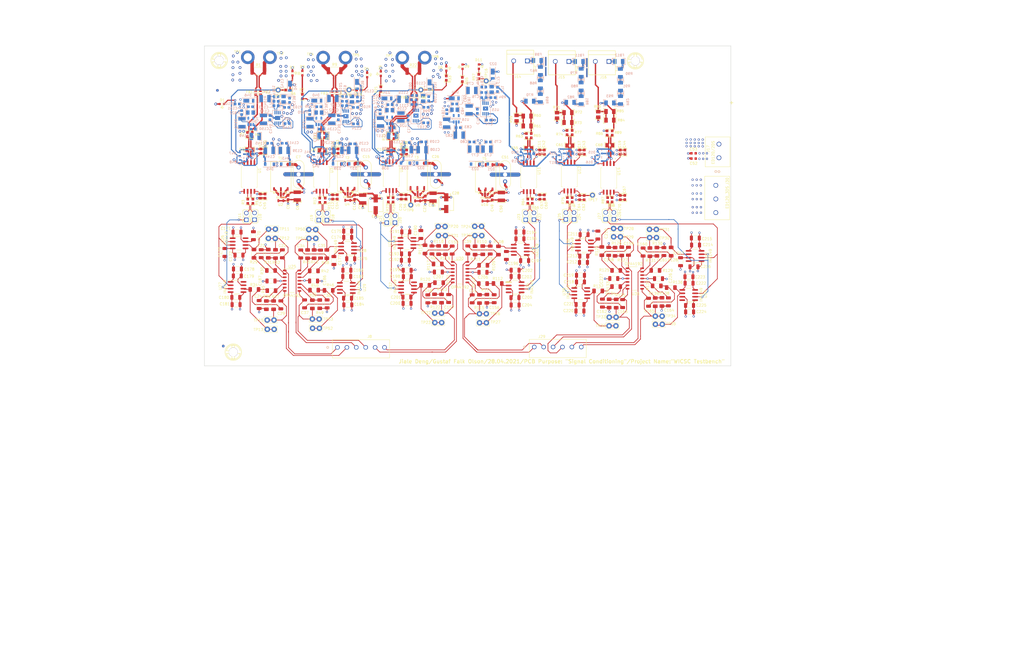
<source format=kicad_pcb>
(kicad_pcb (version 20210228) (generator pcbnew)
  (layers (0 "F.Cu" signal) (1 "In1.Cu" signal) (2 "In2.Cu" signal) (31 "B.Cu" signal) (34 "B.Paste" user) (35 "F.Paste" user) (36 "B.SilkS" user "B.Silkscreen") (37 "F.SilkS" user "F.Silkscreen") (38 "B.Mask" user) (39 "F.Mask" user) (44 "Edge.Cuts" user))
  (net 0 "")
  (net 1 "DOUTP_W_PH1")
  (net 2 "DOUTP_V_PH1")
  (net 3 "DOUTP_U_PH1")
  (net 4 "DOUTP_CH_W1")
  (net 5 "DOUTP_CH_V1")
  (net 6 "DOUTP_CH_U1")
  (net 7 "DOUTN_W_PH1")
  (net 8 "DOUTN_V_PH1")
  (net 9 "DOUTN_U_PH1")
  (net 10 "DOUTN_CH_W1")
  (net 11 "DOUTN_CH_V1")
  (net 12 "DOUTN_CH_U1")
  (net 13 "+5V_CNTL")
  (net 14 "+5.0V_PH")
  (net 15 "+5.0V_USH")
  (net 16 "+5.0V_VSH")
  (net 17 "+5.0V_WSH")
  (net 18 "+6V_PH")
  (net 19 "+6V_USH")
  (net 20 "+6V_VSH")
  (net 21 "-5.0V_PH")
  (net 22 "-5.0V_USH")
  (net 23 "-5.0V_VSH")
  (net 24 "-6V_PH")
  (net 25 "-6V_USH")
  (net 26 "-6V_VSH")
  (net 27 "AMC_VCC")
  (net 28 "DGND")
  (net 29 "DOUTN_CH_U")
  (net 30 "DOUTN_CH_V")
  (net 31 "DOUTN_CH_W")
  (net 32 "DOUTN_U_PH")
  (net 33 "DOUTN_V_PH")
  (net 34 "DOUTN_W_PH")
  (net 35 "DOUTP_CH_U")
  (net 36 "DOUTP_CH_V")
  (net 37 "DOUTP_CH_W")
  (net 38 "DOUTP_U_PH")
  (net 39 "DOUTP_V_PH")
  (net 40 "DOUTP_W_PH")
  (net 41 "Net-(R46-Pad1)")
  (net 42 "GND_PH")
  (net 43 "GND_USH")
  (net 44 "GND_VSH")
  (net 45 "Ip_V")
  (net 46 "NEUTRAL")
  (net 47 "NetC153_2")
  (net 48 "NetC140_2")
  (net 49 "NetC137_2")
  (net 50 "NetC124_2")
  (net 51 "NetC9_2")
  (net 52 "NetC9_1")
  (net 53 "NetC74_2")
  (net 54 "NetC55_2")
  (net 55 "NetC55_1")
  (net 56 "NetC61_2")
  (net 57 "NetC61_1")
  (net 58 "NetC68_2")
  (net 59 "NetC68_1")
  (net 60 "NetC76_1")
  (net 61 "NetC18_2")
  (net 62 "Net-(R38-Pad2)")
  (net 63 "In_U")
  (net 64 "Net-(R34-Pad2)")
  (net 65 "Ip_U")
  (net 66 "Net-(R29-Pad1)")
  (net 67 "Net-(R136-Pad1)")
  (net 68 "NetC18_1")
  (net 69 "Vn_W")
  (net 70 "Vn_V")
  (net 71 "Net-(R132-Pad2)")
  (net 72 "Net-(R128-Pad2)")
  (net 73 "Vp_W")
  (net 74 "Net-(R124-Pad1)")
  (net 75 "NetC143_2")
  (net 76 "NetC76_2")
  (net 77 "NetC127_2")
  (net 78 "NetC143_1")
  (net 79 "NetC127_1")
  (net 80 "NetC2_1")
  (net 81 "NetC86_2")
  (net 82 "NetC2_2")
  (net 83 "NetD1_2")
  (net 84 "NetD9_2")
  (net 85 "NetD2_1")
  (net 86 "NetD21_1")
  (net 87 "NetD43_1")
  (net 88 "NetD37_1")
  (net 89 "NetD11_1")
  (net 90 "NetD3_2")
  (net 91 "NetD4_1")
  (net 92 "NetD32_1")
  (net 93 "NetFB2_1")
  (net 94 "NetFB2_2")
  (net 95 "NetFB3_2")
  (net 96 "NetFB4_1")
  (net 97 "NetFB4_2")
  (net 98 "NetFB1_2")
  (net 99 "NetFB5_2")
  (net 100 "NetFB6_1")
  (net 101 "NetFB6_2")
  (net 102 "NetFB9_1")
  (net 103 "NetFB9_2")
  (net 104 "NetFB11_1")
  (net 105 "NetFB11_2")
  (net 106 "NetFB12_1")
  (net 107 "NetFB12_2")
  (net 108 "NetR67_2")
  (net 109 "NetR80_2")
  (net 110 "NetR91_2")
  (net 111 "NetR68_2")
  (net 112 "NetR92_2")
  (net 113 "NetR69_2")
  (net 114 "NetR81_2")
  (net 115 "NetR60_2")
  (net 116 "NetR72_2")
  (net 117 "NetR84_2")
  (net 118 "NetR12_1")
  (net 119 "NetR15_1")
  (net 120 "NetR23_1")
  (net 121 "NetR25_1")
  (net 122 "NetR64_1")
  (net 123 "NetR66_1")
  (net 124 "NetR75_1")
  (net 125 "NetR78_1")
  (net 126 "NetR87_1")
  (net 127 "NetR88_1")
  (net 128 "NetR3_1")
  (net 129 "NetR5_1")
  (net 130 "NetR79_2")
  (net 131 "NetR90_2")
  (net 132 "NetT1_1")
  (net 133 "NetT1_3")
  (net 134 "NetT2_1")
  (net 135 "NetT2_3")
  (net 136 "NetT5_1")
  (net 137 "NetT5_3")
  (net 138 "NetT3_1")
  (net 139 "NetT3_3")
  (net 140 "Vp_V")
  (net 141 "Net-(R112-Pad2)")
  (net 142 "Vn_U")
  (net 143 "Vp_U")
  (net 144 "Net-(R108-Pad1)")
  (net 145 "Net-(R120-Pad1)")
  (net 146 "In_W")
  (net 147 "Ip_W")
  (net 148 "Net-(R116-Pad2)")
  (net 149 "Net-(R130-Pad1)")
  (net 150 "Net-(C163-Pad2)")
  (net 151 "Net-(C162-Pad1)")
  (net 152 "Net-(R134-Pad1)")
  (net 153 "Net-(C164-Pad1)")
  (net 154 "Net-(C165-Pad1)")
  (net 155 "Net-(R138-Pad2)")
  (net 156 "Net-(R31-Pad2)")
  (net 157 "Net-(C22-Pad1)")
  (net 158 "Net-(C21-Pad1)")
  (net 159 "+6V_WSH")
  (net 160 "-5.0V_WSH")
  (net 161 "-6V_WSH")
  (net 162 "Net-(C29-Pad2)")
  (net 163 "Net-(C24-Pad1)")
  (net 164 "GND_WSH")
  (net 165 "Net-(R36-Pad1)")
  (net 166 "Net-(C34-Pad2)")
  (net 167 "NetC111_1")
  (net 168 "NetC111_2")
  (net 169 "NetC107_2")
  (net 170 "NetC121_2")
  (net 171 "NetD6_1")
  (net 172 "NetD5_2")
  (net 173 "Net-(C35-Pad1)")
  (net 174 "Net-(R43-Pad1)")
  (net 175 "Net-(C155-Pad2)")
  (net 176 "Net-(C37-Pad1)")
  (net 177 "Net-(C36-Pad1)")
  (net 178 "Net-(R49-Pad2)")
  (net 179 "Net-(C39-Pad1)")
  (net 180 "Net-(C154-Pad1)")
  (net 181 "Net-(R110-Pad2)")
  (net 182 "Net-(C41-Pad2)")
  (net 183 "Net-(C156-Pad1)")
  (net 184 "Net-(R114-Pad1)")
  (net 185 "Net-(C40-Pad1)")
  (net 186 "Net-(R118-Pad1)")
  (net 187 "Net-(C157-Pad1)")
  (net 188 "Net-(C48-Pad1)")
  (net 189 "Net-(R122-Pad2)")
  (net 190 "Net-(C159-Pad1)")
  (net 191 "Net-(C158-Pad1)")
  (net 192 "Net-(R126-Pad2)")
  (net 193 "Net-(C160-Pad2)")
  (net 194 "Net-(C161-Pad1)")
  (net 195 "-15V")
  (net 196 "+15V")
  (net 209 "In_V")
  (footprint "0603_46" (layer "F.Cu") (at 93.7868 49.9872 -90)
    (fp_text reference "R4")
    (fp_text value "RC0603FR-0712RL" hide)
  )
  (footprint "WURTH_61300211121_1" (layer "F.Cu") (at 228.4322 80.264 90)
    (fp_text reference "J26")
    (fp_text value "61300211121" hide)
  )
  (footprint "0603_8" (layer "F.Cu") (at 217.4594 56.515 -90)
    (fp_text reference "C43")
    (fp_text value "GRM188R71C105KA12D" hide)
  )
  (footprint "Library:INA149AIDR" (layer "F.Cu") (at 151.397199 90.3634)
    (fp_text reference "U31")
    (fp_text value "INA149")
  )
  (footprint "Resistor_SMD:R_2010_5025Metric" (layer "F.Cu") (at 153.7716 26.416)
    (fp_text reference "R22")
    (fp_text value "R_2010_5025Metric")
  )
  (footprint "Library:ED555&slash_6DS" (layer "F.Cu") (at 125.538695 129.2263)
    (fp_text reference "J8")
    (fp_text value "Conn_01x06" hide)
  )
  (footprint "Resistor_SMD:R_1206_3216Metric_Pad1.30x1.75mm_HandSolder" (layer "F.Cu") (at 179.8072 98.6512 180)
    (fp_text reference "R109")
    (fp_text value "17.8k")
  )
  (footprint "Library:INA149AIDR" (layer "F.Cu") (at 128.8288 107.0864 180)
    (fp_text reference "U29")
    (fp_text value "INA149")
  )
  (footprint "WURTH_61300211121_1" (layer "F.Cu") (at 225.3842 80.2386 90)
    (fp_text reference "J27")
    (fp_text value "61300211121" hide)
  )
  (footprint "Capacitor_SMD:C_1206_3216Metric" (layer "F.Cu") (at 188.422999 94.9936 -90)
    (fp_text reference "C196")
    (fp_text value "100nF")
  )
  (footprint "Capacitor_SMD:C_1206_3216Metric" (layer "F.Cu") (at 96.3676 113.258 -90)
    (fp_text reference "C24")
    (fp_text value "100p")
  )
  (footprint "Resistor_SMD:R_1206_3216Metric_Pad1.30x1.75mm_HandSolder" (layer "F.Cu") (at 100.7872 100.584)
    (fp_text reference "R30")
    (fp_text value "16.5k")
  )
  (footprint "Capacitor_SMD:C_1206_3216Metric" (layer "F.Cu") (at 222.4786 87.4014 90)
    (fp_text reference "C210")
    (fp_text value "100nF")
  )
  (footprint "Resistor_SMD:R_1206_3216Metric_Pad1.30x1.75mm_HandSolder" (layer "F.Cu") (at 179.7056 105.4584)
    (fp_text reference "R113")
    (fp_text value "17.8k")
  )
  (footprint "Resistor_SMD:R_1206_3216Metric_Pad1.30x1.75mm_HandSolder" (layer "F.Cu") (at 116.1796 113.1824 90)
    (fp_text reference "R50")
    (fp_text value "7.5k")
  )
  (footprint "Capacitor_SMD:C_1206_3216Metric" (layer "F.Cu") (at 256.4384 105.3338 180)
    (fp_text reference "C222")
    (fp_text value "100nF")
  )
  (footprint "FB0603_10" (layer "F.Cu") (at 155.0516 36.195 -90)
    (fp_text reference "FB6")
    (fp_text value "MMZ1608B102C" hide)
  )
  (footprint "Capacitor_SMD:C_1206_3216Metric" (layer "F.Cu") (at 116.6368 104.4956 180)
    (fp_text reference "C186")
    (fp_text value "100nF")
  )
  (footprint "Capacitor_SMD:C_1206_3216Metric" (layer "F.Cu") (at 256.3876 102.9208 180)
    (fp_text reference "C223")
    (fp_text value "1uF")
  )
  (footprint "Capacitor_SMD:C_1206_3216Metric" (layer "F.Cu") (at 105.0036 94.3864 -90)
    (fp_text reference "C22")
    (fp_text value "105p")
  )
  (footprint "0603_10" (layer "F.Cu") (at 98.7398 56.134 -90)
    (fp_text reference "C31")
    (fp_text value "GRM188R71C105KA12D" hide)
  )
  (footprint "Resistor_SMD:R_1206_3216Metric_Pad1.30x1.75mm_HandSolder" (layer "F.Cu") (at 185.159399 105.433)
    (fp_text reference "R112")
    (fp_text value "1.35k")
  )
  (footprint "Resistor_SMD:R_1206_3216Metric_Pad1.30x1.75mm_HandSolder" (layer "F.Cu") (at 116.7384 100.7364)
    (fp_text reference "R42")
    (fp_text value "16.5k")
  )
  (footprint "Capacitor_SMD:C_1206_3216Metric" (layer "F.Cu") (at 258.777 88.5042 180)
    (fp_text reference "C215")
    (fp_text value "100nF")
  )
  (footprint "1210_2" (layer "F.Cu") (at 161.0968 73.279 90)
    (fp_text reference "C25")
    (fp_text value "" hide)
  )
  (footprint "LED0603AA_1" (layer "F.Cu") (at 108.7728 27.178 90)
    (fp_text reference "D2")
    (fp_text value "" hide)
  )
  (footprint "Resistor_SMD:R_1206_3216Metric_Pad1.30x1.75mm_HandSolder" (layer "F.Cu") (at 122.2248 108.0008 180)
    (fp_text reference "R46")
    (fp_text value "3.01k")
  )
  (footprint "TH-40_6" (layer "F.Cu") (at 149.6668 22.86)
    (fp_text reference "TP7")
    (fp_text value "TP-5001-BLACK" hide)
  )
  (footprint "LED0603AA_2" (layer "F.Cu") (at 166.0498 25.4 90)
    (fp_text reference "D6")
    (fp_text value "" hide)
  )
  (footprint "TP-040_RND_3" (layer "F.Cu") (at 180.8988 30.0228)
    (fp_text reference "TP16")
    (fp_text value "" hide)
  )
  (footprint "Resistor_SMD:R_1206_3216Metric_Pad1.30x1.75mm_HandSolder" (layer "F.Cu") (at 116.84 107.8992 180)
    (fp_text reference "R48")
    (fp_text value "16.5k")
  )
  (footprint "Capacitor_SMD:C_1206_3216Metric" (layer "F.Cu") (at 217.2208 95.2246)
    (fp_text reference "C213")
    (fp_text value "100nF")
  )
  (footprint "Resistor_SMD:R_1206_3216Metric_Pad1.30x1.75mm_HandSolder" (layer "F.Cu") (at 179.6294 93.0378 -90)
    (fp_text reference "R110")
    (fp_text value "500")
  )
  (footprint "Capacitor_SMD:C_1206_3216Metric" (layer "F.Cu") (at 191.669 113.434)
    (fp_text reference "C204")
    (fp_text value "100nF")
  )
  (footprint "0603_4" (layer "F.Cu") (at 151.0384 73.2028 -90)
    (fp_text reference "C56")
    (fp_text value "GRM188R71C105KA12D" hide)
  )
  (footprint "Library:06033C104JAT2A" (layer "F.Cu") (at 258.1148 58.928 180)
    (fp_text reference "C52")
    (fp_text value "0.1uF" hide)
  )
  (footprint "0603_2" (layer "F.Cu") (at 217.3832 73.4568 -90)
    (fp_text reference "C62")
    (fp_text value "GRM188R71C105KA12D" hide)
  )
  (footprint "TH-40_5" (layer "F.Cu") (at 158.0488 22.86)
    (fp_text reference "TP8")
    (fp_text value "TP-5001-BLACK" hide)
  )
  (footprint "Capacitor_SMD:C_1206_3216Metric" (layer "F.Cu") (at 191.669 100.4546 180)
    (fp_text reference "C202")
    (fp_text value "100nF")
  )
  (footprint "" (layer "F.Cu") (at 218.3992 25.0698)
    (fp_text reference "")
    (fp_text value "")
  )
  (footprint "TestPoint:TestPoint_Bridge_Pitch2.54mm_Drill1.0mm" (layer "F.Cu") (at 228.346 88.0618)
    (fp_text reference "TP29")
    (fp_text value "~")
  )
  (footprint "WURTH_61300211121_3" (layer "F.Cu") (at 146.9236 81.5086 90)
    (fp_text reference "J20")
    (fp_text value "61300211121" hide)
  )
  (footprint "TP-040_RND_6" (layer "F.Cu") (at 220.472 72.5424 180)
    (fp_text reference "TP17")
    (fp_text value "" hide)
  )
  (footprint "0603_6" (layer "F.Cu") (at 151.2924 56.515 -90)
    (fp_text reference "C38")
    (fp_text value "GRM188R71C105KA12D" hide)
  )
  (footprint "1206_14" (layer "F.Cu") (at 211.338 41.8084)
    (fp_text reference "R72")
    (fp_text value "RC1206FR-071K02L" hide)
  )
  (footprint "1210_25" (layer "F.Cu") (at 134.9348 73.9902 90)
    (fp_text reference "C14")
    (fp_text value "" hide)
  )
  (footprint "WURTH_61300211121_2" (layer "F.Cu") (at 143.8756 81.5086 90)
    (fp_text reference "J21")
    (fp_text value "61300211121" hide)
  )
  (footprint "TestPoint:TestPoint_Bridge_Pitch2.54mm_Drill1.0mm" (layer "F.Cu") (at 163.1448 87.6022)
    (fp_text reference "TP21")
    (fp_text value "~")
  )
  (footprint "0603_89" (layer "F.Cu") (at 107.1218 73.406 90)
    (fp_text reference "C5")
    (fp_text value "" hide)
  )
  (footprint "0603_59" (layer "F.Cu") (at 146.5934 50.6476 -90)
    (fp_text reference "R26")
    (fp_text value "RC0603FR-0712RL" hide)
  )
  (footprint "0603_55" (layer "F.Cu") (at 178.1402 28.3718 -90)
    (fp_text reference "R57")
    (fp_text value "" hide)
  )
  (footprint "TestPoint:TestPoint_Bridge_Pitch2.54mm_Drill1.0mm" (layer "F.Cu") (at 99.3648 119.0492)
    (fp_text reference "TP15")
    (fp_text value "~")
  )
  (footprint "Resistor_SMD:R_1206_3216Metric_Pad1.30x1.75mm_HandSolder" (layer "F.Cu") (at 176.7592 93.114 90)
    (fp_text reference "R111")
    (fp_text value "4k")
  )
  (footprint "0603_87" (layer "F.Cu") (at 149.5398 56.515 90)
    (fp_text reference "C8")
    (fp_text value "" hide)
  )
  (footprint "" (layer "F.Cu") (at 111.0588 64.77)
    (fp_text reference "")
    (fp_text value "")
  )
  (footprint "1206_20" (layer "F.Cu") (at 226.959 44.6278)
    (fp_text reference "R84")
    (fp_text value "RC1206FR-071K02L" hide)
  )
  (footprint "Resistor_SMD:R_1206_3216Metric_Pad1.30x1.75mm_HandSolder" (layer "F.Cu") (at 241.8588 93.7514 -90)
    (fp_text reference "R131")
    (fp_text value "4k")
  )
  (footprint "MH3.2_1" (layer "F.Cu") (at 86.741 130.9878)
    (fp_text reference "MH2" hide)
    (fp_text value "" hide)
  )
  (footprint "TestPoint:TestPoint_Bridge_Pitch2.54mm_Drill1.0mm" (layer "F.Cu") (at 226.7204 117.9827)
    (fp_text reference "TP33")
    (fp_text value "~")
  )
  (footprint "Capacitor_SMD:C_1206_3216Metric" (layer "F.Cu") (at 163.094 101.1658 180)
    (fp_text reference "C207")
    (fp_text value "100nF")
  )
  (footprint "Resistor_SMD:R_1206_3216Metric_Pad1.30x1.75mm_HandSolder" (layer "F.Cu") (at 243.8908 100.5586)
    (fp_text reference "R129")
    (fp_text value "17.8k")
  )
  (footprint "0603_18" (layer "F.Cu") (at 124.0128 56.134 90)
    (fp_text reference "C3")
    (fp_text value "" hide)
  )
  (footprint "Resistor_SMD:R_1206_3216Metric_Pad1.30x1.75mm_HandSolder" (layer "F.Cu") (at 99.06 113.4872 -90)
    (fp_text reference "R36")
    (fp_text value "2.49k")
  )
  (footprint "Resistor_SMD:R_1206_3216Metric_Pad1.30x1.75mm_HandSolder" (layer "F.Cu") (at 121.5644 94.488 90)
    (fp_text reference "R38")
    (fp_text value "3.01k")
  )
  (footprint "MH3.2_1" (layer "F.Cu") (at 236.4332 22.5298)
    (fp_text reference "MH3" hide)
    (fp_text value "" hide)
  )
  (footprint "CONN_ED120-2DS_3" (layer "F.Cu") (at 209.1536 22.7584 90)
    (fp_text reference "J15")
    (fp_text value "ED120/2DS" hide)
  )
  (footprint "Library:0603ZD475KAT2A" (layer "F.Cu") (at 258.1148 56.9468 180)
    (fp_text reference "C53")
    (fp_text value "4.7uF" hide)
  )
  (footprint "Resistor_SMD:R_1206_3216Metric_Pad1.30x1.75mm_HandSolder" (layer "F.Cu") (at 222.6056 108.204 180)
    (fp_text reference "R132")
    (fp_text value "1.35k")
  )
  (footprint "Capacitor_SMD:C_1206_3216Metric" (layer "F.Cu") (at 217.1192 97.5868)
    (fp_text reference "C212")
    (fp_text value "1uF")
  )
  (footprint "TestPoint:TestPoint_Bridge_Pitch2.54mm_Drill1.0mm" (layer "F.Cu") (at 161.740599 116.456)
    (fp_text reference "TP22")
    (fp_text value "~")
  )
  (footprint "0603_63" (layer "F.Cu") (at 215.7068 73.4568 90)
    (fp_text reference "C64")
    (fp_text value "" hide)
  )
  (footprint "Capacitor_SMD:C_1206_3216Metric" (layer "F.Cu") (at 258.269 99.1976)
    (fp_text reference "C216")
    (fp_text value "100nF")
  )
  (footprint "Capacitor_SMD:C_1206_3216Metric" (layer "F.Cu") (at 228.395 103.5812 180)
    (fp_text reference "C227")
    (fp_text value "100nF")
  )
  (footprint "TestPoint:TestPoint_Bridge_Pitch2.54mm_Drill1.0mm" (layer "F.Cu") (at 161.784198 119.9866)
    (fp_text reference "TP23")
    (fp_text value "~")
  )
  (footprint "760390015_3" (layer "F.Cu") (at 126.8068 70.104 90)
    (fp_text reference "T2")
    (fp_text value "750342271" hide)
  )
  (footprint "WURTH_61300211121_6" (layer "F.Cu") (at 91.6024 80.4672 90)
    (fp_text reference "J11")
    (fp_text value "61300211121" hide)
  )
  (footprint "Resistor_SMD:R_2010_5025Metric" (layer "F.Cu") (at 124.46 26.2128)
    (fp_text reference "R9")
    (fp_text value "R_2010_5025Metric")
  )
  (footprint "Resistor_SMD:R_1206_3216Metric_Pad1.30x1.75mm_HandSolder" (layer "F.Cu") (at 161.664399 110.995 90)
    (fp_text reference "R122")
    (fp_text value "2.49k")
  )
  (footprint "Capacitor_SMD:C_1206_3216Metric" (layer "F.Cu") (at 248.7422 112.268 -90)
    (fp_text reference "C164")
    (fp_text value "100p")
  )
  (footprint "Capacitor_SMD:C_1206_3216Metric" (layer "F.Cu") (at 159.175199 111.1474 -90)
    (fp_text reference "C48")
    (fp_text value "100p")
  )
  (footprint "1210_26" (layer "F.Cu") (at 186.5476 73.025 90)
    (fp_text reference "C50")
    (fp_text value "" hide)
  )
  (footprint "Capacitor_SMD:C_1206_3216Metric" (layer "F.Cu") (at 119.2276 94.488 90)
    (fp_text reference "C35")
    (fp_text value "100p")
  )
  (footprint "Capacitor_SMD:C_1206_3216Metric" (layer "F.Cu") (at 104.4448 113.3856 -90)
    (fp_text reference "C29")
    (fp_text value "105p")
  )
  (footprint "0603_88" (layer "F.Cu") (at 230.8198 56.515 90)
    (fp_text reference "C19")
    (fp_text value "" hide)
  )
  (footprint "Capacitor_SMD:C_1206_3216Metric" (layer "F.Cu") (at 150.965399 86.2232 180)
    (fp_text reference "C191")
    (fp_text value "1uF")
  )
  (footprint "MH3.2_1" (layer "F.Cu") (at 81.4932 22.4028)
    (fp_text reference "MH1" hide)
    (fp_text value "" hide)
  )
  (footprint "760390015_2" (layer "F.Cu") (at 101.9148 70.231 90)
    (fp_text reference "T1")
    (fp_text value "750342271" hide)
  )
  (footprint "FB0603_11" (layer "F.Cu") (at 153.0196 36.195 -90)
    (fp_text reference "FB5")
    (fp_text value "MMZ1608B102C" hide)
  )
  (footprint "Library:INA149AIDR" (layer "F.Cu") (at 217.4748 91.2622)
    (fp_text reference "U36")
    (fp_text value "INA149")
  )
  (footprint "Capacitor_SMD:C_1206_3216Metric" (layer "F.Cu") (at 175.685199 111.1474 -90)
    (fp_text reference "C41")
    (fp_text value "110p")
  )
  (footprint "Capacitor_SMD:C_1206_3216Metric" (layer "F.Cu") (at 226.5172 93.472 90)
    (fp_text reference "C158")
    (fp_text value "100p")
  )
  (footprint "TestPoint:TestPoint_Bridge_Pitch2.54mm_Drill1.0mm" (layer "F.Cu") (at 243.9162 120.6249)
    (fp_text reference "TP35")
    (fp_text value "~")
  )
  (footprint "DBV0005A_N_6" (layer "F.Cu") (at 129.3468 73.279 -90)
    (fp_text reference "U4")
    (fp_text value "SN6501DBV" hide)
  )
  (footprint "Resistor_SMD:R_1206_3216Metric_Pad1.30x1.75mm_HandSolder" (layer "F.Cu") (at 178.402999 111.1728 -90)
    (fp_text reference "R115")
    (fp_text value "4k")
  )
  (footprint "DBV0005A_N_7" (layer "F.Cu") (at 180.4516 73.533 -90)
    (fp_text reference "U10")
    (fp_text value "SN6501DBV" hide)
  )
  (footprint "Library:AMC1300BDWVR" (layer "F.Cu") (at 211.8868 65.6397 -90)
    (fp_text reference "U12")
    (fp_text value "AMC1300BDWVR")
  )
  (footprint "Capacitor_SMD:C_1206_3216Metric" (layer "F.Cu") (at 129.0338 100.4824 180)
    (fp_text reference "C183")
    (fp_text value "1uF" hide)
  )
  (footprint "Capacitor_SMD:C_1206_3216Metric" (layer "F.Cu") (at 216.0016 102.3874 180)
    (fp_text reference "C219")
    (fp_text value "1uF")
  )
  (footprint "Fiducial10-20_1" (layer "F.Cu") (at 80.8328 33.528)
    (fp_text reference "FID1" hide)
    (fp_text value "" hide)
  )
  (footprint "0603_47" (layer "F.Cu") (at 118.9328 74.422 -90)
    (fp_text reference "R12")
    (fp_text value "" hide)
  )
  (footprint "Fiducial10-20_1" (layer "F.Cu") (at 83.0072 128.7272)
    (fp_text reference "FID2" hide)
    (fp_text value "" hide)
  )
  (footprint "Library:ED555&slash_6DS" (layer "F.Cu") (at 198.801195 129.0828)
    (fp_text reference "J29")
    (fp_text value "Conn_01x06" hide)
  )
  (footprint "Capacitor_SMD:C_1206_3216Metric" (layer "F.Cu") (at 193.465199 86.2814 180)
    (fp_text reference "C194")
    (fp_text value "1uF")
  )
  (footprint "TH-40_3" (layer "F.Cu") (at 128.534 22.86)
    (fp_text reference "TP5")
    (fp_text value "TP-5001-BLACK" hide)
  )
  (footprint "0603_49" (layer "F.Cu") (at 92.1358 74.803 -90)
    (fp_text reference "R3")
    (fp_text value "" hide)
  )
  (footprint "DBV0005A_N_5" (layer "F.Cu") (at 104.4548 73.406 -90)
    (fp_text reference "U2")
    (fp_text value "SN6501DBV" hide)
  )
  (footprint "Library:INA149AIDR" (layer "F.Cu") (at 193.592199 92.8854 180)
    (fp_text reference "U33")
    (fp_text value "INA149")
  )
  (footprint "WURTH_61300211121_5" (layer "F.Cu") (at 121.5998 80.5688 90)
    (fp_text reference "J18")
    (fp_text value "61300211121" hide)
  )
  (footprint "TestPoint:TestPoint_Bridge_Pitch2.54mm_Drill1.0mm" (layer "F.Cu") (at 116.1796 118.6688)
    (fp_text reference "TP53")
    (fp_text value "~")
  )
  (footprint "Capacitor_SMD:C_1206_3216Metric" (layer "F.Cu") (at 113.284 113.03 90)
    (fp_text reference "C37")
    (fp_text value "105p")
  )
  (footprint "" (layer "F.Cu") (at 136.0778 64.77)
    (fp_text reference "")
    (fp_text value "")
  )
  (footprint "0603_67" (layer "F.Cu") (at 230.8452 73.4314 90)
    (fp_text reference "C70")
    (fp_text value "" hide)
  )
  (footprint "Library:INA149AIDR" (layer "F.Cu") (at 129.286 92.3036 180)
    (fp_text reference "U28")
    (fp_text value "INA149")
  )
  (footprint "Capacitor_SMD:C_1206_3216Metric" (layer "F.Cu") (at 195.210598 96.8986)
    (fp_text reference "C197")
    (fp_text value "1uF")
  )
  (footprint "WURTH_61300211121_1" (layer "F.Cu") (at 198.6888 80.391 90)
    (fp_text reference "J22")
    (fp_text value "61300211121" hide)
  )
  (footprint "0805_HV_1" (layer "F.Cu") (at 92.8978 55.5752 180)
    (fp_text reference "C2")
    (fp_text value "08055A331KAT2A" hide)
  )
  (footprint "TestPoint:TestPoint_Bridge_Pitch2.54mm_Drill1.0mm" (layer "F.Cu") (at 241.7064 85.2932)
    (fp_text reference "TP31")
    (fp_text value "~")
  )
  (footprint "WURTH_61300211121_1" (layer "F.Cu") (at 195.6154 80.4164 90)
    (fp_text reference "J23")
    (fp_text value "61300211121" hide)
  )
  (footprint "0603_92" (layer "F.Cu") (at 225.9176 49.403 -90)
    (fp_text reference "R86")
    (fp_text value "RC0603FR-0712RL" hide)
  )
  (footprint "LED0603AA_6" (layer "F.Cu") (at 178.191 24.6888 90)
    (fp_text reference "D11")
    (fp_text value "" hide)
  )
  (footprint "Resistor_SMD:R_1206_3216Metric_Pad1.30x1.75mm_HandSolder" (layer "F.Cu") (at 163.1956 92.987 90)
    (fp_text reference "R118")
    (fp_text value "2.49k")
  )
  (footprint "0805_HV_10" (layer "F.Cu") (at 212.0238 54.0766 180)
    (fp_text reference "C61")
    (fp_text value "08055A331KAT2A" hide)
  )
  (footprint "Library:INA149AIDR" (layer "F.Cu") (at 258.6754 95.1844 180)
    (fp_text reference "U37")
    (fp_text value "INA149")
  )
  (footprint "WURTH_61300211121_1" (layer "F.Cu") (at 210.5506 80.3148 90)
    (fp_text reference "J25")
    (fp_text value "61300211121" hide)
  )
  (footprint "0603_5" (layer "F.Cu") (at 125.4606 73.2028 -90)
    (fp_text reference "C54")
    (fp_text value "GRM188R71C105KA12D" hide)
  )
  (footprint "Resistor_SMD:R_1206_3216Metric_Pad1.30x1.75mm_HandSolder" (layer "F.Cu") (at 229.3112 100.5586)
    (fp_text reference "R125")
    (fp_text value "17.8k")
  )
  (footprint "0805_HV_13" (layer "F.Cu") (at 119.8472 55.88 180)
    (fp_text reference "C9")
    (fp_text value "08055A331KAT2A" hide)
  )
  (footprint "0603_49" (layer "F.Cu") (at 112.4558 35.814 -90)
    (fp_text reference "R7")
    (fp_text value "" hide)
  )
  (footprint "1210_24" (layer "F.Cu") (at 110.5508 72.898 90)
    (fp_text reference "C6")
    (fp_text value "" hide)
  )
  (footprint "Capacitor_SMD:C_1206_3216Metric" (layer "F.Cu") (at 256.6162 113.6142)
    (fp_text reference "C225")
    (fp_text value "1uF")
  )
  (footprint "Capacitor_SMD:C_1206_3216Metric" (layer "F.Cu") (at 179.7056 101.2674 180)
    (fp_text reference "C206")
    (fp_text value "100nF")
  )
  (footprint "Resistor_SMD:R_1206_3216Metric_Pad1.30x1.75mm_HandSolder" (layer "F.Cu") (at 228.8794 93.599 -90)
    (fp_text reference "R126")
    (fp_text value "500")
  )
  (footprint "Capacitor_SMD:C_1206_3216Metric" (layer "F.Cu") (at 151.447999 112.8424)
    (fp_text reference "C200")
    (fp_text value "1uF")
  )
  (footprint "Resistor_SMD:R_1206_3216Metric_Pad1.30x1.75mm_HandSolder" (layer "F.Cu") (at 243.84 112.3696 90)
    (fp_text reference "R139")
    (fp_text value "4k")
  )
  (footprint "TestPoint:TestPoint_Bridge_Pitch2.54mm_Drill1.0mm" (layer "F.Cu") (at 116.2558 122.0978)
    (fp_text reference "TP52")
    (fp_text value "~")
  )
  (footprint "Capacitor_SMD:C_1206_3216Metric" (layer "F.Cu") (at 88.8492 94.8436)
    (fp_text reference "C172")
    (fp_text value "1uF")
  )
  (footprint "Library:AMC1300BDWVR" (layer "F.Cu") (at 119.634 65.7413 -90)
    (fp_text reference "U3")
    (fp_text value "AMC1300BDWVR")
  )
  (footprint "TP-040_RND_2" (layer "F.Cu") (at 129.8294 33.3248 90)
    (fp_text reference "TP6")
    (fp_text value "" hide)
  )
  (footprint "CAP_200mil_4" (layer "F.Cu") (at 187.9446 64.897 90)
    (fp_text reference "C51")
    (fp_text value "" hide)
  )
  (footprint "0603_66" (layer "F.Cu") (at 200.8478 56.515 90)
    (fp_text reference "C11")
    (fp_text value "" hide)
  )
  (footprint "0603_49" (layer "F.Cu") (at 94.0408 74.803 -90)
    (fp_text reference "R5")
    (fp_text value "" hide)
  )
  (footprint "Library:INA149AIDR" (layer "F.Cu") (at 216.1032 109.0168)
    (fp_text reference "U38")
    (fp_text value "INA149")
  )
  (footprint "Resistor_SMD:R_1206_3216Metric_Pad1.30x1.75mm_HandSolder" (layer "F.Cu") (at 158.1156 92.733 90)
    (fp_text reference "R116")
    (fp_text value "3.01k")
  )
  (footprint "0603_6" (layer "F.Cu") (at 98.5874 72.898 -90)
    (fp_text reference "C45")
    (fp_text value "GRM188R71C105KA12D" hide)
  )
  (footprint "Capacitor_SMD:C_1206_3216Metric" (layer "F.Cu") (at 215.7984 115.6716)
    (fp_text reference "C220")
    (fp_text value "1uF")
  )
  (footprint "Capacitor_SMD:C_1206_3216Metric" (layer "F.Cu") (at 183.863999 111.0966 -90)
    (fp_text reference "C156")
    (fp_text value "100p")
  )
  (footprint "Library:INA149AIDR" (layer "F.Cu") (at 88.9 90.4748)
    (fp_text reference "U26")
    (fp_text value "INA149")
  )
  (footprint "Capacitor_SMD:C_1206_3216Metric" (layer "F.Cu") (at 94.234 87.63 90)
    (fp_text reference "C170")
    (fp_text value "100nF")
  )
  (footprint "Resistor_SMD:R_1206_3216Metric_Pad1.30x1.75mm_HandSolder" (layer "F.Cu") (at 181.146199 111.0966 -90)
    (fp_text reference "R114")
    (fp_text value "500")
  )
  (footprint "" (layer "F.Cu") (at 203.1084 24.638)
    (fp_text reference "")
    (fp_text value "")
  )
  (footprint "0603_64" (layer "F.Cu") (at 212.9128 49.2506 -90)
    (fp_text reference "R77")
    (fp_text value "RC0603FR-0712RL" hide)
  )
  (footprint "0603_57" (layer "F.Cu") (at 172.0188 29.464 -90)
    (fp_text reference "R55")
    (fp_text value "" hide)
  )
  (footprint "Capacitor_SMD:C_1206_3216Metric" (layer "F.Cu") (at 160.7064 92.9362 90)
    (fp_text reference "C40")
    (fp_text value "100p")
  )
  (footprint "0603_20" (layer "F.Cu") (at 131.8868 73.279 90)
    (fp_text reference "C13")
    (fp_text value "" hide)
  )
  (footprint "Capacitor_SMD:C_1206_3216Metric" (layer "F.Cu") (at 258.8532 91.1204 180)
    (fp_text reference "C214")
    (fp_text value "1uF")
  )
  (footprint "Capacitor_SMD:C_1206_3216Metric" (layer "F.Cu") (at 256.6416 116.0018)
    (fp_text reference "C224")
    (fp_text value "100nF")
  )
  (footprint "0805_HV_8" (layer "F.Cu") (at 192.2118 43.8658 -90)
    (fp_text reference "R59")
    (fp_text value "CRCW08050000Z0EA" hide)
  )
  (footprint "LED0603AA_3" (layer "F.Cu") (at 82.4838 38.608)
    (fp_text reference "D1")
    (fp_text value "" hide)
  )
  (footprint "Library:INA149AIDR" (layer "F.Cu") (at 151.625799 106.8988)
    (fp_text reference "U32")
    (fp_text value "INA149")
  )
  (footprint "0603_19" (layer "F.Cu") (at 96.9618 56.134 90)
    (fp_text reference "C1")
    (fp_text value "" hide)
  )
  (footprint "0603_64" (layer "F.Cu") (at 197.6728 50.3936 -90)
    (fp_text reference "R65")
    (fp_text value "RC0603FR-0712RL" hide)
  )
  (footprint "Library:INA149AIDR" (layer "F.Cu") (at 256.299 109.728 180)
    (fp_text reference "U39")
    (fp_text value "INA149")
  )
  (footprint "CAP_200mil_2" (layer "F.Cu") (at 111.0588 64.77 90)
    (fp_text reference "C7")
    (fp_text value "" hide)
  )
  (footprint "Capacitor_SMD:C_1206_3216Metric" (layer "F.Cu") (at 217.3478 87.249 180)
    (fp_text reference "C211")
    (fp_text value "1uF")
  )
  (footprint "FB0603_9" (layer "F.Cu") (at 125.3336 34.671 -90)
    (fp_text reference "FB4")
    (fp_text value "MMZ1608B102C" hide)
  )
  (footprint "Capacitor_SMD:C_1206_3216Metric" (layer "F.Cu") (at 88.138 86.3092 180)
    (fp_text reference "C171")
    (fp_text value "1uF")
  )
  (footprint "FB0603_9" (layer "F.Cu") (at 96.8856 34.417 -90)
    (fp_text reference "FB2")
    (fp_text value "MMZ1608B102C" hide)
  )
  (footprint "0603_44" (layer "F.Cu") (at 144.4598 74.295 -90)
    (fp_text reference "R23")
    (fp_text value "" hide)
  )
  (footprint "TestPoint:TestPoint_Bridge_Pitch2.54mm_Drill1.0mm" (layer "F.Cu") (at 178.402999 116.71)
    (fp_text reference "TP26")
    (fp_text value "~")
  )
  (footprint "Capacitor_SMD:C_1206_3216Metric" (layer "F.Cu") (at 168.2248 92.987 90)
    (fp_text reference "C155")
    (fp_text value "105p")
  )
  (footprint "LED0603AA_4" (layer "F.Cu") (at 136.5858 27.813 90)
    (fp_text reference "D4")
    (fp_text value "" hide)
  )
  (footprint "0603_47" (layer "F.Cu") (at 120.9648 74.422 -90)
    (fp_text reference "R15")
    (fp_text value "" hide)
  )
  (footprint "Capacitor_SMD:C_1206_3216Metric" (layer "F.Cu") (at 129.3876 113.3856)
    (fp_text reference "C184")
    (fp_text value "100nF" hide)
  )
  (footprint "WURTH_61300211121_1" (layer "F.Cu") (at 94.6504 80.4164 90)
    (fp_text reference "J10")
    (fp_text value "61300211121" hide)
  )
  (footprint "Capacitor_SMD:C_1206_3216Metric" (layer "F.Cu") (at 87.6808 110.5916)
    (fp_text reference "C180")
    (fp_text value "1uF")
  )
  (footprint "Resistor_SMD:R_1206_3216Metric_Pad1.30x1.75mm_HandSolder" (layer "F.Cu") (at 164.280599 111.0458 -90)
    (fp_text reference "R123")
    (fp_text value "7.5k")
  )
  (footprint "0603_57" (layer "F.Cu") (at 211.0078 49.2506 -90)
    (fp_text reference "R74")
    (fp_text value "RC0603FR-0712RL" hide)
  )
  (footprint "WURTH_61300211121_4" (layer "F.Cu") (at 118.5772 80.5434 90)
    (fp_text reference "J19")
    (fp_text value "61300211121" hide)
  )
  (footprint "Capacitor_SMD:C_1206_3216Metric" (layer "F.Cu") (at 151.473399 100.498 180)
    (fp_text reference "C199")
    (fp_text value "1uF")
  )
  (footprint "0805_HV_9" (layer "F.Cu") (at 196.7838 55.0926 180)
    (fp_text reference "C55")
    (fp_text value "08055A331KAT2A" hide)
  )
  (footprint "Capacitor_SMD:C_1206_3216Metric" (layer "F.Cu") (at 191.6182 110.6654)
    (fp_text reference "C205")
    (fp_text value "1uF")
  )
  (footprint "TestPoint:TestPoint_Bridge_Pitch2.54mm_Drill1.0mm" (layer "F.Cu") (at 99.8728 85.1916)
    (fp_text reference "TP11")
    (fp_text value "~")
  )
  (footprint "1206_7" (layer "F.Cu") (at 226.959 41.402)
    (fp_text reference "R85")
    (fp_text value "RC1206FR-072K4L" hide)
  )
  (footprint "Capacitor_SMD:C_1206_3216Metric" (layer "F.Cu") (at 124.206 96.8756 -90)
    (fp_text reference "C177")
    (fp_text value "1uF")
  )
  (footprint "0805_HV_16" (layer "F.Cu") (at 222.6156 42.4942 -90)
    (fp_text reference "R83")
    (fp_text value "CRCW08050000Z0EA" hide)
  )
  (footprint "Resistor_SMD:R_1206_3216Metric_Pad1.30x1.75mm_HandSolder" (layer "F.Cu") (at 226.6696 112.8519 -90)
    (fp_text reference "R134")
    (fp_text value "500")
  )
  (footprint "LED0603AA_5" (layer "F.Cu") (at 112.4558 27.1018 -90)
    (fp_text reference "D3")
    (fp_text value "" hide)
  )
  (footprint "LED0603AA_7" (layer "F.Cu") (at 172.095 24.7142 -90)
    (fp_text reference "D9")
    (fp_text value "" hide)
  )
  (footprint "TestPoint:TestPoint_Bridge_Pitch2.54mm_Drill1.0mm" (layer "F.Cu") (at 228.346 84.963)
    (fp_text reference "TP28")
    (fp_text value "~")
  )
  (footprint "TP-040_RND_5" (layer "F.Cu") (at 152.8164 76.2254)
    (fp_text reference "TP9")
    (fp_text value "" hide)
  )
  (footprint "Capacitor_SMD:C_1206_3216Metric" (layer "F.Cu") (at 231.6988 112.9027 -90)
    (fp_text reference "C163")
    (fp_text value "110p")
  )
  (footprint "0603_1" (layer "F.Cu") (at 232.5216 73.4314 -90)
    (fp_text reference "C67")
    (fp_text value "GRM188R71C105KA12D" hide)
  )
  (footprint "WURTH_61300211121_1" (layer "F.Cu") (at 213.5986 80.2894 90)
    (fp_text reference "J24")
    (fp_text value "61300211121" hide)
  )
  (footprint "TestPoint:TestPoint_Bridge_Pitch2.54mm_Drill1.0mm" (layer "F.Cu") (at 163.0432 84.1986)
    (fp_text reference "TP20")
    (fp_text value "~")
  )
  (footprint "0603_64" (layer "F.Cu") (at 195.8948 50.3936 -90)
    (fp_text reference "R63")
    (fp_text value "RC0603FR-0712RL" hide)
  )
  (footprint "Resistor_SMD:R_1206_3216Metric_Pad1.30x1.75mm_HandSolder" (layer "F.Cu") (at 223.9518 93.3704 -90)
    (fp_text reference "R124")
    (fp_text value "1.35k")
  )
  (footprint "Library:AMC1300BDWVR" (layer "F.Cu") (at 196.7484 65.8937 -90)
    (fp_text reference "U11")
    (fp_text value "AMC1300BDWVR")
  )
  (footprint "0603_64" (layer "F.Cu") (at 196.4028 74.7776 -90)
    (fp_text reference "R64")
    (fp_text value "" hide)
  )
  (footprint "Resistor_SMD:R_1206_3216Metric_Pad1.30x1.75mm_HandSolder" (layer "F.Cu") (at 158.209399 106.0934)
    (fp_text reference "R120")
    (fp_text value "3.01k")
  )
  (footprint "Capacitor_SMD:C_1206_3216Metric" (layer "F.Cu") (at 245.0592 103.632 180)
    (fp_text reference "C226")
    (fp_text value "100nF")
  )
  (footprint "0603_57" (layer "F.Cu") (at 211.1348 74.2696 -90)
    (fp_text reference "R75")
    (fp_text value "" hide)
  )
  (footprint "TP-040_RND_4" (layer "F.Cu") (at 156.5756 33.3502)
    (fp_text reference "TP10")
    (fp_text value "" hide)
  )
  (footprint "Resistor_SMD:R_1206_3216Metric_Pad1.30x1.75mm_HandSolder" (layer "F.Cu") (at 244.3988 106.3244 180)
    (fp_text reference "R137")
    (fp_text value "17.8k")
  )
  (footprint "TestPoint:TestPoint_Bridge_Pitch2.54mm_Drill1.0mm" (layer "F.Cu") (at 176.6322 84.1478)
    (fp_text reference "TP24")
    (fp_text value "~")
  )
  (footprint "TestPoint:TestPoint_Bridge_Pitch2.54mm_Drill1.0mm" (layer "F.Cu") (at 114.9096 88.646)
    (fp_text reference "TP51")
    (fp_text value "~")
  )
  (footprint "FB0603_9" (layer "F.Cu") (at 123.5556 34.671 -90)
    (fp_text reference "FB3")
    (fp_text value "MMZ1608B102C" hide)
  )
  (footprint "Capacitor_SMD:C_1206_3216Metric" (layer "F.Cu") (at 129.335 88.265 180)
    (fp_text reference "C174")
    (fp_text value "1uF")
  )
  (footprint "Resistor_SMD:R_1206_3216Metric_Pad1.30x1.75mm_HandSolder" (layer "F.Cu") (at 229.2858 112.9027 90)
    (fp_text reference "R135")
    (fp_text value "4k")
  )
  (footprint "Capacitor_SMD:C_1206_3216Metric" (layer "F.Cu") (at 129.286 110.8964)
    (fp_text reference "C185")
    (fp_text value "1uF" hide)
  )
  (footprint "Capacitor_SMD:C_1206_3216Metric" (layer "F.Cu") (at 128.9812 102.8192 180)
    (fp_text reference "C182")
    (fp_text value "100nF" hide)
  )
  (footprint "Library:ED120&slash_3DS" (layer "F.Cu") (at 266.3952 68.8848 -90)
    (fp_text reference "J30")
    (fp_text value "ED120_3DS")
  )
  (footprint "TH-40_4" (layer "F.Cu") (at 120.2028 22.86)
    (fp_text reference "TP4")
    (fp_text value "TP-5001-BLACK" hide)
  )
  (footprint "Resistor_SMD:R_1206_3216Metric_Pad1.30x1.75mm_HandSolder" (layer "F.Cu") (at 102.4636 94.4372 -90)
    (fp_text reference "R32")
    (fp_text value "7.5k")
  )
  (footprint "Resistor_SMD:R_1206_3216Metric_Pad1.30x1.75mm_HandSolder" (layer "F.Cu") (at 162.84 98.1686 180)
    (fp_text reference "R117")
    (fp_text value "16.5k")
  )
  (footprint "1206_9" (layer "F.Cu") (at 196.1488 46.7868)
    (fp_text reference "R61")
    (fp_text value "RC1206FR-072K4L" hide)
  )
  (footprint "0603_95" (layer "F.Cu") (at 123.7334 73.2028 90)
    (fp_text reference "C12")
    (fp_text value "" hide)
  )
  (footprint "Capacitor_SMD:C_1206_3216Metric" (layer "F.Cu") (at 97.1296 94.3356 90)
    (fp_text reference "C21")
    (fp_text value "100p")
  )
  (footprint "TestPoint:TestPoint_Bridge_Pitch2.54mm_Drill1.0mm" (layer "F.Cu") (at 241.7572 88.3412)
    (fp_text reference "TP30")
    (fp_text value "~")
  )
  (footprint "Resistor_SMD:R_1206_3216Metric_Pad1.30x1.75mm_HandSolder" (layer "F.Cu") (at 116.84 94.488 90)
    (fp_text reference "R43")
    (fp_text value "2.49k")
  )
  (footprint "Library:INA149AIDR" (layer "F.Cu") (at 191.669 106.83 180)
    (fp_text reference "U34")
    (fp_text value "INA149")
  )
  (footprint "Library:OPA4192ID" (layer "F.Cu") (at 108.6104 104.394)
    (fp_text reference "U25")
    (fp_text value "OPA4192")
  )
  (footprint "0603_64" (layer "F.Cu") (at 198.0538 74.7776 -90)
    (fp_text reference "R66")
    (fp_text value "" hide)
  )
  (footprint "Resistor_SMD:R_1206_3216Metric_Pad1.30x1.75mm_HandSolder" (layer "F.Cu") (at 100.9396 108.1024 180)
    (fp_text reference "R35")
    (fp_text value "16.5k")
  )
  (footprint "Capacitor_SMD:C_1206_3216Metric" (layer "F.Cu") (at 151.371799 110.4548)
    (fp_text reference "C201")
    (fp_text value "100nF")
  )
  (footprint "Capacitor_SMD:C_1206_3216Metric" (layer "F.Cu") (at 150.812999 96.7896)
    (fp_text reference "C192")
    (fp_text value "1uF")
  )
  (footprint "Capacitor_SMD:C_1206_3216Metric" (layer "F.Cu") (at 83.6168 93.8784 -90)
    (fp_text reference "C173")
    (fp_text value "100nF")
  )
  (footprint "SM_RADIAL_5MM_1" (layer "F.Cu") (at 166.0244 75.5142 -90)
    (fp_text reference "C28")
    (fp_text value "UUD1E220MCL1GS" hide)
  )
  (footprint "0603_44" (layer "F.Cu") (at 146.2378 74.295 -90)
    (fp_text reference "R25")
    (fp_text value "" hide)
  )
  (footprint "TH-40_2" (layer "F.Cu") (at 92.1358 21.209)
    (fp_text reference "TP1")
    (fp_text value "TP-5001-BLACK" hide)
  )
  (footprint "1206_8" (layer "F.Cu") (at 196.1488 43.1038)
    (fp_text reference "R60")
    (fp_text value "RC1206FR-071K02L" hide)
  )
  (footprint "" (layer "F.Cu") (at 187.9446 64.897)
    (fp_text reference "")
    (fp_text value "")
  )
  (footprint "TP-040_RND_1" (layer "F.Cu") (at 103.4388 33.401 90)
    (fp_text reference "TP3")
    (fp_text value "" hide)
  )
  (footprint "Library:INA149AIDR" (layer "F.Cu") (at 88.138 106.7308)
    (fp_text reference "U27")
    (fp_text value "INA149")
  )
  (footprint "0603_90" (layer "F.Cu") (at 183.1186 73.533 90)
    (fp_text reference "C49")
    (fp_text value "" hide)
  )
  (footprint "0603_91" (layer "F.Cu") (at 144.5614 50.6476 -90)
    (fp_text reference "R24")
    (fp_text value "RC0603FR-0712RL" hide)
  )
  (footprint "0805_HV_15" (layer "F.Cu") (at 145.4504 55.7276 180)
    (fp_text reference "C18")
    (fp_text value "08055A331KAT2A" hide)
  )
  (footprint "Resistor_SMD:R_1206_3216Metric_Pad1.30x1.75mm_HandSolder" (layer "F.Cu") (at 118.9228 113.1316 90)
    (fp_text reference "R49")
    (fp_text value "2.49k")
  )
  (footprint "Resistor_SMD:R_1206_3216Metric_Pad1.30x1.75mm_HandSolder" (layer "F.Cu") (at 244.4496 93.599 90)
    (fp_text reference "R130")
    (fp_text value "500")
  )
  (footprint "TH-40_1" (layer "F.Cu") (at 100.3908 21.336)
    (fp_text reference "TP2")
    (fp_text value "TP-5001-BLACK" hide)
  )
  (footprint "Library:OPA4192ID" (layer "F.Cu") (at 171.1712 101.2166)
    (fp_text reference "U30")
    (fp_text value "OPA4192")
  )
  (footprint "0805_HV_11" (layer "F.Cu") (at 226.9336 53.975 180)
    (fp_text reference "C68")
    (fp_text value "08055A331KAT2A" hide)
  )
  (footprint "FB0603_8" (layer "F.Cu") (at 95.1076 34.417 -90)
    (fp_text reference "FB1")
    (fp_text value "MMZ1608B102C" hide)
  )
  (footprint "0603_8" (layer "F.Cu") (at 202.575 56.515 -90)
    (fp_text reference "C42")
    (fp_text value "GRM188R71C105KA12D" hide)
  )
  (footprint "Capacitor_SMD:C_1206_3216Metric" (layer "F.Cu") (at 239.3188 93.7006 90)
    (fp_text reference "C160")
    (fp_text value "110p")
  )
  (footprint "Capacitor_SMD:C_1206_3216Metric" (layer "F.Cu") (at 247.0658 93.5482 90)
    (fp_text reference "C161")
    (fp_text value "100p")
  )
  (footprint "0603_53" (layer "F.Cu") (at 166.0498 28.956 -90)
    (fp_text reference "R33")
    (fp_text value "" hide)
  )
  (footprint "Capacitor_SMD:C_1206_3216Metric" (layer "F.Cu") (at 121.666 113.03 -90)
    (fp_text reference "C36")
    (fp_text value "100p")
  )
  (footprint "Library:ED120&slash_2DS" (layer "F.Cu") (at 267.5636 58.6232 90)
    (fp_text reference "J17")
    (fp_text value "ED120/2DS")
  )
  (footprint "Resistor_SMD:R_1206_3216Metric_Pad1.30x1.75mm_HandSolder" (layer "F.Cu") (at 249.6306 106.9594 180)
    (fp_text reference "R136")
    (fp_text value "1.35k")
  )
  (footprint "Capacitor_SMD:C_1206_3216Metric" (layer "F.Cu") (at 156.558999 87.1958 90)
    (fp_text reference "C190")
    (fp_text value "100nF")
  )
  (footprint "Capacitor_SMD:C_1206_3216Metric" (layer "F.Cu") (at 253.267 97.3127 -90)
    (fp_text reference "C217")
    (fp_text value "1uF")
  )
  (footprint "CONN_ED120-2DS_1" (layer "F.Cu") (at 224.0634 22.7584 90)
    (fp_text reference "J16")
    (fp_text value "ED120/2DS" hide)
  )
  (footprint "Library:AMC1300BDWVR" (layer "F.Cu") (at 92.71 65.7921 -90)
    (fp_text reference "U1")
    (fp_text value "AMC1300BDWVR")
  )
  (footprint "Capacitor_SMD:C_1206_3216Metric" (layer "F.Cu") (at 215.8492 113.2332)
    (fp_text reference "C221")
    (fp_text value "100nF")
  )
  (footprint "0603_81" (layer "F.Cu") (at 215.7068 56.515 90)
    (fp_text reference "C17")
    (fp_text value "" hide)
  )
  (footprint "Capacitor_SMD:C_1206_3216Metric" (layer "F.Cu") (at 111.8616 94.4372 90)
    (fp_text reference "C34")
    (fp_text value "105p")
  )
  (footprint "Capacitor_SMD:C_1206_3216Metric" (layer "F.Cu") (at 224.1804 112.7249 -90)
    (fp_text reference "C162")
    (fp_text value "100p")
  )
  (footprint "Capacitor_SMD:C_1206_3216Metric" (layer "F.Cu") (at 129.3368 85.9536 180)
    (fp_text reference "C175")
    (fp_text value "100nF")
  )
  (footprint "0603_13" (layer "F.Cu") (at 158.2012 73.7108 90)
    (fp_text reference "C23")
    (fp_text value "" hide)
  )
  (footprint "CONN_ED120-2DS_2" (layer "F.Cu") (at 193.685 22.5552 90)
    (fp_text reference "J14")
    (fp_text value "ED120/2DS" hide)
  )
  (footprint "Resistor_SMD:R_1206_3216Metric_Pad1.30x1.75mm_HandSolder" (layer "F.Cu") (at 94.4372 94.3356 -90)
    (fp_text reference "R29")
    (fp_text value "3.01k")
  )
  (footprint "Resistor_SMD:R_1206_3216Metric_Pad1.30x1.75mm_HandSolder" (layer "F.Cu") (at 101.7524 113.4872 90)
    (fp_text reference "R37")
    (fp_text value "7.5k")
  )
  (footprint "Resistor_SMD:R_1206_3216Metric_Pad1.30x1.75mm_HandSolder" (layer "F.Cu") (at 163.366199 105.1282)
    (fp_text reference "R121")
    (fp_text value "16.5k")
  )
  (footprint "Resistor_SMD:R_1206_3216Metric_Pad1.30x1.75mm_HandSolder" (layer "F.Cu") (at 114.4016 94.488 -90)
    (fp_text reference "R45")
    (fp_text value "7.5k")
  )
  (footprint "Resistor_SMD:R_1206_3216Metric_Pad1.30x1.75mm_HandSolder" (layer "F.Cu") (at 94.5896 107.6452 180)
    (fp_text reference "R34")
    (fp_text value "3.01k")
  )
  (footprint "TestPoint:TestPoint_Bridge_Pitch2.54mm_Drill1.0mm" (layer "F.Cu") (at 226.6696 121.2088)
    (fp_text reference "TP32")
    (fp_text value "~")
  )
  (footprint "0603_58" (layer "F.Cu") (at 120.7362 50.292 -90)
    (fp_text reference "R14")
    (fp_text value "RC0603FR-0712RL" hide)
  )
  (footprint "" (layer "F.Cu") (at 162.1128 64.77)
    (fp_text reference "")
    (fp_text value "")
  )
  (footprint "0603_9" (layer "F.Cu") (at 125.7908 56.134 -90)
    (fp_text reference "C33")
    (fp_text value "GRM188R71C105KA12D" hide)
  )
  (footprint "Capacitor_SMD:C_1206_3216Metric" (layer "F.Cu") (at 174.0668 92.9362 -90)
    (fp_text reference "C39")
    (fp_text value "110p")
  )
  (footprint "Capacitor_SMD:C_1206_3216Metric" (layer "F.Cu") (at 166.922199 111.0204 90)
    (fp_text reference "C157")
    (fp_text value "105p")
  )
  (footprint "Capacitor_SMD:C_1206_3216Metric" (layer "F.Cu") (at 241.3508 112.4204 90)
    (fp_text reference "C165")
    (fp_text value "110p")
  )
  (footprint "0603_85" (layer "F.Cu") (at 200.8478 73.2536 90)
    (fp_text reference "C57")
    (fp_text value "" hide)
  )
  (footprint "0805_HV_12" (layer "F.Cu") (at 207.274 42.8498 -90)
    (fp_text reference "R71")
    (fp_text value "CRCW08050000Z0EA" hide)
  )
  (footprint "Resistor_SMD:R_1206_3216Metric_Pad1.30x1.75mm_HandSolder" (layer "F.Cu") (at 231.3686 93.4466 -90)
    (fp_text reference "R127")
    (fp_text value "4k")
  )
  (footprint "TestPoint:TestPoint_Bridge_Pitch2.54mm_Drill1.0mm" (layer "F.Cu") (at 178.428399 120.0628)
    (fp_text reference "TP27")
    (fp_text value "~")
  )
  (footprint "SM_RADIAL_5MM_2" (layer "F.Cu") (at 139.7608 75.946 -90)
    (fp_text reference "C16")
    (fp_text value "UUD1E220MCL1GS" hide)
  )
  (footprint "Capacitor_SMD:C_1206_3216Metric" (layer "F.Cu") (at 191.669 102.8168 180)
    (fp_text reference "C203")
    (fp_text value "1uF")
  )
  (footprint "Resistor_SMD:R_2010_5025Metric" (layer "F.Cu") (at 96.0628 26.3652)
    (fp_text reference "R1")
    (fp_text value "R_2010_5025Metric")
  )
  (footprint "0603_63" (layer "F.Cu") (at 149.3112 73.2028 90)
    (fp_text reference "C20")
    (fp_text value "" hide)
  )
  (footprint "0603_7" (layer "F.Cu") (at 232.5724 56.515 -90)
    (fp_text reference "C44")
    (fp_text value "GRM188R71C105KA12D" hide)
  )
  (footprint "Resistor_SMD:R_1206_3216Metric_Pad1.30x1.75mm_HandSolder" (layer "F.Cu") (at 246.3292 112.2934 90)
    (fp_text reference "R138")
    (fp_text value "500")
  )
  (footprint "0603_53" (layer "F.Cu") (at 133.4616 33.401 180)
    (fp_text reference "R19")
    (fp_text value "" hide)
  )
  (footprint "LED0603AA_9" (layer "F.Cu") (at 141.6658 27.305 -90)
    (fp_text reference "D5")
    (fp_text value "" hide)
  )
  (footprint "Library:AMC1300BDWVR" (layer "F.Cu") (at 145.542 65.4873 -90)
    (fp_text reference "U5")
    (fp_text value "AMC1300BDWVR")
  )
  (footprint "Capacitor_SMD:C_1206_3216Metric" (layer "F.Cu") (at 182.398 92.987 90)
    (fp_text reference "C154")
    (fp_text value "100p")
  )
  (footprint "Library:OPA4192ID" (layer "F.Cu") (at 236.238202 103.5812)
    (fp_text reference "U35")
    (fp_text value "OPA4192")
  )
  (footprint "Resistor_SMD:R_1206_3216Metric_Pad1.30x1.75mm_HandSolder" (layer "F.Cu") (at 185.4714 93.1394 -90)
    (fp_text reference "R108")
    (fp_text value "1.35k")
  )
  (footprint "1206_15" (layer "F.Cu") (at 211.338 45.4914)
    (fp_text reference "R73")
    (fp_text value "RC1206FR-072K4L" hide)
  )
  (footprint "0603_57" (layer "F.Cu") (at 227.7718 74.2696 -90)
    (fp_text reference "R88")
    (fp_text value "" hide)
  )
  (footprint "0603_46" (layer "F.Cu") (at 92.0088 49.9872 -90)
    (fp_text reference "R2")
    (fp_text value "RC0603FR-0712RL" hide)
  )
  (footprint "0603_64" (layer "F.Cu") (at 212.9128 74.2696 -90)
    (fp_text reference "R78")
    (fp_text value "" hide)
  )
  (footprint "Capacitor_SMD:C_1206_3216Metric" (layer "F.Cu") (at 88.2396 102.616 180)
    (fp_text reference "C179")
    (fp_text value "1uF")
  )
  (footprint "0603_86" (layer "F.Cu") (at 96.8348 72.898 90)
    (fp_text reference "C4")
    (fp_text value "" hide)
  )
  (footprint "Capacitor_SMD:C_1206_3216Metric" (layer "F.Cu") (at 87.7824 113.284)
    (fp_text reference "C181")
    (fp_text value "100nF")
  )
  (footprint "Resistor_SMD:R_1206_3216Metric_Pad1.30x1.75mm_HandSolder" (layer "F.Cu") (at 99.7712 94.3356 -90)
    (fp_text reference "R31")
    (fp_text value "2.49k")
  )
  (footprint "DBV0005A_N_4" (layer "F.Cu") (at 155.3818 73.4822 -90)
    (fp_text reference "U6")
    (fp_text value "SN6501DBV" hide)
  )
  (footprint "TestPoint:TestPoint_Bridge_Pitch2.54mm_Drill1.0mm" (layer "F.Cu") (at 99.822 88.646)
    (fp_text reference "TP12")
    (fp_text value "~")
  )
  (footprint "Capacitor_SMD:C_1206_3216Metric" (layer "F.Cu") (at 151.549599 102.8856 180)
    (fp_text reference "C198")
    (fp_text value "100nF")
  )
  (footprint "0603_58" (layer "F.Cu") (at 118.9582 50.292 -90)
    (fp_text reference "R11")
    (fp_text value "RC0603FR-0712RL" hide)
  )
  (footprint "0603_107" (layer "F.Cu") (at 141.6658 33.02 -90)
    (fp_text reference "R21")
    (fp_text value "" hide)
  )
  (footprint "TestPoint:TestPoint_Bridge_Pitch2.54mm_Drill1.0mm" (layer "F.Cu") (at 243.8654 117.602)
    (fp_text reference "TP34")
    (fp_text value "~")
  )
  (footprint "TestPoint:TestPoint_Bridge_Pitch2.54mm_Drill1.0mm" (layer "F.Cu") (at 114.8588 85.344)
    (fp_text reference "TP50")
    (fp_text value "~")
  )
  (footprint "CAP_200mil_3" (layer "F.Cu") (at 136.0778 64.77 90)
    (fp_text reference "C15")
    (fp_text value "" hide)
  )
  (footprint "0603_49" (layer "F.Cu") (at 107.1218 33.401 180)
    (fp_text reference "R6")
    (fp_text value "" hide)
  )
  (footprint "Library:AMC1300BDWVR" (layer "F.Cu") (at 226.5172 66.0969 -90)
    (fp_text reference "U14")
    (fp_text value "AMC1300BDWVR")
  )
  (footprint "Resistor_SMD:R_1206_3216Metric_Pad1.30x1.75mm_HandSolder" (layer "F.Cu") (at 229.2858 106.5784 180)
    (fp_text reference "R133")
    (fp_text value "17.8k")
  )
  (footprint "Capacitor_SMD:C_1206_3216Metric" (layer "F.Cu") (at 233.8578 93.4212 -90)
    (fp_text reference "C159")
    (fp_text value "110p")
  )
  (footprint "TI_STACKED_SOLDERMASK_SMALL_1" (layer "F.Cu") (at 68.9456 167.2944)
    (fp_text reference "LOGO1" hide)
    (fp_text value "" hide)
  )
  (footprint "Capacitor_SMD:C_1206_3216Metric" (layer "F.Cu") (at 88.2904 100.0252 180)
    (fp_text reference "C178")
    (fp_text value "100nF")
  )
  (footprint "0603_65" (layer "F.Cu") (at 227.8226 49.403 -90)
    (fp_text reference "R89")
    (fp_text value "RC0603FR-0712RL" hide)
  )
  (footprint "TestPoint:TestPoint_Bridge_Pitch2.54mm_Drill1.0mm" (layer "F.Cu") (at 99.4156 122.5042)
    (fp_text reference "TP13")
    (fp_text value "~")
  )
  (footprint "Capacitor_SMD:C_1206_3216Metric" (layer "F.Cu") (at 193.465199 88.796 180)
    (fp_text reference "C195")
    (fp_text value "100nF")
  )
  (footprint "0603_57" (layer "F.Cu") (at 226.1208 74.2696 -90)
    (fp_text reference "R87")
    (fp_text value "" hide)
  )
  (footprint "Capacitor_SMD:C_1206_3216Metric" (layer "F.Cu") (at 150.863799 94.3766)
    (fp_text reference "C193")
    (fp_text value "100nF")
  )
  (footprint "760390015_1" (layer "F.Cu") (at 152.7402 69.7992 90)
    (fp_text reference "T3")
    (fp_text value "750342271" hide)
  )
  (footprint "Capacitor_SMD:C_1206_3216Metric" (layer "F.Cu") (at 130.4544 96.2152)
    (fp_text reference "C176")
    (fp_text value "100nF")
  )
  (footprint "Resistor_SMD:R_1206_3216Metric_Pad1.30x1.75mm_HandSolder" (layer "F.Cu") (at 249.7582 93.5482 90)
    (fp_text reference "R128")
    (fp_text value "1.35k")
  )
  (footprint "760390015_4" (layer "F.Cu") (at 178.1656 70.358 90)
    (fp_text reference "T5")
    (fp_text value "750342271" hide)
  )
  (footprint "0603_3" (layer "F.Cu") (at 202.575 73.2536 -90)
    (fp_text reference "C60")
    (fp_text value "GRM188R71C105KA12D" hide)
  )
  (footprint "Capacitor_SMD:C_1206_3216Metric" (layer "F.Cu") (at 100.7872 104.4956 180)
    (fp_text reference "C187")
    (fp_text value "100nF")
  )
  (footprint "TestPoint:TestPoint_Bridge_Pitch2.54mm_Drill1.0mm" (layer "F.Cu") (at 176.7084 87.6022)
    (fp_text reference "TP25")
    (fp_text value "~")
  )
  (footprint "Resistor_SMD:R_1206_3216Metric_Pad1.30x1.75mm_HandSolder" (layer "F.Cu") (at 165.7356 93.0378 90)
    (fp_text reference "R119")
    (fp_text value "7.5k")
  )
  (footprint "CAP_200mil_1" (layer "F.Cu") (at 162.1128 64.77 90)
    (fp_text reference "C26")
    (fp_text value "" hide)
  )
  (footprint "Capacitor_SMD:C_1206_3216Metric" (layer "F.Cu") (at 216.0016 104.8766 180)
    (fp_text reference "C218")
    (fp_text value "100nF")
  )
  (footprint "1206_1" (layer "B.Cu") (at 201.1018 26.289 90)
    (fp_text reference "R67")
    (fp_text value "ERJ-8ENF3323V" hide)
  )
  (footprint "1206_16" (layer "B.Cu") (at 230.8706 27.0256 90)
    (fp_text reference "R90")
    (fp_text value "ERJ-8ENF3323V" hide)
  )
  (footprint "0603_16" (layer "B.Cu") (at 94.1678 48.006 180)
    (fp_text reference "C150")
    (fp_text value "" hide)
  )
  (footprint "1206_2" (layer "B.Cu") (at 199.9334 22.4028 180)
    (fp_text reference "FB9")
    (fp_text value "ERJ-8ENF3323V" hide)
  )
  (footprint "SOD-123_5" (layer "B.Cu") (at 125.5114 60.8838 180)
    (fp_text reference "D39")
    (fp_text value "MBR0520L" hide)
  )
  (footprint "SOT-323_7" (layer "B.Cu") (at 194.8788 60.2996 180)
    (fp_text reference "D19")
    (fp_text value "" hide)
  )
  (footprint "0603_101" (layer "B.Cu") (at 145.0948 38.862 180)
    (fp_text reference "C120")
    (fp_text value "" hide)
  )
  (footprint "0603_22" (layer "B.Cu") (at 131.1756 53.4416 180)
    (fp_text reference "C125")
    (fp_text value "" hide)
  )
  (footprint "0603_50" (layer "B.Cu") (at 102.6768 37.592)
    (fp_text reference "R104")
    (fp_text value "RC0603FR-073K16L" hide)
  )
  (footprint "0603_54" (layer "B.Cu") (at 132.2324 39.878)
    (fp_text reference "R101")
    (fp_text value "" hide)
  )
  (footprint "1210_29" (layer "B.Cu") (at 141.5388 45.339 -90)
    (fp_text reference "C121")
    (fp_text value "" hide)
  )
  (footprint "SOD-123_3" (layer "B.Cu") (at 100.2384 61.0108 180)
    (fp_text reference "D45")
    (fp_text value "MBR0520L" hide)
  )
  (footprint "1206_3" (layer "B.Cu") (at 215.5036 22.7838 180)
    (fp_text reference "FB11")
    (fp_text value "ERJ-8ENF3323V" hide)
  )
  (footprint "SOT-323_2" (layer "B.Cu") (at 143.2152 57.4802 180)
    (fp_text reference "D35")
    (fp_text value "" hide)
  )
  (footprint "0603_111" (layer "B.Cu") (at 197.7998 57.1246 180)
    (fp_text reference "R52")
    (fp_text value "CRCW0603160KFKEA" hide)
  )
  (footprint "0805_HV_4" (layer "B.Cu") (at 130.9216 36.8046 -90)
    (fp_text reference "C126")
    (fp_text value "" hide)
  )
  (footprint "0603_51" (layer "B.Cu") (at 106.6292 39.878)
    (fp_text reference "R103")
    (fp_text value "" hide)
  )
  (footprint "0603_60" (layer "B.Cu") (at 157.6678 52.705 180)
    (fp_text reference "C109")
    (fp_text value "" hide)
  )
  (footprint "0603_102" (layer "B.Cu") (at 145.8568 47.498 180)
    (fp_text reference "C118")
    (fp_text value "" hide)
  )
  (footprint "1206_12" (layer "B.Cu") (at 216.2656 37.1602 90)
    (fp_text reference "R81")
    (fp_text value "ERJ-8ENF3323V" hide)
  )
  (footprint "1210_20" (layer "B.Cu") (at 149.1588 43.434 90)
    (fp_text reference "C116")
    (fp_text value "" hide)
  )
  (footprint "1206_17" (layer "B.Cu") (at 230.9214 32.131 90)
    (fp_text reference "R91")
    (fp_text value "ERJ-8ENF3323V" hide)
  )
  (footprint "1210_23" (layer "B.Cu") (at 181.1628 55.3974 180)
    (fp_text reference "C73")
    (fp_text value "" hide)
  )
  (footprint "0603_36" (layer "B.Cu") (at 118.6026 39.624 180)
    (fp_text reference "C136")
    (fp_text value "" hide)
  )
  (footprint "1206_5" (layer "B.Cu") (at 201.0764 31.2928 90)
    (fp_text reference "R68")
    (fp_text value "ERJ-8ENF3323V" hide)
  )
  (footprint "0603_37" (layer "B.Cu") (at 119.4916 47.9552 180)
    (fp_text reference "C134")
    (fp_text value "" hide)
  )
  (footprint "DBV0005A_N_3" (layer "B.Cu") (at 169.7328 44.0944 -90)
    (fp_text reference "U16")
    (fp_text value "TLV70450DBV" hide)
  )
  (footprint "1210_18" (layer "B.Cu") (at 170.8758 50.1904)
    (fp_text reference "C82")
    (fp_text value "" hide)
  )
  (footprint "powerDI123_2" (layer "B.Cu") (at 107.8484 32.3088 90)
    (fp_text reference "D44")
    (fp_text value "" hide)
  )
  (footprint "0603_26" (layer "B.Cu") (at 106.807 45.8724)
    (fp_text reference "C140")
    (fp_text value "" hide)
  )
  (footprint "0603_31" (layer "B.Cu") (at 175.5748 52.7304 180)
    (fp_text reference "C80")
    (fp_text value "" hide)
  )
  (footprint "0603_41" (layer "B.Cu") (at 181.7978 44.6024)
    (fp_text reference "C74")
    (fp_text value "" hide)
  )
  (footprint "1210_13" (layer "B.Cu") (at 123.8096 36.5506 180)
    (fp_text reference "C131")
    (fp_text value "" hide)
  )
  (footprint "1210_11" (layer "B.Cu") (at 89.9768 45.593 -90)
    (fp_text reference "C153")
    (fp_text value "" hide)
  )
  (footprint "powerDI123_3" (layer "B.Cu") (at 92.8624 37.3888 180)
    (fp_text reference "D46")
    (fp_text value "" hide)
  )
  (footprint "1210_5" (layer "B.Cu") (at 125.7146 55.8546 180)
    (fp_text reference "C128")
    (fp_text value "" hide)
  )
  (footprint "0603_21" (layer "B.Cu") (at 105.7248 53.213 180)
    (fp_text reference "C141")
    (fp_text value "" hide)
  )
  (footprint "0603_33" (layer "B.Cu") (at 128.1276 39.2176)
    (fp_text reference "C127")
    (fp_text value "" hide)
  )
  (footprint "0603_34" (layer "B.Cu") (at 132.9536 36.8046 90)
    (fp_text reference "C122")
    (fp_text value "" hide)
  )
  (footprint "0805_HV_2" (layer "B.Cu") (at 105.4708 36.83 -90)
    (fp_text reference "C142")
    (fp_text value "" hide)
  )
  (footprint "1210_16" (layer "B.Cu") (at 174.5588 40.7924 90)
    (fp_text reference "C81")
    (fp_text value "" hide)
  )
  (footprint "1210_9" (layer "B.Cu") (at 98.5774 36.576 180)
    (fp_text reference "C147")
    (fp_text value "" hide)
  )
  (footprint "0603_56" (layer "B.Cu") (at 180.0198 34.3154)
    (fp_text reference "R95")
    (fp_text value "RC0603FR-073K16L" hide)
  )
  (footprint "0603_27" (layer "B.Cu") (at 93.1518 39.624 180)
    (fp_text reference "C152")
    (fp_text value "" hide)
  )
  (footprint "1210_10" (layer "B.Cu") (at 94.9298 50.673)
    (fp_text reference "C149")
    (fp_text value "" hide)
  )
  (footprint "0805_HV_18" (layer "B.Cu") (at 144.9678 40.894)
    (fp_text reference "C119")
    (fp_text value "" hide)
  )
  (footprint "SOD-123_8" (layer "B.Cu") (at 183.1186 60.9346 180)
    (fp_text reference "D21")
    (fp_text value "MBR0520L" hide)
  )
  (footprint "SOT-323_9" (layer "B.Cu") (at 117.5358 56.896 180)
    (fp_text reference "D41")
    (fp_text value "" hide)
  )
  (footprint "0603_98" (layer "B.Cu") (at 151.8258 43.815 -90)
    (fp_text reference "C114")
    (fp_text value "" hide)
  )
  (footprint "1206_4" (layer "B.Cu") (at 230.261 22.7584 180)
    (fp_text reference "FB12")
    (fp_text value "ERJ-8ENF3323V" hide)
  )
  (footprint "1210_7" (layer "B.Cu") (at 131.1756 55.8546 180)
    (fp_text reference "C123")
    (fp_text value "" hide)
  )
  (footprint "FB0603_1" (layer "B.Cu") (at 154.2388 35.433 180)
    (fp_text reference "FB17")
    (fp_text value "" hide)
  )
  (footprint "0805_HV_6" (layer "B.Cu") (at 182.9408 33.1724 -90)
    (fp_text reference "C72")
    (fp_text value "" hide)
  )
  (footprint "SOT-323_6" (layer "B.Cu") (at 208.9758 56.9976 180)
    (fp_text reference "D18")
    (fp_text value "" hide)
  )
  (footprint "1206_11" (layer "B.Cu") (at 216.2402 32.0802 90)
    (fp_text reference "R80")
    (fp_text value "ERJ-8ENF3323V" hide)
  )
  (footprint "0805_HV_7" (layer "B.Cu") (at 169.1486 40.7416)
    (fp_text reference "C84")
    (fp_text value "" hide)
  )
  (footprint "1210_6" (layer "B.Cu") (at 105.7248 55.88 180)
    (fp_text reference "C139")
    (fp_text value "" hide)
  )
  (footprint "0603_38" (layer "B.Cu") (at 177.6068 41.3004 -90)
    (fp_text reference "C78")
    (fp_text value "" hide)
  )
  (footprint "powerDI123_1" (layer "B.Cu") (at 159.8168 31.8008 90)
    (fp_text reference "D31")
    (fp_text value "" hide)
  )
  (footprint "SOT-323_12" (layer "B.Cu") (at 223.1998 59.8424 180)
    (fp_text reference "D16")
    (fp_text value "" hide)
  )
  (footprint "0603_16" (layer "B.Cu") (at 100.2638 53.213 180)
    (fp_text reference "C145")
    (fp_text value "" hide)
  )
  (footprint "FB0603_5" (layer "B.Cu") (at 115.199 41.7576 -90)
    (fp_text reference "FB20")
    (fp_text value "" hide)
  )
  (footprint "powerDI123_7" (layer "B.Cu") (at 169.3264 36.4744 180)
    (fp_text reference "D24")
    (fp_text value "" hide)
  )
  (footprint "FB0603_2" (layer "B.Cu") (at 102.6768 35.814 180)
    (fp_text reference "FB21")
    (fp_text value "" hide)
  )
  (footprint "FB0603_12" (layer "B.Cu") (at 141.4118 41.529 -90)
    (fp_text reference "FB18")
    (fp_text value "" hide)
  )
  (footprint "1210_4" (layer "B.Cu") (at 100.1368 55.88 180)
    (fp_text reference "C144")
    (fp_text value "" hide)
  )
  (footprint "DBV0005A_N_8" (layer "B.Cu") (at 144.9678 44.704 -90)
    (fp_text reference "U20")
    (fp_text value "TLV70450DBV" hide)
  )
  (footprint "1206_10" (layer "B.Cu") (at 216.2656 26.9748 90)
    (fp_text reference "R79")
    (fp_text value "ERJ-8ENF3323V" hide)
  )
  (footprint "0603_52" (layer "B.Cu") (at 88.1888 38.608 180)
    (fp_text reference "R105")
    (fp_text value "" hide)
  )
  (footprint "0603_100" (layer "B.Cu") (at 158.4298 45.593)
    (fp_text reference "C107")
    (fp_text value "" hide)
  )
  (footprint "1206_6" (layer "B.Cu") (at 201.0764 36.3982 90)
    (fp_text reference "R69")
    (fp_text value "ERJ-8ENF3323V" hide)
  )
  (footprint "FB0603_4" (layer "B.Cu") (at 128.1276 35.7886 180)
    (fp_text reference "FB19")
    (fp_text value "" hide)
  )
  (footprint "1210_15" (layer "B.Cu") (at 115.3006 45.5676 -90)
    (fp_text reference "C137")
    (fp_text value "" hide)
  )
  (footprint "SOD-123_2" (layer "B.Cu") (at 156.7788 60.579 180)
    (fp_text reference "D32")
    (fp_text value "MBR0520L" hide)
  )
  (footprint "SOD-123_7" (layer "B.Cu") (at 176.8956 60.9854 180)
    (fp_text reference "D23")
    (fp_text value "MBR0520L" hide)
  )
  (footprint "0603_17" (layer "B.Cu") (at 125.3336 53.1876 180)
    (fp_text reference "C129")
    (fp_text value "" hide)
  )
  (footprint "1206_7" (layer "B.Cu") (at 197.1394 37.5666)
    (fp_text reference "R70")
    (fp_text value "ERJ-8ENF3323V" hide)
  )
  (footprint "FB0603_3" (layer "B.Cu") (at 89.8498 41.783 -90)
    (fp_text reference "FB22")
    (fp_text value "" hide)
  )
  (footprint "SOT-323_8" (layer "B.Cu") (at 209.052 60.071 180)
    (fp_text reference "D17")
    (fp_text value "" hide)
  )
  (footprint "0603_62" (layer "B.Cu") (at 151.4448 52.959 180)
    (fp_text reference "C113")
    (fp_text value "" hide)
  )
  (footprint "1210_27" (layer "B.Cu") (at 149.9208 36.8554 180)
    (fp_text reference "C115")
    (fp_text value "" hide)
  )
  (footprint "0603_31" (layer "B.Cu") (at 170.4948 47.3964 180)
    (fp_text reference "C83")
    (fp_text value "" hide)
  )
  (footprint "FB0603_6" (layer "B.Cu") (at 180.0198 32.2834 180)
    (fp_text reference "FB13")
    (fp_text value "" hide)
  )
  (footprint "powerDI123_8" (layer "B.Cu") (at 144.272 36.5252 180)
    (fp_text reference "D34")
    (fp_text value "" hide)
  )
  (footprint "MSOP8(DGN)_3" (layer "B.Cu") (at 128.6764 43.18 90)
    (fp_text reference "U21")
    (fp_text value "" hide)
  )
  (footprint "DBV0005A_N_2" (layer "B.Cu") (at 118.6026 45.085 -90)
    (fp_text reference "U22")
    (fp_text value "TLV70450DBV" hide)
  )
  (footprint "Fiducial10-20_1" (layer "B.Cu") (at 83.0072 128.7272)
    (fp_text reference "FID5" hide)
    (fp_text value "" hide)
  )
  (footprint "0603_31" (layer "B.Cu") (at 181.6708 52.7304 180)
    (fp_text reference "C75")
    (fp_text value "" hide)
  )
  (footprint "SOD-123_6" (layer "B.Cu") (at 131.5058 60.8584 180)
    (fp_text reference "D37")
    (fp_text value "MBR0520L" hide)
  )
  (footprint "0805_HV_3" (layer "B.Cu") (at 93.1518 41.783)
    (fp_text reference "C151")
    (fp_text value "" hide)
  )
  (footprint "0603_99" (layer "B.Cu") (at 154.061 38.7858)
    (fp_text reference "C111")
    (fp_text value "" hide)
  )
  (footprint "MSOP8(DGN)_1" (layer "B.Cu") (at 154.7468 42.926 90)
    (fp_text reference "U19")
    (fp_text value "" hide)
  )
  (footprint "MSOP8(DGN)_2" (layer "B.Cu") (at 103.2256 43.7896 90)
    (fp_text reference "U23")
    (fp_text value "TPS7A3001DGNR" hide)
  )
  (footprint "1210_17" (layer "B.Cu") (at 175.5748 33.5534 180)
    (fp_text reference "C79")
    (fp_text value "" hide)
  )
  (footprint "0603_33" (layer "B.Cu") (at 128.1276 37.5666)
    (fp_text reference "R102")
    (fp_text value "RC0603FR-073K16L" hide)
  )
  (footprint "0805_HV_17" (layer "B.Cu") (at 157.4392 36.5506 -90)
    (fp_text reference "C110")
    (fp_text value "" hide)
  )
  (footprint "0603_25" (layer "B.Cu") (at 107.696 37.211 90)
    (fp_text reference "C138")
    (fp_text value "" hide)
  )
  (footprint "1210_12" (layer "B.Cu") (at 123.4286 44.2976 90)
    (fp_text reference "C132")
    (fp_text value "" hide)
  )
  (footprint "powerDI123_4" (layer "B.Cu") (at 132.7912 31.6484 90)
    (fp_text reference "D38")
    (fp_text value "" hide)
  )
  (footprint "0805_HV_5" (layer "B.Cu") (at 118.6026 41.783)
    (fp_text reference "C135")
    (fp_text value "" hide)
  )
  (footprint "0603_82" (layer "B.Cu") (at 145.5774 56.5912 -90)
    (fp_text reference "R47")
    (fp_text value "CRCW0603160KFKEA" hide)
  )
  (footprint "Fiducial10-20_1" (layer "B.Cu") (at 80.8328 33.528)
    (fp_text reference "FID6" hide)
    (fp_text value "" hide)
  )
  (footprint "SOD-123_1" (layer "B.Cu") (at 150.8098 60.579 180)
    (fp_text reference "D33")
    (fp_text value "MBR0520L" hide)
  )
  (footprint "1210_22" (layer "B.Cu") (at 176.2098 55.3974 180)
    (fp_text reference "C77")
    (fp_text value "" hide)
  )
  (footprint "0603_8" (layer "B.Cu") (at 120.5584 57.0738 180)
    (fp_text reference "R44")
    (fp_text value "CRCW0603160KFKEA" hide)
  )
  (footprint "powerDI123_6" (layer "B.Cu") (at 183.3372 27.7876 90)
    (fp_text reference "D22")
    (fp_text value "" hide)
  )
  (footprint "SOT-323_3" (layer "B.Cu") (at 89.9768 57.277 180)
    (fp_text reference "D47")
    (fp_text value "" hide)
  )
  (footprint "0603_16" (layer "B.Cu") (at 159.4966 36.6522 90)
    (fp_text reference "C106")
    (fp_text value "" hide)
  )
  (footprint "1210_3" (layer "B.Cu") (at 151.5718 55.626 180)
    (fp_text reference "C112")
    (fp_text value "" hide)
  )
  (footprint "1210_21" (layer "B.Cu") (at 157.0328 55.626 180)
    (fp_text reference "C108")
    (fp_text value "" hide)
  )
  (footprint "1210_14" (layer "B.Cu") (at 120.1266 50.5206)
    (fp_text reference "C133")
    (fp_text value "" hide)
  )
  (footprint "MSOP8(DGN)_4" (layer "B.Cu") (at 180.6548 40.2844 90)
    (fp_text reference "U15")
    (fp_text value "" hide)
  )
  (footprint "0603_24" (layer "B.Cu") (at 102.6768 39.243)
    (fp_text reference "C143")
    (fp_text value "" hide)
  )
  (footprint "0603_106" (layer "B.Cu") (at 158.4806 39.8272)
    (fp_text reference "R99")
    (fp_text value "" hide)
  )
  (footprint "0603_40" (layer "B.Cu") (at 185.0998 33.1724 90)
    (fp_text reference "C71")
    (fp_text value "" hide)
  )
  (footprint "SOT-323_5" (layer "B.Cu") (at 194.6248 57.1246 180)
    (fp_text reference "D20")
    (fp_text value "" hide)
  )
  (footprint "0603_42" (layer "B.Cu") (at 169.1486 38.5826 180)
    (fp_text reference "C85")
    (fp_text value "" hide)
  )
  (footprint "0603_35" (layer "B.Cu") (at 132.2832 46.0248)
    (fp_text reference "C124")
    (fp_text value "" hide)
  )
  (footprint "SOD-123_4" (layer "B.Cu") (at 106.2074 60.96 180)
    (fp_text reference "D43")
    (fp_text value "MBR0520L" hide)
  )
  (footprint "SOT-323_11" (layer "B.Cu") (at 223.1998 57.023 180)
    (fp_text reference "D15")
    (fp_text value "" hide)
  )
  (footprint "SOT-323_1" (layer "B.Cu") (at 143.1898 60.5282 180)
    (fp_text reference "D36")
    (fp_text value "" hide)
  )
  (footprint "SOT-323_10" (layer "B.Cu") (at 117.5358 59.817 180)
    (fp_text reference "D42")
    (fp_text value "" hide)
  )
  (footprint "1210_28" (layer "B.Cu") (at 145.9838 50.292)
    (fp_text reference "C117")
    (fp_text value "" hide)
  )
  (footprint "DBV0005A_N_1" (layer "B.Cu") (at 93.2788 45.085 -90)
    (fp_text reference "U24")
    (fp_text value "TLV70450DBV" hide)
  )
  (footprint "0603_8" (layer "B.Cu") (at 180.0198 36.2204 180)
    (fp_text reference "C76")
    (fp_text value "" hide)
  )
  (footprint "1210_19" (layer "B.Cu") (at 166.1768 45.7454 -90)
    (fp_text reference "C86")
    (fp_text value "" hide)
  )
  (footprint "0603_23" (layer "B.Cu") (at 100.3908 43.688 -90)
    (fp_text reference "C146")
    (fp_text value "" hide)
  )
  (footprint "0603_53" (layer "B.Cu") (at 212.2524 57.023 180)
    (fp_text reference "R97")
    (fp_text value "CRCW0603160KFKEA" hide)
  )
  (footprint "1206_18" (layer "B.Cu") (at 230.9214 37.1602 90)
    (fp_text reference "R92")
    (fp_text value "ERJ-8ENF3323V" hide)
  )
  (footprint "0603_112" (layer "B.Cu") (at 227.2638 57.0484 180)
    (fp_text reference "R107")
    (fp_text value "CRCW0603160KFKEA" hide)
  )
  (footprint "1210_8" (layer "B.Cu") (at 97.9778 44.323 90)
    (fp_text reference "C148")
    (fp_text value "" hide)
  )
  (footprint "0603_24" (layer "B.Cu") (at 153.9594 37.0586)
    (fp_text reference "R100")
    (fp_text value "RC0603FR-073K16L" hide)
  )
  (footprint "1206_19" (layer "B.Cu") (at 226.9744 38.2016)
    (fp_text reference "R93")
    (fp_text value "ERJ-8ENF3323V" hide)
  )
  (footprint "SOT-323_4" (layer "B.Cu") (at 89.9768 60.071 180)
    (fp_text reference "D48")
    (fp_text value "" hide)
  )
  (footprint "powerDI123_5" (layer "B.Cu") (at 118.1608 37.338 180)
    (fp_text reference "D40")
    (fp_text value "" hide)
  )
  (footprint "0603_56" (layer "B.Cu") (at 183.4488 36.2204)
    (fp_text reference "R94")
    (fp_text value "" hide)
  )
  (footprint "0603_53" (layer "B.Cu") (at 93.1264 57.2516 180)
    (fp_text reference "R39")
    (fp_text value "CRCW0603160KFKEA" hide)
  )
  (footprint "FB0603_7" (layer "B.Cu") (at 166.2276 41.5036 -90)
    (fp_text reference "FB14")
    (fp_text value "" hide)
  )
  (footprint "0603_32" (layer "B.Cu") (at 125.8416 43.6626 -90)
    (fp_text reference "C130")
    (fp_text value "" hide)
  )
  (footprint "1206_13" (layer "B.Cu") (at 212.1762 37.9984)
    (fp_text reference "R82")
    (fp_text value "ERJ-8ENF3323V" hide)
  )
  (gr_line (start 171.9172 38.1508) (end 172.3236 38.1508) (layer "B.SilkS") (width 0.1524))
  (gr_line (start 143.4184 48.4378) (end 143.9772 47.879) (layer "B.SilkS") (width 0.1524))
  (gr_line (start 91.069 40.2082) (end 91.323 40.4622) (layer "B.SilkS") (width 0.1524))
  (gr_line (start 157.9472 34.3916) (end 157.9472 32.9184) (layer "B.SilkS") (width 0.1524))
  (gr_line (start 143.1136 48.4378) (end 143.4184 48.4378) (layer "B.SilkS") (width 0.1524))
  (gr_line (start 177.7846 31.4198) (end 177.7846 31.115) (layer "B.SilkS") (width 0.1524))
  (gr_line (start 146.695 45.847) (end 147.1014 45.847) (layer "B.SilkS") (width 0.1524))
  (gr_line (start 157.9472 32.9184) (end 157.9472 31.8008) (layer "B.SilkS") (width 0.1524))
  (gr_line (start 172.095 38.4302) (end 172.095 37.973) (layer "B.SilkS") (width 0.1524))
  (gr_line (start 126.883 34.5948) (end 126.883 34.544) (layer "B.SilkS") (width 0.1524))
  (gr_line (start 184.1346 31.2166) (end 184.4648 31.2166) (layer "B.SilkS") (width 0.1524))
  (gr_line (start 157.9726 31.8008) (end 158.2012 32.0294) (layer "B.SilkS") (width 0.1524))
  (gr_line (start 171.7902 38.735) (end 172.095 38.4302) (layer "B.SilkS") (width 0.1524))
  (gr_line (start 121.0664 42.4942) (end 121.1934 42.3672) (layer "B.SilkS") (width 0.1524))
  (gr_line (start 141.7674 38.4556) (end 142.0722 38.7604) (layer "B.SilkS") (width 0.1524))
  (gr_line (start 172.1458 37.973) (end 172.3236 38.1508) (layer "B.SilkS") (width 0.1524))
  (gr_line (start 178.5212 33.2486) (end 178.5212 31.8516) (layer "B.SilkS") (width 0.1524))
  (gr_line (start 184.4648 31.2166) (end 184.7442 30.9372) (layer "B.SilkS") (width 0.1524))
  (gr_line (start 140.853 38.735) (end 141.7828 39.9796) (layer "B.SilkS") (width 0.1524))
  (gr_line (start 157.7186 32.0294) (end 157.9472 31.8008) (layer "B.SilkS") (width 0.1524))
  (gr_line (start 177.7846 31.115) (end 178.0894 31.115) (layer "B.SilkS") (width 0.1524))
  (gr_line (start 157.7186 32.0294) (end 158.2012 32.0294) (layer "B.SilkS") (width 0.1524))
  (gr_line (start 100.5686 38.7858) (end 100.9242 38.4302) (layer "B.SilkS") (width 0.1524))
  (gr_line (start 126.6544 36.3982) (end 126.6544 34.3154) (layer "B.SilkS") (width 0.1524))
  (gr_line (start 147.1014 45.847) (end 148.0666 46.8122) (layer "B.SilkS") (width 0.1524))
  (gr_line (start 121.1934 42.3672) (end 121.1934 42.0878) (layer "B.SilkS") (width 0.1524))
  (gr_line (start 142.0722 38.7604) (end 143.2406 38.7604) (layer "B.SilkS") (width 0.1524))
  (gr_line (start 100.1876 38.7858) (end 100.5432 38.7858) (layer "B.SilkS") (width 0.1524))
  (gr_line (start 100.1114 39.878) (end 100.6194 39.878) (layer "B.SilkS") (width 0.1524))
  (gr_line (start 152.5878 36.1696) (end 152.5878 34.2392) (layer "B.SilkS") (width 0.1524))
  (gr_line (start 171.9172 38.1508) (end 172.095 37.973) (layer "B.SilkS") (width 0.1524))
  (gr_line (start 141.8082 40.0304) (end 142.6972 40.0304) (layer "B.SilkS") (width 0.1524))
  (gr_line (start 170.9774 38.735) (end 171.7902 38.735) (layer "B.SilkS") (width 0.1524))
  (gr_line (start 177.7846 31.4198) (end 178.0894 31.115) (layer "B.SilkS") (width 0.1524))
  (gr_line (start 126.375 34.5948) (end 126.6544 34.3154) (layer "B.SilkS") (width 0.1524))
  (gr_line (start 139.964 38.735) (end 140.853 38.735) (layer "B.SilkS") (width 0.1524))
  (gr_line (start 100.6194 39.878) (end 100.9242 39.5732) (layer "B.SilkS") (width 0.1524))
  (gr_line (start 100.5432 38.7858) (end 100.5686 38.7858) (layer "B.SilkS") (width 0.1524))
  (gr_line (start 120.7616 42.4942) (end 121.0664 42.4942) (layer "B.SilkS") (width 0.1524))
  (gr_line (start 88.402 40.2082) (end 91.069 40.2082) (layer "B.SilkS") (width 0.1524))
  (gr_line (start 126.6544 34.3154) (end 126.883 34.544) (layer "B.SilkS") (width 0.1524))
  (gr_line (start 184.6072 30.8356) (end 184.8104 30.8356) (layer "B.SilkS") (width 0.1524))
  (gr_line (start 177.7846 31.115) (end 178.5212 31.8516) (layer "B.SilkS") (width 0.1524))
  (gr_line (start 126.375 34.5948) (end 126.883 34.5948) (layer "B.SilkS") (width 0.1524))
  (gr_line (start 184.8104 31.0388) (end 184.8104 30.8356) (layer "B.SilkS") (width 0.1524))
  (gr_line (start 184.6299 30.8229) (end 184.8585 31.0515) (layer "B.SilkS") (width 0.1524))
  (gr_line (start 76 17) (end 272 17) (layer "Edge.Cuts") (width 0.1524))
  (gr_line (start 272 136.11) (end 272 17) (layer "Edge.Cuts") (width 0.1524))
  (gr_line (start 76 136.11) (end 272 136.11) (layer "Edge.Cuts") (width 0.1524))
  (gr_line (start 76 136.11) (end 76 17) (layer "Edge.Cuts") (width 0.1524))
  (gr_text "Jiale Deng/Gustaf Falk Olson/28.04.2021/PCB Purpose: {dblquote}Signal Conditioning{dblquote}/Project Name:{dblquote}WICSC Testbench{dblquote}" (at 148.1836 135.2296) (layer "F.SilkS") (effects (font (size 1.332992 1.40208) (thickness 0.254)) (justify left bottom)))
  (gr_text "+" (at 271.1958 38.8112) (layer "F.SilkS") (effects (font (size 1.332992 1.40208) (thickness 0.254)) (justify left bottom)))
  (segment (start 227.1368 75.7174) (end 227.7718 75.0824) (width 0.254) (layer "F.Cu") (net 1))
  (segment (start 227.1368 77.6986) (end 227.1368 75.7174) (width 0.254) (layer "F.Cu") (net 1))
  (segment (start 227.1368 77.6986) (end 228.4322 78.994) (width 0.254) (layer "F.Cu") (net 1))
  (segment (start 212.227 77.9018) (end 212.227 75.7682) (width 0.254) (layer "F.Cu") (net 2))
  (segment (start 212.227 77.9018) (end 213.3446 79.0194) (width 0.254) (layer "F.Cu") (net 2))
  (segment (start 213.3446 79.0194) (end 213.5986 79.0194) (width 0.254) (layer "F.Cu") (net 2))
  (segment (start 212.227 75.7682) (end 212.9128 75.0824) (width 0.254) (layer "F.Cu") (net 2))
  (segment (start 197.4188 77.851) (end 197.4188 76.2254) (width 0.254) (layer "F.Cu") (net 3))
  (segment (start 197.4188 76.2254) (end 198.0538 75.5904) (width 0.254) (layer "F.Cu") (net 3))
  (segment (start 197.4188 77.851) (end 198.6888 79.121) (width 0.254) (layer "F.Cu") (net 3))
  (segment (start 145.552 78.867) (end 146.9236 80.2386) (width 0.254) (layer "F.Cu") (net 4))
  (segment (start 145.552 75.7936) (end 146.2378 75.1078) (width 0.254) (layer "F.Cu") (net 4))
  (segment (start 145.552 78.867) (end 145.552 75.7936) (width 0.254) (layer "F.Cu") (net 4))
  (segment (start 120.2028 78.1558) (end 120.2028 75.9968) (width 0.254) (layer "F.Cu") (net 5))
  (segment (start 120.2028 78.1558) (end 121.3458 79.2988) (width 0.254) (layer "F.Cu") (net 5))
  (segment (start 121.3458 79.2988) (end 121.5998 79.2988) (width 0.254) (layer "F.Cu") (net 5))
  (segment (start 120.2028 75.9968) (end 120.9648 75.2348) (width 0.254) (layer "F.Cu") (net 5))
  (segment (start 94.5742 79.1464) (end 94.6504 79.1464) (width 0.254) (layer "F.Cu") (net 6))
  (segment (start 93.2534 78.0542) (end 94.3456 79.1464) (width 0.254) (layer "F.Cu") (net 6))
  (segment (start 93.2534 78.0542) (end 93.2534 76.4032) (width 0.254) (layer "F.Cu") (net 6))
  (segment (start 93.2534 76.4032) (end 94.0408 75.6158) (width 0.254) (layer "F.Cu") (net 6))
  (segment (start 94.6504 79.1464) (end 94.9044 79.1464) (width 0.254) (layer "F.Cu") (net 6))
  (segment (start 94.3456 79.1464) (end 94.6504 79.1464) (width 0.254) (layer "F.Cu") (net 6))
  (segment (start 225.3842 78.9686) (end 226.6796 77.6732) (width 0.254) (layer "F.Cu") (net 7))
  (segment (start 226.6796 77.6732) (end 226.6796 75.6412) (width 0.254) (layer "F.Cu") (net 7))
  (segment (start 226.1208 75.0824) (end 226.6796 75.6412) (width 0.254) (layer "F.Cu") (net 7))
  (segment (start 211.7698 77.8256) (end 211.7698 75.7174) (width 0.254) (layer "F.Cu") (net 8))
  (segment (start 211.1348 75.0824) (end 211.7698 75.7174) (width 0.254) (layer "F.Cu") (net 8))
  (segment (start 210.5506 79.0448) (end 211.7698 77.8256) (width 0.254) (layer "F.Cu") (net 8))
  (segment (start 196.9108 77.851) (end 196.9108 76.0984) (width 0.254) (layer "F.Cu") (net 9))
  (segment (start 195.6154 79.1464) (end 196.9108 77.851) (width 0.254) (layer "F.Cu") (net 9))
  (segment (start 196.4028 75.5904) (end 196.9108 76.0984) (width 0.254) (layer "F.Cu") (net 9))
  (segment (start 143.8756 80.2386) (end 145.0948 79.0194) (width 0.254) (layer "F.Cu") (net 10))
  (segment (start 144.4598 75.1078) (end 145.0948 75.7428) (width 0.254) (layer "F.Cu") (net 10))
  (segment (start 145.0948 79.0194) (end 145.0948 75.7428) (width 0.254) (layer "F.Cu") (net 10))
  (segment (start 119.7456 78.105) (end 119.7456 76.0476) (width 0.254) (layer "F.Cu") (net 11))
  (segment (start 118.9328 75.2348) (end 119.7456 76.0476) (width 0.254) (layer "F.Cu") (net 11))
  (segment (start 118.5772 79.2734) (end 119.7456 78.105) (width 0.254) (layer "F.Cu") (net 11))
  (segment (start 92.1358 75.6158) (end 92.7708 76.2508) (width 0.254) (layer "F.Cu") (net 12))
  (segment (start 91.6024 79.1972) (end 92.7708 78.0288) (width 0.254) (layer "F.Cu") (net 12))
  (segment (start 92.7708 78.0288) (end 92.7708 76.2508) (width 0.254) (layer "F.Cu") (net 12))
  (segment (start 166.0244 73.3298) (end 167.8024 73.3298) (width 0.635) (layer "F.Cu") (net 13))
  (segment (start 131.8868 72.4916) (end 134.884 72.4916) (width 0.635) (layer "F.Cu") (net 13))
  (segment (start 113.0808 71.5264) (end 113.0046 71.4502) (width 0.635) (layer "F.Cu") (net 13))
  (segment (start 107.1218 72.6186) (end 108.1632 71.5518) (width 0.635) (layer "F.Cu") (net 13))
  (segment (start 139.7608 73.7616) (end 139.7608 73.152) (width 0.635) (layer "F.Cu") (net 13))
  (segment (start 134.884 72.4916) (end 135.4174 71.9582) (width 0.635) (layer "F.Cu") (net 13))
  (segment (start 137.8304 73.7616) (end 139.7608 73.7616) (width 0.635) (layer "F.Cu") (net 13))
  (segment (start 104.4548 73.152) (end 104.658 73.3806) (width 0.635) (layer "F.Cu") (net 13))
  (segment (start 108.1632 71.5518) (end 110.4238 71.5518) (width 0.635) (layer "F.Cu") (net 13))
  (segment (start 129.3468 73.025) (end 129.3468 72.0852) (width 0.635) (layer "F.Cu") (net 13))
  (segment (start 180.4516 73.025) (end 180.5024 73.0758) (width 0.635) (layer "F.Cu") (net 13))
  (segment (start 159.4458 71.6534) (end 160.919 71.6534) (width 0.635) (layer "F.Cu") (net 13))
  (segment (start 155.3818 73.1012) (end 155.3818 72.2884) (width 0.635) (layer "F.Cu") (net 13))
  (segment (start 137.8304 73.7362) (end 137.8304 73.7616) (width 0.635) (layer "F.Cu") (net 13))
  (segment (start 113.0046 71.4502) (end 110.5508 71.4502) (width 0.635) (layer "F.Cu") (net 13))
  (segment (start 184.2616 71.5772) (end 186.5476 71.5772) (width 0.635) (layer "F.Cu") (net 13))
  (segment (start 155.7628 73.4822) (end 157.4138 73.4822) (width 0.635) (layer "F.Cu") (net 13))
  (segment (start 106.8932 72.644) (end 106.9948 72.644) (width 0.635) (layer "F.Cu") (net 13))
  (segment (start 138.567 71.9582) (end 139.7608 73.152) (width 0.635) (layer "F.Cu") (net 13))
  (segment (start 182.1788 73.4568) (end 182.89 72.7456) (width 0.635) (layer "F.Cu") (net 13))
  (segment (start 180.5024 73.1266) (end 180.5024 73.0758) (width 0.635) (layer "F.Cu") (net 13))
  (segment (start 104.4548 72.2122) (end 104.4548 70.231) (width 0.635) (layer "F.Cu") (net 13))
  (segment (start 130.8454 73.2028) (end 131.5566 72.4916) (width 0.635) (layer "F.Cu") (net 13))
  (segment (start 180.4516 72.3392) (end 180.4516 70.612) (width 0.635) (layer "F.Cu") (net 13))
  (segment (start 155.3818 73.1012) (end 155.7628 73.4822) (width 0.635) (layer "F.Cu") (net 13))
  (segment (start 155.2548 70.8152) (end 155.3818 70.9422) (width 0.635) (layer "F.Cu") (net 13))
  (segment (start 157.9472 72.9488) (end 158.1758 72.9488) (width 0.635) (layer "F.Cu") (net 13))
  (segment (start 106.1566 73.3806) (end 106.8932 72.644) (width 0.635) (layer "F.Cu") (net 13))
  (segment (start 182.89 72.7456) (end 183.1186 72.7456) (width 0.635) (layer "F.Cu") (net 13))
  (segment (start 104.658 73.3806) (end 106.1566 73.3806) (width 0.635) (layer "F.Cu") (net 13))
  (segment (start 129.4992 73.2028) (end 130.8454 73.2028) (width 0.635) (layer "F.Cu") (net 13))
  (segment (start 104.4548 73.152) (end 104.4548 72.2122) (width 0.635) (layer "F.Cu") (net 13))
  (segment (start 167.8024 73.3298) (end 167.8278 73.3298) (width 0.635) (layer "F.Cu") (net 13))
  (segment (start 183.1186 72.7456) (end 184.2616 71.5772) (width 0.635) (layer "F.Cu") (net 13))
  (segment (start 129.3468 72.0852) (end 129.3468 70.104) (width 0.635) (layer "F.Cu") (net 13))
  (segment (start 180.4516 70.612) (end 180.7056 70.358) (width 0.635) (layer "F.Cu") (net 13))
  (segment (start 155.2548 70.8152) (end 155.2548 69.7992) (width 0.635) (layer "F.Cu") (net 13))
  (segment (start 165.11 71.8312) (end 166.0244 72.7456) (width 0.635) (layer "F.Cu") (net 13))
  (segment (start 166.0244 73.3298) (end 166.0244 72.7456) (width 0.635) (layer "F.Cu") (net 13))
  (segment (start 180.5024 73.1266) (end 180.8326 73.4568) (width 0.635) (layer "F.Cu") (net 13))
  (segment (start 186.5476 71.5772) (end 189.1892 71.5772) (width 0.635) (layer "F.Cu") (net 13))
  (segment (start 164.1194 73.3298) (end 166.0244 73.3298) (width 0.635) (layer "F.Cu") (net 13))
  (segment (start 141.996 73.7616) (end 142.0214 73.7616) (width 0.635) (layer "F.Cu") (net 13))
  (segment (start 134.884 72.4916) (end 134.9348 72.517) (width 0.635) (layer "F.Cu") (net 13))
  (segment (start 180.4516 73.025) (end 180.4516 72.3392) (width 0.635) (layer "F.Cu") (net 13))
  (segment (start 158.2012 72.9234) (end 159.4458 71.6534) (width 0.635) (layer "F.Cu") (net 13))
  (segment (start 180.8326 73.4568) (end 182.1788 73.4568) (width 0.635) (layer "F.Cu") (net 13))
  (segment (start 110.4238 71.5518) (end 110.5508 71.4502) (width 0.635) (layer "F.Cu") (net 13))
  (segment (start 157.4138 73.4822) (end 157.9472 72.9488) (width 0.635) (layer "F.Cu") (net 13))
  (segment (start 155.3818 72.2884) (end 155.3818 70.9422) (width 0.635) (layer "F.Cu") (net 13))
  (segment (start 158.1758 72.9488) (end 158.2012 72.9234) (width 0.635) (layer "F.Cu") (net 13))
  (segment (start 135.4174 71.9582) (end 138.567 71.9582) (width 0.635) (layer "F.Cu") (net 13))
  (segment (start 131.5566 72.4916) (end 131.8868 72.4916) (width 0.635) (layer "F.Cu") (net 13))
  (segment (start 164.1194 73.3298) (end 164.1194 73.3298) (width 0.635) (layer "F.Cu") (net 13))
  (segment (start 129.3468 73.025) (end 129.4992 73.2028) (width 0.635) (layer "F.Cu") (net 13))
  (segment (start 139.7608 73.7616) (end 141.996 73.7616) (width 0.635) (layer "F.Cu") (net 13))
  (segment (start 161.0968 71.8312) (end 165.11 71.8312) (width 0.635) (layer "F.Cu") (net 13))
  (segment (start 160.919 71.6534) (end 161.0968 71.8312) (width 0.635) (layer "F.Cu") (net 13))
  (via (at 260.35 56.9468) (size 0.8) (drill 0.4) (layers "F.Cu" "B.Cu") (net 13))
  (via (at 260.2992 59.0296) (size 0.8) (drill 0.4) (layers "F.Cu" "B.Cu") (net 13))
  (via (at 261.6708 59.0296) (size 0.8) (drill 0.4) (layers "F.Cu" "B.Cu") (net 13))
  (via (at 113.0808 71.5264) (size 0.8128) (drill 0.4064) (layers "F.Cu" "B.Cu") (net 13))
  (via (at 189.1892 71.5772) (size 0.8128) (drill 0.4064) (layers "F.Cu" "B.Cu") (net 13))
  (via (at 263.0932 59.0296) (size 0.8) (drill 0.4) (layers "F.Cu" "B.Cu") (net 13))
  (via (at 137.8304 73.7362) (size 0.8128) (drill 0.4064) (layers "F.Cu" "B.Cu") (net 13))
  (via (at 142.0214 73.7616) (size 0.8128) (drill 0.4064) (layers "F.Cu" "B.Cu") (net 13))
  (via (at 263.0932 56.9468) (size 0.8) (drill 0.4) (layers "F.Cu" "B.Cu") (net 13))
  (via (at 167.8278 73.3298) (size 0.8128) (drill 0.4064) (layers "F.Cu" "B.Cu") (net 13))
  (via (at 164.1194 73.3298) (size 0.8128) (drill 0.4064) (layers "F.Cu" "B.Cu") (net 13))
  (via (at 261.7216 56.9468) (size 0.8) (drill 0.4) (layers "F.Cu" "B.Cu") (net 13))
  (segment (start 230.8198 58.3693) (end 230.8198 57.3024) (width 0.25) (layer "F.Cu") (net 14))
  (segment (start 165.5418 36.6014) (end 166.9134 36.6014) (width 0.508) (layer "F.Cu") (net 14))
  (segment (start 199.6032 57.5056) (end 199.781 57.3278) (width 0.508) (layer "F.Cu") (net 14))
  (segment (start 215.7068 58.3947) (end 215.7068 57.3024) (width 0.25) (layer "F.Cu") (net 14))
  (segment (start 199.6032 58.2168) (end 199.6032 57.5056) (width 0.508) (layer "F.Cu") (net 14))
  (segment (start 213.7918 60.3097) (end 215.7068 58.3947) (width 0.25) (layer "F.Cu") (net 14))
  (segment (start 229.5244 57.3786) (end 230.7436 57.3786) (width 0.381) (layer "F.Cu") (net 14))
  (segment (start 199.781 57.3278) (end 200.8478 57.3278) (width 0.508) (layer "F.Cu") (net 14))
  (segment (start 166.9134 36.6014) (end 172.0188 31.496) (width 0.508) (layer "F.Cu") (net 14))
  (segment (start 230.7436 57.3786) (end 230.8198 57.3278) (width 0.381) (layer "F.Cu") (net 14))
  (segment (start 198.6534 60.5637) (end 198.6534 59.1666) (width 0.25) (layer "F.Cu") (net 14))
  (segment (start 198.6534 59.1666) (end 199.6032 58.2168) (width 0.25) (layer "F.Cu") (net 14))
  (segment (start 214.5638 57.3024) (end 214.5638 57.3278) (width 0.508) (layer "F.Cu") (net 14))
  (segment (start 165.5418 39.3192) (end 165.491 39.37) (width 0.25) (layer "F.Cu") (net 14))
  (segment (start 228.4222 60.7669) (end 230.8198 58.3693) (width 0.25) (layer "F.Cu") (net 14))
  (segment (start 214.5638 57.3278) (end 215.7068 57.3278) (width 0.508) (layer "F.Cu") (net 14))
  (segment (start 215.7068 57.3278) (end 217.4594 57.3278) (width 0.508) (layer "F.Cu") (net 14))
  (segment (start 165.4148 36.4744) (end 165.5418 36.6014) (width 0.508) (layer "F.Cu") (net 14))
  (segment (start 230.8198 57.3278) (end 232.5724 57.3278) (width 0.381) (layer "F.Cu") (net 14))
  (segment (start 172.0188 31.496) (end 172.0188 30.2768) (width 0.508) (layer "F.Cu") (net 14))
  (segment (start 200.8478 57.3278) (end 202.575 57.3278) (width 0.508) (layer "F.Cu") (net 14))
  (segment (start 165.491 38.0238) (end 165.5418 37.973) (width 0.25) (layer "F.Cu") (net 14))
  (via (at 166.8118 39.37) (size 0.8128) (drill 0.4064) (layers "F.Cu" "B.Cu") (net 14))
  (via (at 165.491 39.37) (size 0.8128) (drill 0.4064) (layers "F.Cu" "B.Cu") (net 14))
  (via (at 208.1884 55.3974) (size 0.8128) (drill 0.4064) (layers "F.Cu" "B.Cu") (net 14))
  (via (at 214.5638 57.3024) (size 0.8128) (drill 0.4064) (layers "F.Cu" "B.Cu") (net 14))
  (via (at 222.387 55.372) (size 0.8128) (drill 0.4064) (layers "F.Cu" "B.Cu") (net 14))
  (via (at 165.5418 37.973) (size 0.8128) (drill 0.4064) (layers "F.Cu" "B.Cu") (net 14))
  (via (at 193.812 55.245) (size 0.8128) (drill 0.4064) (layers "F.Cu" "B.Cu") (net 14))
  (via (at 229.5244 57.3786) (size 0.8128) (drill 0.4064) (layers "F.Cu" "B.Cu") (net 14))
  (via (at 165.5418 36.6014) (size 0.8128) (drill 0.4064) (layers "F.Cu" "B.Cu") (net 14))
  (via (at 199.6032 58.2168) (size 0.8128) (drill 0.4064) (layers "F.Cu" "B.Cu") (net 14))
  (segment (start 222.387 56.3626) (end 222.387 56.388) (width 0.508) (layer "B.Cu") (net 14))
  (segment (start 208.163 55.4228) (end 208.1884 55.3974) (width 0.254) (layer "B.Cu") (net 14))
  (segment (start 208.2392 59.436) (end 208.2646 59.436) (width 0.254) (layer "B.Cu") (net 14))
  (segment (start 194.701 59.6646) (end 194.9296 59.4614) (width 0.381) (layer "B.Cu") (net 14))
  (segment (start 193.812 56.4896) (end 193.812 55.2704) (width 0.381) (layer "B.Cu") (net 14))
  (segment (start 194.9296 59.4614) (end 194.9296 58.0898) (width 0.381) (layer "B.Cu") (net 14))
  (segment (start 194.6248 57.785) (end 194.6248 57.023) (width 0.381) (layer "B.Cu") (net 14))
  (segment (start 208.163 56.3626) (end 208.9758 57.15) (width 0.254) (layer "B.Cu") (net 14))
  (segment (start 194.6248 57.785) (end 194.9296 58.0898) (width 0.381) (layer "B.Cu") (net 14))
  (segment (start 222.387 55.372) (end 226.7712 55.372) (width 0.508) (layer "B.Cu") (net 14))
  (segment (start 194.066 56.4896) (end 194.6248 57.023) (width 0.381) (layer "B.Cu") (net 14))
  (segment (start 198.5872 57.1246) (end 198.5872 56.3118) (width 0.508) (layer "B.Cu") (net 14))
  (segment (start 213.0398 57.023) (end 213.0398 56.2864) (width 0.508) (layer "B.Cu") (net 14))
  (segment (start 193.812 55.245) (end 193.812 55.2704) (width 0.381) (layer "B.Cu") (net 14))
  (segment (start 212.1508 55.372) (end 213.0398 56.2864) (width 0.508) (layer "B.Cu") (net 14))
  (segment (start 193.812 56.4896) (end 194.066 56.4896) (width 0.381) (layer "B.Cu") (net 14))
  (segment (start 222.387 56.388) (end 223.1744 57.15) (width 0.254) (layer "B.Cu") (net 14))
  (segment (start 194.0406 55.4736) (end 197.7744 55.4736) (width 0.508) (layer "B.Cu") (net 14))
  (segment (start 226.7712 55.372) (end 228.0512 56.652) (width 0.508) (layer "B.Cu") (net 14))
  (segment (start 208.2646 59.436) (end 208.8488 59.436) (width 0.254) (layer "B.Cu") (net 14))
  (segment (start 194.066 59.6646) (end 194.701 59.6646) (width 0.381) (layer "B.Cu") (net 14))
  (segment (start 222.387 59.2074) (end 223.1744 58.42) (width 0.254) (layer "B.Cu") (net 14))
  (segment (start 208.8488 59.436) (end 208.9758 59.309) (width 0.254) (layer "B.Cu") (net 14))
  (segment (start 208.9758 59.309) (end 208.9758 57.15) (width 0.254) (layer "B.Cu") (net 14))
  (segment (start 197.7744 55.4736) (end 198.5872 56.3118) (width 0.508) (layer "B.Cu") (net 14))
  (segment (start 228.0512 56.652) (end 228.0512 57.0484) (width 0.508) (layer "B.Cu") (net 14))
  (segment (start 223.1744 58.42) (end 223.1744 57.15) (width 0.254) (layer "B.Cu") (net 14))
  (segment (start 208.163 56.3626) (end 208.163 55.4228) (width 0.254) (layer "B.Cu") (net 14))
  (segment (start 222.387 56.3626) (end 222.387 55.372) (width 0.508) (layer "B.Cu") (net 14))
  (segment (start 208.2138 55.372) (end 212.1508 55.372) (width 0.508) (layer "B.Cu") (net 14))
  (segment (start 95.5902 56.9468) (end 96.9618 56.9468) (width 0.508) (layer "F.Cu") (net 15))
  (segment (start 96.9618 56.9468) (end 96.9618 56.896) (width 0.508) (layer "F.Cu") (net 15))
  (segment (start 94.615 60.4621) (end 94.615 59.2682) (width 0.25) (layer "F.Cu") (net 15))
  (segment (start 94.615 59.2682) (end 96.9618 56.9214) (width 0.25) (layer "F.Cu") (net 15))
  (segment (start 96.9618 56.896) (end 97.0888 56.769) (width 0.508) (layer "F.Cu") (net 15))
  (segment (start 96.9618 56.9468) (end 98.7398 56.9468) (width 0.508) (layer "F.Cu") (net 15))
  (via (at 90.6118 38.862) (size 0.8128) (drill 0.4064) (layers "F.Cu" "B.Cu") (net 15))
  (via (at 89.2148 39.878) (size 0.8128) (drill 0.4064) (layers "F.Cu" "B.Cu") (net 15))
  (via (at 89.408 36.9316) (size 0.8128) (drill 0.4064) (layers "F.Cu" "B.Cu") (net 15))
  (via (at 95.5902 56.9468) (size 0.8128) (drill 0.4064) (layers "F.Cu" "B.Cu") (net 15))
  (via (at 90.6118 39.878) (size 0.8128) (drill 0.4064) (layers "F.Cu" "B.Cu") (net 15))
  (segment (start 95.5648 56.9722) (end 95.5902 56.9468) (width 0.381) (layer "B.Cu") (net 15))
  (segment (start 89.9768 60.7568) (end 90.688 61.468) (width 0.381) (layer "B.Cu") (net 15))
  (segment (start 94.9298 61.468) (end 95.5648 60.833) (width 0.381) (layer "B.Cu") (net 15))
  (segment (start 93.5074 55.6006) (end 93.9138 56.0324) (width 0.508) (layer "B.Cu") (net 15))
  (segment (start 87.6908 55.88) (end 87.6908 42.291) (width 0.381) (layer "B.Cu") (net 15))
  (segment (start 87.6908 55.88) (end 88.4274 56.642) (width 0.381) (layer "B.Cu") (net 15))
  (segment (start 93.9138 57.2516) (end 94.8282 57.2516) (width 0.508) (layer "B.Cu") (net 15))
  (segment (start 90.688 61.468) (end 94.9298 61.468) (width 0.381) (layer "B.Cu") (net 15))
  (segment (start 89.0624 56.515) (end 89.164 56.642) (width 0.381) (layer "B.Cu") (net 15))
  (segment (start 89.9768 60.7568) (end 89.9768 59.69) (width 0.381) (layer "B.Cu") (net 15))
  (segment (start 91.8564 37.465) (end 91.8818 37.465) (width 0.508) (layer "B.Cu") (net 15))
  (segment (start 89.6212 55.6006) (end 93.5074 55.6006) (width 0.508) (layer "B.Cu") (net 15))
  (segment (start 89.164 56.642) (end 89.164 56.0578) (width 0.508) (layer "B.Cu") (net 15))
  (segment (start 89.164 56.0578) (end 89.6212 55.6006) (width 0.508) (layer "B.Cu") (net 15))
  (segment (start 89.164 59.436) (end 89.6974 59.436) (width 0.381) (layer "B.Cu") (net 15))
  (segment (start 89.8244 41.148) (end 89.8498 41.1734) (width 0.381) (layer "B.Cu") (net 15))
  (segment (start 95.5648 60.833) (end 95.5648 56.9722) (width 0.381) (layer "B.Cu") (net 15))
  (segment (start 94.8282 57.2516) (end 95.133 56.9468) (width 0.508) (layer "B.Cu") (net 15))
  (segment (start 95.133 56.9468) (end 95.5902 56.9468) (width 0.508) (layer "B.Cu") (net 15))
  (segment (start 93.9138 57.2516) (end 93.9138 56.0324) (width 0.508) (layer "B.Cu") (net 15))
  (segment (start 89.6974 59.436) (end 89.9768 59.69) (width 0.381) (layer "B.Cu") (net 15))
  (segment (start 88.8338 41.148) (end 89.8244 41.148) (width 0.381) (layer "B.Cu") (net 15))
  (segment (start 88.4274 56.642) (end 89.164 56.642) (width 0.381) (layer "B.Cu") (net 15))
  (segment (start 87.6908 42.291) (end 88.8338 41.148) (width 0.381) (layer "B.Cu") (net 15))
  (segment (start 124.0128 56.9468) (end 125.7908 56.9468) (width 0.508) (layer "F.Cu") (net 16))
  (segment (start 114.0052 36.6268) (end 114.7418 37.338) (width 0.381) (layer "F.Cu") (net 16))
  (segment (start 124.0128 57.9375) (end 124.0128 56.9214) (width 0.25) (layer "F.Cu") (net 16))
  (segment (start 121.539 60.4113) (end 124.0128 57.9375) (width 0.25) (layer "F.Cu") (net 16))
  (segment (start 122.692 56.9468) (end 124.0128 56.9468) (width 0.508) (layer "F.Cu") (net 16))
  (segment (start 112.4558 36.6268) (end 114.0052 36.6268) (width 0.381) (layer "F.Cu") (net 16))
  (via (at 122.692 56.9468) (size 1.016) (drill 0.508) (layers "F.Cu" "B.Cu") (net 16))
  (via (at 116.0118 38.862) (size 0.8128) (drill 0.4064) (layers "F.Cu" "B.Cu") (net 16))
  (via (at 114.6148 38.862) (size 0.8128) (drill 0.4064) (layers "F.Cu" "B.Cu") (net 16))
  (via (at 114.7418 37.338) (size 0.8128) (drill 0.4064) (layers "F.Cu" "B.Cu") (net 16))
  (via (at 115.3768 39.878) (size 0.8128) (drill 0.4064) (layers "F.Cu" "B.Cu") (net 16))
  (segment (start 117.3834 59.182) (end 117.5358 59.309) (width 0.381) (layer "B.Cu") (net 16))
  (segment (start 117.358 54.5592) (end 120.152 54.5592) (width 0.508) (layer "B.Cu") (net 16))
  (segment (start 121.3458 57.0738) (end 121.3458 55.7784) (width 0.508) (layer "B.Cu") (net 16))
  (segment (start 113.2178 41.529) (end 113.5988 41.148) (width 0.381) (layer "B.Cu") (net 16))
  (segment (start 116.6722 55.1942) (end 116.723 55.1942) (width 0.381) (layer "B.Cu") (net 16))
  (segment (start 119.6694 60.9092) (end 122.692 57.8866) (width 0.381) (layer "B.Cu") (net 16))
  (segment (start 117.8914 60.9092) (end 119.6694 60.9092) (width 0.381) (layer "B.Cu") (net 16))
  (segment (start 120.152 54.5592) (end 121.3458 55.7784) (width 0.508) (layer "B.Cu") (net 16))
  (segment (start 117.2056 37.4396) (end 117.3326 37.4396) (width 0.508) (layer "B.Cu") (net 16))
  (segment (start 113.2178 49.149) (end 113.2178 41.529) (width 0.381) (layer "B.Cu") (net 16))
  (segment (start 122.692 57.8866) (end 122.692 56.9468) (width 0.381) (layer "B.Cu") (net 16))
  (segment (start 116.723 56.261) (end 116.723 55.1942) (width 0.508) (layer "B.Cu") (net 16))
  (segment (start 116.723 59.182) (end 117.3834 59.182) (width 0.381) (layer "B.Cu") (net 16))
  (segment (start 116.723 56.261) (end 116.7738 56.2102) (width 0.381) (layer "B.Cu") (net 16))
  (segment (start 116.723 55.1942) (end 117.358 54.5592) (width 0.508) (layer "B.Cu") (net 16))
  (segment (start 117.5358 60.5536) (end 117.5358 59.309) (width 0.381) (layer "B.Cu") (net 16))
  (segment (start 121.3458 57.0738) (end 122.565 57.0738) (width 0.508) (layer "B.Cu") (net 16))
  (segment (start 113.5988 41.148) (end 115.1736 41.148) (width 0.381) (layer "B.Cu") (net 16))
  (segment (start 116.1388 54.6862) (end 116.1388 52.0954) (width 0.381) (layer "B.Cu") (net 16))
  (segment (start 122.565 57.0738) (end 122.692 56.9468) (width 0.381) (layer "B.Cu") (net 16))
  (segment (start 113.2178 49.149) (end 116.1388 52.0954) (width 0.381) (layer "B.Cu") (net 16))
  (segment (start 116.1388 54.6862) (end 116.6722 55.1942) (width 0.381) (layer "B.Cu") (net 16))
  (segment (start 117.5358 60.5536) (end 117.8914 60.9092) (width 0.381) (layer "B.Cu") (net 16))
  (segment (start 149.5398 58.2169) (end 149.5398 57.3024) (width 0.25) (layer "F.Cu") (net 17))
  (segment (start 141.234 36.449) (end 141.234 34.2646) (width 0.508) (layer "F.Cu") (net 17))
  (segment (start 141.234 34.2646) (end 141.6658 33.8328) (width 0.508) (layer "F.Cu") (net 17))
  (segment (start 147.447 60.3097) (end 149.5398 58.2169) (width 0.25) (layer "F.Cu") (net 17))
  (segment (start 148.2952 57.3278) (end 149.5398 57.3278) (width 0.508) (layer "F.Cu") (net 17))
  (segment (start 149.5398 57.3278) (end 151.2924 57.3278) (width 0.508) (layer "F.Cu") (net 17))
  (segment (start 148.2952 57.3024) (end 148.2952 57.3278) (width 0.508) (layer "F.Cu") (net 17))
  (via (at 142.1738 39.497) (size 0.8128) (drill 0.4064) (layers "F.Cu" "B.Cu") (net 17))
  (via (at 148.2952 57.3024) (size 0.8128) (drill 0.4064) (layers "F.Cu" "B.Cu") (net 17))
  (via (at 141.234 36.449) (size 0.8128) (drill 0.4064) (layers "F.Cu" "B.Cu") (net 17))
  (via (at 140.7768 38.1) (size 0.8128) (drill 0.4064) (layers "F.Cu" "B.Cu") (net 17))
  (via (at 140.7768 39.497) (size 0.8128) (drill 0.4064) (layers "F.Cu" "B.Cu") (net 17))
  (via (at 142.1738 38.1) (size 0.8128) (drill 0.4064) (layers "F.Cu" "B.Cu") (net 17))
  (segment (start 142.9612 59.8932) (end 143.1898 60.0964) (width 0.381) (layer "B.Cu") (net 17))
  (segment (start 142.377 56.7944) (end 142.4024 56.8452) (width 0.381) (layer "B.Cu") (net 17))
  (segment (start 139.3798 41.4782) (end 140.1164 40.7162) (width 0.381) (layer "B.Cu") (net 17))
  (segment (start 143.52 61.6712) (end 145.679 61.6712) (width 0.381) (layer "B.Cu") (net 17))
  (segment (start 142.7326 55.8546) (end 145.5012 55.8546) (width 0.381) (layer "B.Cu") (net 17))
  (segment (start 146.7712 55.8038) (end 148.2952 57.3024) (width 0.508) (layer "B.Cu") (net 17))
  (segment (start 142.377 59.8932) (end 142.9612 59.8932) (width 0.381) (layer "B.Cu") (net 17))
  (segment (start 148.2952 59.055) (end 148.2952 57.3024) (width 0.381) (layer "B.Cu") (net 17))
  (segment (start 145.5774 55.8038) (end 146.7712 55.8038) (width 0.508) (layer "B.Cu") (net 17))
  (segment (start 139.3798 55.0672) (end 139.3798 41.4782) (width 0.381) (layer "B.Cu") (net 17))
  (segment (start 142.4024 56.1848) (end 142.7326 55.8546) (width 0.381) (layer "B.Cu") (net 17))
  (segment (start 141.107 56.7944) (end 142.377 56.7944) (width 0.381) (layer "B.Cu") (net 17))
  (segment (start 143.1898 61.3664) (end 143.52 61.6712) (width 0.381) (layer "B.Cu") (net 17))
  (segment (start 145.5012 55.8546) (end 145.5774 55.8038) (width 0.381) (layer "B.Cu") (net 17))
  (segment (start 143.1898 61.3664) (end 143.1898 60.0964) (width 0.381) (layer "B.Cu") (net 17))
  (segment (start 139.3798 55.0672) (end 141.107 56.7944) (width 0.381) (layer "B.Cu") (net 17))
  (segment (start 141.3356 40.7162) (end 141.4118 40.7924) (width 0.381) (layer "B.Cu") (net 17))
  (segment (start 142.4024 56.8452) (end 142.4024 56.1848) (width 0.381) (layer "B.Cu") (net 17))
  (segment (start 140.1164 40.7162) (end 141.3356 40.7162) (width 0.381) (layer "B.Cu") (net 17))
  (segment (start 145.679 61.6712) (end 148.2952 59.055) (width 0.381) (layer "B.Cu") (net 17))
  (segment (start 169.7328 47.371) (end 169.7328 45.3136) (width 0.508) (layer "B.Cu") (net 18))
  (segment (start 169.682 47.3964) (end 169.7328 47.371) (width 0.508) (layer "B.Cu") (net 18))
  (segment (start 169.7074 49.911) (end 169.428 50.1904) (width 0.25) (layer "B.Cu") (net 18))
  (segment (start 169.7074 47.3964) (end 169.7074 49.911) (width 0.638) (layer "B.Cu") (net 18))
  (segment (start 98.6636 55.88) (end 98.6636 54.1782) (width 0.635) (layer "B.Cu") (net 19))
  (segment (start 98.181 56.515) (end 98.6636 56.0324) (width 0.635) (layer "B.Cu") (net 19))
  (segment (start 98.181 58.3184) (end 98.181 56.515) (width 0.635) (layer "B.Cu") (net 19))
  (segment (start 98.6636 54.1782) (end 99.3748 53.467) (width 0.635) (layer "B.Cu") (net 19))
  (segment (start 98.6636 56.0324) (end 98.6636 55.88) (width 0.635) (layer "B.Cu") (net 19))
  (segment (start 98.5874 61.0108) (end 98.5874 58.7248) (width 0.635) (layer "B.Cu") (net 19))
  (segment (start 98.181 58.3184) (end 98.5874 58.7248) (width 0.635) (layer "B.Cu") (net 19))
  (segment (start 123.8858 59.3852) (end 123.8858 60.8838) (width 0.635) (layer "B.Cu") (net 20))
  (segment (start 124.3938 58.8772) (end 123.8858 59.3852) (width 0.635) (layer "B.Cu") (net 20))
  (segment (start 124.3938 58.8772) (end 124.3938 53.4924) (width 0.635) (layer "B.Cu") (net 20))
  (segment (start 124.3938 53.4924) (end 124.6986 53.1876) (width 0.635) (layer "B.Cu") (net 20))
  (segment (start 178.1402 29.1592) (end 180.0352 29.1592) (width 0.25) (layer "F.Cu") (net 21))
  (segment (start 180.0352 29.1592) (end 180.8988 30.0228) (width 0.25) (layer "F.Cu") (net 21))
  (segment (start 221.7774 60.5282) (end 222.3616 60.5282) (width 0.508) (layer "B.Cu") (net 21))
  (segment (start 207.401 57.658) (end 208.163 57.658) (width 0.508) (layer "B.Cu") (net 21))
  (segment (start 199.8572 61.722) (end 205.0134 56.5658) (width 0.508) (layer "B.Cu") (net 21))
  (segment (start 192.7706 60.2996) (end 193.4056 60.96) (width 0.508) (layer "B.Cu") (net 21))
  (segment (start 222.3616 60.5282) (end 222.387 60.5028) (width 0.508) (layer "B.Cu") (net 21))
  (segment (start 192.7706 60.2996) (end 192.7706 58.2168) (width 0.508) (layer "B.Cu") (net 21))
  (segment (start 206.9438 60.4012) (end 207.274 60.7314) (width 0.508) (layer "B.Cu") (net 21))
  (segment (start 182.372 30.0228) (end 183.3372 29.0576) (width 0.25) (layer "B.Cu") (net 21))
  (segment (start 208.2392 60.7314) (end 208.925 60.7314) (width 0.508) (layer "B.Cu") (net 21))
  (segment (start 221.4218 57.9628) (end 221.7012 57.6834) (width 0.508) (layer "B.Cu") (net 21))
  (segment (start 192.7706 58.2168) (end 193.2024 57.785) (width 0.508) (layer "B.Cu") (net 21))
  (segment (start 220.9138 61.3918) (end 221.7774 60.5282) (width 0.508) (layer "B.Cu") (net 21))
  (segment (start 208.925 60.7314) (end 209.6108 61.3918) (width 0.508) (layer "B.Cu") (net 21))
  (segment (start 206.3088 56.5658) (end 207.401 57.658) (width 0.508) (layer "B.Cu") (net 21))
  (segment (start 206.9438 58.1152) (end 207.401 57.658) (width 0.508) (layer "B.Cu") (net 21))
  (segment (start 194.066 60.96) (end 194.828 61.722) (width 0.508) (layer "B.Cu") (net 21))
  (segment (start 221.7012 57.6834) (end 222.387 57.6834) (width 0.508) (layer "B.Cu") (net 21))
  (segment (start 194.828 61.722) (end 199.8572 61.722) (width 0.508) (layer "B.Cu") (net 21))
  (segment (start 185.4046 32.385) (end 189.5448 36.4998) (width 0.508) (layer "B.Cu") (net 21))
  (segment (start 189.5448 54.1274) (end 189.5448 36.4998) (width 0.508) (layer "B.Cu") (net 21))
  (segment (start 221.4218 60.1726) (end 221.4218 57.9628) (width 0.508) (layer "B.Cu") (net 21))
  (segment (start 193.2024 57.785) (end 193.812 57.785) (width 0.508) (layer "B.Cu") (net 21))
  (segment (start 207.274 60.7314) (end 207.274 60.7314) (width 0.508) (layer "B.Cu") (net 21))
  (segment (start 185.0998 32.385) (end 185.4046 32.385) (width 0.508) (layer "B.Cu") (net 21))
  (segment (start 209.6108 61.3918) (end 220.9138 61.3918) (width 0.508) (layer "B.Cu") (net 21))
  (segment (start 193.4056 60.96) (end 194.066 60.96) (width 0.508) (layer "B.Cu") (net 21))
  (segment (start 205.0134 56.5658) (end 206.3088 56.5658) (width 0.508) (layer "B.Cu") (net 21))
  (segment (start 206.9438 60.4012) (end 206.9438 58.1152) (width 0.508) (layer "B.Cu") (net 21))
  (segment (start 180.8988 30.0228) (end 182.372 30.0228) (width 0.25) (layer "B.Cu") (net 21))
  (segment (start 207.274 60.7314) (end 208.2392 60.7314) (width 0.508) (layer "B.Cu") (net 21))
  (segment (start 221.4218 60.1726) (end 221.7774 60.5282) (width 0.508) (layer "B.Cu") (net 21))
  (segment (start 189.5448 54.1274) (end 193.2024 57.785) (width 0.508) (layer "B.Cu") (net 21))
  (segment (start 103.4388 33.401) (end 103.5658 33.274) (width 0.508) (layer "F.Cu") (net 22))
  (segment (start 103.4388 33.401) (end 106.309 33.401) (width 0.508) (layer "F.Cu") (net 22))
  (segment (start 86.0398 55.5498) (end 88.4274 57.9374) (width 0.381) (layer "B.Cu") (net 22))
  (segment (start 86.0398 35.814) (end 88.4528 33.401) (width 0.381) (layer "B.Cu") (net 22))
  (segment (start 88.4274 57.9374) (end 89.164 57.9374) (width 0.381) (layer "B.Cu") (net 22))
  (segment (start 88.4528 33.401) (end 103.4388 33.401) (width 0.381) (layer "B.Cu") (net 22))
  (segment (start 88.4528 60.7314) (end 89.164 60.7314) (width 0.381) (layer "B.Cu") (net 22))
  (segment (start 88.0972 60.3758) (end 88.4528 60.7314) (width 0.381) (layer "B.Cu") (net 22))
  (segment (start 86.0398 55.5498) (end 86.0398 35.814) (width 0.381) (layer "B.Cu") (net 22))
  (segment (start 88.0972 58.2676) (end 88.4274 57.9374) (width 0.381) (layer "B.Cu") (net 22))
  (segment (start 88.0972 60.3758) (end 88.0972 58.2676) (width 0.381) (layer "B.Cu") (net 22))
  (segment (start 132.5726 33.3248) (end 132.6488 33.401) (width 0.381) (layer "F.Cu") (net 23))
  (segment (start 129.9056 33.401) (end 129.8294 33.3248) (width 0.25) (layer "F.Cu") (net 23))
  (segment (start 129.8294 33.3248) (end 130.0326 33.1216) (width 0.381) (layer "F.Cu") (net 23))
  (segment (start 132.6742 33.401) (end 129.9056 33.401) (width 0.25) (layer "F.Cu") (net 23))
  (segment (start 115.6562 60.0202) (end 116.1388 60.4774) (width 0.381) (layer "B.Cu") (net 23))
  (segment (start 114.8688 33.782) (end 127.9244 33.782) (width 0.381) (layer "B.Cu") (net 23))
  (segment (start 115.6562 58.0136) (end 116.1134 57.5564) (width 0.381) (layer "B.Cu") (net 23))
  (segment (start 116.1134 57.5564) (end 116.1134 57.531) (width 0.381) (layer "B.Cu") (net 23))
  (segment (start 115.3768 56.769) (end 115.3768 52.705) (width 0.381) (layer "B.Cu") (net 23))
  (segment (start 112.278 49.6316) (end 112.278 36.3728) (width 0.381) (layer "B.Cu") (net 23))
  (segment (start 116.1388 60.4774) (end 116.723 60.4774) (width 0.381) (layer "B.Cu") (net 23))
  (segment (start 132.9536 34.5186) (end 132.4456 34.0106) (width 0.25) (layer "B.Cu") (net 23))
  (segment (start 115.6562 60.0202) (end 115.6562 58.0136) (width 0.381) (layer "B.Cu") (net 23))
  (segment (start 112.278 49.6316) (end 115.3768 52.705) (width 0.381) (layer "B.Cu") (net 23))
  (segment (start 132.9536 36.0172) (end 132.9536 34.5186) (width 0.25) (layer "B.Cu") (net 23))
  (segment (start 128.8896 35.7886) (end 128.8896 34.7726) (width 0.381) (layer "B.Cu") (net 23))
  (segment (start 112.278 36.3728) (end 114.8688 33.782) (width 0.381) (layer "B.Cu") (net 23))
  (segment (start 127.9244 33.782) (end 128.8896 34.7726) (width 0.381) (layer "B.Cu") (net 23))
  (segment (start 131.1502 36.0172) (end 130.9216 35.7886) (width 0.25) (layer "B.Cu") (net 23))
  (segment (start 116.1134 57.5564) (end 116.723 57.5564) (width 0.381) (layer "B.Cu") (net 23))
  (segment (start 115.3768 56.769) (end 116.1134 57.531) (width 0.381) (layer "B.Cu") (net 23))
  (segment (start 185.0998 45.2374) (end 184.4648 45.8724) (width 0.381) (layer "B.Cu") (net 24))
  (segment (start 179.8928 45.8724) (end 176.2606 42.2402) (width 0.381) (layer "B.Cu") (net 24))
  (segment (start 183.4742 42.2402) (end 185.0998 43.8404) (width 0.381) (layer "B.Cu") (net 24))
  (segment (start 176.2606 42.2402) (end 174.5588 42.2402) (width 0.381) (layer "B.Cu") (net 24))
  (segment (start 184.4648 45.8724) (end 179.8928 45.8724) (width 0.381) (layer "B.Cu") (net 24))
  (segment (start 185.0998 43.8404) (end 185.0998 45.2374) (width 0.381) (layer "B.Cu") (net 24))
  (segment (start 181.62 42.2402) (end 183.4742 42.2402) (width 0.381) (layer "B.Cu") (net 24))
  (segment (start 107.1726 55.88) (end 107.1726 53.8734) (width 0.635) (layer "B.Cu") (net 25))
  (segment (start 108.9152 47.2948) (end 108.6104 47.5996) (width 0.254) (layer "B.Cu") (net 25))
  (segment (start 107.5282 43.688) (end 108.9152 45.075) (width 0.254) (layer "B.Cu") (net 25))
  (segment (start 104.3278 45.72) (end 106.3598 43.688) (width 0.254) (layer "B.Cu") (net 25))
  (segment (start 107.4774 58.928) (end 107.833 59.2836) (width 0.635) (layer "B.Cu") (net 25))
  (segment (start 107.833 59.2836) (end 107.833 60.96) (width 0.635) (layer "B.Cu") (net 25))
  (segment (start 103.4134 47.5996) (end 100.3908 44.577) (width 0.254) (layer "B.Cu") (net 25))
  (segment (start 107.1218 55.88) (end 107.4774 56.261) (width 0.635) (layer "B.Cu") (net 25))
  (segment (start 107.1726 53.8734) (end 106.5122 53.213) (width 0.635) (layer "B.Cu") (net 25))
  (segment (start 106.3598 43.688) (end 107.5282 43.688) (width 0.254) (layer "B.Cu") (net 25))
  (segment (start 108.9152 45.075) (end 108.9152 47.2948) (width 0.254) (layer "B.Cu") (net 25))
  (segment (start 104.1908 45.72) (end 104.3278 45.72) (width 0.254) (layer "B.Cu") (net 25))
  (segment (start 103.4134 47.5996) (end 102.6514 46.8376) (width 0.254) (layer "B.Cu") (net 25))
  (segment (start 100.3908 44.577) (end 100.3908 44.5008) (width 0.254) (layer "B.Cu") (net 25))
  (segment (start 108.6104 47.5996) (end 103.4134 47.5996) (width 0.254) (layer "B.Cu") (net 25))
  (segment (start 107.4774 58.928) (end 107.4774 56.261) (width 0.635) (layer "B.Cu") (net 25))
  (segment (start 132.4456 53.3146) (end 132.6234 53.5178) (width 0.635) (layer "B.Cu") (net 26))
  (segment (start 133.995 44.2822) (end 134.7216 45.0088) (width 0.254) (layer "B.Cu") (net 26))
  (segment (start 131.709 43.7642) (end 133.487 43.7642) (width 0.254) (layer "B.Cu") (net 26))
  (segment (start 130.3882 45.1104) (end 130.5152 44.9834) (width 0.25) (layer "B.Cu") (net 26))
  (segment (start 132.6234 58.4708) (end 132.6234 55.8546) (width 0.635) (layer "B.Cu") (net 26))
  (segment (start 127.4926 45.0342) (end 127.5434 44.9834) (width 0.254) (layer "B.Cu") (net 26))
  (segment (start 134.7216 45.0088) (end 134.7216 46.8376) (width 0.254) (layer "B.Cu") (net 26))
  (segment (start 133.487 43.7642) (end 133.995 44.2722) (width 0.254) (layer "B.Cu") (net 26))
  (segment (start 132.9536 58.7756) (end 133.1314 58.9534) (width 0.635) (layer "B.Cu") (net 26))
  (segment (start 133.1314 58.9534) (end 133.1314 60.8584) (width 0.635) (layer "B.Cu") (net 26))
  (segment (start 130.5152 44.9834) (end 131.709 43.7642) (width 0.254) (layer "B.Cu") (net 26))
  (segment (start 134.4676 47.0916) (end 128.2546 47.0916) (width 0.254) (layer "B.Cu") (net 26))
  (segment (start 127.4926 46.3296) (end 127.4926 45.0342) (width 0.254) (layer "B.Cu") (net 26))
  (segment (start 132.6234 55.8546) (end 132.6234 53.5178) (width 0.635) (layer "B.Cu") (net 26))
  (segment (start 134.4676 47.0916) (end 132.9536 47.0916) (width 0.254) (layer "B.Cu") (net 26))
  (segment (start 129.6416 45.1104) (end 130.3882 45.1104) (width 0.25) (layer "B.Cu") (net 26))
  (segment (start 132.6234 58.4708) (end 132.9536 58.7756) (width 0.635) (layer "B.Cu") (net 26))
  (segment (start 128.2546 47.0916) (end 127.4926 46.3296) (width 0.254) (layer "B.Cu") (net 26))
  (segment (start 133.995 44.2722) (end 133.995 44.2822) (width 0.254) (layer "B.Cu") (net 26))
  (segment (start 134.7216 46.8376) (end 134.4676 47.0916) (width 0.254) (layer "B.Cu") (net 26))
  (segment (start 199.5524 72.4662) (end 200.8224 72.4662) (width 0.508) (layer "F.Cu") (net 27))
  (segment (start 220.4466 72.5424) (end 220.472 72.5424) (width 0.381) (layer "F.Cu") (net 27))
  (segment (start 230.8198 72.6186) (end 230.8452 72.644) (width 0.381) (layer "F.Cu") (net 27))
  (segment (start 123.708 72.4154) (end 123.7334 72.4154) (width 0.508) (layer "F.Cu") (net 27))
  (segment (start 152.8164 76.2254) (end 152.8164 72.8218) (width 0.508) (layer "F.Cu") (net 27))
  (segment (start 200.8224 72.4662) (end 200.8478 72.4662) (width 0.508) (layer "F.Cu") (net 27))
  (segment (start 96.8348 72.1106) (end 98.5874 72.1106) (width 0.508) (layer "F.Cu") (net 27))
  (segment (start 215.7068 71.8412) (end 215.7068 72.6694) (width 0.25) (layer "F.Cu") (net 27))
  (segment (start 200.8478 72.4662) (end 202.575 72.4662) (width 0.508) (layer "F.Cu") (net 27))
  (segment (start 123.7334 72.4154) (end 125.4606 72.4154) (width 0.508) (layer "F.Cu") (net 27))
  (segment (start 215.7068 72.6694) (end 217.3832 72.6694) (width 0.381) (layer "F.Cu") (net 27))
  (segment (start 256.1336 58.8264) (end 257.2131 58.8264) (width 0.635) (layer "F.Cu") (net 27))
  (segment (start 94.615 71.1221) (end 95.8463 71.1221) (width 0.25) (layer "F.Cu") (net 27))
  (segment (start 198.6534 71.5672) (end 199.5524 72.4662) (width 0.25) (layer "F.Cu") (net 27))
  (segment (start 149.3112 72.4154) (end 151.0384 72.4154) (width 0.508) (layer "F.Cu") (net 27))
  (segment (start 149.235 72.3646) (end 149.3112 72.4154) (width 0.508) (layer "F.Cu") (net 27))
  (segment (start 122.5396 72.4154) (end 123.708 72.4154) (width 0.508) (layer "F.Cu") (net 27))
  (segment (start 214.8353 70.9697) (end 215.7068 71.8412) (width 0.25) (layer "F.Cu") (net 27))
  (segment (start 230.769 72.5678) (end 230.8198 72.6186) (width 0.381) (layer "F.Cu") (net 27))
  (segment (start 230.8452 72.2984) (end 230.8452 72.644) (width 0.25) (layer "F.Cu") (net 27))
  (segment (start 217.3832 72.6694) (end 220.345 72.6694) (width 0.381) (layer "F.Cu") (net 27))
  (segment (start 228.4222 71.4269) (end 229.9737 71.4269) (width 0.25) (layer "F.Cu") (net 27))
  (segment (start 229.5244 72.5678) (end 230.769 72.5678) (width 0.508) (layer "F.Cu") (net 27))
  (segment (start 96.8094 72.1106) (end 96.8348 72.1106) (width 0.508) (layer "F.Cu") (net 27))
  (segment (start 214.3606 72.6694) (end 215.7068 72.6694) (width 0.381) (layer "F.Cu") (net 27))
  (segment (start 95.5902 72.1106) (end 96.8094 72.1106) (width 0.508) (layer "F.Cu") (net 27))
  (segment (start 123.7334 72.4154) (end 123.7588 72.39) (width 0.508) (layer "F.Cu") (net 27))
  (segment (start 198.6534 71.2237) (end 198.6534 71.5672) (width 0.25) (layer "F.Cu") (net 27))
  (segment (start 121.539 71.4148) (end 122.5396 72.4154) (width 0.25) (layer "F.Cu") (net 27))
  (segment (start 257.2131 58.8264) (end 257.3147 58.928) (width 0.25) (layer "F.Cu") (net 27))
  (segment (start 256.0828 56.9976) (end 257.2639 56.9976) (width 0.635) (layer "F.Cu") (net 27))
  (segment (start 121.539 71.0713) (end 121.539 71.4148) (width 0.25) (layer "F.Cu") (net 27))
  (segment (start 213.7918 70.9697) (end 214.8353 70.9697) (width 0.25) (layer "F.Cu") (net 27))
  (segment (start 95.8463 71.1221) (end 96.8348 72.1106) (width 0.25) (layer "F.Cu") (net 27))
  (segment (start 147.8655 70.9697) (end 149.3112 72.4154) (width 0.25) (layer "F.Cu") (net 27))
  (segment (start 147.965 72.4154) (end 149.3112 72.4154) (width 0.508) (layer "F.Cu") (net 27))
  (segment (start 230.8452 72.644) (end 232.5216 72.644) (width 0.381) (layer "F.Cu") (net 27))
  (segment (start 257.2639 56.9976) (end 257.3147 56.9468) (width 0.25) (layer "F.Cu") (net 27))
  (segment (start 152.3846 72.4154) (end 152.8164 72.8218) (width 0.508) (layer "F.Cu") (net 27))
  (segment (start 147.447 70.9697) (end 147.8655 70.9697) (width 0.25) (layer "F.Cu") (net 27))
  (segment (start 151.0384 72.4154) (end 152.3846 72.4154) (width 0.508) (layer "F.Cu") (net 27))
  (segment (start 229.9737 71.4269) (end 230.8452 72.2984) (width 0.25) (layer "F.Cu") (net 27))
  (segment (start 220.345 72.6694) (end 220.472 72.5424) (width 0.381) (layer "F.Cu") (net 27))
  (via (at 147.965 72.4154) (size 0.8128) (drill 0.4064) (layers "F.Cu" "B.Cu") (net 27))
  (via (at 256.1336 58.8264) (size 0.8) (drill 0.4) (layers "F.Cu" "B.Cu") (net 27))
  (via (at 256.0828 56.9976) (size 0.8) (drill 0.4) (layers "F.Cu" "B.Cu") (net 27))
  (via (at 199.5524 72.4662) (size 0.8128) (drill 0.4064) (layers "F.Cu" "B.Cu") (net 27))
  (via (at 95.5902 72.1106) (size 0.8128) (drill 0.4064) (layers "F.Cu" "B.Cu") (net 27))
  (via (at 229.5244 72.5678) (size 0.8128) (drill 0.4064) (layers "F.Cu" "B.Cu") (net 27))
  (via (at 122.5396 72.4154) (size 0.8128) (drill 0.4064) (layers "F.Cu" "B.Cu") (net 27))
  (via (at 214.3606 72.6694) (size 0.8128) (drill 0.4064) (layers "F.Cu" "B.Cu") (net 27))
  (segment (start 181.3914 74.7522) (end 182.6614 74.7522) (width 0.508) (layer "F.Cu") (net 28))
  (segment (start 230.8452 74.2442) (end 232.5216 74.2442) (width 0.381) (layer "F.Cu") (net 28))
  (segment (start 107.1218 74.2188) (end 109.992 74.2188) (width 0.508) (layer "F.Cu") (net 28))
  (segment (start 261.0754 98.5248) (end 261.0754 97.0894) (width 0.25) (layer "F.Cu") (net 28))
  (segment (start 119.1526 92.938) (end 119.2276 93.013) (width 0.25) (layer "F.Cu") (net 28))
  (segment (start 116.84 92.938) (end 119.1526 92.938) (width 0.25) (layer "F.Cu") (net 28))
  (segment (start 152.287999 98.6166) (end 152.260799 98.6438) (width 0.25) (layer "F.Cu") (net 28))
  (segment (start 226.6696 114.4019) (end 226.6696 115.7983) (width 0.25) (layer "F.Cu") (net 28))
  (segment (start 161.619 101.1658) (end 159.8428 101.1658) (width 0.25) (layer "F.Cu") (net 28))
  (segment (start 160.8682 74.5236) (end 161.0968 74.7522) (width 0.508) (layer "F.Cu") (net 28))
  (segment (start 89.7107 71.1221) (end 89.2556 71.5772) (width 0.25) (layer "F.Cu") (net 28))
  (segment (start 131.9294 97.8934) (end 131.9784 97.9424) (width 0.25) (layer "F.Cu") (net 28))
  (segment (start 160.7064 91.4612) (end 160.7064 89.8882) (width 0.25) (layer "F.Cu") (net 28))
  (segment (start 96.3676 114.733) (end 96.3676 116.078) (width 0.25) (layer "F.Cu") (net 28))
  (segment (start 226.568 90.4748) (end 226.568 91.9462) (width 0.25) (layer "F.Cu") (net 28))
  (segment (start 150.074599 104.145) (end 149.225799 104.9938) (width 0.25) (layer "F.Cu") (net 28))
  (segment (start 258.0912 115.9764) (end 258.1166 116.0018) (width 0.25) (layer "F.Cu") (net 28))
  (segment (start 159.175199 112.6224) (end 161.586999 112.6224) (width 0.25) (layer "F.Cu") (net 28))
  (segment (start 214.5266 104.8766) (end 214.5266 106.2884) (width 0.25) (layer "F.Cu") (net 28))
  (segment (start 163.1796 66.8782) (end 164.475 68.1736) (width 0.762) (layer "F.Cu") (net 28))
  (segment (start 257.302 88.5042) (end 257.302 91.0442) (width 0.25) (layer "F.Cu") (net 28))
  (segment (start 244.4496 92.049) (end 247.0416 92.049) (width 0.25) (layer "F.Cu") (net 28))
  (segment (start 215.9254 85.471) (end 215.9254 87.1964) (width 0.25) (layer "F.Cu") (net 28))
  (segment (start 128.3816 74.4982) (end 130.1596 74.4982) (width 0.508) (layer "F.Cu") (net 28))
  (segment (start 131.9294 96.2152) (end 131.9294 97.8934) (width 0.25) (layer "F.Cu") (net 28))
  (segment (start 164.475 68.707) (end 164.475 68.1736) (width 0.762) (layer "F.Cu") (net 28))
  (segment (start 230.7182 74.3458) (end 230.8452 74.2442) (width 0.381) (layer "F.Cu") (net 28))
  (segment (start 158.2012 75.946) (end 158.2012 74.5236) (width 0.508) (layer "F.Cu") (net 28))
  (segment (start 83.6168 95.3534) (end 83.6168 96.6724) (width 0.25) (layer "F.Cu") (net 28))
  (segment (start 224.3824 114.4019) (end 224.1804 114.1999) (width 0.25) (layer "F.Cu") (net 28))
  (segment (start 127.762 85.8538) (end 127.8618 85.9536) (width 0.25) (layer "F.Cu") (net 28))
  (segment (start 136.0778 67.31) (end 137.3478 68.58) (width 0.762) (layer "F.Cu") (net 28))
  (segment (start 193.828 108.735) (end 194.069 108.735) (width 0.25) (layer "F.Cu") (net 28))
  (segment (start 187.9446 67.437) (end 187.9446 67.437) (width 0.762) (layer "F.Cu") (net 28))
  (segment (start 89.1558 110.5916) (end 90.538 109.2094) (width 0.25) (layer "F.Cu") (net 28))
  (segment (start 98.7552 91.7696) (end 99.7712 92.7856) (width 0.25) (layer "F.Cu") (net 28))
  (segment (start 123.708 74.0156) (end 123.7334 74.0156) (width 0.381) (layer "F.Cu") (net 28))
  (segment (start 143.637 70.9697) (end 142.2987 70.9697) (width 0.25) (layer "F.Cu") (net 28))
  (segment (start 220.7006 85.8774) (end 222.4296 85.8774) (width 0.25) (layer "F.Cu") (net 28))
  (segment (start 179.4864 74.7522) (end 181.2644 74.7522) (width 0.508) (layer "F.Cu") (net 28))
  (segment (start 147.965 74.0156) (end 149.3112 74.0156) (width 0.508) (layer "F.Cu") (net 28))
  (segment (start 226.8184 103.6828) (end 226.92 103.5812) (width 0.25) (layer "F.Cu") (net 28))
  (segment (start 254.9126 105.283) (end 254.9634 105.3338) (width 0.25) (layer "F.Cu") (net 28))
  (segment (start 190.194 102.8168) (end 190.194 104) (width 0.25) (layer "F.Cu") (net 28))
  (segment (start 121.4894 114.6816) (end 121.666 114.505) (width 0.25) (layer "F.Cu") (net 28))
  (segment (start 191.990199 88.796) (end 191.990199 90.1824) (width 0.25) (layer "F.Cu") (net 28))
  (segment (start 94.234 86.155) (end 94.234 84.7344) (width 0.25) (layer "F.Cu") (net 28))
  (segment (start 196.685598 95.483799) (end 195.992199 94.7904) (width 0.25) (layer "F.Cu") (net 28))
  (segment (start 254.9398 102.8936) (end 254.9126 102.9208) (width 0.25) (layer "F.Cu") (net 28))
  (segment (start 132.852 74.0918) (end 134.1728 75.438) (width 0.508) (layer "F.Cu") (net 28))
  (segment (start 214.5266 102.3874) (end 214.5266 104.8766) (width 0.25) (layer "F.Cu") (net 28))
  (segment (start 188.4526 70.358) (end 188.4526 69.469) (width 0.762) (layer "F.Cu") (net 28))
  (segment (start 182.3472 89.8374) (end 182.3472 91.4612) (width 0.25) (layer "F.Cu") (net 28))
  (segment (start 182.3472 91.4612) (end 182.398 91.512) (width 0.25) (layer "F.Cu") (net 28))
  (segment (start 131.8868 75.565) (end 131.8868 74.0918) (width 0.508) (layer "F.Cu") (net 28))
  (segment (start 141.615 71.6534) (end 141.615 71.6534) (width 0.381) (layer "F.Cu") (net 28))
  (segment (start 226.5172 91.997) (end 228.8274 91.997) (width 0.25) (layer "F.Cu") (net 28))
  (segment (start 228.8274 91.997) (end 228.8794 92.049) (width 0.25) (layer "F.Cu") (net 28))
  (segment (start 113.0808 70.4088) (end 111.0588 68.3868) (width 0.762) (layer "F.Cu") (net 28))
  (segment (start 127.8618 85.9536) (end 127.8618 88.2632) (width 0.25) (layer "F.Cu") (net 28))
  (segment (start 156.9566 74.7014) (end 157.2106 74.4474) (width 0.508) (layer "F.Cu") (net 28))
  (segment (start 154.4166 74.7014) (end 156.3216 74.7014) (width 0.508) (layer "F.Cu") (net 28))
  (segment (start 186.5476 74.4982) (end 188.9606 74.4982) (width 0.508) (layer "F.Cu") (net 28))
  (segment (start 111.0588 68.3868) (end 111.0588 67.31) (width 0.762) (layer "F.Cu") (net 28))
  (segment (start 214.3606 74.2696) (end 215.7068 74.2696) (width 0.381) (layer "F.Cu") (net 28))
  (segment (start 247.1928 91.9462) (end 247.0658 92.0732) (width 0.25) (layer "F.Cu") (net 28))
  (segment (start 217.3242 113.2332) (end 217.3242 115.6208) (width 0.25) (layer "F.Cu") (net 28))
  (segment (start 134.9348 77.2414) (end 134.9602 77.2668) (width 0.508) (layer "F.Cu") (net 28))
  (segment (start 257.3782 92.1766) (end 256.2754 93.2794) (width 0.25) (layer "F.Cu") (net 28))
  (segment (start 190.194 104) (end 189.269 104.925) (width 0.25) (layer "F.Cu") (net 28))
  (segment (start 191.990199 86.2814) (end 191.990199 88.796) (width 0.25) (layer "F.Cu") (net 28))
  (segment (start 254.9398 101.092) (end 254.9398 102.8936) (width 0.25) (layer "F.Cu") (net 28))
  (segment (start 196.685598 96.8986) (end 196.685598 98.531799) (width 0.25) (layer "F.Cu") (net 28))
  (segment (start 134.9348 77.2414) (end 134.9348 75.438) (width 0.508) (layer "F.Cu") (net 28))
  (segment (start 156.558999 84.3002) (end 156.558999 85.7208) (width 0.25) (layer "F.Cu") (net 28))
  (segment (start 257.3546 86.4722) (end 257.3546 88.4516) (width 0.25) (layer "F.Cu") (net 28))
  (segment (start 158.125 74.4474) (end 158.2012 74.5236) (width 0.508) (layer "F.Cu") (net 28))
  (segment (start 149.998399 100.498) (end 149.998399 102.8094) (width 0.25) (layer "F.Cu") (net 28))
  (segment (start 218.6958 97.4852) (end 218.5942 97.5868) (width 0.25) (layer "F.Cu") (net 28))
  (segment (start 222.4296 85.8774) (end 222.4786 85.9264) (width 0.25) (layer "F.Cu") (net 28))
  (segment (start 139.7608 80.772) (end 139.7608 78.1558) (width 0.762) (layer "F.Cu") (net 28))
  (segment (start 137.3478 70.104) (end 137.3478 68.58) (width 0.762) (layer "F.Cu") (net 28))
  (segment (start 152.922999 112.8424) (end 152.922999 114.771) (width 0.25) (layer "F.Cu") (net 28))
  (segment (start 191.990199 90.1824) (end 191.192199 90.9804) (width 0.25) (layer "F.Cu") (net 28))
  (segment (start 259.744 99.1976) (end 260.4026 99.1976) (width 0.25) (layer "F.Cu") (net 28))
  (segment (start 224.6122 71.4269) (end 223.8073 71.4269) (width 0.25) (layer "F.Cu") (net 28))
  (segment (start 110.5 76.0476) (end 110.5508 76.0222) (width 0.762) (layer "F.Cu") (net 28))
  (segment (start 95.5902 73.7108) (end 96.8348 73.7108) (width 0.762) (layer "F.Cu") (net 28))
  (segment (start 194.8434 71.2237) (end 193.9369 71.2237) (width 0.25) (layer "F.Cu") (net 28))
  (segment (start 117.729 71.0713) (end 116.7463 71.0713) (width 0.25) (layer "F.Cu") (net 28))
  (segment (start 248.6418 113.8434) (end 248.7422 113.743) (width 0.25) (layer "F.Cu") (net 28))
  (segment (start 161.0968 76.2762) (end 161.0968 74.7522) (width 0.508) (layer "F.Cu") (net 28))
  (segment (start 149.388799 86.1216) (end 149.490399 86.2232) (width 0.25) (layer "F.Cu") (net 28))
  (segment (start 214.503 100.6348) (end 214.503 102.3638) (width 0.25) (layer "F.Cu") (net 28))
  (segment (start 226.6696 114.4019) (end 224.3824 114.4019) (width 0.25) (layer "F.Cu") (net 28))
  (segment (start 135.8238 67.056) (end 136.0778 67.31) (width 0.762) (layer "F.Cu") (net 28))
  (segment (start 179.6294 91.4878) (end 182.3738 91.4878) (width 0.25) (layer "F.Cu") (net 28))
  (segment (start 196.685598 96.8986) (end 196.685598 95.483799) (width 0.25) (layer "F.Cu") (net 28))
  (segment (start 246.3292 115.3668) (end 246.2022 115.4938) (width 0.25) (layer "F.Cu") (net 28))
  (segment (start 89.2574 113.284) (end 89.2574 115.0094) (width 0.25) (layer "F.Cu") (net 28))
  (segment (start 152.846799 112.7662) (end 152.922999 112.8424) (width 0.25) (layer "F.Cu") (net 28))
  (segment (start 257.302 91.0442) (end 257.3782 91.1204) (width 0.25) (layer "F.Cu") (net 28))
  (segment (start 218.5032 112.0542) (end 217.3242 113.2332) (width 0.25) (layer "F.Cu") (net 28))
  (segment (start 246.3292 113.8434) (end 246.3292 115.3668) (width 0.25) (layer "F.Cu") (net 28))
  (segment (start 106.7916 74.6252) (end 107.1218 74.295) (width 0.508) (layer "F.Cu") (net 28))
  (segment (start 116.801587 90.861994) (end 116.801587 92.899587) (width 0.25) (layer "F.Cu") (net 28))
  (segment (start 116.088 71.7296) (end 116.1388 71.6788) (width 0.381) (layer "F.Cu") (net 28))
  (segment (start 218.5942 99.265) (end 218.6178 99.2886) (width 0.25) (layer "F.Cu") (net 28))
  (segment (start 90.538 109.2094) (end 90.538 108.6358) (width 0.25) (layer "F.Cu") (net 28))
  (segment (start 192.017399 86.2542) (end 191.990199 86.2814) (width 0.25) (layer "F.Cu") (net 28))
  (segment (start 190.194 100.4546) (end 190.194 102.8168) (width 0.25) (layer "F.Cu") (net 28))
  (segment (start 218.5942 97.5868) (end 218.5942 99.265) (width 0.25) (layer "F.Cu") (net 28))
  (segment (start 119.6848 104.4956) (end 119.7356 104.5464) (width 0.25) (layer "F.Cu") (net 28))
  (segment (start 97.79 104.5972) (end 99.2106 104.5972) (width 0.25) (layer "F.Cu") (net 28))
  (segment (start 127.6096 100.4316) (end 127.5588 100.4824) (width 0.25) (layer "F.Cu") (net 28))
  (segment (start 90.3242 96.5726) (end 90.424 96.6724) (width 0.25) (layer "F.Cu") (net 28))
  (segment (start 190.194 100.4546) (end 188.7226 100.4546) (width 0.25) (layer "F.Cu") (net 28))
  (segment (start 248.0818 103.759) (end 247.9548 103.632) (width 0.25) (layer "F.Cu") (net 28))
  (segment (start 193.0932 109.4698) (end 193.828 108.735) (width 0.25) (layer "F.Cu") (net 28))
  (segment (start 98.7558 114.733) (end 99.06 115.0372) (width 0.25) (layer "F.Cu") (net 28))
  (segment (start 86.7646 103.7992) (end 85.738 104.8258) (width 0.25) (layer "F.Cu") (net 28))
  (segment (start 152.922999 114.771) (end 152.921199 114.7728) (width 0.25) (layer "F.Cu") (net 28))
  (segment (start 193.144 113.434) (end 193.144 115.417) (width 0.25) (layer "F.Cu") (net 28))
  (segment (start 154.025799 109.2758) (end 152.846799 110.4548) (width 0.25) (layer "F.Cu") (net 28))
  (segment (start 89.2574 115.0094) (end 89.2556 115.0112) (width 0.25) (layer "F.Cu") (net 28))
  (segment (start 229.5498 74.3458) (end 230.7182 74.3458) (width 0.381) (layer "F.Cu") (net 28))
  (segment (start 209.9818 70.9697) (end 209.1007 70.9697) (width 0.25) (layer "F.Cu") (net 28))
  (segment (start 181.1806 101.2674) (end 182.906 101.2674) (width 0.25) (layer "F.Cu") (net 28))
  (segment (start 86.8172 100.0234) (end 86.8154 100.0252) (width 0.25) (layer "F.Cu") (net 28))
  (segment (start 127.5062 102.8192) (end 127.5062 104.104) (width 0.25) (layer "F.Cu") (net 28))
  (segment (start 258.0912 113.6142) (end 258.0912 115.9764) (width 0.25) (layer "F.Cu") (net 28))
  (segment (start 182.3738 91.4878) (end 182.398 91.512) (width 0.25) (layer "F.Cu") (net 28))
  (segment (start 254.9634 106.7586) (end 253.899 107.823) (width 0.25) (layer "F.Cu") (net 28))
  (segment (start 152.287999 96.7896) (end 152.287999 98.6166) (width 0.25) (layer "F.Cu") (net 28))
  (segment (start 130.8626 113.3856) (end 130.8626 115.4158) (width 0.25) (layer "F.Cu") (net 28))
  (segment (start 131.4296 74.4982) (end 131.8868 74.041) (width 0.508) (layer "F.Cu") (net 28))
  (segment (start 134.1728 75.438) (end 134.9348 75.438) (width 0.508) (layer "F.Cu") (net 28))
  (segment (start 123.7334 74.0156) (end 125.4606 74.0156) (width 0.381) (layer "F.Cu") (net 28))
  (segment (start 163.1956 91.437) (end 160.7306 91.437) (width 0.25) (layer "F.Cu") (net 28))
  (segment (start 258.0912 113.6142) (end 258.0912 112.2408) (width 0.25) (layer "F.Cu") (net 28))
  (segment (start 247.9548 103.632) (end 246.5342 103.632) (width 0.25) (layer "F.Cu") (net 28))
  (segment (start 130.1596 74.4982) (end 130.2358 74.549) (width 0.508) (layer "F.Cu") (net 28))
  (segment (start 131.862 94.0326) (end 131.686 94.2086) (width 0.25) (layer "F.Cu") (net 28))
  (segment (start 193.144 115.417) (end 193.1676 115.4406) (width 0.25) (layer "F.Cu") (net 28))
  (segment (start 153.797199 92.9182) (end 152.338799 94.3766) (width 0.25) (layer "F.Cu") (net 28))
  (segment (start 257.3782 91.1204) (end 257.3782 92.1766) (width 0.25) (layer "F.Cu") (net 28))
  (segment (start 219.8748 93.1672) (end 219.8748 94.0456) (width 0.25) (layer "F.Cu") (net 28))
  (segment (start 130.2866 74.4982) (end 131.4296 74.4982) (width 0.508) (layer "F.Cu") (net 28))
  (segment (start 86.8172 98.2472) (end 86.8172 100.0234) (width 0.25) (layer "F.Cu") (net 28))
  (segment (start 223.1998 71.9836) (end 223.2252 72.009) (width 0.381) (layer "F.Cu") (net 28))
  (segment (start 247.1928 90.6272) (end 247.1928 91.9462) (width 0.25) (layer "F.Cu") (net 28))
  (segment (start 109.992 74.2188) (end 110.0428 74.168) (width 0.508) (layer "F.Cu") (net 28))
  (segment (start 83.6168 96.6724) (end 83.5152 96.774) (width 0.25) (layer "F.Cu") (net 28))
  (segment (start 158.2012 74.5236) (end 160.8682 74.5236) (width 0.508) (layer "F.Cu") (net 28))
  (segment (start 218.5032 110.9218) (end 218.5032 112.0542) (width 0.25) (layer "F.Cu") (net 28))
  (segment (start 130.761 113.284) (end 130.8626 113.3856) (width 0.25) (layer "F.Cu") (net 28))
  (segment (start 96.3676 114.733) (end 98.7558 114.733) (width 0.25) (layer "F.Cu") (net 28))
  (segment (start 150.074599 102.8856) (end 150.074599 104.145) (width 0.25) (layer "F.Cu") (net 28))
  (segment (start 257.3546 88.4516) (end 257.302 88.5042) (width 0.25) (layer "F.Cu") (net 28))
  (segment (start 181.146199 112.6466) (end 183.788999 112.6466) (width 0.25) (layer "F.Cu") (net 28))
  (segment (start 193.9369 71.2237) (end 193.2278 71.9328) (width 0.25) (layer "F.Cu") (net 28))
  (segment (start 159.175199 112.6224) (end 159.175199 113.8398) (width 0.25) (layer "F.Cu") (net 28))
  (segment (start 215.7068 74.2696) (end 217.3832 74.2696) (width 0.381) (layer "F.Cu") (net 28))
  (segment (start 193.144 113.434) (end 193.144 110.7162) (width 0.25) (layer "F.Cu") (net 28))
  (segment (start 193.144 110.7162) (end 193.0932 110.6654) (width 0.25) (layer "F.Cu") (net 28))
  (segment (start 152.846799 110.4548) (end 152.846799 112.7662) (width 0.25) (layer "F.Cu") (net 28))
  (segment (start 246.3292 113.8434) (end 248.6418 113.8434) (width 0.25) (layer "F.Cu") (net 28))
  (segment (start 118.9228 114.6816) (end 121.4894 114.6816) (width 0.25) (layer "F.Cu") (net 28))
  (segment (start 259.744 99.1976) (end 259.744 100.7565) (width 0.25) (layer "F.Cu") (net 28))
  (segment (start 91.3 92.3798) (end 91.3 93.8678) (width 0.25) (layer "F.Cu") (net 28))
  (segment (start 258.1166 116.0018) (end 258.1166 117.6292) (width 0.25) (layer "F.Cu") (net 28))
  (segment (start 127.5062 104.104) (end 126.4288 105.1814) (width 0.25) (layer "F.Cu") (net 28))
  (segment (start 163.7892 77.724) (end 166.0244 77.724) (width 0.762) (layer "F.Cu") (net 28))
  (segment (start 127.9108 88.2142) (end 127.86 88.265) (width 0.25) (layer "F.Cu") (net 28))
  (segment (start 116.7463 71.0713) (end 116.088 71.7296) (width 0.25) (layer "F.Cu") (net 28))
  (segment (start 157.2106 74.4474) (end 158.125 74.4474) (width 0.508) (layer "F.Cu") (net 28))
  (segment (start 131.8868 74.0918) (end 132.852 74.0918) (width 0.508) (layer "F.Cu") (net 28))
  (segment (start 127.86 89.4246) (end 126.886 90.3986) (width 0.25) (layer "F.Cu") (net 28))
  (segment (start 218.6958 95.2246) (end 218.6958 97.4852) (width 0.25) (layer "F.Cu") (net 28))
  (segment (start 124.206 98.3506) (end 124.206 99.7712) (width 0.25) (layer "F.Cu") (net 28))
  (segment (start 130.761 110.8964) (end 130.761 113.284) (width 0.25) (layer "F.Cu") (net 28))
  (segment (start 217.2734 115.6716) (end 217.2734 117.3244) (width 0.25) (layer "F.Cu") (net 28))
  (segment (start 160.7306 91.437) (end 160.7064 91.4612) (width 0.25) (layer "F.Cu") (net 28))
  (segment (start 214.5266 106.2884) (end 213.7032 107.1118) (width 0.25) (layer "F.Cu") (net 28))
  (segment (start 110.5508 76.0222) (end 110.5508 74.3712) (width 0.762) (layer "F.Cu") (net 28))
  (segment (start 127.5588 100.4824) (end 127.5588 102.7666) (width 0.25) (layer "F.Cu") (net 28))
  (segment (start 116.801587 92.899587) (end 116.84 92.938) (width 0.25) (layer "F.Cu") (net 28))
  (segment (start 181.146199 114.2716) (end 181.196999 114.3224) (width 0.25) (layer "F.Cu") (net 28))
  (segment (start 121.666 115.9764) (end 121.6152 116.0272) (width 0.25) (layer "F.Cu") (net 28))
  (segment (start 127.6096 98.7044) (end 127.6096 100.4316) (width 0.25) (layer "F.Cu") (net 28))
  (segment (start 89.1558 110.5916) (end 89.1558 113.1824) (width 0.25) (layer "F.Cu") (net 28))
  (segment (start 260.4026 99.1976) (end 261.0754 98.5248) (width 0.25) (layer "F.Cu") (net 28))
  (segment (start 99.2106 104.5972) (end 99.3122 104.4956) (width 0.25) (layer "F.Cu") (net 28))
  (segment (start 118.1118 104.4956) (end 119.6848 104.4956) (width 0.25) (layer "F.Cu") (net 28))
  (segment (start 217.3242 115.6208) (end 217.2734 115.6716) (width 0.25) (layer "F.Cu") (net 28))
  (segment (start 131.9294 94.0326) (end 131.862 94.0326) (width 0.25) (layer "F.Cu") (net 28))
  (segment (start 247.0416 92.049) (end 247.0658 92.0732) (width 0.25) (layer "F.Cu") (net 28))
  (segment (start 188.7226 100.4546) (end 188.5702 100.3022) (width 0.25) (layer "F.Cu") (net 28))
  (segment (start 149.446999 84.4526) (end 149.446999 86.1798) (width 0.25) (layer "F.Cu") (net 28))
  (segment (start 199.527 74.1426) (end 200.7462 74.1426) (width 0.381) (layer "F.Cu") (net 28))
  (segment (start 86.8154 100.0252) (end 86.8154 102.5652) (width 0.25) (layer "F.Cu") (net 28))
  (segment (start 226.6696 115.7983) (end 226.7966 115.9253) (width 0.25) (layer "F.Cu") (net 28))
  (segment (start 226.568 91.9462) (end 226.5172 91.997) (width 0.25) (layer "F.Cu") (net 28))
  (segment (start 161.586999 112.6224) (end 161.664399 112.545) (width 0.25) (layer "F.Cu") (net 28))
  (segment (start 152.338799 94.3766) (end 152.338799 96.7388) (width 0.25) (layer "F.Cu") (net 28))
  (segment (start 154.4166 74.7014) (end 154.442 74.7014) (width 0.508) (layer "F.Cu") (net 28))
  (segment (start 91.3 93.8678) (end 90.3242 94.8436) (width 0.25) (layer "F.Cu") (net 28))
  (segment (start 192.017399 84.5034) (end 192.017399 86.2542) (width 0.25) (layer "F.Cu") (net 28))
  (segment (start 90.3242 94.8436) (end 90.3242 96.5726) (width 0.25) (layer "F.Cu") (net 28))
  (segment (start 127.8618 88.2632) (end 127.86 88.265) (width 0.25) (layer "F.Cu") (net 28))
  (segment (start 217.2734 117.3244) (end 217.297 117.348) (width 0.25) (layer "F.Cu") (net 28))
  (segment (start 149.998399 102.8094) (end 150.074599 102.8856) (width 0.25) (layer "F.Cu") (net 28))
  (segment (start 122.565 74.0156) (end 123.708 74.0156) (width 0.381) (layer "F.Cu") (net 28))
  (segment (start 193.0932 110.6654) (end 193.0932 109.4698) (width 0.25) (layer "F.Cu") (net 28))
  (segment (start 215.9508 87.171) (end 215.8728 87.249) (width 0.25) (layer "F.Cu") (net 28))
  (segment (start 127.762 84.328) (end 127.762 85.8538) (width 0.25) (layer "F.Cu") (net 28))
  (segment (start 97.1296 92.8606) (end 99.6962 92.8606) (width 0.25) (layer "F.Cu") (net 28))
  (segment (start 86.7156 84.582) (end 86.7156 86.2566) (width 0.25) (layer "F.Cu") (net 28))
  (segment (start 96.8348 73.7108) (end 98.5874 73.7108) (width 0.762) (layer "F.Cu") (net 28))
  (segment (start 196.685598 98.531799) (end 196.804999 98.6512) (width 0.25) (layer "F.Cu") (net 28))
  (segment (start 90.805 71.1221) (end 89.7107 71.1221) (width 0.25) (layer "F.Cu") (net 28))
  (segment (start 105.3946 74.6252) (end 106.7916 74.6252) (width 0.508) (layer "F.Cu") (net 28))
  (segment (start 253.267 98.7877) (end 253.267 100.2083) (width 0.25) (layer "F.Cu") (net 28))
  (segment (start 149.446999 86.1798) (end 149.490399 86.2232) (width 0.25) (layer "F.Cu") (net 28))
  (segment (start 181.146199 112.6466) (end 181.146199 114.2716) (width 0.25) (layer "F.Cu") (net 28))
  (segment (start 186.1158 74.3458) (end 186.1666 74.295) (width 0.508) (layer "F.Cu") (net 28))
  (segment (start 149.3112 74.0156) (end 151.0384 74.0156) (width 0.508) (layer "F.Cu") (net 28))
  (segment (start 131.2288 110.4286) (end 130.761 110.8964) (width 0.25) (layer "F.Cu") (net 28))
  (segment (start 258.1166 117.6292) (end 258.1656 117.6782) (width 0.25) (layer "F.Cu") (net 28))
  (segment (start 149.034999 100.498) (end 148.145999 99.609) (width 0.25) (layer "F.Cu") (net 28))
  (segment (start 215.8728 87.249) (end 215.8728 88.5592) (width 0.25) (layer "F.Cu") (net 28))
  (segment (start 86.7646 102.616) (end 86.7646 103.7992) (width 0.25) (layer "F.Cu") (net 28))
  (segment (start 182.6614 74.7522) (end 183.1186 74.295) (width 0.508) (layer "F.Cu") (net 28))
  (segment (start 130.8626 115.4158) (end 130.8608 115.4176) (width 0.25) (layer "F.Cu") (net 28))
  (segment (start 149.490399 86.2232) (end 149.490399 87.9652) (width 0.25) (layer "F.Cu") (net 28))
  (segment (start 254.9126 102.9208) (end 254.9126 105.283) (width 0.25) (layer "F.Cu") (net 28))
  (segment (start 225.1438 103.6828) (end 226.8184 103.6828) (width 0.25) (layer "F.Cu") (net 28))
  (segment (start 148.145999 99.609) (end 148.145999 98.847) (width 0.25) (layer "F.Cu") (net 28))
  (segment (start 131.2288 108.9914) (end 131.2288 110.4286) (width 0.25) (layer "F.Cu") (net 28))
  (segment (start 107.1218 75.692) (end 107.1218 74.295) (width 0.508) (layer "F.Cu") (net 28))
  (segment (start 209.1007 70.9697) (end 208.0868 71.9836) (width 0.25) (layer "F.Cu") (net 28))
  (segment (start 103.4896 74.6252) (end 105.3946 74.6252) (width 0.508) (layer "F.Cu") (net 28))
  (segment (start 214.503 102.3638) (end 214.5266 102.3874) (width 0.25) (layer "F.Cu") (net 28))
  (segment (start 89.1558 113.1824) (end 89.2574 113.284) (width 0.25) (layer "F.Cu") (net 28))
  (segment (start 156.3216 74.7014) (end 156.9566 74.7014) (width 0.508) (layer "F.Cu") (net 28))
  (segment (start 200.8478 74.0664) (end 202.575 74.0664) (width 0.381) (layer "F.Cu") (net 28))
  (segment (start 152.338799 96.7388) (end 152.287999 96.7896) (width 0.25) (layer "F.Cu") (net 28))
  (segment (start 121.666 114.505) (end 121.666 115.9764) (width 0.25) (layer "F.Cu") (net 28))
  (segment (start 86.663 88.4068) (end 86.5 88.5698) (width 0.25) (layer "F.Cu") (net 28))
  (segment (start 153.797199 92.2684) (end 153.797199 92.9182) (width 0.25) (layer "F.Cu") (net 28))
  (segment (start 107.1218 74.295) (end 107.1218 74.2188) (width 0.508) (layer "F.Cu") (net 28))
  (segment (start 183.1186 74.3458) (end 186.1158 74.3458) (width 0.508) (layer "F.Cu") (net 28))
  (segment (start 187.9446 68.961) (end 187.9446 67.437) (width 0.762) (layer "F.Cu") (net 28))
  (segment (start 127.86 88.265) (end 127.86 89.4246) (width 0.25) (layer "F.Cu") (net 28))
  (segment (start 163.7892 77.724) (end 163.7892 77.724) (width 0.762) (layer "F.Cu") (net 28))
  (segment (start 181.2644 74.7522) (end 181.3406 74.676) (width 0.508) (layer "F.Cu") (net 28))
  (segment (start 99.6962 92.8606) (end 99.7712 92.7856) (width 0.25) (layer "F.Cu") (net 28))
  (segment (start 223.8073 71.4269) (end 223.2252 72.009) (width 0.25) (layer "F.Cu") (net 28))
  (segment (start 149.998399 100.498) (end 149.034999 100.498) (width 0.25) (layer "F.Cu") (net 28))
  (segment (start 159.175199 113.8398) (end 159.200599 113.8652) (width 0.25) (layer "F.Cu") (net 28))
  (segment (start 254.9634 105.3338) (end 254.9634 106.7586) (width 0.25) (layer "F.Cu") (net 28))
  (segment (start 259.744 100.7565) (end 259.708 100.7925) (width 0.25) (layer "F.Cu") (net 28))
  (segment (start 98.7552 90.9828) (end 98.7552 91.7696) (width 0.25) (layer "F.Cu") (net 28))
  (segment (start 187.9446 68.961) (end 188.4526 69.469) (width 0.762) (layer "F.Cu") (net 28))
  (segment (start 215.9254 87.1964) (end 215.8728 87.249) (width 0.25) (layer "F.Cu") (net 28))
  (segment (start 200.7462 74.1426) (end 200.8478 74.0664) (width 0.381) (layer "F.Cu") (net 28))
  (segment (start 183.788999 112.6466) (end 183.863999 112.5716) (width 0.25) (layer "F.Cu") (net 28))
  (segment (start 188.422999 96.4686) (end 188.422999 97.8384) (width 0.25) (layer "F.Cu") (net 28))
  (segment (start 142.2987 70.9697) (end 141.615 71.6534) (width 0.25) (layer "F.Cu") (net 28))
  (segment (start 127.5588 102.7666) (end 127.5062 102.8192) (width 0.25) (layer "F.Cu") (net 28))
  (segment (start 86.8154 102.5652) (end 86.7646 102.616) (width 0.25) (layer "F.Cu") (net 28))
  (segment (start 162.0874 66.8782) (end 163.1796 66.8782) (width 0.762) (layer "F.Cu") (net 28))
  (segment (start 154.025799 108.8038) (end 154.025799 109.2758) (width 0.25) (layer "F.Cu") (net 28))
  (segment (start 86.663 86.3092) (end 86.663 88.4068) (width 0.25) (layer "F.Cu") (net 28))
  (segment (start 215.8728 88.5592) (end 215.0748 89.3572) (width 0.25) (layer "F.Cu") (net 28))
  (segment (start 160.7064 89.8882) (end 160.6048 89.7866) (width 0.25) (layer "F.Cu") (net 28))
  (segment (start 131.9294 96.2152) (end 131.9294 94.0326) (width 0.25) (layer "F.Cu") (net 28))
  (segment (start 149.490399 87.9652) (end 148.997199 88.4584) (width 0.25) (layer "F.Cu") (net 28))
  (segment (start 258.0912 112.2408) (end 258.699 111.633) (width 0.25) (layer "F.Cu") (net 28))
  (segment (start 219.8748 94.0456) (end 218.6958 95.2246) (width 0.25) (layer "F.Cu") (net 28))
  (via (at 258.1656 117.6782) (size 0.8) (drill 0.4) (layers "F.Cu" "B.Cu") (net 28))
  (via (at 226.568 90.4748) (size 0.8) (drill 0.4) (layers "F.Cu" "B.Cu") (net 28))
  (via (at 149.446999 84.4526) (size 0.8) (drill 0.4) (layers "F.Cu" "B.Cu") (net 28))
  (via (at 226.7966 115.9253) (size 0.8) (drill 0.4) (layers "F.Cu" "B.Cu") (net 28))
  (via (at 257.048 53.086) (size 0.8) (drill 0.4) (layers "F.Cu" "B.Cu") (net 28))
  (via (at 110.5 76.0476) (size 0.8128) (drill 0.4064) (layers "F.Cu" "B.Cu") (net 28))
  (via (at 260.858 71.9328) (size 0.8) (drill 0.4) (layers "F.Cu" "B.Cu") (net 28))
  (via (at 97.79 104.5972) (size 0.8) (drill 0.4) (layers "F.Cu" "B.Cu") (net 28))
  (via (at 182.906 101.2674) (size 0.8) (drill 0.4) (layers "F.Cu" "B.Cu") (net 28))
  (via (at 260.0452 54.3433) (size 0.8) (drill 0.4) (layers "F.Cu" "B.Cu") (net 28))
  (via (at 208.0868 71.9836) (size 0.8128) (drill 0.4064) (layers "F.Cu" "B.Cu") (net 28))
  (via (at 188.4526 70.358) (size 0.8128) (drill 0.4064) (layers "F.Cu" "B.Cu") (net 28))
  (via (at 254.9398 101.092) (size 0.8) (drill 0.4) (layers "F.Cu" "B.Cu") (net 28))
  (via (at 218.6178 99.2886) (size 0.8) (drill 0.4) (layers "F.Cu" "B.Cu") (net 28))
  (via (at 127.7638 84.3534) (size 0.8) (drill 0.4) (layers "F.Cu" "B.Cu") (net 28))
  (via (at 124.206 99.7712) (size 0.8) (drill 0.4) (layers "F.Cu" "B.Cu") (net 28))
  (via (at 225.1438 103.6828) (size 0.8) (drill 0.4) (layers "F.Cu" "B.Cu") (net 28))
  (via (at 196.804999 98.6512) (size 0.8) (drill 0.4) (layers "F.Cu" "B.Cu") (net 28))
  (via (at 182.3472 89.8374) (size 0.8) (drill 0.4) (layers "F.Cu" "B.Cu") (net 28))
  (via (at 131.9784 97.9424) (size 0.8) (drill 0.4) (layers "F.Cu" "B.Cu") (net 28))
  (via (at 223.2252 72.009) (size 0.8128) (drill 0.4064) (layers "F.Cu" "B.Cu") (net 28))
  (via (at 89.2556 71.5772) (size 0.8) (drill 0.4) (layers "F.Cu" "B.Cu") (net 28))
  (via (at 141.615 71.6534) (size 0.8128) (drill 0.4064) (layers "F.Cu" "B.Cu") (net 28))
  (via (at 156.558999 84.3002) (size 0.8) (drill 0.4) (layers "F.Cu" "B.Cu") (net 28))
  (via (at 188.422999 97.8384) (size 0.8) (drill 0.4) (layers "F.Cu" "B.Cu") (net 28))
  (via (at 164.475 68.707) (size 0.8128) (drill 0.4064) (layers "F.Cu" "B.Cu") (net 28))
  (via (at 147.965 74.0156) (size 0.8128) (drill 0.4064) (layers "F.Cu" "B.Cu") (net 28))
  (via (at 258.572 54.3306) (size 0.8) (drill 0.4) (layers "F.Cu" "B.Cu") (net 28))
  (via (at 253.267 100.2083) (size 0.8) (drill 0.4) (layers "F.Cu" "B.Cu") (net 28))
  (via (at 159.200599 113.8652) (size 0.8) (drill 0.4) (layers "F.Cu" "B.Cu") (net 28))
  (via (at 220.7006 85.8774) (size 0.8) (drill 0.4) (layers "F.Cu" "B.Cu") (net 28))
  (via (at 260.858 74.0156) (size 0.8) (drill 0.4) (layers "F.Cu" "B.Cu") (net 28))
  (via (at 246.2022 115.4938) (size 0.8) (drill 0.4) (layers "F.Cu" "B.Cu") (net 28))
  (via (at 83.5152 96.774) (size 0.8) (drill 0.4) (layers "F.Cu" "B.Cu") (net 28))
  (via (at 122.565 74.0156) (size 0.8128) (drill 0.4064) (layers "F.Cu" "B.Cu") (net 28))
  (via (at 257.81 71.9328) (size 0.8) (drill 0.4) (layers "F.Cu" "B.Cu") (net 28))
  (via (at 134.9602 77.2668) (size 0.8128) (drill 0.4064) (layers "F.Cu" "B.Cu") (net 28))
  (via (at 247.1928 90.6272) (size 0.8) (drill 0.4) (layers "F.Cu" "B.Cu") (net 28))
  (via (at 139.7608 80.772) (size 0.8128) (drill 0.4064) (layers "F.Cu" "B.Cu") (net 28))
  (via (at 137.3478 70.104) (size 0.8128) (drill 0.4064) (layers "F.Cu" "B.Cu") (net 28))
  (via (at 259.334 74.0156) (size 0.8) (drill 0.4) (layers "F.Cu" "B.Cu") (net 28))
  (via (at 257.81 74.0156) (size 0.8) (drill 0.4) (layers "F.Cu" "B.Cu") (net 28))
  (via (at 255.524 51.8287) (size 0.8) (drill 0.4) (layers "F.Cu" "B.Cu") (net 28))
  (via (at 160.6048 89.7866) (size 0.8) (drill 0.4) (layers "F.Cu" "B.Cu") (net 28))
  (via (at 259.708 100.7925) (size 0.8) (drill 0.4) (layers "F.Cu" "B.Cu") (net 28))
  (via (at 121.6152 116.0272) (size 0.8) (drill 0.4) (layers "F.Cu" "B.Cu") (net 28))
  (via (at 193.1676 115.4406) (size 0.8) (drill 0.4) (layers "F.Cu" "B.Cu") (net 28))
  (via (at 217.297 117.348) (size 0.8) (drill 0.4) (layers "F.Cu" "B.Cu") (net 28))
  (via (at 214.3606 74.2696) (size 0.8128) (drill 0.4064) (layers "F.Cu" "B.Cu") (net 28))
  (via (at 257.048 54.3052) (size 0.8) (drill 0.4) (layers "F.Cu" "B.Cu") (net 28))
  (via (at 96.3676 116.078) (size 0.8) (drill 0.4) (layers "F.Cu" "B.Cu") (net 28))
  (via (at 116.088 71.7296) (size 0.8128) (drill 0.4064) (layers "F.Cu" "B.Cu") (net 28))
  (via (at 257.3546 86.4722) (size 0.8) (drill 0.4) (layers "F.Cu" "B.Cu") (net 28))
  (via (at 248.0818 103.759) (size 0.8) (drill 0.4) (layers "F.Cu" "B.Cu") (net 28))
  (via (at 259.334 71.9328) (size 0.8) (drill 0.4) (layers "F.Cu" "B.Cu") (net 28))
  (via (at 261.5184 54.356) (size 0.8) (drill 0.4) (layers "F.Cu" "B.Cu") (net 28))
  (via (at 192.017399 84.5034) (size 0.8) (drill 0.4) (layers "F.Cu" "B.Cu") (net 28))
  (via (at 181.196999 114.3224) (size 0.8) (drill 0.4) (layers "F.Cu" "B.Cu") (net 28))
  (via (at 95.5902 73.7108) (size 0.8128) (drill 0.4064) (layers "F.Cu" "B.Cu") (net 28))
  (via (at 152.921199 114.7728) (size 0.8) (drill 0.4) (layers "F.Cu" "B.Cu") (net 28))
  (via (at 148.145999 98.847) (size 0.8) (drill 0.4) (layers "F.Cu" "B.Cu") (net 28))
  (via (at 158.2012 75.946) (size 0.8128) (drill 0.4064) (layers "F.Cu" "B.Cu") (net 28))
  (via (at 113.0808 70.4088) (size 0.8128) (drill 0.4064) (layers "F.Cu" "B.Cu") (net 28))
  (via (at 199.527 74.1426) (size 0.8128) (drill 0.4064) (layers "F.Cu" "B.Cu") (net 28))
  (via (at 90.424 96.6724) (size 0.8) (drill 0.4) (layers "F.Cu" "B.Cu") (net 28))
  (via (at 86.7156 84.582) (size 0.8) (drill 0.4) (layers "F.Cu" "B.Cu") (net 28))
  (via (at 261.5184 53.1368) (size 0.8) (drill 0.4) (layers "F.Cu" "B.Cu") (net 28))
  (via (at 260.0452 51.8541) (size 0.8) (drill 0.4) (layers "F.Cu" "B.Cu") (net 28))
  (via (at 255.524 53.0987) (size 0.8) (drill 0.4) (layers "F.Cu" "B.Cu") (net 28))
  (via (at 258.572 51.8414) (size 0.8) (drill 0.4) (layers "F.Cu" "B.Cu") (net 28))
  (via (at 214.503 100.6348) (size 0.8) (drill 0.4) (layers "F.Cu" "B.Cu") (net 28))
  (via (at 130.8608 115.4176) (size 0.8) (drill 0.4) (layers "F.Cu" "B.Cu") (net 28))
  (via (at 255.524 54.3179) (size 0.8) (drill 0.4) (layers "F.Cu" "B.Cu") (net 28))
  (via (at 260.0452 53.1241) (size 0.8) (drill 0.4) (layers "F.Cu" "B.Cu") (net 28))
  (via (at 261.5184 51.8668) (size 0.8) (drill 0.4) (layers "F.Cu" "B.Cu") (net 28))
  (via (at 215.9254 85.471) (size 0.8) (drill 0.4) (layers "F.Cu" "B.Cu") (net 28))
  (via (at 257.048 51.816) (size 0.8) (drill 0.4) (layers "F.Cu" "B.Cu") (net 28))
  (via (at 94.234 84.7344) (size 0.8) (drill 0.4) (layers "F.Cu" "B.Cu") (net 28))
  (via (at 89.2556 115.0112) (size 0.8) (drill 0.4) (layers "F.Cu" "B.Cu") (net 28))
  (via (at 131.8868 75.565) (size 0.8128) (drill 0.4064) (layers "F.Cu" "B.Cu") (net 28))
  (via (at 119.7356 104.5464) (size 0.8) (drill 0.4) (layers "F.Cu" "B.Cu") (net 28))
  (via (at 116.801587 90.861994) (size 0.8) (drill 0.4) (layers "F.Cu" "B.Cu") (net 28))
  (via (at 163.7892 77.724) (size 0.8128) (drill 0.4064) (layers "F.Cu" "B.Cu") (net 28))
  (via (at 127.6096 98.7044) (size 0.8) (drill 0.4) (layers "F.Cu" "B.Cu") (net 28))
  (via (at 161.0968 76.2762) (size 0.8128) (drill 0.4064) (layers "F.Cu" "B.Cu") (net 28))
  (via (at 193.2278 71.9328) (size 0.8128) (drill 0.4064) (layers "F.Cu" "B.Cu") (net 28))
  (via (at 159.8428 101.1658) (size 0.8) (drill 0.4) (layers "F.Cu" "B.Cu") (net 28))
  (via (at 107.1218 75.692) (size 0.8128) (drill 0.4064) (layers "F.Cu" "B.Cu") (net 28))
  (via (at 188.5702 100.3022) (size 0.8) (drill 0.4) (layers "F.Cu" "B.Cu") (net 28))
  (via (at 229.5498 74.3458) (size 0.8128) (drill 0.4064) (layers "F.Cu" "B.Cu") (net 28))
  (via (at 98.7552 90.9828) (size 0.8) (drill 0.4) (layers "F.Cu" "B.Cu") (net 28))
  (via (at 258.572 53.1114) (size 0.8) (drill 0.4) (layers "F.Cu" "B.Cu") (net 28))
  (via (at 188.9606 74.4982) (size 0.8128) (drill 0.4064) (layers "F.Cu" "B.Cu") (net 28))
  (via (at 86.8172 98.2472) (size 0.8) (drill 0.4) (layers "F.Cu" "B.Cu") (net 28))
  (via (at 152.260799 98.6438) (size 0.8) (drill 0.4) (layers "F.Cu" "B.Cu") (net 28))
  (segment (start 229.5498 74.3358) (end 229.5498 74.3458) (width 0.25) (layer "B.Cu") (net 28))
  (segment (start 88.7984 81.7372) (end 91.6024 81.7372) (width 0.25) (layer "F.Cu") (net 29))
  (segment (start 82.8548 106.7562) (end 83.4644 107.3658) (width 0.25) (layer "F.Cu") (net 29))
  (segment (start 91.2976 82.042) (end 91.6024 81.7372) (width 0.25) (layer "F.Cu") (net 29))
  (segment (start 91.6024 81.7372) (end 91.6024 81.9304) (width 0.25) (layer "F.Cu") (net 29))
  (segment (start 84.328 89.8398) (end 86.5 89.8398) (width 0.25) (layer "F.Cu") (net 29))
  (segment (start 83.4644 107.3658) (end 85.738 107.3658) (width 0.25) (layer "F.Cu") (net 29))
  (via (at 88.7984 81.7372) (size 0.8) (drill 0.4) (layers "F.Cu" "B.Cu") (net 29))
  (via (at 82.8548 106.7562) (size 0.8) (drill 0.4) (layers "F.Cu" "B.Cu") (net 29))
  (via (at 84.328 89.8398) (size 0.8) (drill 0.4) (layers "F.Cu" "B.Cu") (net 29))
  (segment (start 84.328 89.8398) (end 84.328 105.283) (width 0.25) (layer "B.Cu") (net 29))
  (segment (start 84.328 85.897323) (end 84.328 86.0044) (width 0.25) (layer "B.Cu") (net 29))
  (segment (start 84.328 105.283) (end 82.8548 106.7562) (width 0.25) (layer "B.Cu") (net 29))
  (segment (start 84.328 86.0044) (end 84.328 89.8398) (width 0.25) (layer "B.Cu") (net 29))
  (segment (start 88.7984 81.7372) (end 87.8332 81.7372) (width 0.25) (layer "B.Cu") (net 29))
  (segment (start 87.8332 81.7372) (end 87.7824 81.7372) (width 0.25) (layer "B.Cu") (net 29))
  (segment (start 84.328 82.8548) (end 85.4456 81.7372) (width 0.25) (layer "B.Cu") (net 29))
  (segment (start 84.328 86.0044) (end 84.328 82.8548) (width 0.25) (layer "B.Cu") (net 29))
  (segment (start 85.4456 81.7372) (end 87.8332 81.7372) (width 0.25) (layer "B.Cu") (net 29))
  (segment (start 120.255689 83.628889) (end 133.439511 83.628889) (width 0.25) (layer "F.Cu") (net 30))
  (segment (start 134.849811 85.039189) (end 134.849811 91.921389) (width 0.25) (layer "F.Cu") (net 30))
  (segment (start 134.849811 91.921389) (end 134.849811 103.580391) (width 0.25) (layer "F.Cu") (net 30))
  (segment (start 131.978802 106.4514) (end 131.2288 106.4514) (width 0.25) (layer "F.Cu") (net 30))
  (segment (start 134.849811 103.580391) (end 134.785711 103.644491) (width 0.25) (layer "F.Cu") (net 30))
  (segment (start 131.686 92.9386) (end 133.902177 92.9386) (width 0.25) (layer "F.Cu") (net 30))
  (segment (start 118.5772 81.8134) (end 118.5772 81.9504) (width 0.25) (layer "F.Cu") (net 30))
  (segment (start 133.439511 83.628889) (end 134.849811 85.039189) (width 0.25) (layer "F.Cu") (net 30))
  (segment (start 133.902177 92.9386) (end 134.849811 91.990966) (width 0.25) (layer "F.Cu") (net 30))
  (segment (start 134.849811 91.990966) (end 134.849811 91.921389) (width 0.25) (layer "F.Cu") (net 30))
  (segment (start 118.5772 81.8134) (end 118.5772 81.4224) (width 0.25) (layer "F.Cu") (net 30))
  (segment (start 118.5772 81.9504) (end 120.255689 83.628889) (width 0.25) (layer "F.Cu") (net 30))
  (segment (start 134.849811 103.580391) (end 131.978802 106.4514) (width 0.25) (layer "F.Cu") (net 30))
  (segment (start 143.7994 82.8548) (end 143.8756 82.7786) (width 0.25) (layer "F.Cu") (net 31))
  (segment (start 148.997199 89.7284) (end 146.545799 89.7284) (width 0.25) (layer "F.Cu") (net 31))
  (segment (start 141.6304 82.8548) (end 143.7994 82.8548) (width 0.25) (layer "F.Cu") (net 31))
  (segment (start 147.053799 107.5338) (end 149.225799 107.5338) (width 0.25) (layer "F.Cu") (net 31))
  (segment (start 146.647399 107.1274) (end 147.053799 107.5338) (width 0.25) (layer "F.Cu") (net 31))
  (via (at 141.6304 82.8548) (size 0.8) (drill 0.4) (layers "F.Cu" "B.Cu") (net 31))
  (via (at 146.545799 89.7284) (size 0.8) (drill 0.4) (layers "F.Cu" "B.Cu") (net 31))
  (via (at 146.647399 107.1274) (size 0.8) (drill 0.4) (layers "F.Cu" "B.Cu") (net 31))
  (segment (start 141.6304 82.8548) (end 141.6304 84.813001) (width 0.25) (layer "B.Cu") (net 31))
  (segment (start 141.6304 86.9188) (end 141.6304 86.1568) (width 0.25) (layer "B.Cu") (net 31))
  (segment (start 141.6304 104.4956) (end 141.6304 86.1568) (width 0.25) (layer "B.Cu") (net 31))
  (segment (start 144.2622 107.1274) (end 141.6304 104.4956) (width 0.25) (layer "B.Cu") (net 31))
  (segment (start 141.6304 86.1568) (end 141.6304 84.813001) (width 0.25) (layer "B.Cu") (net 31))
  (segment (start 144.44 89.7284) (end 141.6304 86.9188) (width 0.25) (layer "B.Cu") (net 31))
  (segment (start 146.647399 107.1274) (end 144.2622 107.1274) (width 0.25) (layer "B.Cu") (net 31))
  (segment (start 146.545799 89.7284) (end 144.44 89.7284) (width 0.25) (layer "B.Cu") (net 31))
  (segment (start 197.97862 93.5204) (end 198.99031 94.53209) (width 0.25) (layer "F.Cu") (net 32))
  (segment (start 195.6154 81.6864) (end 195.6308 81.6864) (width 0.25) (layer "F.Cu") (net 32))
  (segment (start 195.992199 93.5204) (end 197.97862 93.5204) (width 0.25) (layer "F.Cu") (net 32))
  (segment (start 198.99031 85.04591) (end 198.99031 94.53209) (width 0.25) (layer "F.Cu") (net 32))
  (segment (start 198.99031 103.67429) (end 198.2461 104.4185) (width 0.25) (layer "F.Cu") (net 32))
  (segment (start 195.6308 81.6864) (end 198.99031 85.04591) (width 0.25) (layer "F.Cu") (net 32))
  (segment (start 198.2984 104.3662) (end 198.2461 104.4185) (width 0.25) (layer "F.Cu") (net 32))
  (segment (start 196.4696 106.195) (end 194.069 106.195) (width 0.25) (layer "F.Cu") (net 32))
  (segment (start 198.2461 104.4185) (end 196.4696 106.195) (width 0.25) (layer "F.Cu") (net 32))
  (segment (start 198.99031 94.53209) (end 198.99031 103.67429) (width 0.25) (layer "F.Cu") (net 32))
  (segment (start 195.351799 81.6864) (end 195.6154 81.6864) (width 0.25) (layer "F.Cu") (net 32))
  (segment (start 195.6154 81.6864) (end 195.6154 81.7726) (width 0.25) (layer "B.Cu") (net 32))
  (segment (start 208.1276 81.8896) (end 208.4324 81.5848) (width 0.25) (layer "F.Cu") (net 33))
  (segment (start 210.5506 81.5848) (end 210.6168 81.5848) (width 0.25) (layer "F.Cu") (net 33))
  (segment (start 212.598 90.6018) (end 215.0494 90.6018) (width 0.25) (layer "F.Cu") (net 33))
  (segment (start 208.4324 81.5848) (end 210.5506 81.5848) (width 0.25) (layer "F.Cu") (net 33))
  (segment (start 213.7032 109.6518) (end 212.1662 109.6518) (width 0.25) (layer "F.Cu") (net 33))
  (segment (start 215.0494 90.6018) (end 215.0748 90.6272) (width 0.25) (layer "F.Cu") (net 33))
  (segment (start 212.1662 109.6518) (end 211.4296 108.9152) (width 0.25) (layer "F.Cu") (net 33))
  (via (at 208.1276 81.8896) (size 0.8) (drill 0.4) (layers "F.Cu" "B.Cu") (net 33))
  (via (at 211.4296 108.9152) (size 0.8) (drill 0.4) (layers "F.Cu" "B.Cu") (net 33))
  (via (at 212.598 90.6018) (size 0.8) (drill 0.4) (layers "F.Cu" "B.Cu") (net 33))
  (segment (start 209.8294 90.6018) (end 208.1276 88.9) (width 0.25) (layer "B.Cu") (net 33))
  (segment (start 208.1276 88.7476) (end 208.1276 85.7504) (width 0.25) (layer "B.Cu") (net 33))
  (segment (start 211.4296 108.9152) (end 208.1276 105.6132) (width 0.25) (layer "B.Cu") (net 33))
  (segment (start 212.598 90.6018) (end 209.8294 90.6018) (width 0.25) (layer "B.Cu") (net 33))
  (segment (start 208.1276 88.9) (end 208.1276 88.7476) (width 0.25) (layer "B.Cu") (net 33))
  (segment (start 208.1276 81.8896) (end 208.1276 85.7504) (width 0.25) (layer "B.Cu") (net 33))
  (segment (start 208.1276 85.7504) (end 208.1276 86.1314) (width 0.25) (layer "B.Cu") (net 33))
  (segment (start 208.1276 105.6132) (end 208.1276 88.7476) (width 0.25) (layer "B.Cu") (net 33))
  (segment (start 265.635 95.8194) (end 265.635 95.807) (width 0.25) (layer "F.Cu") (net 34))
  (segment (start 261.5438 109.093) (end 258.699 109.093) (width 0.25) (layer "F.Cu") (net 34))
  (segment (start 266.954 103.6828) (end 263.8044 106.8324) (width 0.25) (layer "F.Cu") (net 34))
  (segment (start 261.0754 95.8194) (end 265.635 95.8194) (width 0.25) (layer "F.Cu") (net 34))
  (segment (start 225.3842 81.5086) (end 225.3842 81.5694) (width 0.25) (layer "F.Cu") (net 34))
  (segment (start 266.954 94.488) (end 266.954 103.6828) (width 0.25) (layer "F.Cu") (net 34))
  (segment (start 265.4808 83.2612) (end 266.954 84.7344) (width 0.25) (layer "F.Cu") (net 34))
  (segment (start 227.076 83.2612) (end 265.4808 83.2612) (width 0.25) (layer "F.Cu") (net 34))
  (segment (start 225.3842 81.5694) (end 227.076 83.2612) (width 0.25) (layer "F.Cu") (net 34))
  (segment (start 266.954 84.7344) (end 266.954 94.488) (width 0.25) (layer "F.Cu") (net 34))
  (segment (start 264.3632 106.2736) (end 264.2108 106.426) (width 0.25) (layer "F.Cu") (net 34))
  (segment (start 264.3824 106.2544) (end 264.2108 106.426) (width 0.25) (layer "F.Cu") (net 34))
  (segment (start 263.8044 106.8324) (end 261.5438 109.093) (width 0.25) (layer "F.Cu") (net 34))
  (segment (start 264.2108 106.426) (end 263.8044 106.8324) (width 0.25) (layer "F.Cu") (net 34))
  (segment (start 265.635 95.807) (end 266.954 94.488) (width 0.25) (layer "F.Cu") (net 34))
  (segment (start 82.296 83.3628) (end 81.3816 84.2772) (width 0.25) (layer "F.Cu") (net 35))
  (segment (start 81.3816 84.2772) (end 81.3816 88.7984) (width 0.25) (layer "F.Cu") (net 35))
  (segment (start 81.3816 102.539401) (end 81.3816 88.7984) (width 0.25) (layer "F.Cu") (net 35))
  (segment (start 92.974 83.3628) (end 82.296 83.3628) (width 0.25) (layer "F.Cu") (net 35))
  (segment (start 94.6504 81.6864) (end 94.325119 82.011681) (width 0.25) (layer "F.Cu") (net 35))
  (segment (start 81.3816 88.7984) (end 81.3816 88.5952) (width 0.25) (layer "F.Cu") (net 35))
  (segment (start 83.9978 91.1098) (end 86.5 91.1098) (width 0.25) (layer "F.Cu") (net 35))
  (segment (start 81.3816 88.5952) (end 81.3816 88.4936) (width 0.25) (layer "F.Cu") (net 35))
  (segment (start 85.738 106.0958) (end 84.937999 106.0958) (width 0.25) (layer "F.Cu") (net 35))
  (segment (start 84.937999 106.0958) (end 81.3816 102.539401) (width 0.25) (layer "F.Cu") (net 35))
  (segment (start 94.6504 81.6864) (end 92.974 83.3628) (width 0.25) (layer "F.Cu") (net 35))
  (segment (start 81.3816 88.4936) (end 83.9978 91.1098) (width 0.25) (layer "F.Cu") (net 35))
  (segment (start 131.686 91.6686) (end 134.0999 91.6686) (width 0.25) (layer "F.Cu") (net 36))
  (segment (start 131.2288 107.7214) (end 134.0358 107.7214) (width 0.25) (layer "F.Cu") (net 36))
  (segment (start 134.0358 107.7214) (end 134.0612 107.696) (width 0.25) (layer "F.Cu") (net 36))
  (segment (start 121.5998 81.8388) (end 123.3424 81.8388) (width 0.25) (layer "F.Cu") (net 36))
  (segment (start 123.3424 81.8388) (end 123.7488 82.2452) (width 0.25) (layer "F.Cu") (net 36))
  (segment (start 134.0999 91.6686) (end 134.1253 91.6432) (width 0.25) (layer "F.Cu") (net 36))
  (segment (start 121.5998 81.8388) (end 121.706319 81.945319) (width 0.25) (layer "F.Cu") (net 36))
  (via (at 134.1253 91.6432) (size 0.8) (drill 0.4) (layers "F.Cu" "B.Cu") (net 36))
  (via (at 123.7488 82.2452) (size 0.8) (drill 0.4) (layers "F.Cu" "B.Cu") (net 36))
  (via (at 134.0612 107.696) (size 0.8) (drill 0.4) (layers "F.Cu" "B.Cu") (net 36))
  (segment (start 134.1253 91.6432) (end 134.1253 107.6319) (width 0.25) (layer "B.Cu") (net 36))
  (segment (start 123.7488 82.2452) (end 131.572 82.2452) (width 0.25) (layer "B.Cu") (net 36))
  (segment (start 131.572 82.2452) (end 132.6388 83.312) (width 0.25) (layer "B.Cu") (net 36))
  (segment (start 132.6388 88.2396) (end 134.1253 89.7261) (width 0.25) (layer "B.Cu") (net 36))
  (segment (start 134.1253 89.7261) (end 134.1253 91.6432) (width 0.25) (layer "B.Cu") (net 36))
  (segment (start 132.6388 83.312) (end 132.6388 88.2396) (width 0.25) (layer "B.Cu") (net 36))
  (segment (start 134.1253 107.6319) (end 134.0612 107.696) (width 0.25) (layer "B.Cu") (net 36))
  (segment (start 134.1253 89.642623) (end 134.1253 89.7261) (width 0.25) (layer "B.Cu") (net 36))
  (segment (start 145.590599 91.137401) (end 145.590599 91.797801) (width 0.25) (layer "F.Cu") (net 37))
  (segment (start 148.997199 90.9984) (end 146.39 90.9984) (width 0.25) (layer "F.Cu") (net 37))
  (segment (start 145.590599 104.332766) (end 147.521633 106.2638) (width 0.25) (layer "F.Cu") (net 37))
  (segment (start 146.9236 82.7786) (end 146.9236 83.7084) (width 0.25) (layer "F.Cu") (net 37))
  (segment (start 146.9236 83.7084) (end 145.590599 85.041401) (width 0.25) (layer "F.Cu") (net 37))
  (segment (start 147.521633 106.2638) (end 149.225799 106.2638) (width 0.25) (layer "F.Cu") (net 37))
  (segment (start 146.39 90.9984) (end 145.590599 91.797801) (width 0.25) (layer "F.Cu") (net 37))
  (segment (start 145.590599 85.041401) (end 145.590599 91.137401) (width 0.25) (layer "F.Cu") (net 37))
  (segment (start 145.590599 91.797801) (end 145.590599 104.332766) (width 0.25) (layer "F.Cu") (net 37))
  (segment (start 145.590599 90.9506) (end 145.590599 91.137401) (width 0.25) (layer "F.Cu") (net 37))
  (segment (start 198.1708 92.3036) (end 198.1176 92.2504) (width 0.25) (layer "F.Cu") (net 38))
  (segment (start 198.1176 92.2504) (end 195.992199 92.2504) (width 0.25) (layer "F.Cu") (net 38))
  (segment (start 200.1774 81.661) (end 200.7616 82.2452) (width 0.25) (layer "F.Cu") (net 38))
  (segment (start 194.069 107.465) (end 196.7998 107.465) (width 0.25) (layer "F.Cu") (net 38))
  (segment (start 198.6888 81.661) (end 200.1774 81.661) (width 0.25) (layer "F.Cu") (net 38))
  (via (at 200.7616 82.2452) (size 0.8) (drill 0.4) (layers "F.Cu" "B.Cu") (net 38))
  (via (at 198.1708 92.3036) (size 0.8) (drill 0.4) (layers "F.Cu" "B.Cu") (net 38))
  (via (at 196.7998 107.465) (size 0.8) (drill 0.4) (layers "F.Cu" "B.Cu") (net 38))
  (segment (start 196.7998 107.465) (end 200.7616 103.5032) (width 0.25) (layer "B.Cu") (net 38))
  (segment (start 198.1708 92.3036) (end 199.8472 92.3036) (width 0.25) (layer "B.Cu") (net 38))
  (segment (start 200.7616 91.0336) (end 200.7616 89.4588) (width 0.25) (layer "B.Cu") (net 38))
  (segment (start 200.7616 103.5032) (end 200.7616 91.0336) (width 0.25) (layer "B.Cu") (net 38))
  (segment (start 200.7616 82.2452) (end 200.7616 89.4588) (width 0.25) (layer "B.Cu") (net 38))
  (segment (start 200.7616 89.4588) (end 200.7616 89.7128) (width 0.25) (layer "B.Cu") (net 38))
  (segment (start 200.7616 91.3892) (end 200.7616 91.0336) (width 0.25) (layer "B.Cu") (net 38))
  (segment (start 199.8472 92.3036) (end 200.7616 91.3892) (width 0.25) (layer "B.Cu") (net 38))
  (segment (start 213.5886 81.5594) (end 211.1094 84.0386) (width 0.25) (layer "F.Cu") (net 39))
  (segment (start 212.903199 108.3818) (end 213.7032 108.3818) (width 0.25) (layer "F.Cu") (net 39))
  (segment (start 211.1094 93.3858) (end 211.1094 106.588001) (width 0.25) (layer "F.Cu") (net 39))
  (segment (start 212.598 91.8972) (end 211.1094 93.3858) (width 0.25) (layer "F.Cu") (net 39))
  (segment (start 211.1094 84.0386) (end 211.1094 93.3858) (width 0.25) (layer "F.Cu") (net 39))
  (segment (start 213.5986 81.5594) (end 213.5886 81.5594) (width 0.25) (layer "F.Cu") (net 39))
  (segment (start 211.1094 84.0386) (end 211.1094 85.2578) (width 0.25) (layer "F.Cu") (net 39))
  (segment (start 215.0748 91.8972) (end 212.598 91.8972) (width 0.25) (layer "F.Cu") (net 39))
  (segment (start 211.1094 106.588001) (end 212.903199 108.3818) (width 0.25) (layer "F.Cu") (net 39))
  (segment (start 261.2136 110.363) (end 261.3152 110.4646) (width 0.25) (layer "F.Cu") (net 40))
  (segment (start 228.4322 81.534) (end 230.4796 81.534) (width 0.25) (layer "F.Cu") (net 40))
  (segment (start 230.4796 81.534) (end 230.5812 81.6356) (width 0.25) (layer "F.Cu") (net 40))
  (segment (start 258.699 110.363) (end 261.2136 110.363) (width 0.25) (layer "F.Cu") (net 40))
  (segment (start 263.4506 94.5494) (end 261.0754 94.5494) (width 0.25) (layer "F.Cu") (net 40))
  (via (at 261.3152 110.4646) (size 0.8) (drill 0.4) (layers "F.Cu" "B.Cu") (net 40))
  (via (at 263.4506 94.5494) (size 0.8) (drill 0.4) (layers "F.Cu" "B.Cu") (net 40))
  (via (at 230.5812 81.6356) (size 0.8) (drill 0.4) (layers "F.Cu" "B.Cu") (net 40))
  (segment (start 248.8184 81.6356) (end 249.0724 81.6356) (width 0.25) (layer "B.Cu") (net 40))
  (segment (start 230.5812 81.6356) (end 248.8184 81.6356) (width 0.25) (layer "B.Cu") (net 40))
  (segment (start 263.4506 96.6706) (end 263.4506 94.5494) (width 0.25) (layer "B.Cu") (net 40))
  (segment (start 252.3744 85.2932) (end 252.3744 91.9988) (width 0.25) (layer "B.Cu") (net 40))
  (segment (start 250.7996 81.6356) (end 252.3744 83.2104) (width 0.25) (layer "B.Cu") (net 40))
  (segment (start 261.3152 110.4646) (end 263.4506 108.3292) (width 0.25) (layer "B.Cu") (net 40))
  (segment (start 252.3744 84.9376) (end 252.3744 85.2932) (width 0.25) (layer "B.Cu") (net 40))
  (segment (start 228.4322 81.534) (end 228.4322 81.6202) (width 0.25) (layer "B.Cu") (net 40))
  (segment (start 257.1986 96.823) (end 263.4506 96.823) (width 0.25) (layer "B.Cu") (net 40))
  (segment (start 248.8184 81.6356) (end 250.7996 81.6356) (width 0.25) (layer "B.Cu") (net 40))
  (segment (start 252.3744 83.2104) (end 252.3744 85.2932) (width 0.25) (layer "B.Cu") (net 40))
  (segment (start 263.4506 96.823) (end 263.4506 96.6706) (width 0.25) (layer "B.Cu") (net 40))
  (segment (start 252.3744 91.9988) (end 257.1986 96.823) (width 0.25) (layer "B.Cu") (net 40))
  (segment (start 263.4506 108.3292) (end 263.4506 96.823) (width 0.25) (layer "B.Cu") (net 40))
  (segment (start 125.3242 106.4514) (end 126.4288 106.4514) (width 0.25) (layer "F.Cu") (net 41))
  (segment (start 116.2558 122.0978) (end 118.7958 122.0978) (width 0.25) (layer "F.Cu") (net 41))
  (segment (start 123.7748 109.1444) (end 125.5268 110.8964) (width 0.25) (layer "F.Cu") (net 41))
  (segment (start 125.5268 115.3668) (end 118.7958 122.0978) (width 0.25) (layer "F.Cu") (net 41))
  (segment (start 125.5268 110.8964) (end 125.5268 115.3668) (width 0.25) (layer "F.Cu") (net 41))
  (segment (start 123.7748 108.0008) (end 125.3242 106.4514) (width 0.25) (layer "F.Cu") (net 41))
  (segment (start 123.7748 108.0008) (end 123.7748 109.1444) (width 0.25) (layer "F.Cu") (net 41))
  (segment (start 186.8016 61.214) (end 187.9446 62.357) (width 1.016) (layer "F.Cu") (net 42))
  (segment (start 172.095 23.9014) (end 173.3396 23.9014) (width 0.381) (layer "F.Cu") (net 42))
  (segment (start 207.274 45.5422) (end 207.274 43.8658) (width 0.762) (layer "F.Cu") (net 42))
  (segment (start 222.5241 60.7669) (end 220.2788 58.5216) (width 0.25) (layer "F.Cu") (net 42))
  (segment (start 224.7238 48.5902) (end 225.9176 48.5902) (width 0.508) (layer "F.Cu") (net 42))
  (segment (start 199.6032 55.626) (end 200.7462 55.626) (width 0.508) (layer "F.Cu") (net 42))
  (segment (start 222.6156 45.2374) (end 222.6156 43.5102) (width 0.762) (layer "F.Cu") (net 42))
  (segment (start 210.9316 48.514) (end 211.0078 48.4632) (width 0.381) (layer "F.Cu") (net 42))
  (segment (start 179.334 23.876) (end 179.3594 23.876) (width 0.381) (layer "F.Cu") (net 42))
  (segment (start 183.2456 61.214) (end 184.3886 61.214) (width 0.762) (layer "F.Cu") (net 42))
  (segment (start 209.7378 48.514) (end 210.9316 48.514) (width 0.381) (layer "F.Cu") (net 42))
  (segment (start 230.8198 55.7276) (end 232.5724 55.7276) (width 0.381) (layer "F.Cu") (net 42))
  (segment (start 229.5244 55.8038) (end 230.7436 55.8038) (width 0.381) (layer "F.Cu") (net 42))
  (segment (start 230.7436 55.8038) (end 230.8198 55.7276) (width 0.381) (layer "F.Cu") (net 42))
  (segment (start 207.7159 60.3097) (end 205.75 58.3438) (width 0.25) (layer "F.Cu") (net 42))
  (segment (start 214.4622 55.7276) (end 214.5638 55.7276) (width 0.508) (layer "F.Cu") (net 42))
  (segment (start 193.7713 60.5637) (end 191.7546 58.547) (width 0.25) (layer "F.Cu") (net 42))
  (segment (start 194.8434 60.5637) (end 193.7713 60.5637) (width 0.25) (layer "F.Cu") (net 42))
  (segment (start 215.7068 55.7276) (end 217.4594 55.7276) (width 0.508) (layer "F.Cu") (net 42))
  (segment (start 209.9818 60.3097) (end 207.7159 60.3097) (width 0.25) (layer "F.Cu") (net 42))
  (segment (start 184.3886 61.214) (end 186.8016 61.214) (width 1.016) (layer "F.Cu") (net 42))
  (segment (start 214.5638 55.7276) (end 215.7068 55.7276) (width 0.508) (layer "F.Cu") (net 42))
  (segment (start 173.3396 23.9014) (end 173.365 23.9014) (width 0.381) (layer "F.Cu") (net 42))
  (segment (start 194.4978 49.6062) (end 195.8948 49.6062) (width 0.508) (layer "F.Cu") (net 42))
  (segment (start 178.191 23.876) (end 179.334 23.876) (width 0.381) (layer "F.Cu") (net 42))
  (segment (start 195.8948 49.6062) (end 195.8948 49.5808) (width 0.508) (layer "F.Cu") (net 42))
  (segment (start 200.8478 55.7276) (end 202.575 55.7276) (width 0.508) (layer "F.Cu") (net 42))
  (segment (start 200.7462 55.626) (end 200.8478 55.7276) (width 0.508) (layer "F.Cu") (net 42))
  (segment (start 224.6122 60.7669) (end 222.5241 60.7669) (width 0.25) (layer "F.Cu") (net 42))
  (segment (start 192.2118 46.609) (end 192.2118 44.8818) (width 0.762) (layer "F.Cu") (net 42))
  (via (at 229.5244 55.8038) (size 0.8128) (drill 0.4064) (layers "F.Cu" "B.Cu") (net 42))
  (via (at 166.8118 49.1744) (size 0.8128) (drill 0.4064) (layers "F.Cu" "B.Cu") (net 42))
  (via (at 209.7378 48.514) (size 0.8128) (drill 0.4064) (layers "F.Cu" "B.Cu") (net 42))
  (via (at 222.6156 45.2374) (size 0.8128) (drill 0.4064) (layers "F.Cu" "B.Cu") (net 42))
  (via (at 177.8608 52.1716) (size 0.8128) (drill 0.4064) (layers "F.Cu" "B.Cu") (net 42))
  (via (at 165.5418 49.1744) (size 0.8128) (drill 0.4064) (layers "F.Cu" "B.Cu") (net 42))
  (via (at 220.2788 58.5216) (size 0.8128) (drill 0.4064) (layers "F.Cu" "B.Cu") (net 42))
  (via (at 205.75 58.3438) (size 0.8128) (drill 0.4064) (layers "F.Cu" "B.Cu") (net 42))
  (via (at 184.0838 44.6024) (size 0.8128) (drill 0.4064) (layers "F.Cu" "B.Cu") (net 42))
  (via (at 180.6548 40.2844) (size 0.8128) (drill 0.4064) (layers "F.Cu" "B.Cu") (net 42))
  (via (at 199.6032 55.626) (size 0.8128) (drill 0.4064) (layers "F.Cu" "B.Cu") (net 42))
  (via (at 179.1308 52.1716) (size 0.8128) (drill 0.4064) (layers "F.Cu" "B.Cu") (net 42))
  (via (at 184.5918 37.9984) (size 0.8128) (drill 0.4064) (layers "F.Cu" "B.Cu") (net 42))
  (via (at 182.5598 39.5224) (size 0.8128) (drill 0.4064) (layers "F.Cu" "B.Cu") (net 42))
  (via (at 183.3218 37.7444) (size 0.8128) (drill 0.4064) (layers "F.Cu" "B.Cu") (net 42))
  (via (at 214.5638 55.7276) (size 0.8128) (drill 0.4064) (layers "F.Cu" "B.Cu") (net 42))
  (via (at 183.4488 38.8874) (size 0.8128) (drill 0.4064) (layers "F.Cu" "B.Cu") (net 42))
  (via (at 178.572 53.1622) (size 0.8128) (drill 0.4064) (layers "F.Cu" "B.Cu") (net 42))
  (via (at 191.7546 58.547) (size 0.8128) (drill 0.4064) (layers "F.Cu" "B.Cu") (net 42))
  (via (at 194.4978 49.6062) (size 0.8128) (drill 0.4064) (layers "F.Cu" "B.Cu") (net 42))
  (via (at 192.2118 46.609) (size 0.8128) (drill 0.4064) (layers "F.Cu" "B.Cu") (net 42))
  (via (at 207.274 45.5422) (size 0.8128) (drill 0.4064) (layers "F.Cu" "B.Cu") (net 42))
  (via (at 185.4708 26.5684) (size 0.8128) (drill 0.4064) (layers "F.Cu" "B.Cu") (net 42))
  (via (at 179.3594 23.876) (size 0.8128) (drill 0.4064) (layers "F.Cu" "B.Cu") (net 42))
  (via (at 224.7238 48.5902) (size 0.8128) (drill 0.4064) (layers "F.Cu" "B.Cu") (net 42))
  (via (at 173.365 23.9014) (size 0.8128) (drill 0.4064) (layers "F.Cu" "B.Cu") (net 42))
  (segment (start 185.4708 26.5684) (end 183.8298 26.5684) (width 0.635) (layer "B.Cu") (net 42))
  (segment (start 182.5852 44.6024) (end 184.0838 44.6024) (width 0.635) (layer "B.Cu") (net 42))
  (segment (start 96.9618 55.3466) (end 98.7398 55.3466) (width 0.508) (layer "F.Cu") (net 43))
  (segment (start 95.1076 33.6804) (end 95.1076 32.766) (width 0.508) (layer "F.Cu") (net 43))
  (segment (start 88.1073 60.4621) (end 87.0304 59.3852) (width 0.25) (layer "F.Cu") (net 43))
  (segment (start 95.5902 55.3466) (end 96.9618 55.3466) (width 0.508) (layer "F.Cu") (net 43))
  (segment (start 93.7503 22.8235) (end 92.1358 21.209) (width 1.286) (layer "F.Cu") (net 43))
  (segment (start 90.805 60.4621) (end 88.1073 60.4621) (width 0.25) (layer "F.Cu") (net 43))
  (segment (start 93.7503 26.3652) (end 93.7503 22.8235) (width 1.286) (layer "F.Cu") (net 43))
  (segment (start 95.1076 32.766) (end 95.5648 32.3342) (width 0.508) (layer "F.Cu") (net 43))
  (segment (start 108.7728 26.3652) (end 108.7728 25.146) (width 0.508) (layer "F.Cu") (net 43))
  (segment (start 95.5648 32.3342) (end 95.5648 28.1797) (width 0.508) (layer "F.Cu") (net 43))
  (segment (start 87.0304 59.3952) (end 87.0304 59.3852) (width 0.25) (layer "F.Cu") (net 43))
  (segment (start 109.9412 61.1124) (end 106.9948 61.1124) (width 1.016) (layer "F.Cu") (net 43))
  (segment (start 95.5648 28.1797) (end 93.7503 26.3652) (width 0.508) (layer "F.Cu") (net 43))
  (segment (start 80.1978 38.608) (end 81.6456 38.608) (width 0.508) (layer "F.Cu") (net 43))
  (segment (start 111.0588 62.23) (end 109.9412 61.1124) (width 1.016) (layer "F.Cu") (net 43))
  (via (at 89.2148 48.768) (size 1.016) (drill 0.508) (layers "F.Cu" "B.Cu") (net 43))
  (via (at 86.5986 22.9362) (size 1.016) (drill 0.508) (layers "F.Cu" "B.Cu") (net 43))
  (via (at 104.8358 43.18) (size 1.016) (drill 0.508) (layers "F.Cu" "B.Cu") (net 43))
  (via (at 105.5216 41.8592) (size 1.016) (drill 0.508) (layers "F.Cu" "B.Cu") (net 43))
  (via (at 103.8198 51.943) (size 1.016) (drill 0.508) (layers "F.Cu" "B.Cu") (net 43))
  (via (at 86.5224 29.6672) (size 1.016) (drill 0.508) (layers "F.Cu" "B.Cu") (net 43))
  (via (at 90.6118 48.768) (size 1.016) (drill 0.508) (layers "F.Cu" "B.Cu") (net 43))
  (via (at 80.1978 38.608) (size 1.016) (drill 0.508) (layers "F.Cu" "B.Cu") (net 43))
  (via (at 86.624 25.0698) (size 1.016) (drill 0.508) (layers "F.Cu" "B.Cu") (net 43))
  (via (at 106.8678 42.164) (size 1.016) (drill 0.508) (layers "F.Cu" "B.Cu") (net 43))
  (via (at 86.5986 27.7114) (size 1.016) (drill 0.508) (layers "F.Cu" "B.Cu") (net 43))
  (via (at 88.2242 19.431) (size 1.016) (drill 0.508) (layers "F.Cu" "B.Cu") (net 43))
  (via (at 89.2148 27.178) (size 1.016) (drill 0.508) (layers "F.Cu" "B.Cu") (net 43))
  (via (at 108.7728 38.862) (size 1.016) (drill 0.508) (layers "F.Cu" "B.Cu") (net 43))
  (via (at 95.5902 55.3466) (size 0.8128) (drill 0.4064) (layers "F.Cu" "B.Cu") (net 43))
  (via (at 109.474 31.4452) (size 1.016) (drill 0.508) (layers "F.Cu" "B.Cu") (net 43))
  (via (at 88.4528 23.0124) (size 1.016) (drill 0.508) (layers "F.Cu" "B.Cu") (net 43))
  (via (at 89.2148 29.718) (size 1.016) (drill 0.508) (layers "F.Cu" "B.Cu") (net 43))
  (via (at 86.751 20.7264) (size 1.016) (drill 0.508) (layers "F.Cu" "B.Cu") (net 43))
  (via (at 103.4388 53.594) (size 1.016) (drill 0.508) (layers "F.Cu" "B.Cu") (net 43))
  (via (at 87.0304 59.3852) (size 1.016) (drill 0.508) (layers "F.Cu" "B.Cu") (net 43))
  (via (at 108.7728 41.021) (size 1.016) (drill 0.508) (layers "F.Cu" "B.Cu") (net 43))
  (via (at 101.6862 51.6636) (size 1.016) (drill 0.508) (layers "F.Cu" "B.Cu") (net 43))
  (via (at 108.7728 25.146) (size 1.016) (drill 0.508) (layers "F.Cu" "B.Cu") (net 43))
  (via (at 107.286869 44.626831) (size 1.016) (drill 0.508) (layers "F.Cu" "B.Cu") (net 43))
  (via (at 89.2402 25.0444) (size 1.016) (drill 0.508) (layers "F.Cu" "B.Cu") (net 43))
  (via (at 108.2648 42.164) (size 1.016) (drill 0.508) (layers "F.Cu" "B.Cu") (net 43))
  (segment (start 101.8032 43.7896) (end 103.2256 43.7896) (width 0.638) (layer "B.Cu") (net 43))
  (segment (start 108.0008 31.4452) (end 107.6452 31.0896) (width 0.508) (layer "B.Cu") (net 43))
  (segment (start 101.5846 53.7464) (end 101.0512 53.213) (width 0.635) (layer "B.Cu") (net 43))
  (segment (start 107.286869 44.626831) (end 107.286869 44.742131) (width 0.508) (layer "B.Cu") (net 43))
  (segment (start 94.9552 48.006) (end 94.9552 47.0154) (width 0.638) (layer "B.Cu") (net 43))
  (segment (start 101.5846 55.88) (end 101.5846 53.7464) (width 0.635) (layer "B.Cu") (net 43))
  (segment (start 107.2742 45.847) (end 107.2742 44.7548) (width 0.638) (layer "B.Cu") (net 43))
  (segment (start 109.474 31.4452) (end 108.0008 31.4452) (width 0.508) (layer "B.Cu") (net 43))
  (segment (start 100.3908 42.9006) (end 100.9142 42.9006) (width 0.638) (layer "B.Cu") (net 43))
  (segment (start 107.286869 44.742131) (end 107.2742 44.7548) (width 0.508) (layer "B.Cu") (net 43))
  (segment (start 100.9142 42.9006) (end 101.8032 43.7896) (width 0.638) (layer "B.Cu") (net 43))
  (segment (start 94.9552 47.0154) (end 94.2186 46.2788) (width 0.638) (layer "B.Cu") (net 43))
  (segment (start 131.8868 60.9854) (end 131.8868 60.5028) (width 0.635) (layer "F.Cu") (net 44))
  (segment (start 112.532 26.1874) (end 112.532 25.019) (width 0.508) (layer "F.Cu") (net 44))
  (segment (start 123.5556 33.02) (end 124.0636 32.512) (width 0.508) (layer "F.Cu") (net 44))
  (segment (start 112.4558 26.2636) (end 112.532 26.1874) (width 0.508) (layer "F.Cu") (net 44))
  (segment (start 120.2028 24.2681) (end 122.1475 26.2128) (width 1.286) (layer "F.Cu") (net 44))
  (segment (start 123.5556 33.9344) (end 123.5556 33.02) (width 0.508) (layer "F.Cu") (net 44))
  (segment (start 120.2028 21.336) (end 120.2028 24.2681) (width 1.286) (layer "F.Cu") (net 44))
  (segment (start 122.1475 26.2128) (end 124.0636 28.1289) (width 0.508) (layer "F.Cu") (net 44))
  (segment (start 136.5858 27.0002) (end 136.5858 25.781) (width 0.508) (layer "F.Cu") (net 44))
  (segment (start 122.692 55.3466) (end 124.0128 55.3466) (width 0.508) (layer "F.Cu") (net 44))
  (segment (start 131.8868 60.9854) (end 132.9028 60.9854) (width 0.635) (layer "F.Cu") (net 44))
  (segment (start 117.1141 60.4113) (end 114.6148 57.912) (width 0.25) (layer "F.Cu") (net 44))
  (segment (start 134.4268 60.579) (end 135.8238 61.976) (width 1.016) (layer "F.Cu") (net 44))
  (segment (start 117.729 60.4113) (end 117.1141 60.4113) (width 0.25) (layer "F.Cu") (net 44))
  (segment (start 124.0636 28.1289) (end 124.0636 29.0322) (width 0.508) (layer "F.Cu") (net 44))
  (segment (start 124.0128 55.3466) (end 125.7908 55.3466) (width 0.508) (layer "F.Cu") (net 44))
  (segment (start 124.0636 32.512) (end 124.0636 29.0322) (width 0.508) (layer "F.Cu") (net 44))
  (segment (start 132.2678 60.579) (end 134.4268 60.579) (width 1.016) (layer "F.Cu") (net 44))
  (via (at 134.0458 42.164) (size 1.016) (drill 0.508) (layers "F.Cu" "B.Cu") (net 44))
  (via (at 114.6148 57.912) (size 1.016) (drill 0.508) (layers "F.Cu" "B.Cu") (net 44))
  (via (at 115.6308 20.1168) (size 1.016) (drill 0.508) (layers "F.Cu" "B.Cu") (net 44))
  (via (at 127.1624 51.6382) (size 1.016) (drill 0.508) (layers "F.Cu" "B.Cu") (net 44))
  (via (at 132.6488 42.164) (size 1.016) (drill 0.508) (layers "F.Cu" "B.Cu") (net 44))
  (via (at 114.691 24.7904) (size 1.016) (drill 0.508) (layers "F.Cu" "B.Cu") (net 44))
  (via (at 112.532 25.019) (size 1.016) (drill 0.508) (layers "F.Cu" "B.Cu") (net 44))
  (via (at 115.7578 29.9212) (size 1.016) (drill 0.508) (layers "F.Cu" "B.Cu") (net 44))
  (via (at 134.366 40.7924) (size 1.016) (drill 0.508) (layers "F.Cu" "B.Cu") (net 44))
  (via (at 114.691 22.098) (size 1.016) (drill 0.508) (layers "F.Cu" "B.Cu") (net 44))
  (via (at 116.5706 27.8892) (size 1.016) (drill 0.508) (layers "F.Cu" "B.Cu") (net 44))
  (via (at 116.5452 24.765) (size 1.016) (drill 0.508) (layers "F.Cu" "B.Cu") (net 44))
  (via (at 117.9168 29.845) (size 1.016) (drill 0.508) (layers "F.Cu" "B.Cu") (net 44))
  (via (at 115.707 26.4414) (size 1.016) (drill 0.508) (layers "F.Cu" "B.Cu") (net 44))
  (via (at 114.4878 49.022) (size 1.016) (drill 0.508) (layers "F.Cu" "B.Cu") (net 44))
  (via (at 136.5858 25.781) (size 1.016) (drill 0.508) (layers "F.Cu" "B.Cu") (net 44))
  (via (at 128.534 43.0276) (size 1.016) (drill 0.508) (layers "F.Cu" "B.Cu") (net 44))
  (via (at 132.9536 44.6786) (size 1.016) (drill 0.508) (layers "F.Cu" "B.Cu") (net 44))
  (via (at 116.5198 22.1488) (size 1.016) (drill 0.508) (layers "F.Cu" "B.Cu") (net 44))
  (via (at 134.366 39.0144) (size 1.016) (drill 0.508) (layers "F.Cu" "B.Cu") (net 44))
  (via (at 115.8848 49.022) (size 1.016) (drill 0.508) (layers "F.Cu" "B.Cu") (net 44))
  (via (at 128.9912 51.5874) (size 1.016) (drill 0.508) (layers "F.Cu" "B.Cu") (net 44))
  (via (at 114.6656 27.8638) (size 1.016) (drill 0.508) (layers "F.Cu" "B.Cu") (net 44))
  (via (at 131.1248 42.164) (size 1.016) (drill 0.508) (layers "F.Cu" "B.Cu") (net 44))
  (via (at 128.5848 53.721) (size 1.016) (drill 0.508) (layers "F.Cu" "B.Cu") (net 44))
  (via (at 122.692 55.3466) (size 1.016) (drill 0.508) (layers "F.Cu" "B.Cu") (net 44))
  (segment (start 129.7278 55.8546) (end 129.7278 53.3908) (width 0.635) (layer "B.Cu") (net 44))
  (segment (start 132.9536 37.6174) (end 133.9442 37.6174) (width 0.508) (layer "B.Cu") (net 44))
  (segment (start 132.7504 45.8216) (end 133.1976 45.3744) (width 0.508) (layer "B.Cu") (net 44))
  (segment (start 120.279 47.9552) (end 120.279 47.0154) (width 0.638) (layer "B.Cu") (net 44))
  (segment (start 127.4164 55.8546) (end 127.4164 53.3654) (width 0.635) (layer "B.Cu") (net 44))
  (segment (start 127.4164 53.3654) (end 127.0608 53.0098) (width 0.635) (layer "B.Cu") (net 44))
  (segment (start 120.279 47.0154) (end 119.5424 46.2788) (width 0.638) (layer "B.Cu") (net 44))
  (segment (start 133.1976 45.3744) (end 133.1976 44.9226) (width 0.508) (layer "B.Cu") (net 44))
  (segment (start 134.3506 31.9378) (end 132.7912 30.3784) (width 0.508) (layer "B.Cu") (net 44))
  (segment (start 129.7278 55.8546) (end 127.4164 55.8546) (width 0.635) (layer "B.Cu") (net 44))
  (segment (start 125.994 43.0276) (end 125.8416 42.8752) (width 0.25) (layer "B.Cu") (net 44))
  (segment (start 129.7278 53.3908) (end 129.7786 53.3146) (width 0.635) (layer "B.Cu") (net 44))
  (segment (start 134.3506 31.9378) (end 134.2644 31.8516) (width 0.508) (layer "B.Cu") (net 44))
  (segment (start 134.3506 37.1856) (end 134.3506 31.9378) (width 0.508) (layer "B.Cu") (net 44))
  (segment (start 126.2988 53.0098) (end 126.121 53.1876) (width 0.635) (layer "B.Cu") (net 44))
  (segment (start 128.5086 43.0276) (end 125.994 43.0276) (width 0.638) (layer "B.Cu") (net 44))
  (segment (start 133.9442 37.6174) (end 134.3506 37.1856) (width 0.508) (layer "B.Cu") (net 44))
  (segment (start 133.1976 44.9226) (end 132.9536 44.6786) (width 0.508) (layer "B.Cu") (net 44))
  (segment (start 127.0608 53.0098) (end 126.2988 53.0098) (width 0.635) (layer "B.Cu") (net 44))
  (segment (start 110.1344 120.1928) (end 110.1344 119.7864) (width 0.25) (layer "F.Cu") (net 45))
  (segment (start 113.8936 127.4572) (end 110.1344 123.698) (width 0.25) (layer "F.Cu") (net 45))
  (segment (start 111.226 100.474602) (end 111.335398 100.584) (width 0.25) (layer "F.Cu") (net 45))
  (segment (start 112.1664 89.0524) (end 109.7788 91.44) (width 0.25) (layer "F.Cu") (net 45))
  (segment (start 114.9096 88.646) (end 117.4496 88.646) (width 0.25) (layer "F.Cu") (net 45))
  (segment (start 114.5032 89.0524) (end 114.9096 88.646) (width 0.25) (layer "F.Cu") (net 45))
  (segment (start 132.538699 129.2263) (end 130.769599 127.4572) (width 0.25) (layer "F.Cu") (net 45))
  (segment (start 111.8616 95.9122) (end 111.8616 100.057798) (width 0.25) (layer "F.Cu") (net 45))
  (segment (start 113.538 89.0524) (end 112.1664 89.0524) (width 0.25) (layer "F.Cu") (net 45))
  (segment (start 110.1344 101.359997) (end 110.910397 100.584) (width 0.25) (layer "F.Cu") (net 45))
  (segment (start 111.8616 100.057798) (end 111.335398 100.584) (width 0.25) (layer "F.Cu") (net 45))
  (segment (start 113.538 89.0524) (end 114.5032 89.0524) (width 0.25) (layer "F.Cu") (net 45))
  (segment (start 114.9096 89.0524) (end 113.538 89.0524) (width 0.25) (layer "F.Cu") (net 45))
  (segment (start 130.769599 127.4572) (end 113.8936 127.4572) (width 0.25) (layer "F.Cu") (net 45))
  (segment (start 114.4016 92.938) (end 114.4016 89.5604) (width 0.25) (layer "F.Cu") (net 45))
  (segment (start 110.1344 123.698) (end 110.1344 119.7864) (width 0.25) (layer "F.Cu") (net 45))
  (segment (start 114.4016 89.5604) (end 114.4016 89.154) (width 0.25) (layer "F.Cu") (net 45))
  (segment (start 110.910397 100.584) (end 111.335398 100.584) (width 0.25) (layer "F.Cu") (net 45))
  (segment (start 114.4016 89.5604) (end 114.9096 89.0524) (width 0.25) (layer "F.Cu") (net 45))
  (segment (start 114.4016 89.154) (end 114.9096 88.646) (width 0.25) (layer "F.Cu") (net 45))
  (segment (start 111.297194 100.584) (end 111.335398 100.584) (width 0.25) (layer "F.Cu") (net 45))
  (segment (start 109.7788 93.8294) (end 111.8616 95.9122) (width 0.25) (layer "F.Cu") (net 45))
  (segment (start 110.1344 119.7864) (end 110.1344 101.359997) (width 0.25) (layer "F.Cu") (net 45))
  (segment (start 109.7788 91.44) (end 109.7788 93.8294) (width 0.25) (layer "F.Cu") (net 45))
  (segment (start 207.2994 41.8084) (end 209.8902 41.8084) (width 0.508) (layer "F.Cu") (net 46))
  (segment (start 221.5234 23.3934) (end 221.5996 23.4696) (width 0.508) (layer "F.Cu") (net 46))
  (segment (start 209.8902 45.4914) (end 209.8902 41.8084) (width 0.508) (layer "F.Cu") (net 46))
  (segment (start 221.5996 31.4452) (end 221.5996 23.4696) (width 0.508) (layer "F.Cu") (net 46))
  (segment (start 207.274 41.8338) (end 207.274 31.877) (width 0.508) (layer "F.Cu") (net 46))
  (segment (start 222.6918 41.402) (end 225.4858 41.402) (width 0.508) (layer "F.Cu") (net 46))
  (segment (start 190.891 22.8092) (end 191.145 22.5552) (width 0.508) (layer "F.Cu") (net 46))
  (segment (start 194.701 46.7868) (end 194.701 43.1038) (width 0.508) (layer "F.Cu") (net 46))
  (segment (start 206.6136 22.7584) (end 206.7914 22.9362) (width 0.508) (layer "F.Cu") (net 46))
  (segment (start 222.6156 41.4782) (end 222.6156 32.4612) (width 0.508) (layer "F.Cu") (net 46))
  (segment (start 207.274 41.8338) (end 207.2994 41.8084) (width 0.508) (layer "F.Cu") (net 46))
  (segment (start 206.7914 31.3944) (end 207.274 31.877) (width 0.508) (layer "F.Cu") (net 46))
  (segment (start 225.4858 44.6278) (end 225.4858 41.402) (width 0.508) (layer "F.Cu") (net 46))
  (segment (start 192.2118 42.8498) (end 192.2118 39.9796) (width 0.508) (layer "F.Cu") (net 46))
  (segment (start 221.5996 31.4452) (end 222.6156 32.4612) (width 0.508) (layer "F.Cu") (net 46))
  (segment (start 190.891 38.6588) (end 192.2118 39.9796) (width 0.508) (layer "F.Cu") (net 46))
  (segment (start 194.447 42.8498) (end 194.701 43.1038) (width 0.508) (layer "F.Cu") (net 46))
  (segment (start 190.891 38.6588) (end 190.891 22.8092) (width 0.508) (layer "F.Cu") (net 46))
  (segment (start 206.7914 31.3944) (end 206.7914 22.9362) (width 0.508) (layer "F.Cu") (net 46))
  (segment (start 222.6156 41.4782) (end 222.6918 41.402) (width 0.508) (layer "F.Cu") (net 46))
  (segment (start 192.2118 42.8498) (end 194.447 42.8498) (width 0.508) (layer "F.Cu") (net 46))
  (segment (start 90.1038 45.212) (end 92.0088 45.212) (width 0.254) (layer "B.Cu") (net 47))
  (segment (start 89.8498 44.1452) (end 89.8498 42.672) (width 0.254) (layer "B.Cu") (net 47))
  (segment (start 89.8498 44.958) (end 90.1038 45.212) (width 0.254) (layer "B.Cu") (net 47))
  (segment (start 92.0088 45.212) (end 92.2628 45.466) (width 0.254) (layer "B.Cu") (net 47))
  (segment (start 92.2628 46.228) (end 92.3898 46.228) (width 0.254) (layer "B.Cu") (net 47))
  (segment (start 92.2628 46.228) (end 92.2628 45.466) (width 0.254) (layer "B.Cu") (net 47))
  (segment (start 89.8498 44.958) (end 89.8498 44.1452) (width 0.254) (layer "B.Cu") (net 47))
  (segment (start 106.0196 46.3804) (end 105.3592 47.0408) (width 0.25) (layer "B.Cu") (net 48))
  (segment (start 103.9876 47.0408) (end 103.5558 46.609) (width 0.25) (layer "B.Cu") (net 48))
  (segment (start 105.3592 47.0408) (end 103.9876 47.0408) (width 0.25) (layer "B.Cu") (net 48))
  (segment (start 106.0196 45.8724) (end 106.0196 46.3804) (width 0.25) (layer "B.Cu") (net 48))
  (segment (start 103.5558 46.609) (end 103.5558 45.72) (width 0.25) (layer "B.Cu") (net 48))
  (segment (start 115.3006 44.1198) (end 115.9991 44.1198) (width 0.25) (layer "B.Cu") (net 49))
  (segment (start 115.9991 44.1198) (end 117.6628 45.7835) (width 0.25) (layer "B.Cu") (net 49))
  (segment (start 117.6628 45.7835) (end 117.6628 46.2788) (width 0.25) (layer "B.Cu") (net 49))
  (segment (start 129.9056 46.1772) (end 130.3374 45.7454) (width 0.2032) (layer "B.Cu") (net 50))
  (segment (start 129.9056 46.1772) (end 129.2352 46.1772) (width 0.2032) (layer "B.Cu") (net 50))
  (segment (start 129.0066 45.9486) (end 129.0066 45.1104) (width 0.2032) (layer "B.Cu") (net 50))
  (segment (start 130.3374 45.7454) (end 131.1502 45.7454) (width 0.2032) (layer "B.Cu") (net 50))
  (segment (start 129.2352 46.1772) (end 129.0066 45.9486) (width 0.2032) (layer "B.Cu") (net 50))
  (segment (start 118.999 58.9888) (end 119.1868 58.801) (width 0.25) (layer "F.Cu") (net 51))
  (segment (start 118.8312 56.261) (end 119.4408 56.8706) (width 0.508) (layer "F.Cu") (net 51))
  (segment (start 118.8312 55.7276) (end 119.517 55.0418) (width 0.508) (layer "F.Cu") (net 51))
  (segment (start 118.9582 51.1048) (end 119.517 51.6636) (width 0.508) (layer "F.Cu") (net 51))
  (segment (start 119.517 55.0418) (end 119.517 51.6636) (width 0.508) (layer "F.Cu") (net 51))
  (segment (start 118.8312 56.261) (end 118.8312 55.88) (width 0.508) (layer "F.Cu") (net 51))
  (segment (start 118.8312 55.88) (end 118.8312 55.7276) (width 0.508) (layer "F.Cu") (net 51))
  (segment (start 119.1868 58.801) (end 119.4408 58.547) (width 0.508) (layer "F.Cu") (net 51))
  (segment (start 119.4408 58.547) (end 119.4408 56.8706) (width 0.508) (layer "F.Cu") (net 51))
  (segment (start 118.999 60.4113) (end 118.999 58.9888) (width 0.25) (layer "F.Cu") (net 51))
  (via (at 119.1868 58.801) (size 0.8128) (drill 0.4064) (layers "F.Cu" "B.Cu") (net 51))
  (segment (start 118.3232 59.817) (end 118.3232 59.6646) (width 0.508) (layer "B.Cu") (net 51))
  (segment (start 118.3232 59.6646) (end 119.1868 58.801) (width 0.508) (layer "B.Cu") (net 51))
  (segment (start 120.269 59.1158) (end 120.5838 58.801) (width 0.25) (layer "F.Cu") (net 52))
  (segment (start 120.2282 54.991) (end 120.2282 51.6128) (width 0.508) (layer "F.Cu") (net 52))
  (segment (start 120.3298 58.547) (end 120.5838 58.801) (width 0.508) (layer "F.Cu") (net 52))
  (segment (start 120.3298 56.4134) (end 120.8632 55.88) (width 0.508) (layer "F.Cu") (net 52))
  (segment (start 120.3298 58.547) (end 120.3298 56.4134) (width 0.508) (layer "F.Cu") (net 52))
  (segment (start 120.8632 55.88) (end 120.8632 55.626) (width 0.508) (layer "F.Cu") (net 52))
  (segment (start 120.2282 51.6128) (end 120.7362 51.1048) (width 0.508) (layer "F.Cu") (net 52))
  (segment (start 120.2282 54.991) (end 120.8632 55.626) (width 0.508) (layer "F.Cu") (net 52))
  (segment (start 120.269 60.4113) (end 120.269 59.1158) (width 0.25) (layer "F.Cu") (net 52))
  (via (at 120.5838 58.801) (size 0.8128) (drill 0.4064) (layers "F.Cu" "B.Cu") (net 52))
  (segment (start 120.5838 58.801) (end 120.5838 58.5724) (width 0.508) (layer "B.Cu") (net 52))
  (segment (start 119.7456 57.7596) (end 120.5838 58.5724) (width 0.508) (layer "B.Cu") (net 52))
  (segment (start 119.7456 57.7596) (end 119.7456 57.0738) (width 0.508) (layer "B.Cu") (net 52))
  (segment (start 118.3232 56.896) (end 119.5678 56.896) (width 0.381) (layer "B.Cu") (net 52))
  (segment (start 119.5678 56.896) (end 119.7456 57.0738) (width 0.508) (layer "B.Cu") (net 52))
  (segment (start 180.985 44.6024) (end 180.985 44.6024) (width 0.254) (layer "B.Cu") (net 53))
  (segment (start 180.985 44.6024) (end 180.985 42.2402) (width 0.254) (layer "B.Cu") (net 53))
  (segment (start 196.4028 54.4576) (end 196.4028 51.7144) (width 0.508) (layer "F.Cu") (net 54))
  (segment (start 195.8948 51.2064) (end 196.4028 51.7144) (width 0.508) (layer "F.Cu") (net 54))
  (segment (start 196.1134 59.192) (end 196.2758 59.0296) (width 0.25) (layer "F.Cu") (net 54))
  (segment (start 196.1134 60.5637) (end 196.1134 59.192) (width 0.25) (layer "F.Cu") (net 54))
  (segment (start 195.7678 55.2196) (end 196.352 55.8038) (width 0.508) (layer "F.Cu") (net 54))
  (segment (start 196.352 59.2074) (end 196.352 55.8038) (width 0.508) (layer "F.Cu") (net 54))
  (segment (start 195.7678 55.0926) (end 196.4028 54.4576) (width 0.508) (layer "F.Cu") (net 54))
  (segment (start 195.7678 55.2196) (end 195.7678 55.0926) (width 0.508) (layer "F.Cu") (net 54))
  (via (at 196.2758 59.0296) (size 0.8128) (drill 0.4064) (layers "F.Cu" "B.Cu") (net 54))
  (segment (start 195.6662 60.2996) (end 195.6662 59.6392) (width 0.508) (layer "B.Cu") (net 54))
  (segment (start 195.6662 59.6392) (end 196.2758 59.0296) (width 0.508) (layer "B.Cu") (net 54))
  (segment (start 197.1648 51.7144) (end 197.6728 51.2064) (width 0.508) (layer "F.Cu") (net 55))
  (segment (start 197.2918 58.7756) (end 197.5458 59.0296) (width 0.508) (layer "F.Cu") (net 55))
  (segment (start 197.3834 60.5637) (end 197.3834 59.192) (width 0.25) (layer "F.Cu") (net 55))
  (segment (start 197.2918 55.6006) (end 197.7998 55.0926) (width 0.508) (layer "F.Cu") (net 55))
  (segment (start 197.3834 59.192) (end 197.5458 59.0296) (width 0.25) (layer "F.Cu") (net 55))
  (segment (start 197.7998 55.0926) (end 197.7998 54.9656) (width 0.508) (layer "F.Cu") (net 55))
  (segment (start 197.2918 58.7756) (end 197.2918 55.6006) (width 0.508) (layer "F.Cu") (net 55))
  (segment (start 197.1648 54.3306) (end 197.1648 51.7144) (width 0.508) (layer "F.Cu") (net 55))
  (segment (start 197.1648 54.3306) (end 197.7998 54.9656) (width 0.508) (layer "F.Cu") (net 55))
  (via (at 197.5458 59.0296) (size 0.8128) (drill 0.4064) (layers "F.Cu" "B.Cu") (net 55))
  (segment (start 197.5458 59.0296) (end 197.5458 57.6834) (width 0.508) (layer "B.Cu") (net 55))
  (segment (start 195.4122 57.1246) (end 196.987 57.1246) (width 0.508) (layer "B.Cu") (net 55))
  (segment (start 196.987 57.1246) (end 197.5458 57.6834) (width 0.508) (layer "B.Cu") (net 55))
  (segment (start 211.7444 54.8132) (end 211.0078 54.0766) (width 0.508) (layer "F.Cu") (net 56))
  (segment (start 211.465 50.5206) (end 211.6428 50.5206) (width 0.508) (layer "F.Cu") (net 56))
  (segment (start 211.6174 53.467) (end 211.6174 50.7746) (width 0.508) (layer "F.Cu") (net 56))
  (segment (start 211.7444 58.1914) (end 211.7444 57.8204) (width 0.508) (layer "F.Cu") (net 56))
  (segment (start 211.0078 50.0634) (end 211.465 50.5206) (width 0.508) (layer "F.Cu") (net 56))
  (segment (start 211.2518 60.3097) (end 211.2518 58.7348) (width 0.25) (layer "F.Cu") (net 56))
  (segment (start 211.2872 58.6994) (end 211.2872 58.6486) (width 0.508) (layer "F.Cu") (net 56))
  (segment (start 211.6428 50.7746) (end 211.6428 50.5206) (width 0.508) (layer "F.Cu") (net 56))
  (segment (start 211.6174 50.7746) (end 211.6428 50.7746) (width 0.508) (layer "F.Cu") (net 56))
  (segment (start 211.2518 58.7348) (end 211.2872 58.6994) (width 0.25) (layer "F.Cu") (net 56))
  (segment (start 211.0078 54.0766) (end 211.6174 53.467) (width 0.508) (layer "F.Cu") (net 56))
  (segment (start 211.2872 58.6486) (end 211.7444 58.1914) (width 0.508) (layer "F.Cu") (net 56))
  (segment (start 211.7444 58.1914) (end 211.7444 54.8132) (width 0.508) (layer "F.Cu") (net 56))
  (via (at 211.2872 58.6994) (size 0.8128) (drill 0.4064) (layers "F.Cu" "B.Cu") (net 56))
  (segment (start 209.9156 60.071) (end 211.2872 58.6994) (width 0.508) (layer "B.Cu") (net 56))
  (segment (start 209.8394 60.071) (end 209.9156 60.071) (width 0.508) (layer "B.Cu") (net 56))
  (segment (start 212.4556 54.6608) (end 213.0398 54.0766) (width 0.508) (layer "F.Cu") (net 57))
  (segment (start 212.4048 58.6486) (end 212.4556 58.6994) (width 0.508) (layer "F.Cu") (net 57))
  (segment (start 212.4048 53.4416) (end 213.0398 54.0766) (width 0.508) (layer "F.Cu") (net 57))
  (segment (start 212.4048 58.6486) (end 212.4556 58.5978) (width 0.508) (layer "F.Cu") (net 57))
  (segment (start 212.5218 58.7656) (end 212.4556 58.6994) (width 0.25) (layer "F.Cu") (net 57))
  (segment (start 212.5218 60.3097) (end 212.5218 58.7656) (width 0.25) (layer "F.Cu") (net 57))
  (segment (start 212.4048 50.5714) (end 212.9128 50.0634) (width 0.508) (layer "F.Cu") (net 57))
  (segment (start 212.4048 53.4416) (end 212.4048 50.5714) (width 0.508) (layer "F.Cu") (net 57))
  (segment (start 212.4556 58.5978) (end 212.4556 54.6608) (width 0.508) (layer "F.Cu") (net 57))
  (via (at 212.4556 58.6994) (size 0.8128) (drill 0.4064) (layers "F.Cu" "B.Cu") (net 57))
  (segment (start 212.4556 58.6994) (end 212.4556 58.4962) (width 0.508) (layer "B.Cu") (net 57))
  (segment (start 211.4142 56.9976) (end 211.4396 57.023) (width 0.508) (layer "B.Cu") (net 57))
  (segment (start 209.7632 56.9976) (end 211.4142 56.9976) (width 0.508) (layer "B.Cu") (net 57))
  (segment (start 211.4396 57.5056) (end 211.4396 57.023) (width 0.508) (layer "B.Cu") (net 57))
  (segment (start 211.4396 57.5056) (end 212.4556 58.4962) (width 0.508) (layer "B.Cu") (net 57))
  (segment (start 226.5018 53.1876) (end 226.5018 50.7492) (width 0.508) (layer "F.Cu") (net 58))
  (segment (start 225.9176 50.1904) (end 226.5018 50.7492) (width 0.508) (layer "F.Cu") (net 58))
  (segment (start 226.5018 58.7756) (end 226.5018 54.5338) (width 0.508) (layer "F.Cu") (net 58))
  (segment (start 225.9176 53.975) (end 226.5018 54.5338) (width 0.508) (layer "F.Cu") (net 58))
  (segment (start 225.8822 59.3952) (end 226.2224 59.055) (width 0.25) (layer "F.Cu") (net 58))
  (segment (start 225.9176 53.7718) (end 226.5018 53.1876) (width 0.508) (layer "F.Cu") (net 58))
  (segment (start 226.2224 59.055) (end 226.5018 58.7756) (width 0.508) (layer "F.Cu") (net 58))
  (segment (start 225.9176 53.975) (end 225.9176 53.7718) (width 0.508) (layer "F.Cu") (net 58))
  (segment (start 225.8822 60.7669) (end 225.8822 59.3952) (width 0.25) (layer "F.Cu") (net 58))
  (via (at 226.2224 59.055) (size 0.8128) (drill 0.4064) (layers "F.Cu" "B.Cu") (net 58))
  (segment (start 225.435 59.8424) (end 226.2224 59.055) (width 0.508) (layer "B.Cu") (net 58))
  (segment (start 223.9872 59.8424) (end 225.435 59.8424) (width 0.508) (layer "B.Cu") (net 58))
  (segment (start 227.2638 53.2638) (end 227.2638 50.7746) (width 0.508) (layer "F.Cu") (net 59))
  (segment (start 227.2638 50.7746) (end 227.8226 50.1904) (width 0.508) (layer "F.Cu") (net 59))
  (segment (start 227.1522 60.7669) (end 227.1522 59.319) (width 0.25) (layer "F.Cu") (net 59))
  (segment (start 227.2638 54.6608) (end 227.9496 53.975) (width 0.508) (layer "F.Cu") (net 59))
  (segment (start 227.2638 58.6486) (end 227.5432 58.928) (width 0.508) (layer "F.Cu") (net 59))
  (segment (start 227.2638 58.6486) (end 227.2638 54.6608) (width 0.508) (layer "F.Cu") (net 59))
  (segment (start 227.2638 53.2638) (end 227.9496 53.975) (width 0.508) (layer "F.Cu") (net 59))
  (segment (start 227.1522 59.319) (end 227.5432 58.928) (width 0.25) (layer "F.Cu") (net 59))
  (via (at 227.5432 58.928) (size 0.8128) (drill 0.4064) (layers "F.Cu" "B.Cu") (net 59))
  (segment (start 226.4256 57.023) (end 226.451 57.0484) (width 0.508) (layer "B.Cu") (net 59))
  (segment (start 227.5178 58.9534) (end 227.5432 58.928) (width 0.508) (layer "B.Cu") (net 59))
  (segment (start 223.9872 57.023) (end 226.4256 57.023) (width 0.508) (layer "B.Cu") (net 59))
  (segment (start 226.451 57.912) (end 226.451 57.0484) (width 0.508) (layer "B.Cu") (net 59))
  (segment (start 226.451 57.912) (end 227.5178 58.9534) (width 0.508) (layer "B.Cu") (net 59))
  (segment (start 179.6896 38.3286) (end 179.6896 36.703) (width 0.381) (layer "B.Cu") (net 60))
  (segment (start 179.207 36.2204) (end 179.6896 36.703) (width 0.381) (layer "B.Cu") (net 60))
  (segment (start 145.0948 54.8386) (end 145.0948 51.9938) (width 0.508) (layer "F.Cu") (net 61))
  (segment (start 144.5614 51.4604) (end 145.0948 51.9938) (width 0.508) (layer "F.Cu") (net 61))
  (segment (start 144.4344 55.7276) (end 145.0948 56.388) (width 0.508) (layer "F.Cu") (net 61))
  (segment (start 144.4344 55.7276) (end 144.4344 55.5244) (width 0.508) (layer "F.Cu") (net 61))
  (segment (start 144.907 58.9434) (end 144.5868 58.6232) (width 0.25) (layer "F.Cu") (net 61))
  (segment (start 145.0948 58.166) (end 145.0948 56.388) (width 0.508) (layer "F.Cu") (net 61))
  (segment (start 144.4344 55.5244) (end 145.0948 54.8386) (width 0.508) (layer "F.Cu") (net 61))
  (segment (start 144.907 60.3097) (end 144.907 58.9434) (width 0.25) (layer "F.Cu") (net 61))
  (segment (start 145.044 58.166) (end 144.5868 58.6232) (width 0.508) (layer "F.Cu") (net 61))
  (segment (start 145.0948 58.166) (end 145.044 58.166) (width 0.508) (layer "F.Cu") (net 61))
  (via (at 144.5868 58.6232) (size 0.8128) (drill 0.4064) (layers "F.Cu" "B.Cu") (net 61))
  (segment (start 143.9772 60.5282) (end 143.9772 59.2328) (width 0.508) (layer "B.Cu") (net 61))
  (segment (start 143.9772 59.2328) (end 144.5868 58.6232) (width 0.508) (layer "B.Cu") (net 61))
  (segment (start 121.5644 92.938) (end 122.8338 91.6686) (width 0.25) (layer "F.Cu") (net 62))
  (segment (start 114.8588 85.344) (end 117.3988 85.344) (width 0.25) (layer "F.Cu") (net 62))
  (segment (start 117.3988 85.344) (end 121.5644 89.5096) (width 0.25) (layer "F.Cu") (net 62))
  (segment (start 122.8338 91.6686) (end 126.886 91.6686) (width 0.25) (layer "F.Cu") (net 62))
  (segment (start 121.5644 89.5096) (end 121.5644 92.938) (width 0.25) (layer "F.Cu") (net 62))
  (segment (start 101.7524 118.8968) (end 101.9048 119.0492) (width 0.25) (layer "F.Cu") (net 63))
  (segment (start 106.5276 117.3988) (end 106.4006 117.5258) (width 0.25) (layer "F.Cu") (net 63))
  (segment (start 105.885399 108.204) (end 105.885399 110.470001) (width 0.25) (layer "F.Cu") (net 63))
  (segment (start 106.4006 117.5258) (end 104.8772 119.0492) (width 0.25) (layer "F.Cu") (net 63))
  (segment (start 106.5276 113.9934) (end 106.5276 117.3988) (width 0.25) (layer "F.Cu") (net 63))
  (segment (start 106.4768 120.8532) (end 104.6728 119.0492) (width 0.25) (layer "F.Cu") (net 63))
  (segment (start 109.1184 132.2324) (end 106.4768 129.5908) (width 0.25) (layer "F.Cu") (net 63))
  (segment (start 104.8772 119.0492) (end 104.622 119.0492) (width 0.25) (layer "F.Cu") (net 63))
  (segment (start 106.3244 117.602) (end 106.4006 117.5258) (width 0.25) (layer "F.Cu") (net 63))
  (segment (start 99.3648 119.0492) (end 101.9048 119.0492) (width 0.25) (layer "F.Cu") (net 63))
  (segment (start 104.4448 111.9106) (end 106.5276 113.9934) (width 0.25) (layer "F.Cu") (net 63))
  (segment (start 104.622 119.0492) (end 101.9048 119.0492) (width 0.25) (layer "F.Cu") (net 63))
  (segment (start 104.6728 119.0492) (end 104.622 119.0492) (width 0.25) (layer "F.Cu") (net 63))
  (segment (start 105.885399 110.470001) (end 104.4448 111.9106) (width 0.25) (layer "F.Cu") (net 63))
  (segment (start 126.032598 132.2324) (end 109.1184 132.2324) (width 0.25) (layer "F.Cu") (net 63))
  (segment (start 129.038698 129.2263) (end 126.032598 132.2324) (width 0.25) (layer "F.Cu") (net 63))
  (segment (start 103.0218 119.0492) (end 101.9048 119.0492) (width 0.25) (layer "F.Cu") (net 63))
  (segment (start 106.4768 129.5908) (end 106.4768 120.8532) (width 0.25) (layer "F.Cu") (net 63))
  (segment (start 101.7524 115.0372) (end 101.7524 118.8968) (width 0.25) (layer "F.Cu") (net 63))
  (segment (start 93.0396 116.1282) (end 99.4156 122.5042) (width 0.25) (layer "F.Cu") (net 64))
  (segment (start 99.4156 122.5042) (end 101.9556 122.5042) (width 0.25) (layer "F.Cu") (net 64))
  (segment (start 93.0396 107.6452) (end 90.8174 107.6452) (width 0.25) (layer "F.Cu") (net 64))
  (segment (start 93.0396 107.6452) (end 93.0396 116.1282) (width 0.25) (layer "F.Cu") (net 64))
  (segment (start 90.8174 107.6452) (end 90.538 107.3658) (width 0.25) (layer "F.Cu") (net 64))
  (segment (start 107.315 123.1646) (end 107.315 119.9642) (width 0.25) (layer "F.Cu") (net 65))
  (segment (start 107.1372 93.7278) (end 107.1372 92.006987) (width 0.25) (layer "F.Cu") (net 65))
  (segment (start 125.538695 129.2263) (end 123.1392 131.625795) (width 0.25) (layer "F.Cu") (net 65))
  (segment (start 105.885399 100.565801) (end 105.885399 100.584) (width 0.25) (layer "F.Cu") (net 65))
  (segment (start 109.629395 131.625795) (end 107.315 129.3114) (width 0.25) (layer "F.Cu") (net 65))
  (segment (start 107.315 119.9642) (end 107.315 101.975397) (width 0.25) (layer "F.Cu") (net 65))
  (segment (start 103.776213 88.646) (end 102.362 88.646) (width 0.25) (layer "F.Cu") (net 65))
  (segment (start 105.885399 100.584) (end 105.3592 100.584) (width 0.25) (layer "F.Cu") (net 65))
  (segment (start 107.315 101.975397) (end 105.923603 100.584) (width 0.25) (layer "F.Cu") (net 65))
  (segment (start 105.923603 100.584) (end 105.885399 100.584) (width 0.25) (layer "F.Cu") (net 65))
  (segment (start 107.315 129.3114) (end 107.315 123.1646) (width 0.25) (layer "F.Cu") (net 65))
  (segment (start 107.1372 92.006987) (end 103.776213 88.646) (width 0.25) (layer "F.Cu") (net 65))
  (segment (start 102.4636 88.7476) (end 102.362 88.646) (width 0.25) (layer "F.Cu") (net 65))
  (segment (start 99.822 88.646) (end 102.362 88.646) (width 0.25) (layer "F.Cu") (net 65))
  (segment (start 105.0036 95.8614) (end 107.1372 93.7278) (width 0.25) (layer "F.Cu") (net 65))
  (segment (start 123.1392 131.625795) (end 109.629395 131.625795) (width 0.25) (layer "F.Cu") (net 65))
  (segment (start 106.0456 100.423799) (end 105.885399 100.584) (width 0.25) (layer "F.Cu") (net 65))
  (segment (start 102.4636 92.8872) (end 102.4636 88.7476) (width 0.25) (layer "F.Cu") (net 65))
  (segment (start 107.315 120.1928) (end 107.315 119.9642) (width 0.25) (layer "F.Cu") (net 65))
  (segment (start 105.885399 100.584) (end 105.7904 100.584) (width 0.25) (layer "F.Cu") (net 65))
  (segment (start 107.315 123.698) (end 107.315 123.1646) (width 0.25) (layer "F.Cu") (net 65))
  (segment (start 105.885399 100.584) (end 105.885399 100.551399) (width 0.25) (layer "F.Cu") (net 65))
  (segment (start 105.885399 96.743199) (end 105.885399 100.584) (width 0.25) (layer "F.Cu") (net 65))
  (segment (start 105.0036 95.8614) (end 105.885399 96.743199) (width 0.25) (layer "F.Cu") (net 65))
  (segment (start 105.885399 100.584) (end 105.8672 100.584) (width 0.25) (layer "F.Cu") (net 65))
  (segment (start 99.8728 85.1916) (end 102.4128 85.1916) (width 0.25) (layer "F.Cu") (net 66))
  (segment (start 99.8728 85.1916) (end 96.3168 88.7476) (width 0.25) (layer "F.Cu") (net 66))
  (segment (start 92.7614 91.1098) (end 94.4372 92.7856) (width 0.25) (layer "F.Cu") (net 66))
  (segment (start 91.3 91.1098) (end 92.7614 91.1098) (width 0.25) (layer "F.Cu") (net 66))
  (segment (start 96.3168 88.7476) (end 96.3168 89.5096) (width 0.25) (layer "F.Cu") (net 66))
  (segment (start 96.3168 89.5096) (end 96.3168 90.906) (width 0.25) (layer "F.Cu") (net 66))
  (segment (start 96.3168 90.906) (end 94.4372 92.7856) (width 0.25) (layer "F.Cu") (net 66))
  (segment (start 96.3168 89.0524) (end 96.3168 89.5096) (width 0.25) (layer "F.Cu") (net 66))
  (segment (start 249.555 120.6249) (end 252.1204 118.0595) (width 0.25) (layer "F.Cu") (net 67))
  (segment (start 251.1806 106.9594) (end 253.3142 109.093) (width 0.25) (layer "F.Cu") (net 67))
  (segment (start 246.4562 120.6249) (end 249.555 120.6249) (width 0.25) (layer "F.Cu") (net 67))
  (segment (start 243.967 120.9805) (end 246.507 120.9805) (width 0.25) (layer "F.Cu") (net 67))
  (segment (start 253.3142 109.093) (end 253.899 109.093) (width 0.25) (layer "F.Cu") (net 67))
  (segment (start 252.1204 118.0595) (end 252.1204 110.121598) (width 0.25) (layer "F.Cu") (net 67))
  (segment (start 252.1204 110.121598) (end 253.148998 109.093) (width 0.25) (layer "F.Cu") (net 67))
  (segment (start 145.8314 52.2224) (end 146.5934 51.4604) (width 0.508) (layer "F.Cu") (net 68))
  (segment (start 145.8568 58.293) (end 145.8568 56.3372) (width 0.508) (layer "F.Cu") (net 68))
  (segment (start 146.177 58.6132) (end 146.1362 58.5724) (width 0.25) (layer "F.Cu") (net 68))
  (segment (start 145.8568 58.293) (end 146.1362 58.5724) (width 0.508) (layer "F.Cu") (net 68))
  (segment (start 145.8568 56.3372) (end 146.4664 55.7276) (width 0.508) (layer "F.Cu") (net 68))
  (segment (start 145.8314 54.6862) (end 145.8314 52.2224) (width 0.508) (layer "F.Cu") (net 68))
  (segment (start 145.8314 54.6862) (end 146.4664 55.3212) (width 0.508) (layer "F.Cu") (net 68))
  (segment (start 146.4664 55.7276) (end 146.4664 55.3212) (width 0.508) (layer "F.Cu") (net 68))
  (segment (start 146.177 60.3097) (end 146.177 58.6132) (width 0.25) (layer "F.Cu") (net 68))
  (via (at 146.1362 58.5724) (size 0.8128) (drill 0.4064) (layers "F.Cu" "B.Cu") (net 68))
  (segment (start 145.5774 57.404) (end 146.1362 57.9628) (width 0.508) (layer "B.Cu") (net 68))
  (segment (start 145.4758 57.4802) (end 145.5774 57.404) (width 0.508) (layer "B.Cu") (net 68))
  (segment (start 146.1362 58.5724) (end 146.1362 57.9628) (width 0.508) (layer "B.Cu") (net 68))
  (segment (start 144.0026 57.4802) (end 145.4758 57.4802) (width 0.508) (layer "B.Cu") (net 68))
  (segment (start 242.142444 117.293256) (end 242.307394 117.458206) (width 0.25) (layer "F.Cu") (net 69))
  (segment (start 242.451187 117.602) (end 243.8654 117.602) (width 0.25) (layer "F.Cu") (net 69))
  (segment (start 238.7346 107.6198) (end 238.9632 107.3912) (width 0.25) (layer "F.Cu") (net 69))
  (segment (start 238.3536 125.0188) (end 238.3536 118.872) (width 0.25) (layer "F.Cu") (net 69))
  (segment (start 239.6236 117.602) (end 243.8654 117.602) (width 0.25) (layer "F.Cu") (net 69))
  (segment (start 239.776 111.7854) (end 239.776 114.926813) (width 0.25) (layer "F.Cu") (net 69))
  (segment (start 236.2708 128.2192) (end 238.3536 126.1364) (width 0.25) (layer "F.Cu") (net 69))
  (segment (start 217.164801 128.2192) (end 236.2708 128.2192) (width 0.25) (layer "F.Cu") (net 69))
  (segment (start 241.3508 110.9454) (end 240.616 110.9454) (width 0.25) (layer "F.Cu") (net 69))
  (segment (start 238.3536 118.872) (end 239.6236 117.602) (width 0.25) (layer "F.Cu") (net 69))
  (segment (start 239.776 114.926813) (end 242.142444 117.293256) (width 0.25) (layer "F.Cu") (net 69))
  (segment (start 243.8654 117.602) (end 246.4054 117.602) (width 0.25) (layer "F.Cu") (net 69))
  (segment (start 238.9632 108.5578) (end 241.3508 110.9454) (width 0.25) (layer "F.Cu") (net 69))
  (segment (start 216.301201 129.0828) (end 217.164801 128.2192) (width 0.25) (layer "F.Cu") (net 69))
  (segment (start 238.9632 107.3912) (end 238.9632 108.5578) (width 0.25) (layer "F.Cu") (net 69))
  (segment (start 240.616 110.9454) (end 239.776 111.7854) (width 0.25) (layer "F.Cu") (net 69))
  (segment (start 238.3536 126.1364) (end 238.3536 125.0188) (width 0.25) (layer "F.Cu") (net 69))
  (segment (start 243.8654 117.602) (end 243.8654 113.945) (width 0.25) (layer "F.Cu") (net 69))
  (segment (start 238.9632 107.3912) (end 238.829002 107.3912) (width 0.25) (layer "F.Cu") (net 69))
  (segment (start 238.9632 107.3912) (end 238.734 107.6204) (width 0.25) (layer "F.Cu") (net 69))
  (segment (start 243.8654 113.945) (end 243.84 113.9196) (width 0.25) (layer "F.Cu") (net 69))
  (segment (start 242.307394 117.458206) (end 242.451187 117.602) (width 0.25) (layer "F.Cu") (net 69))
  (segment (start 233.172 111.8105) (end 233.172 115.3417) (width 0.25) (layer "F.Cu") (net 70))
  (segment (start 231.648 124.5616) (end 234.188 122.0216) (width 0.25) (layer "F.Cu") (net 70))
  (segment (start 206.0702 125.6538) (end 207.1624 124.5616) (width 0.25) (layer "F.Cu") (net 70))
  (segment (start 205.384598 126.339402) (end 206.0702 125.6538) (width 0.25) (layer "F.Cu") (net 70))
  (segment (start 226.7204 117.9827) (end 229.2604 117.9827) (width 0.25) (layer "F.Cu") (net 70))
  (segment (start 207.1244 131.2596) (end 204.731798 131.2596) (width 0.25) (layer "F.Cu") (net 70))
  (segment (start 231.6988 111.4277) (end 232.7892 111.4277) (width 0.25) (layer "F.Cu") (net 70))
  (segment (start 232.7892 111.4277) (end 233.172 111.8105) (width 0.25) (layer "F.Cu") (net 70))
  (segment (start 233.513201 109.613299) (end 231.6988 111.4277) (width 0.25) (layer "F.Cu") (net 70))
  (segment (start 203.893598 130.4214) (end 203.893598 127.8306) (width 0.25) (layer "F.Cu") (net 70))
  (segment (start 209.3012 129.0828) (end 207.1244 131.2596) (width 0.25) (layer "F.Cu") (net 70))
  (segment (start 233.172 115.485313) (end 230.674613 117.9827) (width 0.25) (layer "F.Cu") (net 70))
  (segment (start 234.188 118.872) (end 233.2987 117.9827) (width 0.25) (layer "F.Cu") (net 70))
  (segment (start 233.513201 107.3912) (end 233.513201 109.613299) (width 0.25) (layer "F.Cu") (net 70))
  (segment (start 229.2858 117.9573) (end 229.2604 117.9827) (width 0.25) (layer "F.Cu") (net 70))
  (segment (start 204.731798 131.2596) (end 203.893598 130.4214) (width 0.25) (layer "F.Cu") (net 70))
  (segment (start 203.893598 127.8306) (end 205.384598 126.3396) (width 0.25) (layer "F.Cu") (net 70))
  (segment (start 233.172 115.3417) (end 233.172 115.485313) (width 0.25) (layer "F.Cu") (net 70))
  (segment (start 205.384598 126.3396) (end 205.384598 126.339402) (width 0.25) (layer "F.Cu") (net 70))
  (segment (start 229.2858 114.4527) (end 229.2858 117.9573) (width 0.25) (layer "F.Cu") (net 70))
  (segment (start 233.2987 117.9827) (end 229.2604 117.9827) (width 0.25) (layer "F.Cu") (net 70))
  (segment (start 234.188 122.0216) (end 234.188 118.872) (width 0.25) (layer "F.Cu") (net 70))
  (segment (start 206.0702 125.6538) (end 206.1972 125.5268) (width 0.25) (layer "F.Cu") (net 70))
  (segment (start 231.430401 111.159301) (end 231.6988 111.4277) (width 0.25) (layer "F.Cu") (net 70))
  (segment (start 230.674613 117.9827) (end 229.2604 117.9827) (width 0.25) (layer "F.Cu") (net 70))
  (segment (start 207.1624 124.5616) (end 231.648 124.5616) (width 0.25) (layer "F.Cu") (net 70))
  (segment (start 226.6696 121.2088) (end 229.2096 121.2088) (width 0.25) (layer "F.Cu") (net 71))
  (segment (start 221.0556 119.1508) (end 223.1136 121.2088) (width 0.25) (layer "F.Cu") (net 71))
  (segment (start 219.6078 109.6518) (end 218.5032 109.6518) (width 0.25) (layer "F.Cu") (net 71))
  (segment (start 221.0556 108.204) (end 221.0556 119.1508) (width 0.25) (layer "F.Cu") (net 71))
  (segment (start 218.5032 109.6518) (end 219.303201 109.6518) (width 0.25) (layer "F.Cu") (net 71))
  (segment (start 223.1136 121.2088) (end 226.6696 121.2088) (width 0.25) (layer "F.Cu") (net 71))
  (segment (start 221.0556 108.204) (end 219.6078 109.6518) (width 0.25) (layer "F.Cu") (net 71))
  (segment (start 241.7064 85.2932) (end 244.2464 85.2932) (width 0.25) (layer "F.Cu") (net 72))
  (segment (start 249.7582 88.519) (end 249.7582 90.3986) (width 0.25) (layer "F.Cu") (net 72))
  (segment (start 246.5324 85.2932) (end 249.7582 88.519) (width 0.25) (layer "F.Cu") (net 72))
  (segment (start 249.7582 88.519) (end 249.7582 91.9982) (width 0.25) (layer "F.Cu") (net 72))
  (segment (start 252.3094 94.5494) (end 256.2754 94.5494) (width 0.25) (layer "F.Cu") (net 72))
  (segment (start 244.2464 85.2932) (end 246.5324 85.2932) (width 0.25) (layer "F.Cu") (net 72))
  (segment (start 249.7582 91.9982) (end 252.3094 94.5494) (width 0.25) (layer "F.Cu") (net 72))
  (segment (start 239.3188 95.1756) (end 239.3188 99.4156) (width 0.25) (layer "F.Cu") (net 73))
  (segment (start 241.7572 88.3412) (end 244.2972 88.3412) (width 0.25) (layer "F.Cu") (net 73))
  (segment (start 239.1912 99.5432) (end 238.9632 99.7712) (width 0.25) (layer "F.Cu") (net 73))
  (segment (start 214.4268 127.4572) (end 235.8644 127.4572) (width 0.25) (layer "F.Cu") (net 73))
  (segment (start 237.4392 125.8824) (end 237.4392 101.256996) (width 0.25) (layer "F.Cu") (net 73))
  (segment (start 238.538199 99.7712) (end 238.9632 99.7712) (width 0.25) (layer "F.Cu") (net 73))
  (segment (start 241.7572 88.3412) (end 241.7572 92.0998) (width 0.25) (layer "F.Cu") (net 73))
  (segment (start 241.7572 92.0998) (end 241.8588 92.2014) (width 0.25) (layer "F.Cu") (net 73))
  (segment (start 241.8334 92.176) (end 241.8588 92.2014) (width 0.25) (layer "F.Cu") (net 73))
  (segment (start 237.3376 93.1944) (end 239.3188 95.1756) (width 0.25) (layer "F.Cu") (net 73))
  (segment (start 237.4392 101.256996) (end 238.924996 99.7712) (width 0.25) (layer "F.Cu") (net 73))
  (segment (start 237.3376 89.281) (end 237.3376 93.1944) (width 0.25) (layer "F.Cu") (net 73))
  (segment (start 212.8012 129.0828) (end 214.4268 127.4572) (width 0.25) (layer "F.Cu") (net 73))
  (segment (start 239.3188 99.4156) (end 238.9632 99.7712) (width 0.25) (layer "F.Cu") (net 73))
  (segment (start 238.924996 99.7712) (end 238.9632 99.7712) (width 0.25) (layer "F.Cu") (net 73))
  (segment (start 238.2774 88.3412) (end 241.7572 88.3412) (width 0.25) (layer "F.Cu") (net 73))
  (segment (start 235.8644 127.4572) (end 237.4392 125.8824) (width 0.25) (layer "F.Cu") (net 73))
  (segment (start 237.3376 89.281) (end 238.2774 88.3412) (width 0.25) (layer "F.Cu") (net 73))
  (segment (start 228.346 84.963) (end 226.2886 84.963) (width 0.25) (layer "F.Cu") (net 74))
  (segment (start 223.875 91.8972) (end 223.9518 91.8204) (width 0.25) (layer "F.Cu") (net 74))
  (segment (start 223.9518 87.2998) (end 223.9518 91.8204) (width 0.25) (layer "F.Cu") (net 74))
  (segment (start 219.8748 91.8972) (end 223.875 91.8972) (width 0.25) (layer "F.Cu") (net 74))
  (segment (start 228.346 84.963) (end 230.886 84.963) (width 0.25) (layer "F.Cu") (net 74))
  (segment (start 226.2886 84.963) (end 223.9518 87.2998) (width 0.25) (layer "F.Cu") (net 74))
  (segment (start 101.7878 39.243) (end 101.9148 39.37) (width 0.254) (layer "B.Cu") (net 75))
  (segment (start 102.2604 40.4776) (end 102.2604 41.8338) (width 0.254) (layer "B.Cu") (net 75))
  (segment (start 101.864 39.2176) (end 101.864 37.592) (width 0.254) (layer "B.Cu") (net 75))
  (segment (start 101.9148 40.132) (end 102.2604 40.4776) (width 0.254) (layer "B.Cu") (net 75))
  (segment (start 100.6448 35.814) (end 101.864 35.814) (width 0.254) (layer "B.Cu") (net 75))
  (segment (start 101.864 35.814) (end 101.9148 35.814) (width 0.254) (layer "B.Cu") (net 75))
  (segment (start 101.864 37.592) (end 101.864 35.814) (width 0.254) (layer "B.Cu") (net 75))
  (segment (start 101.864 35.7378) (end 101.9148 35.687) (width 0.254) (layer "B.Cu") (net 75))
  (segment (start 101.864 35.814) (end 101.864 35.7378) (width 0.254) (layer "B.Cu") (net 75))
  (segment (start 101.9148 39.37) (end 101.9148 40.132) (width 0.254) (layer "B.Cu") (net 75))
  (segment (start 100.0098 36.449) (end 100.6448 35.814) (width 0.254) (layer "B.Cu") (net 75))
  (segment (start 180.3246 38.3286) (end 180.3246 36.703) (width 0.254) (layer "B.Cu") (net 76))
  (segment (start 180.8072 36.2204) (end 180.8072 34.3154) (width 0.254) (layer "B.Cu") (net 76))
  (segment (start 180.8072 36.2204) (end 182.636 36.2204) (width 0.254) (layer "B.Cu") (net 76))
  (segment (start 180.3246 36.703) (end 180.8072 36.2204) (width 0.254) (layer "B.Cu") (net 76))
  (segment (start 126.0194 35.7886) (end 125.2574 36.5506) (width 0.25) (layer "B.Cu") (net 77))
  (segment (start 127.3402 40.8686) (end 127.5434 41.0718) (width 0.25) (layer "B.Cu") (net 77))
  (segment (start 127.391 35.7886) (end 126.0194 35.7886) (width 0.25) (layer "B.Cu") (net 77))
  (segment (start 127.3402 39.2176) (end 127.3402 40.8686) (width 0.25) (layer "B.Cu") (net 77))
  (segment (start 103.4642 39.243) (end 103.4642 39.6294) (width 0.254) (layer "B.Cu") (net 78))
  (segment (start 102.9208 40.1728) (end 102.9208 41.8338) (width 0.254) (layer "B.Cu") (net 78))
  (segment (start 103.4642 39.243) (end 105.0898 39.243) (width 0.254) (layer "B.Cu") (net 78))
  (segment (start 103.4642 39.0906) (end 103.4642 37.592) (width 0.254) (layer "B.Cu") (net 78))
  (segment (start 105.0898 39.243) (end 105.7248 39.878) (width 0.254) (layer "B.Cu") (net 78))
  (segment (start 103.4642 39.6294) (end 102.9208 40.1728) (width 0.254) (layer "B.Cu") (net 78))
  (segment (start 128.9912 39.0652) (end 128.9912 37.5666) (width 0.254) (layer "B.Cu") (net 79))
  (segment (start 128.2546 39.9542) (end 128.9912 39.2176) (width 0.254) (layer "B.Cu") (net 79))
  (segment (start 128.9912 39.2176) (end 130.6168 39.2176) (width 0.254) (layer "B.Cu") (net 79))
  (segment (start 130.6168 39.2176) (end 131.2518 39.8526) (width 0.254) (layer "B.Cu") (net 79))
  (segment (start 128.2546 41.0718) (end 128.2546 39.9542) (width 0.254) (layer "B.Cu") (net 79))
  (segment (start 93.7868 58.9888) (end 93.7868 58.674) (width 0.25) (layer "F.Cu") (net 80))
  (segment (start 93.2788 54.6862) (end 93.9138 55.3212) (width 0.508) (layer "F.Cu") (net 80))
  (segment (start 93.9138 55.5752) (end 93.9138 55.3212) (width 0.508) (layer "F.Cu") (net 80))
  (segment (start 93.345 60.4621) (end 93.345 59.1158) (width 0.25) (layer "F.Cu") (net 80))
  (segment (start 93.2788 54.6862) (end 93.2788 51.308) (width 0.508) (layer "F.Cu") (net 80))
  (segment (start 93.2788 51.308) (end 93.7868 50.8) (width 0.508) (layer "F.Cu") (net 80))
  (segment (start 93.228 58.1152) (end 93.228 56.261) (width 0.508) (layer "F.Cu") (net 80))
  (segment (start 93.228 56.261) (end 93.9138 55.5752) (width 0.508) (layer "F.Cu") (net 80))
  (segment (start 93.228 58.1152) (end 93.7868 58.674) (width 0.508) (layer "F.Cu") (net 80))
  (segment (start 93.9138 55.9562) (end 93.9138 55.5752) (width 0.508) (layer "F.Cu") (net 80))
  (segment (start 93.345 59.1158) (end 93.7868 58.674) (width 0.25) (layer "F.Cu") (net 80))
  (via (at 93.7868 58.674) (size 0.8128) (drill 0.4064) (layers "F.Cu" "B.Cu") (net 80))
  (segment (start 92.3136 57.5564) (end 93.4566 58.674) (width 0.508) (layer "B.Cu") (net 80))
  (segment (start 92.2882 57.277) (end 92.3136 57.2516) (width 0.508) (layer "B.Cu") (net 80))
  (segment (start 90.7642 57.277) (end 92.2882 57.277) (width 0.508) (layer "B.Cu") (net 80))
  (segment (start 92.3136 57.5564) (end 92.3136 57.2516) (width 0.508) (layer "B.Cu") (net 80))
  (segment (start 93.4566 58.674) (end 93.7868 58.674) (width 0.508) (layer "B.Cu") (net 80))
  (segment (start 167.1674 45.2882) (end 166.1768 44.2976) (width 0.25) (layer "B.Cu") (net 81))
  (segment (start 168.793 45.2882) (end 167.1674 45.2882) (width 0.25) (layer "B.Cu") (net 81))
  (segment (start 91.8818 55.5752) (end 91.8818 55.3212) (width 0.508) (layer "F.Cu") (net 82))
  (segment (start 92.466 58.3438) (end 92.466 56.3372) (width 0.508) (layer "F.Cu") (net 82))
  (segment (start 92.5168 53.594) (end 92.5168 51.308) (width 0.508) (layer "F.Cu") (net 82))
  (segment (start 92.075 58.7348) (end 92.1358 58.674) (width 0.25) (layer "F.Cu") (net 82))
  (segment (start 91.8818 55.9562) (end 91.8818 55.5752) (width 0.508) (layer "F.Cu") (net 82))
  (segment (start 91.8818 55.3212) (end 92.5168 54.6862) (width 0.508) (layer "F.Cu") (net 82))
  (segment (start 92.0088 50.8) (end 92.5168 51.308) (width 0.508) (layer "F.Cu") (net 82))
  (segment (start 92.075 60.4621) (end 92.075 58.7348) (width 0.25) (layer "F.Cu") (net 82))
  (segment (start 91.9326 55.8038) (end 92.466 56.3372) (width 0.508) (layer "F.Cu") (net 82))
  (segment (start 92.5168 54.6862) (end 92.5168 53.6448) (width 0.508) (layer "F.Cu") (net 82))
  (segment (start 92.1358 58.674) (end 92.466 58.3438) (width 0.508) (layer "F.Cu") (net 82))
  (via (at 92.1358 58.674) (size 0.8128) (drill 0.4064) (layers "F.Cu" "B.Cu") (net 82))
  (segment (start 91.7548 59.055) (end 92.1358 58.674) (width 0.508) (layer "B.Cu") (net 82))
  (segment (start 90.7642 60.071) (end 91.3992 60.071) (width 0.508) (layer "B.Cu") (net 82))
  (segment (start 91.7548 59.7408) (end 91.7548 59.055) (width 0.508) (layer "B.Cu") (net 82))
  (segment (start 91.3992 60.071) (end 91.7548 59.7408) (width 0.508) (layer "B.Cu") (net 82))
  (segment (start 84.6936 37.211) (end 87.4114 37.211) (width 0.381) (layer "F.Cu") (net 83))
  (segment (start 83.2966 38.608) (end 84.6936 37.211) (width 0.381) (layer "F.Cu") (net 83))
  (via (at 87.4114 37.211) (size 0.8128) (drill 0.4064) (layers "F.Cu" "B.Cu") (net 83))
  (segment (start 87.386 37.2364) (end 87.4114 37.211) (width 0.381) (layer "B.Cu") (net 83))
  (segment (start 87.386 38.608) (end 87.386 37.2364) (width 0.381) (layer "B.Cu") (net 83))
  (segment (start 172.0188 28.6766) (end 172.095 28.6004) (width 0.254) (layer "F.Cu") (net 84))
  (segment (start 172.095 28.6004) (end 172.095 25.5524) (width 0.254) (layer "F.Cu") (net 84))
  (segment (start 107.9092 33.401) (end 107.9092 30.5816) (width 0.508) (layer "F.Cu") (net 85))
  (segment (start 108.7728 29.718) (end 108.7728 28.0162) (width 0.508) (layer "F.Cu") (net 85))
  (segment (start 107.9092 30.5816) (end 108.7728 29.718) (width 0.508) (layer "F.Cu") (net 85))
  (via (at 179.6388 61.6458) (size 0.8128) (drill 0.4064) (layers "F.Cu" "B.Cu") (net 86))
  (via (at 179.6796 60.2996) (size 0.8) (drill 0.4) (layers "F.Cu" "B.Cu") (net 86))
  (via (at 103.0324 60.579) (size 0.8128) (drill 0.4064) (layers "F.Cu" "B.Cu") (net 87))
  (via (at 103.0578 61.595) (size 0.8128) (drill 0.4064) (layers "F.Cu" "B.Cu") (net 87))
  (via (at 128.2038 61.468) (size 0.8128) (drill 0.4064) (layers "F.Cu" "B.Cu") (net 88))
  (via (at 128.2546 60.4012) (size 0.8128) (drill 0.4064) (layers "F.Cu" "B.Cu") (net 88))
  (segment (start 178.1402 25.5778) (end 178.191 25.527) (width 0.254) (layer "F.Cu") (net 89))
  (segment (start 178.1402 27.5844) (end 178.1402 25.5778) (width 0.254) (layer "F.Cu") (net 89))
  (segment (start 112.4558 27.94) (end 112.4558 27.9146) (width 0.508) (layer "F.Cu") (net 90))
  (segment (start 112.4558 35.0266) (end 112.4558 27.94) (width 0.508) (layer "F.Cu") (net 90))
  (segment (start 134.249 33.401) (end 135.4428 33.401) (width 0.381) (layer "F.Cu") (net 91))
  (segment (start 135.4428 33.401) (end 136.5858 32.258) (width 0.381) (layer "F.Cu") (net 91))
  (segment (start 136.5858 32.258) (end 136.5858 28.6512) (width 0.381) (layer "F.Cu") (net 91))
  (via (at 153.9748 61.214) (size 0.8128) (drill 0.4064) (layers "F.Cu" "B.Cu") (net 92))
  (via (at 153.9848 60.071) (size 0.8128) (drill 0.4064) (layers "F.Cu" "B.Cu") (net 92))
  (segment (start 96.8856 33.6804) (end 96.8856 32.766) (width 0.508) (layer "F.Cu") (net 93))
  (segment (start 96.8856 32.766) (end 96.3776 32.258) (width 0.508) (layer "F.Cu") (net 93))
  (segment (start 96.3776 28.3629) (end 98.3753 26.3652) (width 0.508) (layer "F.Cu") (net 93))
  (segment (start 98.3753 26.3652) (end 98.3753 23.2245) (width 1.286) (layer "F.Cu") (net 93))
  (segment (start 98.3753 23.2245) (end 100.3908 21.209) (width 1.286) (layer "F.Cu") (net 93))
  (segment (start 96.3776 32.258) (end 96.3776 28.3629) (width 0.508) (layer "F.Cu") (net 93))
  (via (at 106.4868 21.3868) (size 1.016) (drill 0.508) (layers "F.Cu" "B.Cu") (net 93))
  (via (at 106.3852 24.5618) (size 1.016) (drill 0.508) (layers "F.Cu" "B.Cu") (net 93))
  (via (at 106.436 28.1178) (size 1.016) (drill 0.508) (layers "F.Cu" "B.Cu") (net 93))
  (via (at 103.5912 29.8196) (size 1.016) (drill 0.508) (layers "F.Cu" "B.Cu") (net 93))
  (via (at 104.4548 26.416) (size 1.016) (drill 0.508) (layers "F.Cu" "B.Cu") (net 93))
  (via (at 104.3786 24.6126) (size 1.016) (drill 0.508) (layers "F.Cu" "B.Cu") (net 93))
  (via (at 104.5056 28.1686) (size 1.016) (drill 0.508) (layers "F.Cu" "B.Cu") (net 93))
  (via (at 104.5056 21.5646) (size 1.016) (drill 0.508) (layers "F.Cu" "B.Cu") (net 93))
  (via (at 104.6072 19.4818) (size 1.016) (drill 0.508) (layers "F.Cu" "B.Cu") (net 93))
  (via (at 106.436 26.416) (size 1.016) (drill 0.508) (layers "F.Cu" "B.Cu") (net 93))
  (segment (start 97.4344 44.6024) (end 93.7868 48.25) (width 0.508) (layer "F.Cu") (net 94))
  (segment (start 96.8856 36.2812) (end 97.4344 36.83) (width 0.508) (layer "F.Cu") (net 94))
  (segment (start 96.8856 35.1536) (end 96.8856 36.2812) (width 0.508) (layer "F.Cu") (net 94))
  (segment (start 93.7868 48.25) (end 93.7868 49.1998) (width 0.508) (layer "F.Cu") (net 94))
  (segment (start 97.4344 36.83) (end 97.4344 44.6024) (width 0.508) (layer "F.Cu") (net 94))
  (segment (start 123.5556 35.433) (end 124.0636 35.941) (width 0.508) (layer "F.Cu") (net 95))
  (segment (start 119.4408 49.022) (end 119.4408 46.101) (width 0.508) (layer "F.Cu") (net 95))
  (segment (start 118.9582 49.5046) (end 119.4408 49.022) (width 0.508) (layer "F.Cu") (net 95))
  (segment (start 124.0636 41.4782) (end 124.0636 35.941) (width 0.508) (layer "F.Cu") (net 95))
  (segment (start 119.4408 46.101) (end 124.0636 41.4782) (width 0.508) (layer "F.Cu") (net 95))
  (segment (start 124.8256 32.512) (end 125.3336 33.02) (width 0.508) (layer "F.Cu") (net 96))
  (segment (start 128.534 21.336) (end 126.7725 23.0975) (width 0.25) (layer "F.Cu") (net 96))
  (segment (start 124.8256 28.1597) (end 124.8256 28.7782) (width 0.508) (layer "F.Cu") (net 96))
  (segment (start 126.7725 26.2128) (end 124.8256 28.1597) (width 0.508) (layer "F.Cu") (net 96))
  (segment (start 128.534 24.4513) (end 126.7725 26.2128) (width 1.286) (layer "F.Cu") (net 96))
  (segment (start 125.3336 33.9344) (end 125.3336 33.02) (width 0.508) (layer "F.Cu") (net 96))
  (segment (start 128.534 21.336) (end 128.534 24.4513) (width 1.286) (layer "F.Cu") (net 96))
  (segment (start 124.8256 32.512) (end 124.8256 28.7782) (width 0.508) (layer "F.Cu") (net 96))
  (via (at 132.4964 21.8948) (size 1.016) (drill 0.508) (layers "F.Cu" "B.Cu") (net 96))
  (via (at 134.3506 21.8186) (size 1.016) (drill 0.508) (layers "F.Cu" "B.Cu") (net 96))
  (via (at 132.598 19.177) (size 1.016) (drill 0.508) (layers "F.Cu" "B.Cu") (net 96))
  (via (at 134.6808 26.4922) (size 1.016) (drill 0.508) (layers "F.Cu" "B.Cu") (net 96))
  (via (at 132.6234 26.4414) (size 1.016) (drill 0.508) (layers "F.Cu" "B.Cu") (net 96))
  (via (at 134.5284 24.511) (size 1.016) (drill 0.508) (layers "F.Cu" "B.Cu") (net 96))
  (via (at 132.598 24.4602) (size 1.016) (drill 0.508) (layers "F.Cu" "B.Cu") (net 96))
  (via (at 134.62 28.0924) (size 1.016) (drill 0.508) (layers "F.Cu" "B.Cu") (net 96))
  (via (at 131.0132 28.0416) (size 1.016) (drill 0.508) (layers "F.Cu" "B.Cu") (net 96))
  (via (at 133.4108 27.686) (size 1.016) (drill 0.508) (layers "F.Cu" "B.Cu") (net 96))
  (segment (start 124.7748 41.783) (end 124.7748 35.9918) (width 0.508) (layer "F.Cu") (net 97))
  (segment (start 124.7748 35.9918) (end 125.3336 35.433) (width 0.508) (layer "F.Cu") (net 97))
  (segment (start 120.152 48.9204) (end 120.152 46.4058) (width 0.508) (layer "F.Cu") (net 97))
  (segment (start 120.152 48.9204) (end 120.7362 49.5046) (width 0.508) (layer "F.Cu") (net 97))
  (segment (start 120.152 46.4058) (end 124.7748 41.783) (width 0.508) (layer "F.Cu") (net 97))
  (segment (start 92.0088 49.1998) (end 92.5676 48.641) (width 0.508) (layer "F.Cu") (net 98))
  (segment (start 92.5676 45.5422) (end 95.6664 42.4434) (width 0.508) (layer "F.Cu") (net 98))
  (segment (start 95.1076 35.179) (end 95.6664 35.7378) (width 0.508) (layer "F.Cu") (net 98))
  (segment (start 92.5676 48.641) (end 92.5676 45.5422) (width 0.508) (layer "F.Cu") (net 98))
  (segment (start 95.1076 35.179) (end 95.1076 35.179) (width 0.508) (layer "F.Cu") (net 98))
  (segment (start 95.6664 42.4434) (end 95.6664 35.7378) (width 0.508) (layer "F.Cu") (net 98))
  (segment (start 145.3488 49.022) (end 145.3742 49.0474) (width 0.508) (layer "F.Cu") (net 99))
  (segment (start 145.3488 45.085) (end 147.2284 43.18) (width 0.508) (layer "F.Cu") (net 99))
  (segment (start 150.9368 43.18) (end 153.7054 40.4114) (width 0.508) (layer "F.Cu") (net 99))
  (segment (start 147.2284 43.18) (end 150.9368 43.18) (width 0.508) (layer "F.Cu") (net 99))
  (segment (start 153.7054 40.4114) (end 153.7054 37.6428) (width 0.508) (layer "F.Cu") (net 99))
  (segment (start 153.0196 36.957) (end 153.7054 37.6428) (width 0.508) (layer "F.Cu") (net 99))
  (segment (start 145.3488 49.022) (end 145.3488 45.085) (width 0.508) (layer "F.Cu") (net 99))
  (segment (start 144.5614 49.8602) (end 145.3742 49.0474) (width 0.508) (layer "F.Cu") (net 99))
  (segment (start 156.0841 23.3007) (end 156.0841 26.416) (width 1.286) (layer "F.Cu") (net 100))
  (segment (start 155.0516 34.5186) (end 154.3658 33.8328) (width 0.508) (layer "F.Cu") (net 100))
  (segment (start 155.0516 35.4584) (end 155.0516 34.5186) (width 0.508) (layer "F.Cu") (net 100))
  (segment (start 154.3658 28.1343) (end 156.0841 26.416) (width 0.508) (layer "F.Cu") (net 100))
  (segment (start 158.0488 21.336) (end 156.0841 23.3007) (width 1.286) (layer "F.Cu") (net 100))
  (segment (start 154.3658 33.8328) (end 154.3658 28.1343) (width 0.508) (layer "F.Cu") (net 100))
  (via (at 162.4938 19.304) (size 1.016) (drill 0.508) (layers "F.Cu" "B.Cu") (net 100))
  (via (at 162.0874 23.622) (size 1.016) (drill 0.508) (layers "F.Cu" "B.Cu") (net 100))
  (via (at 161.3508 26.162) (size 1.016) (drill 0.508) (layers "F.Cu" "B.Cu") (net 100))
  (via (at 163.5252 28.6512) (size 1.016) (drill 0.508) (layers "F.Cu" "B.Cu") (net 100))
  (via (at 164.221 23.5966) (size 1.016) (drill 0.508) (layers "F.Cu" "B.Cu") (net 100))
  (via (at 162.9002 27.559) (size 1.016) (drill 0.508) (layers "F.Cu" "B.Cu") (net 100))
  (via (at 162.0366 21.7678) (size 1.016) (drill 0.508) (layers "F.Cu" "B.Cu") (net 100))
  (via (at 164.2718 21.7424) (size 1.016) (drill 0.508) (layers "F.Cu" "B.Cu") (net 100))
  (via (at 164.094 25.9588) (size 1.016) (drill 0.508) (layers "F.Cu" "B.Cu") (net 100))
  (via (at 161.1884 28.3464) (size 1.016) (drill 0.508) (layers "F.Cu" "B.Cu") (net 100))
  (segment (start 151.1908 43.942) (end 154.4166 40.7162) (width 0.508) (layer "F.Cu") (net 101))
  (segment (start 146.0854 49.3522) (end 146.0854 47.2694) (width 0.508) (layer "F.Cu") (net 101))
  (segment (start 146.06 45.3898) (end 147.4824 43.942) (width 0.508) (layer "F.Cu") (net 101))
  (segment (start 154.4166 40.7162) (end 154.4166 37.592) (width 0.508) (layer "F.Cu") (net 101))
  (segment (start 154.4166 37.592) (end 155.0516 36.957) (width 0.508) (layer "F.Cu") (net 101))
  (segment (start 147.4824 43.942) (end 151.1908 43.942) (width 0.508) (layer "F.Cu") (net 101))
  (segment (start 146.0854 49.3522) (end 146.5934 49.8602) (width 0.508) (layer "F.Cu") (net 101))
  (segment (start 146.06 47.371) (end 146.06 45.3898) (width 0.508) (layer "F.Cu") (net 101))
  (segment (start 198.3078 22.5552) (end 198.4602 22.4028) (width 0.762) (layer "B.Cu") (net 102))
  (segment (start 196.225 22.5552) (end 198.3078 22.5552) (width 0.762) (layer "B.Cu") (net 102))
  (segment (start 201.1018 24.8412) (end 201.3812 24.5618) (width 0.762) (layer "B.Cu") (net 103))
  (segment (start 201.3812 24.5618) (end 201.3812 22.4028) (width 0.762) (layer "B.Cu") (net 103))
  (segment (start 211.6936 22.7584) (end 211.719 22.7838) (width 0.762) (layer "F.Cu") (net 104))
  (segment (start 211.719 22.7838) (end 214.0304 22.7838) (width 0.762) (layer "B.Cu") (net 104))
  (segment (start 211.6936 22.7584) (end 211.719 22.7838) (width 0.762) (layer "B.Cu") (net 104))
  (segment (start 216.9514 24.8412) (end 216.9514 22.7838) (width 0.762) (layer "B.Cu") (net 105))
  (segment (start 216.2656 25.527) (end 216.9514 24.8412) (width 0.762) (layer "B.Cu") (net 105))
  (segment (start 226.6034 22.7584) (end 228.7878 22.7584) (width 0.762) (layer "B.Cu") (net 106))
  (segment (start 231.7088 24.7396) (end 231.7088 22.7584) (width 0.762) (layer "B.Cu") (net 107))
  (segment (start 230.8706 25.5778) (end 231.7088 24.7396) (width 0.762) (layer "B.Cu") (net 107))
  (segment (start 201.0764 29.845) (end 201.1018 29.8196) (width 0.762) (layer "B.Cu") (net 108))
  (segment (start 201.1018 29.8196) (end 201.1018 27.7622) (width 0.762) (layer "B.Cu") (net 108))
  (segment (start 216.2402 35.687) (end 216.2656 35.7124) (width 0.762) (layer "B.Cu") (net 109))
  (segment (start 216.2402 35.687) (end 216.2402 33.5534) (width 0.762) (layer "B.Cu") (net 109))
  (segment (start 230.9214 33.6042) (end 231.023 33.7058) (width 0.508) (layer "B.Cu") (net 110))
  (segment (start 231.023 35.7124) (end 231.023 33.7058) (width 0.508) (layer "B.Cu") (net 110))
  (segment (start 201.0764 34.6456) (end 201.0764 32.766) (width 0.762) (layer "B.Cu") (net 111))
  (segment (start 201.0764 34.6456) (end 201.178 34.7472) (width 0.762) (layer "B.Cu") (net 111))
  (segment (start 228.6608 38.2016) (end 229.0672 38.6334) (width 0.508) (layer "B.Cu") (net 112))
  (segment (start 230.4896 38.2016) (end 230.9214 38.6334) (width 0.508) (layer "B.Cu") (net 112))
  (segment (start 229.0672 38.6334) (end 230.9214 38.6334) (width 0.508) (layer "B.Cu") (net 112))
  (segment (start 200.7716 37.5666) (end 201.0764 37.8714) (width 0.508) (layer "B.Cu") (net 113))
  (segment (start 198.5872 37.5666) (end 200.7716 37.5666) (width 0.508) (layer "B.Cu") (net 113))
  (segment (start 214.2336 38.6334) (end 216.2656 38.6334) (width 0.508) (layer "B.Cu") (net 114))
  (segment (start 213.624 37.9984) (end 214.2336 38.6334) (width 0.508) (layer "B.Cu") (net 114))
  (segment (start 197.5966 46.7868) (end 197.5966 43.1038) (width 0.508) (layer "F.Cu") (net 115))
  (segment (start 197.6728 49.6062) (end 197.6728 46.9646) (width 0.508) (layer "F.Cu") (net 115))
  (segment (start 197.5966 43.1038) (end 197.5966 41.0718) (width 0.508) (layer "F.Cu") (net 115))
  (segment (start 194.1422 37.592) (end 197.5966 41.0718) (width 0.508) (layer "F.Cu") (net 115))
  (segment (start 197.5458 46.863) (end 197.6728 46.9646) (width 0.508) (layer "F.Cu") (net 115))
  (segment (start 197.5458 46.863) (end 197.5966 46.7868) (width 0.508) (layer "F.Cu") (net 115))
  (via (at 194.1422 37.592) (size 0.8128) (drill 0.4064) (layers "F.Cu" "B.Cu") (net 115))
  (segment (start 195.6408 37.592) (end 195.6662 37.5666) (width 0.508) (layer "B.Cu") (net 115))
  (segment (start 194.1422 37.592) (end 195.6408 37.592) (width 0.508) (layer "B.Cu") (net 115))
  (segment (start 212.7858 41.8084) (end 212.7858 41.148) (width 0.508) (layer "F.Cu") (net 116))
  (segment (start 212.7858 48.3616) (end 212.9128 48.4632) (width 0.508) (layer "F.Cu") (net 116))
  (segment (start 209.7886 38.1254) (end 212.7858 41.148) (width 0.508) (layer "F.Cu") (net 116))
  (segment (start 212.7858 45.4914) (end 212.7858 41.8084) (width 0.508) (layer "F.Cu") (net 116))
  (segment (start 212.7858 48.3616) (end 212.7858 45.4914) (width 0.508) (layer "F.Cu") (net 116))
  (segment (start 209.2044 38.1254) (end 209.7886 38.1254) (width 0.508) (layer "F.Cu") (net 116))
  (via (at 209.2044 38.1254) (size 0.8128) (drill 0.4064) (layers "F.Cu" "B.Cu") (net 116))
  (segment (start 209.2806 38.0492) (end 210.7792 38.0492) (width 0.508) (layer "B.Cu") (net 116))
  (segment (start 209.2044 38.1254) (end 209.2806 38.0492) (width 0.508) (layer "B.Cu") (net 116))
  (segment (start 225.308 38.3032) (end 228.4068 41.402) (width 0.508) (layer "F.Cu") (net 117))
  (segment (start 227.8226 48.5902) (end 228.4068 48.0314) (width 0.508) (layer "F.Cu") (net 117))
  (segment (start 228.4068 48.0314) (end 228.4068 44.6278) (width 0.508) (layer "F.Cu") (net 117))
  (segment (start 223.52 38.3032) (end 225.308 38.3032) (width 0.508) (layer "F.Cu") (net 117))
  (segment (start 228.4068 44.6278) (end 228.4068 41.402) (width 0.508) (layer "F.Cu") (net 117))
  (via (at 223.52 38.3032) (size 0.8128) (drill 0.4064) (layers "F.Cu" "B.Cu") (net 117))
  (segment (start 223.6216 38.2016) (end 225.7398 38.2016) (width 0.508) (layer "B.Cu") (net 117))
  (segment (start 223.52 38.3032) (end 223.6216 38.2016) (width 0.508) (layer "B.Cu") (net 117))
  (segment (start 118.999 73.5684) (end 118.9328 73.6346) (width 0.25) (layer "F.Cu") (net 118))
  (segment (start 118.999 71.0713) (end 118.999 73.5684) (width 0.25) (layer "F.Cu") (net 118))
  (segment (start 120.269 71.0713) (end 120.269 72.9388) (width 0.25) (layer "F.Cu") (net 119))
  (segment (start 120.269 72.9388) (end 120.9648 73.6346) (width 0.25) (layer "F.Cu") (net 119))
  (segment (start 120.9648 73.6346) (end 120.9648 73.6092) (width 0.254) (layer "F.Cu") (net 119))
  (segment (start 144.907 73.0604) (end 144.4598 73.5076) (width 0.25) (layer "F.Cu") (net 120))
  (segment (start 144.907 70.9697) (end 144.907 73.0604) (width 0.25) (layer "F.Cu") (net 120))
  (segment (start 146.177 73.4468) (end 146.2378 73.5076) (width 0.25) (layer "F.Cu") (net 121))
  (segment (start 146.2378 73.5076) (end 146.2378 73.3044) (width 0.254) (layer "F.Cu") (net 121))
  (segment (start 146.177 70.9697) (end 146.177 73.4468) (width 0.25) (layer "F.Cu") (net 121))
  (segment (start 196.1134 71.2237) (end 196.1134 73.7008) (width 0.25) (layer "F.Cu") (net 122))
  (segment (start 196.1134 73.7008) (end 196.4028 73.9902) (width 0.25) (layer "F.Cu") (net 122))
  (segment (start 197.3834 73.3198) (end 198.0538 73.9902) (width 0.25) (layer "F.Cu") (net 123))
  (segment (start 197.3834 71.2237) (end 197.3834 73.3198) (width 0.25) (layer "F.Cu") (net 123))
  (segment (start 211.2518 70.9697) (end 211.2518 73.3652) (width 0.25) (layer "F.Cu") (net 124))
  (segment (start 211.2518 73.3652) (end 211.1348 73.4822) (width 0.25) (layer "F.Cu") (net 124))
  (segment (start 212.5218 73.0912) (end 212.9128 73.4822) (width 0.25) (layer "F.Cu") (net 125))
  (segment (start 212.5218 70.9697) (end 212.5218 73.0912) (width 0.25) (layer "F.Cu") (net 125))
  (segment (start 225.8822 71.4269) (end 225.8822 73.2436) (width 0.25) (layer "F.Cu") (net 126))
  (segment (start 225.8822 73.2436) (end 226.1208 73.4822) (width 0.25) (layer "F.Cu") (net 126))
  (segment (start 227.1522 72.8626) (end 227.7718 73.4822) (width 0.25) (layer "F.Cu") (net 127))
  (segment (start 227.1522 71.4269) (end 227.1522 72.8626) (width 0.25) (layer "F.Cu") (net 127))
  (segment (start 92.075 71.1221) (end 92.075 73.9548) (width 0.25) (layer "F.Cu") (net 128))
  (segment (start 92.075 73.9548) (end 92.1358 74.0156) (width 0.25) (layer "F.Cu") (net 128))
  (segment (start 93.345 71.1221) (end 93.345 73.3198) (width 0.25) (layer "F.Cu") (net 129))
  (segment (start 93.345 73.3198) (end 94.0408 74.0156) (width 0.25) (layer "F.Cu") (net 129))
  (segment (start 216.2402 30.6324) (end 216.2656 30.607) (width 0.762) (layer "B.Cu") (net 130))
  (segment (start 216.2656 30.607) (end 216.2656 28.448) (width 0.762) (layer "B.Cu") (net 130))
  (segment (start 230.8706 30.6324) (end 230.8706 28.4988) (width 0.762) (layer "B.Cu") (net 131))
  (segment (start 230.8706 30.6324) (end 230.9214 30.6832) (width 0.762) (layer "B.Cu") (net 131))
  (segment (start 102.753 71.4756) (end 103.4896 72.2122) (width 0.635) (layer "F.Cu") (net 132))
  (segment (start 101.9148 70.231) (end 102.753 71.0692) (width 0.635) (layer "F.Cu") (net 132))
  (segment (start 102.753 71.4756) (end 102.753 71.0692) (width 0.635) (layer "F.Cu") (net 132))
  (segment (start 106.182 71.4502) (end 106.182 71.0438) (width 0.635) (layer "F.Cu") (net 133))
  (segment (start 106.182 71.0438) (end 106.9948 70.231) (width 0.635) (layer "F.Cu") (net 133))
  (segment (start 105.3946 72.2122) (end 106.182 71.4502) (width 0.635) (layer "F.Cu") (net 133))
  (segment (start 127.645 71.3486) (end 128.3816 72.0852) (width 0.635) (layer "F.Cu") (net 134))
  (segment (start 127.645 71.3486) (end 127.645 70.9422) (width 0.635) (layer "F.Cu") (net 134))
  (segment (start 126.8068 70.104) (end 127.645 70.9422) (width 0.635) (layer "F.Cu") (net 134))
  (segment (start 131.074 71.3232) (end 131.074 70.9168) (width 0.635) (layer "F.Cu") (net 135))
  (segment (start 130.2866 72.0852) (end 131.074 71.3232) (width 0.635) (layer "F.Cu") (net 135))
  (segment (start 131.074 70.9168) (end 131.8868 70.104) (width 0.635) (layer "F.Cu") (net 135))
  (segment (start 178.1656 70.358) (end 178.7498 70.9422) (width 0.635) (layer "F.Cu") (net 136))
  (segment (start 178.7498 71.5772) (end 178.7498 70.9422) (width 0.635) (layer "F.Cu") (net 136))
  (segment (start 178.7498 71.5772) (end 179.4864 72.3392) (width 0.635) (layer "F.Cu") (net 136))
  (segment (start 183.2456 70.485) (end 183.2456 70.358) (width 0.635) (layer "F.Cu") (net 137))
  (segment (start 181.3914 72.3392) (end 183.2456 70.485) (width 0.635) (layer "F.Cu") (net 137))
  (segment (start 152.7148 70.5866) (end 152.7148 69.7992) (width 0.635) (layer "F.Cu") (net 138))
  (segment (start 152.7148 70.5866) (end 154.4166 72.2884) (width 0.635) (layer "F.Cu") (net 138))
  (segment (start 157.7948 70.8406) (end 157.7948 69.7992) (width 0.635) (layer "F.Cu") (net 139))
  (segment (start 156.3216 72.2884) (end 157.7948 70.8406) (width 0.635) (layer "F.Cu") (net 139))
  (segment (start 235.0516 100.884598) (end 233.938202 99.7712) (width 0.25) (layer "F.Cu") (net 140))
  (segment (start 230.886 91.414) (end 231.3686 91.8966) (width 0.25) (layer "F.Cu") (net 140))
  (segment (start 233.8578 99.426601) (end 233.513201 99.7712) (width 0.25) (layer "F.Cu") (net 140))
  (segment (start 207.731599 127.1524) (end 207.731599 127.142001) (width 0.25) (layer "F.Cu") (net 140))
  (segment (start 235.7374 90.805) (end 235.7374 93.0166) (width 0.25) (layer "F.Cu") (net 140))
  (segment (start 232.9942 88.0618) (end 235.7374 90.805) (width 0.25) (layer "F.Cu") (net 140))
  (segment (start 232.1052 125.3236) (end 235.0516 122.3772) (width 0.25) (layer "F.Cu") (net 140))
  (segment (start 235.7374 93.0166) (end 233.8578 94.8962) (width 0.25) (layer "F.Cu") (net 140))
  (segment (start 233.079568 99.7712) (end 233.513201 99.7712) (width 0.25) (layer "F.Cu") (net 140))
  (segment (start 230.886 88.0618) (end 232.9942 88.0618) (width 0.25) (layer "F.Cu") (net 140))
  (segment (start 209.55 125.3236) (end 232.1052 125.3236) (width 0.25) (layer "F.Cu") (net 140))
  (segment (start 233.8578 94.8962) (end 233.8578 99.426601) (width 0.25) (layer "F.Cu") (net 140))
  (segment (start 205.801199 129.0828) (end 207.731599 127.1524) (width 0.25) (layer "F.Cu") (net 140))
  (segment (start 207.731599 127.142001) (end 209.55 125.3236) (width 0.25) (layer "F.Cu") (net 140))
  (segment (start 233.706 99.578401) (end 233.513201 99.7712) (width 0.25) (layer "F.Cu") (net 140))
  (segment (start 230.886 88.0618) (end 230.886 91.414) (width 0.25) (layer "F.Cu") (net 140))
  (segment (start 235.0516 122.3772) (end 235.0516 100.884598) (width 0.25) (layer "F.Cu") (net 140))
  (segment (start 228.346 88.0618) (end 230.886 88.0618) (width 0.25) (layer "F.Cu") (net 140))
  (segment (start 186.709399 105.433) (end 186.709399 114.3218) (width 0.25) (layer "F.Cu") (net 141))
  (segment (start 187.471399 106.195) (end 189.269 106.195) (width 0.25) (layer "F.Cu") (net 141))
  (segment (start 186.709399 114.3218) (end 180.968399 120.0628) (width 0.25) (layer "F.Cu") (net 141))
  (segment (start 178.428399 120.3422) (end 180.968399 120.3422) (width 0.25) (layer "F.Cu") (net 141))
  (segment (start 186.709399 105.433) (end 187.471399 106.195) (width 0.25) (layer "F.Cu") (net 141))
  (segment (start 175.685199 106.6268) (end 175.685199 109.6724) (width 0.25) (layer "F.Cu") (net 142))
  (segment (start 177.168 116.71) (end 178.402999 116.71) (width 0.25) (layer "F.Cu") (net 142))
  (segment (start 194.31 130.2004) (end 177.7492 130.2004) (width 0.25) (layer "F.Cu") (net 142))
  (segment (start 178.402999 116.71) (end 180.942999 116.71) (width 0.25) (layer "F.Cu") (net 142))
  (segment (start 173.896198 105.0266) (end 174.084999 105.0266) (width 0.25) (layer "F.Cu") (net 142))
  (segment (start 174.084999 105.0266) (end 175.685199 106.6268) (width 0.25) (layer "F.Cu") (net 142))
  (segment (start 177.7492 130.2004) (end 172.8216 125.2728) (width 0.25) (layer "F.Cu") (net 142))
  (segment (start 177.7492 130.2004) (end 176.6824 129.1336) (width 0.25) (layer "F.Cu") (net 142))
  (segment (start 174.288199 111.0694) (end 174.288199 113.189001) (width 0.25) (layer "F.Cu") (net 142))
  (segment (start 174.368493 114.089706) (end 176.875193 116.596407) (width 0.25) (layer "F.Cu") (net 142))
  (segment (start 175.685199 109.6724) (end 174.288199 111.0694) (width 0.25) (layer "F.Cu") (net 142))
  (segment (start 196.7484 127.762) (end 194.31 130.2004) (width 0.25) (layer "F.Cu") (net 142))
  (segment (start 173.3804 117.9068) (end 173.5074 117.7798) (width 0.25) (layer "F.Cu") (net 142))
  (segment (start 173.881799 105.0266) (end 173.896198 105.0266) (width 0.25) (layer "F.Cu") (net 142))
  (segment (start 174.5772 116.71) (end 177.168 116.71) (width 0.25) (layer "F.Cu") (net 142))
  (segment (start 172.8216 125.2728) (end 172.8216 118.4656) (width 0.25) (layer "F.Cu") (net 142))
  (segment (start 178.402999 112.7228) (end 178.402999 116.71) (width 0.25) (layer "F.Cu") (net 142))
  (segment (start 173.5074 117.7798) (end 174.5772 116.71) (width 0.25) (layer "F.Cu") (net 142))
  (segment (start 202.301198 129.0828) (end 200.980398 127.762) (width 0.25) (layer "F.Cu") (net 142))
  (segment (start 176.988786 116.71) (end 177.168 116.71) (width 0.25) (layer "F.Cu") (net 142))
  (segment (start 176.875193 116.596407) (end 176.988786 116.71) (width 0.25) (layer "F.Cu") (net 142))
  (segment (start 200.980398 127.762) (end 196.7484 127.762) (width 0.25) (layer "F.Cu") (net 142))
  (segment (start 174.288199 114.009413) (end 174.368493 114.089706) (width 0.25) (layer "F.Cu") (net 142))
  (segment (start 172.8216 118.4656) (end 173.5074 117.7798) (width 0.25) (layer "F.Cu") (net 142))
  (segment (start 175.641597 109.628798) (end 175.685199 109.6724) (width 0.25) (layer "F.Cu") (net 142))
  (segment (start 174.288199 113.189001) (end 174.288199 114.009413) (width 0.25) (layer "F.Cu") (net 142))
  (segment (start 172.2888 92.6332) (end 174.0668 94.4112) (width 0.25) (layer "F.Cu") (net 143))
  (segment (start 176.7592 87.653) (end 176.7084 87.6022) (width 0.25) (layer "F.Cu") (net 143))
  (segment (start 173.896198 97.4066) (end 174.2192 97.4066) (width 0.25) (layer "F.Cu") (net 143))
  (segment (start 172.2628 125.8316) (end 172.2628 98.4504) (width 0.25) (layer "F.Cu") (net 143))
  (segment (start 173.3556 97.4066) (end 173.896198 97.4066) (width 0.25) (layer "F.Cu") (net 143))
  (segment (start 174.0922 87.6022) (end 172.2888 89.4056) (width 0.25) (layer "F.Cu") (net 143))
  (segment (start 173.475399 97.4066) (end 173.896198 97.4066) (width 0.25) (layer "F.Cu") (net 143))
  (segment (start 174.0668 94.4112) (end 174.0668 97.235998) (width 0.25) (layer "F.Cu") (net 143))
  (segment (start 177.4444 131.0132) (end 176.3268 129.8956) (width 0.25) (layer "F.Cu") (net 143))
  (segment (start 173.3066 97.4066) (end 173.896198 97.4066) (width 0.25) (layer "F.Cu") (net 143))
  (segment (start 172.2628 98.4504) (end 173.3066 97.4066) (width 0.25) (layer "F.Cu") (net 143))
  (segment (start 174.0668 97.235998) (end 173.896198 97.4066) (width 0.25) (layer "F.Cu") (net 143))
  (segment (start 196.870795 131.0132) (end 177.4444 131.0132) (width 0.25) (layer "F.Cu") (net 143))
  (segment (start 174.0916 97.211198) (end 173.896198 97.4066) (width 0.25) (layer "F.Cu") (net 143))
  (segment (start 176.7592 91.564) (end 176.7592 87.653) (width 0.25) (layer "F.Cu") (net 143))
  (segment (start 174.27 97.4066) (end 173.896198 97.4066) (width 0.25) (layer "F.Cu") (net 143))
  (segment (start 176.7084 87.6022) (end 179.2484 87.6022) (width 0.25) (layer "F.Cu") (net 143))
  (segment (start 172.2888 89.4056) (end 172.2888 92.6332) (width 0.25) (layer "F.Cu") (net 143))
  (segment (start 176.7084 87.6022) (end 174.0922 87.6022) (width 0.25) (layer "F.Cu") (net 143))
  (segment (start 198.801195 129.0828) (end 196.870795 131.0132) (width 0.25) (layer "F.Cu") (net 143))
  (segment (start 177.4444 131.0132) (end 172.2628 125.8316) (width 0.25) (layer "F.Cu") (net 143))
  (segment (start 185.4714 91.5894) (end 185.4714 91.1328) (width 0.25) (layer "F.Cu") (net 144))
  (segment (start 176.6322 84.1478) (end 179.1722 84.1478) (width 0.25) (layer "F.Cu") (net 144))
  (segment (start 187.5058 91.5894) (end 188.1668 92.2504) (width 0.25) (layer "F.Cu") (net 144))
  (segment (start 179.1722 84.1478) (end 185.4714 90.447) (width 0.25) (layer "F.Cu") (net 144))
  (segment (start 185.4714 90.447) (end 185.4714 91.5894) (width 0.25) (layer "F.Cu") (net 144))
  (segment (start 185.4714 91.5894) (end 187.5058 91.5894) (width 0.25) (layer "F.Cu") (net 144))
  (segment (start 188.1668 92.2504) (end 191.192199 92.2504) (width 0.25) (layer "F.Cu") (net 144))
  (segment (start 161.207199 119.9866) (end 163.747199 119.9866) (width 0.25) (layer "F.Cu") (net 145))
  (segment (start 156.659399 106.0934) (end 156.659399 114.861801) (width 0.25) (layer "F.Cu") (net 145))
  (segment (start 154.025799 107.5338) (end 154.8258 107.5338) (width 0.25) (layer "F.Cu") (net 145))
  (segment (start 156.659399 106.0934) (end 155.218999 107.5338) (width 0.25) (layer "F.Cu") (net 145))
  (segment (start 155.218999 107.5338) (end 154.025799 107.5338) (width 0.25) (layer "F.Cu") (net 145))
  (segment (start 156.659399 114.861801) (end 161.784198 119.9866) (width 0.25) (layer "F.Cu") (net 145))
  (segment (start 143.962001 130.1496) (end 165.4048 130.1496) (width 0.25) (layer "F.Cu") (net 146))
  (segment (start 166.8496 116.456) (end 165.7888 116.456) (width 0.25) (layer "F.Cu") (net 146))
  (segment (start 166.922199 109.5454) (end 167.986599 109.5454) (width 0.25) (layer "F.Cu") (net 146))
  (segment (start 168.496999 110.005) (end 168.496999 114.1198) (width 0.25) (layer "F.Cu") (net 146))
  (segment (start 165.346799 116.456) (end 164.280599 116.456) (width 0.25) (layer "F.Cu") (net 146))
  (segment (start 169.0624 118.6688) (end 166.8496 116.456) (width 0.25) (layer "F.Cu") (net 146))
  (segment (start 165.7888 116.456) (end 165.346799 116.456) (width 0.25) (layer "F.Cu") (net 146))
  (segment (start 166.922199 109.5454) (end 168.037399 109.5454) (width 0.25) (layer "F.Cu") (net 146))
  (segment (start 165.694812 116.456) (end 165.346799 116.456) (width 0.25) (layer "F.Cu") (net 146))
  (segment (start 168.446199 105.0266) (end 166.922199 106.5506) (width 0.25) (layer "F.Cu") (net 146))
  (segment (start 166.922199 109.5454) (end 167.783999 109.5454) (width 0.25) (layer "F.Cu") (net 146))
  (segment (start 167.016598 109.451001) (end 166.922199 109.5454) (width 0.25) (layer "F.Cu") (net 146))
  (segment (start 168.037399 109.5454) (end 168.496999 110.005) (width 0.25) (layer "F.Cu") (net 146))
  (segment (start 164.280599 112.5958) (end 164.280599 116.456) (width 0.25) (layer "F.Cu") (net 146))
  (segment (start 168.496999 114.1198) (end 166.160799 116.456) (width 0.25) (layer "F.Cu") (net 146))
  (segment (start 168.954199 105.0266) (end 168.446199 105.0266) (width 0.25) (layer "F.Cu") (net 146))
  (segment (start 166.160799 116.456) (end 165.7888 116.456) (width 0.25) (layer "F.Cu") (net 146))
  (segment (start 143.038701 129.2263) (end 143.962001 130.1496) (width 0.25) (layer "F.Cu") (net 146))
  (segment (start 166.922199 106.5506) (end 166.922199 109.5454) (width 0.25) (layer "F.Cu") (net 146))
  (segment (start 165.4048 130.1496) (end 169.0624 126.492) (width 0.25) (layer "F.Cu") (net 146))
  (segment (start 169.0624 126.492) (end 169.0624 118.6688) (width 0.25) (layer "F.Cu") (net 146))
  (segment (start 161.740599 116.456) (end 164.280599 116.456) (width 0.25) (layer "F.Cu") (net 146))
  (segment (start 168.2508 97.211201) (end 168.446199 97.4066) (width 0.25) (layer "F.Cu") (net 147))
  (segment (start 169.8244 126.9492) (end 169.8244 98.298) (width 0.25) (layer "F.Cu") (net 147))
  (segment (start 163.1448 87.6022) (end 165.6848 87.6022) (width 0.25) (layer "F.Cu") (net 147))
  (segment (start 165.7356 91.4878) (end 165.7356 87.653) (width 0.25) (layer "F.Cu") (net 147))
  (segment (start 160.704698 130.9713) (end 160.958698 130.9713) (width 0.25) (layer "F.Cu") (net 147))
  (segment (start 170.2314 89.7612) (end 170.2314 92.4554) (width 0.25) (layer "F.Cu") (net 147))
  (segment (start 168.0724 87.6022) (end 170.2314 89.7612) (width 0.25) (layer "F.Cu") (net 147))
  (segment (start 168.8712 97.4066) (end 168.446199 97.4066) (width 0.25) (layer "F.Cu") (net 147))
  (segment (start 168.2248 97.185201) (end 168.446199 97.4066) (width 0.25) (layer "F.Cu") (net 147))
  (segment (start 165.8023 130.9713) (end 169.8244 126.9492) (width 0.25) (layer "F.Cu") (net 147))
  (segment (start 169.8244 98.298) (end 168.933 97.4066) (width 0.25) (layer "F.Cu") (net 147))
  (segment (start 165.6848 87.6022) (end 168.0724 87.6022) (width 0.25) (layer "F.Cu") (net 147))
  (segment (start 139.5387 129.2263) (end 141.2837 130.9713) (width 0.25) (layer "F.Cu") (net 147))
  (segment (start 141.2837 130.9713) (end 160.704698 130.9713) (width 0.25) (layer "F.Cu") (net 147))
  (segment (start 165.7356 87.653) (end 165.6848 87.6022) (width 0.25) (layer "F.Cu") (net 147))
  (segment (start 168.933 97.4066) (end 168.446199 97.4066) (width 0.25) (layer "F.Cu") (net 147))
  (segment (start 170.2314 92.4554) (end 168.2248 94.462) (width 0.25) (layer "F.Cu") (net 147))
  (segment (start 168.2248 94.462) (end 168.2248 97.185201) (width 0.25) (layer "F.Cu") (net 147))
  (segment (start 160.704698 130.9713) (end 165.8023 130.9713) (width 0.25) (layer "F.Cu") (net 147))
  (segment (start 158.1156 90.32) (end 158.1156 91.183) (width 0.25) (layer "F.Cu") (net 148))
  (segment (start 153.797199 90.9984) (end 157.931 90.9984) (width 0.25) (layer "F.Cu") (net 148))
  (segment (start 158.1156 89.1262) (end 158.1156 90.32) (width 0.25) (layer "F.Cu") (net 148))
  (segment (start 157.931 90.9984) (end 158.1156 91.183) (width 0.25) (layer "F.Cu") (net 148))
  (segment (start 163.0432 84.1986) (end 165.5832 84.1986) (width 0.25) (layer "F.Cu") (net 148))
  (segment (start 163.0432 84.1986) (end 158.1156 89.1262) (width 0.25) (layer "F.Cu") (net 148))
  (segment (start 158.1156 90.0406) (end 158.1156 90.32) (width 0.25) (layer "F.Cu") (net 148))
  (segment (start 241.8588 98.570601) (end 241.8588 95.3014) (width 0.25) (layer "F.Cu") (net 149))
  (segment (start 239.388201 101.0412) (end 241.8588 98.570601) (width 0.25) (layer "F.Cu") (net 149))
  (segment (start 238.9632 101.0412) (end 239.388201 101.0412) (width 0.25) (layer "F.Cu") (net 149))
  (segment (start 244.4496 95.149) (end 242.0112 95.149) (width 0.25) (layer "F.Cu") (net 149))
  (segment (start 242.0112 95.149) (end 241.8588 95.3014) (width 0.25) (layer "F.Cu") (net 149))
  (segment (start 224.1556 108.204) (end 226.1102 108.204) (width 0.25) (layer "F.Cu") (net 150))
  (segment (start 230.0974 112.7763) (end 231.6988 114.3777) (width 0.25) (layer "F.Cu") (net 150))
  (segment (start 222.7583 112.7763) (end 222.1992 112.2172) (width 0.25) (layer "F.Cu") (net 150))
  (segment (start 222.1992 110.1604) (end 224.1556 108.204) (width 0.25) (layer "F.Cu") (net 150))
  (segment (start 222.1992 112.2172) (end 222.1992 110.1604) (width 0.25) (layer "F.Cu") (net 150))
  (segment (start 230.0974 112.7763) (end 222.7583 112.7763) (width 0.25) (layer "F.Cu") (net 150))
  (segment (start 226.1102 108.204) (end 227.7358 106.5784) (width 0.25) (layer "F.Cu") (net 150))
  (segment (start 226.2611 109.1692) (end 229.87 109.1692) (width 0.25) (layer "F.Cu") (net 151))
  (segment (start 230.8358 108.2034) (end 230.8358 106.5784) (width 0.25) (layer "F.Cu") (net 151))
  (segment (start 232.563 104.8512) (end 233.513201 104.8512) (width 0.25) (layer "F.Cu") (net 151))
  (segment (start 224.1804 111.2499) (end 226.2611 109.1692) (width 0.25) (layer "F.Cu") (net 151))
  (segment (start 230.8358 106.5784) (end 232.563 104.8512) (width 0.25) (layer "F.Cu") (net 151))
  (segment (start 230.8358 106.5784) (end 230.808 106.5784) (width 0.25) (layer "F.Cu") (net 151))
  (segment (start 229.87 109.1692) (end 230.8358 108.2034) (width 0.25) (layer "F.Cu") (net 151))
  (segment (start 233.474997 106.1212) (end 231.8004 107.795797) (width 0.25) (layer "F.Cu") (net 152))
  (segment (start 226.6696 111.3019) (end 229.235 111.3019) (width 0.25) (layer "F.Cu") (net 152))
  (segment (start 229.235 111.3019) (end 229.2858 111.3527) (width 0.25) (layer "F.Cu") (net 152))
  (segment (start 233.513201 106.1212) (end 233.474997 106.1212) (width 0.25) (layer "F.Cu") (net 152))
  (segment (start 233.513201 106.1212) (end 233.0882 106.1212) (width 0.25) (layer "F.Cu") (net 152))
  (segment (start 229.9217 111.3527) (end 229.2858 111.3527) (width 0.25) (layer "F.Cu") (net 152))
  (segment (start 231.8004 109.474) (end 229.9217 111.3527) (width 0.25) (layer "F.Cu") (net 152))
  (segment (start 231.8004 107.795797) (end 231.8004 109.474) (width 0.25) (layer "F.Cu") (net 152))
  (segment (start 242.8488 106.0444) (end 241.6556 104.8512) (width 0.25) (layer "F.Cu") (net 153))
  (segment (start 240.2332 104.8512) (end 240.4358 104.8512) (width 0.25) (layer "F.Cu") (net 153))
  (segment (start 238.9632 104.8512) (end 240.2332 104.8512) (width 0.25) (layer "F.Cu") (net 153))
  (segment (start 242.8488 106.3244) (end 242.8488 106.0444) (width 0.25) (layer "F.Cu") (net 153))
  (segment (start 241.6556 104.8512) (end 240.2332 104.8512) (width 0.25) (layer "F.Cu") (net 153))
  (segment (start 246.5088 108.5596) (end 248.7422 110.793) (width 0.25) (layer "F.Cu") (net 153))
  (segment (start 246.5088 108.5596) (end 245.084 108.5596) (width 0.25) (layer "F.Cu") (net 153))
  (segment (start 245.084 108.5596) (end 242.8488 106.3244) (width 0.25) (layer "F.Cu") (net 153))
  (segment (start 249.9109 112.3445) (end 251.0028 111.2526) (width 0.25) (layer "F.Cu") (net 154))
  (segment (start 242.9017 112.3445) (end 249.9109 112.3445) (width 0.25) (layer "F.Cu") (net 154))
  (segment (start 251.0028 111.2526) (end 251.0028 109.0676) (width 0.25) (layer "F.Cu") (net 154))
  (segment (start 248.8946 106.9594) (end 248.0806 106.9594) (width 0.25) (layer "F.Cu") (net 154))
  (segment (start 241.3508 113.8954) (end 242.9017 112.3445) (width 0.25) (layer "F.Cu") (net 154))
  (segment (start 245.9488 106.3244) (end 247.4456 106.3244) (width 0.25) (layer "F.Cu") (net 154))
  (segment (start 251.0028 109.0676) (end 248.8946 106.9594) (width 0.25) (layer "F.Cu") (net 154))
  (segment (start 247.4456 106.3244) (end 248.0806 106.9594) (width 0.25) (layer "F.Cu") (net 154))
  (segment (start 246.3292 110.7434) (end 243.9162 110.7434) (width 0.25) (layer "F.Cu") (net 155))
  (segment (start 243.9162 110.7434) (end 243.84 110.8196) (width 0.25) (layer "F.Cu") (net 155))
  (segment (start 239.388201 106.1212) (end 243.84 110.572999) (width 0.25) (layer "F.Cu") (net 155))
  (segment (start 243.84 110.572999) (end 243.84 110.8196) (width 0.25) (layer "F.Cu") (net 155))
  (segment (start 238.9632 106.1212) (end 239.388201 106.1212) (width 0.25) (layer "F.Cu") (net 155))
  (segment (start 102.4636 98.470405) (end 105.847195 101.854) (width 0.25) (layer "F.Cu") (net 156))
  (segment (start 105.847195 101.854) (end 105.885399 101.854) (width 0.25) (layer "F.Cu") (net 156))
  (segment (start 102.4636 95.9872) (end 102.4636 98.470405) (width 0.25) (layer "F.Cu") (net 156))
  (segment (start 99.7712 95.8856) (end 102.362 95.8856) (width 0.25) (layer "F.Cu") (net 156))
  (segment (start 102.362 95.8856) (end 102.4636 95.9872) (width 0.25) (layer "F.Cu") (net 156))
  (segment (start 99.2372 100.584) (end 94.5388 95.8856) (width 0.25) (layer "F.Cu") (net 157))
  (segment (start 94.4372 95.2356) (end 95.4896 94.1832) (width 0.25) (layer "F.Cu") (net 157))
  (segment (start 95.4896 94.1832) (end 103.7318 94.1832) (width 0.25) (layer "F.Cu") (net 157))
  (segment (start 94.4372 95.8856) (end 94.4372 95.2356) (width 0.25) (layer "F.Cu") (net 157))
  (segment (start 94.5388 95.8856) (end 94.4372 95.8856) (width 0.25) (layer "F.Cu") (net 157))
  (segment (start 103.7318 94.1832) (end 105.0036 92.9114) (width 0.25) (layer "F.Cu") (net 157))
  (segment (start 101.903 100.584) (end 97.1296 95.8106) (width 0.25) (layer "F.Cu") (net 158))
  (segment (start 104.8772 103.124) (end 102.3372 100.584) (width 0.25) (layer "F.Cu") (net 158))
  (segment (start 102.3372 100.584) (end 101.903 100.584) (width 0.25) (layer "F.Cu") (net 158))
  (segment (start 105.885399 103.124) (end 104.8772 103.124) (width 0.25) (layer "F.Cu") (net 158))
  (segment (start 145.0694 47.498) (end 145.0694 49.7586) (width 0.638) (layer "B.Cu") (net 159))
  (segment (start 150.6574 55.0926) (end 150.124 55.626) (width 0.635) (layer "B.Cu") (net 159))
  (segment (start 150.6574 52.959) (end 150.6574 55.0926) (width 0.635) (layer "B.Cu") (net 159))
  (segment (start 145.0694 49.7586) (end 144.536 50.292) (width 0.25) (layer "B.Cu") (net 159))
  (segment (start 150.124 59.6392) (end 149.1842 60.579) (width 0.635) (layer "B.Cu") (net 159))
  (segment (start 150.124 55.626) (end 150.124 59.6392) (width 0.635) (layer "B.Cu") (net 159))
  (segment (start 164.4496 33.3502) (end 166.0498 31.75) (width 0.381) (layer "F.Cu") (net 160))
  (segment (start 156.5756 33.3502) (end 164.4496 33.3502) (width 0.381) (layer "F.Cu") (net 160))
  (segment (start 166.0498 31.75) (end 166.0498 29.7688) (width 0.381) (layer "F.Cu") (net 160))
  (segment (start 138.5162 35.7632) (end 140.5736 33.7058) (width 0.381) (layer "B.Cu") (net 160))
  (segment (start 141.4372 61.1886) (end 142.377 61.1886) (width 0.381) (layer "B.Cu") (net 160))
  (segment (start 141.1832 60.9092) (end 141.1832 58.5216) (width 0.381) (layer "B.Cu") (net 160))
  (segment (start 141.5642 58.1406) (end 142.4024 58.1406) (width 0.381) (layer "B.Cu") (net 160))
  (segment (start 138.5162 55.0926) (end 141.5642 58.1406) (width 0.381) (layer "B.Cu") (net 160))
  (segment (start 152.0544 33.3502) (end 156.5756 33.3502) (width 0.381) (layer "B.Cu") (net 160))
  (segment (start 151.6988 33.7058) (end 152.0544 33.3502) (width 0.381) (layer "B.Cu") (net 160))
  (segment (start 140.5736 33.7058) (end 151.6988 33.7058) (width 0.381) (layer "B.Cu") (net 160))
  (segment (start 141.1832 58.5216) (end 141.5642 58.1406) (width 0.381) (layer "B.Cu") (net 160))
  (segment (start 138.5162 55.0926) (end 138.5162 35.7632) (width 0.381) (layer "B.Cu") (net 160))
  (segment (start 141.1832 60.9092) (end 141.4372 61.1886) (width 0.381) (layer "B.Cu") (net 160))
  (segment (start 155.712 44.8818) (end 156.474 44.8818) (width 0.254) (layer "B.Cu") (net 161))
  (segment (start 151.8258 46.482) (end 151.8258 44.6278) (width 0.254) (layer "B.Cu") (net 161))
  (segment (start 156.474 44.8818) (end 157.4138 43.942) (width 0.254) (layer "B.Cu") (net 161))
  (segment (start 158.4806 60.5028) (end 158.4044 60.579) (width 0.25) (layer "B.Cu") (net 161))
  (segment (start 151.8258 46.482) (end 153.3498 48.006) (width 0.254) (layer "B.Cu") (net 161))
  (segment (start 153.3498 48.006) (end 159.9538 48.006) (width 0.254) (layer "B.Cu") (net 161))
  (segment (start 157.4138 43.942) (end 159.6998 43.942) (width 0.254) (layer "B.Cu") (net 161))
  (segment (start 160.4618 47.498) (end 160.4618 44.704) (width 0.254) (layer "B.Cu") (net 161))
  (segment (start 159.6998 43.942) (end 160.4618 44.704) (width 0.254) (layer "B.Cu") (net 161))
  (segment (start 158.4806 55.626) (end 158.4806 60.5028) (width 0.635) (layer "B.Cu") (net 161))
  (segment (start 158.4552 52.705) (end 158.4552 55.6006) (width 0.635) (layer "B.Cu") (net 161))
  (segment (start 159.9538 48.006) (end 160.4618 47.498) (width 0.254) (layer "B.Cu") (net 161))
  (segment (start 158.4552 55.6006) (end 158.4806 55.626) (width 0.25) (layer "B.Cu") (net 161))
  (segment (start 93.7768 110.3376) (end 93.7768 112.2172) (width 0.25) (layer "F.Cu") (net 162))
  (segment (start 94.8436 113.284) (end 102.8682 113.284) (width 0.25) (layer "F.Cu") (net 162))
  (segment (start 98.9324 107.6452) (end 99.3896 108.1024) (width 0.25) (layer "F.Cu") (net 162))
  (segment (start 96.1396 107.6452) (end 98.9324 107.6452) (width 0.25) (layer "F.Cu") (net 162))
  (segment (start 96.1396 107.9748) (end 93.7768 110.3376) (width 0.25) (layer "F.Cu") (net 162))
  (segment (start 102.8682 113.284) (end 104.4448 114.8606) (width 0.25) (layer "F.Cu") (net 162))
  (segment (start 93.7768 112.2172) (end 94.8436 113.284) (width 0.25) (layer "F.Cu") (net 162))
  (segment (start 96.1396 107.6452) (end 96.1396 107.9748) (width 0.25) (layer "F.Cu") (net 162))
  (segment (start 104.928 105.664) (end 102.4896 108.1024) (width 0.25) (layer "F.Cu") (net 163))
  (segment (start 102.4896 108.1024) (end 102.3112 108.1024) (width 0.25) (layer "F.Cu") (net 163))
  (segment (start 100.1776 110.236) (end 97.9146 110.236) (width 0.25) (layer "F.Cu") (net 163))
  (segment (start 97.9146 110.236) (end 96.3676 111.783) (width 0.25) (layer "F.Cu") (net 163))
  (segment (start 102.3112 108.1024) (end 100.1776 110.236) (width 0.25) (layer "F.Cu") (net 163))
  (segment (start 105.885399 105.664) (end 104.928 105.664) (width 0.25) (layer "F.Cu") (net 163))
  (segment (start 153.0196 35.4584) (end 153.0196 34.5948) (width 0.508) (layer "F.Cu") (net 164))
  (segment (start 141.6658 26.4922) (end 141.6658 25.273) (width 0.508) (layer "F.Cu") (net 164))
  (segment (start 143.637 60.3097) (end 142.2347 60.3097) (width 0.25) (layer "F.Cu") (net 164))
  (segment (start 149.5398 55.7022) (end 149.5398 55.7276) (width 0.508) (layer "F.Cu") (net 164))
  (segment (start 166.0498 24.5872) (end 166.0498 23.241) (width 0.508) (layer "F.Cu") (net 164))
  (segment (start 142.2347 60.3097) (end 140.1926 58.2676) (width 0.25) (layer "F.Cu") (net 164))
  (segment (start 149.5398 55.7276) (end 151.2924 55.7276) (width 0.508) (layer "F.Cu") (net 164))
  (segment (start 153.0196 34.5948) (end 153.4768 34.1376) (width 0.508) (layer "F.Cu") (net 164))
  (segment (start 153.4768 28.4337) (end 151.4591 26.416) (width 0.508) (layer "F.Cu") (net 164))
  (segment (start 148.3206 55.7022) (end 149.5398 55.7022) (width 0.508) (layer "F.Cu") (net 164))
  (segment (start 160.9952 60.6806) (end 162.1128 61.7728) (width 1.016) (layer "F.Cu") (net 164))
  (segment (start 157.8202 60.6806) (end 160.9952 60.6806) (width 1.016) (layer "F.Cu") (net 164))
  (segment (start 149.6668 21.336) (end 149.6668 24.6237) (width 1.286) (layer "F.Cu") (net 164))
  (segment (start 153.4768 34.1376) (end 153.4768 28.4337) (width 0.508) (layer "F.Cu") (net 164))
  (segment (start 149.6668 24.6237) (end 151.4591 26.416) (width 1.286) (layer "F.Cu") (net 164))
  (via (at 154.7468 42.926) (size 1.016) (drill 0.508) (layers "F.Cu" "B.Cu") (net 164))
  (via (at 153.3752 51.5366) (size 1.016) (drill 0.508) (layers "F.Cu" "B.Cu") (net 164))
  (via (at 142.1738 48.641) (size 1.016) (drill 0.508) (layers "F.Cu" "B.Cu") (net 164))
  (via (at 159.0902 42.5196) (size 1.016) (drill 0.508) (layers "F.Cu" "B.Cu") (net 164))
  (via (at 157.49 42.3672) (size 1.016) (drill 0.508) (layers "F.Cu" "B.Cu") (net 164))
  (via (at 155.2548 51.5112) (size 1.016) (drill 0.508) (layers "F.Cu" "B.Cu") (net 164))
  (via (at 159.268 46.8884) (size 1.016) (drill 0.508) (layers "F.Cu" "B.Cu") (net 164))
  (via (at 143.6216 26.3906) (size 1.016) (drill 0.508) (layers "F.Cu" "B.Cu") (net 164))
  (via (at 143.5962 21.9456) (size 1.016) (drill 0.508) (layers "F.Cu" "B.Cu") (net 164))
  (via (at 160.7158 39.3954) (size 1.016) (drill 0.508) (layers "F.Cu" "B.Cu") (net 164))
  (via (at 143.4946 24.2316) (size 1.016) (drill 0.508) (layers "F.Cu" "B.Cu") (net 164))
  (via (at 145.9838 24.1046) (size 1.016) (drill 0.508) (layers "F.Cu" "B.Cu") (net 164))
  (via (at 143.6978 29.9974) (size 1.016) (drill 0.508) (layers "F.Cu" "B.Cu") (net 164))
  (via (at 146.0346 22.0472) (size 1.016) (drill 0.508) (layers "F.Cu" "B.Cu") (net 164))
  (via (at 140.1926 58.2676) (size 1.016) (drill 0.508) (layers "F.Cu" "B.Cu") (net 164))
  (via (at 141.6658 25.273) (size 1.016) (drill 0.508) (layers "F.Cu" "B.Cu") (net 164))
  (via (at 144.9424 28.2956) (size 1.016) (drill 0.508) (layers "F.Cu" "B.Cu") (net 164))
  (via (at 154.3658 53.34) (size 1.016) (drill 0.508) (layers "F.Cu" "B.Cu") (net 164))
  (via (at 160.7666 40.8178) (size 1.016) (drill 0.508) (layers "F.Cu" "B.Cu") (net 164))
  (via (at 145.0694 19.558) (size 1.016) (drill 0.508) (layers "F.Cu" "B.Cu") (net 164))
  (via (at 146.5172 30.0228) (size 1.016) (drill 0.508) (layers "F.Cu" "B.Cu") (net 164))
  (via (at 147.6248 39.0144) (size 0.8) (drill 0.4) (layers "F.Cu" "B.Cu") (net 164))
  (via (at 148.3206 55.7022) (size 0.8128) (drill 0.4064) (layers "F.Cu" "B.Cu") (net 164))
  (via (at 140.599 48.5902) (size 1.016) (drill 0.508) (layers "F.Cu" "B.Cu") (net 164))
  (via (at 146.1616 26.416) (size 1.016) (drill 0.508) (layers "F.Cu" "B.Cu") (net 164))
  (via (at 160.5126 42.1386) (size 1.016) (drill 0.508) (layers "F.Cu" "B.Cu") (net 164))
  (via (at 166.0498 23.241) (size 1.016) (drill 0.508) (layers "F.Cu" "B.Cu") (net 164))
  (segment (start 145.9076 45.8978) (end 147.0914 45.8978) (width 0.25) (layer "B.Cu") (net 164))
  (segment (start 159.4966 31.3436) (end 160.9952 31.3436) (width 0.508) (layer "B.Cu") (net 164))
  (segment (start 152.2322 52.959) (end 152.2322 52.6796) (width 0.25) (layer "B.Cu") (net 164))
  (segment (start 156.8804 52.705) (end 155.8798 52.705) (width 0.635) (layer "B.Cu") (net 164))
  (segment (start 155.585 52.9998) (end 155.585 55.626) (width 0.635) (layer "B.Cu") (net 164))
  (segment (start 159.8014 37.7698) (end 160.8682 37.7698) (width 0.508) (layer "B.Cu") (net 164))
  (segment (start 155.2548 51.5112) (end 155.6866 51.5112) (width 0.25) (layer "B.Cu") (net 164))
  (segment (start 153.0196 53.7464) (end 152.2322 52.959) (width 0.635) (layer "B.Cu") (net 164))
  (segment (start 159.268 46.8884) (end 159.268 45.6438) (width 0.381) (layer "B.Cu") (net 164))
  (segment (start 148.59 49.1336) (end 147.4316 50.292) (width 0.25) (layer "B.Cu") (net 164))
  (segment (start 159.4966 37.465) (end 159.8014 37.7698) (width 0.508) (layer "B.Cu") (net 164))
  (segment (start 145.8822 38.862) (end 145.8822 38.3694) (width 0.638) (layer "B.Cu") (net 164))
  (segment (start 155.8798 52.705) (end 155.585 52.9998) (width 0.635) (layer "B.Cu") (net 164))
  (segment (start 147.0914 45.8978) (end 148.59 47.3964) (width 0.25) (layer "B.Cu") (net 164))
  (segment (start 160.9952 31.3436) (end 161.3 31.623) (width 0.508) (layer "B.Cu") (net 164))
  (segment (start 146.6442 46.6344) (end 145.9076 45.8978) (width 0.638) (layer "B.Cu") (net 164))
  (segment (start 146.6442 47.498) (end 146.6442 46.6344) (width 0.638) (layer "B.Cu") (net 164))
  (segment (start 159.2172 45.593) (end 159.268 45.6438) (width 0.381) (layer "B.Cu") (net 164))
  (segment (start 153.0196 55.626) (end 155.585 55.626) (width 0.635) (layer "B.Cu") (net 164))
  (segment (start 153.0196 55.626) (end 153.0196 53.7464) (width 0.635) (layer "B.Cu") (net 164))
  (segment (start 148.59 47.3964) (end 148.59 49.1336) (width 0.25) (layer "B.Cu") (net 164))
  (segment (start 161.3 37.338) (end 161.3 31.623) (width 0.508) (layer "B.Cu") (net 164))
  (segment (start 160.8682 37.7698) (end 161.3 37.338) (width 0.508) (layer "B.Cu") (net 164))
  (segment (start 147.3962 36.8554) (end 148.473 36.8554) (width 0.638) (layer "B.Cu") (net 164))
  (segment (start 145.8822 38.3694) (end 147.3962 36.8554) (width 0.638) (layer "B.Cu") (net 164))
  (segment (start 105.885399 106.934) (end 105.847195 106.934) (width 0.25) (layer "F.Cu") (net 165))
  (segment (start 105.847195 106.934) (end 101.7524 111.028795) (width 0.25) (layer "F.Cu") (net 165))
  (segment (start 105.885399 106.934) (end 105.5872 106.934) (width 0.25) (layer "F.Cu") (net 165))
  (segment (start 99.06 111.9372) (end 101.7524 111.9372) (width 0.25) (layer "F.Cu") (net 165))
  (segment (start 101.7524 111.028795) (end 101.7524 111.9372) (width 0.25) (layer "F.Cu") (net 165))
  (segment (start 121.5644 95.3008) (end 121.5644 96.038) (width 0.25) (layer "F.Cu") (net 166))
  (segment (start 113.3366 94.4372) (end 120.7008 94.4372) (width 0.25) (layer "F.Cu") (net 166))
  (segment (start 111.8616 92.9622) (end 113.3366 94.4372) (width 0.25) (layer "F.Cu") (net 166))
  (segment (start 118.2884 100.1516) (end 121.5644 96.8756) (width 0.25) (layer "F.Cu") (net 166))
  (segment (start 120.7008 94.4372) (end 121.5644 95.3008) (width 0.25) (layer "F.Cu") (net 166))
  (segment (start 121.5644 96.8756) (end 121.5644 96.038) (width 0.25) (layer "F.Cu") (net 166))
  (segment (start 118.2884 100.7364) (end 118.2884 100.1516) (width 0.25) (layer "F.Cu") (net 166))
  (segment (start 154.4674 39.9034) (end 154.8484 39.5224) (width 0.254) (layer "B.Cu") (net 167))
  (segment (start 154.4674 40.9448) (end 154.4674 39.9034) (width 0.254) (layer "B.Cu") (net 167))
  (segment (start 154.8484 38.7858) (end 156.6264 38.7858) (width 0.254) (layer "B.Cu") (net 167))
  (segment (start 154.7468 37.0586) (end 154.8484 37.1602) (width 0.254) (layer "B.Cu") (net 167))
  (segment (start 156.6264 38.7858) (end 157.6678 39.8272) (width 0.254) (layer "B.Cu") (net 167))
  (segment (start 154.8484 39.5224) (end 154.8484 38.7858) (width 0.254) (layer "B.Cu") (net 167))
  (segment (start 154.4166 40.9702) (end 154.4674 40.9448) (width 0.254) (layer "B.Cu") (net 167))
  (segment (start 154.8484 38.7858) (end 154.8484 37.1602) (width 0.254) (layer "B.Cu") (net 167))
  (segment (start 152.791 35.433) (end 151.3686 36.8554) (width 0.25) (layer "B.Cu") (net 168))
  (segment (start 153.5022 35.433) (end 152.791 35.433) (width 0.25) (layer "B.Cu") (net 168))
  (segment (start 156.1438 46.0502) (end 156.5756 45.593) (width 0.2032) (layer "B.Cu") (net 169))
  (segment (start 155.077 45.7962) (end 155.077 44.831) (width 0.2032) (layer "B.Cu") (net 169))
  (segment (start 155.331 46.0502) (end 156.1438 46.0502) (width 0.2032) (layer "B.Cu") (net 169))
  (segment (start 155.077 45.7962) (end 155.331 46.0502) (width 0.2032) (layer "B.Cu") (net 169))
  (segment (start 156.5756 45.593) (end 157.363 45.593) (width 0.2032) (layer "B.Cu") (net 169))
  (segment (start 142.0214 43.8912) (end 144.028 45.8978) (width 0.25) (layer "B.Cu") (net 170))
  (segment (start 141.5388 43.8912) (end 142.0214 43.8912) (width 0.25) (layer "B.Cu") (net 170))
  (segment (start 166.0498 28.1686) (end 166.0498 26.2382) (width 0.508) (layer "F.Cu") (net 171))
  (segment (start 141.6658 32.2326) (end 141.6658 28.1432) (width 0.381) (layer "F.Cu") (net 172))
  (segment (start 111.335398 103.124) (end 112.8008 103.124) (width 0.25) (layer "F.Cu") (net 173))
  (segment (start 115.1884 100.0022) (end 119.2276 95.963) (width 0.25) (layer "F.Cu") (net 173))
  (segment (start 115.1884 100.7364) (end 115.1884 100.0022) (width 0.25) (layer "F.Cu") (net 173))
  (segment (start 112.8008 103.124) (end 115.1884 100.7364) (width 0.25) (layer "F.Cu") (net 173))
  (segment (start 114.4016 99.212799) (end 114.4016 96.038) (width 0.25) (layer "F.Cu") (net 174))
  (segment (start 111.335398 101.854) (end 111.9124 101.854) (width 0.25) (layer "F.Cu") (net 174))
  (segment (start 111.760399 101.854) (end 114.4016 99.212799) (width 0.25) (layer "F.Cu") (net 174))
  (segment (start 111.9632 101.854) (end 111.335398 101.854) (width 0.25) (layer "F.Cu") (net 174))
  (segment (start 111.335398 101.854) (end 111.760399 101.854) (width 0.25) (layer "F.Cu") (net 174))
  (segment (start 114.4016 96.038) (end 116.84 96.038) (width 0.25) (layer "F.Cu") (net 174))
  (segment (start 158.1156 94.9942) (end 158.1156 94.283) (width 0.25) (layer "F.Cu") (net 175))
  (segment (start 159.437 92.9616) (end 166.7752 92.9616) (width 0.25) (layer "F.Cu") (net 175))
  (segment (start 158.1156 94.283) (end 159.437 92.9616) (width 0.25) (layer "F.Cu") (net 175))
  (segment (start 166.7752 92.9616) (end 168.2248 91.512) (width 0.25) (layer "F.Cu") (net 175))
  (segment (start 161.29 98.1686) (end 158.1156 94.9942) (width 0.25) (layer "F.Cu") (net 175))
  (segment (start 114.6574 113.1316) (end 122.8852 113.1316) (width 0.25) (layer "F.Cu") (net 176))
  (segment (start 123.952 110.744) (end 121.2088 108.0008) (width 0.25) (layer "F.Cu") (net 176))
  (segment (start 122.8852 113.1316) (end 123.952 112.0648) (width 0.25) (layer "F.Cu") (net 176))
  (segment (start 121.2088 108.0008) (end 120.6748 108.0008) (width 0.25) (layer "F.Cu") (net 176))
  (segment (start 113.284 114.505) (end 114.6574 113.1316) (width 0.25) (layer "F.Cu") (net 176))
  (segment (start 120.5732 107.8992) (end 120.6748 108.0008) (width 0.25) (layer "F.Cu") (net 176))
  (segment (start 123.952 112.0648) (end 123.952 110.744) (width 0.25) (layer "F.Cu") (net 176))
  (segment (start 118.39 107.8992) (end 120.5732 107.8992) (width 0.25) (layer "F.Cu") (net 176))
  (segment (start 114.3508 107.8992) (end 115.29 107.8992) (width 0.25) (layer "F.Cu") (net 177))
  (segment (start 112.1156 105.664) (end 114.3508 107.8992) (width 0.25) (layer "F.Cu") (net 177))
  (segment (start 111.335398 105.664) (end 112.1156 105.664) (width 0.25) (layer "F.Cu") (net 177))
  (segment (start 117.1696 109.7788) (end 115.29 107.8992) (width 0.25) (layer "F.Cu") (net 177))
  (segment (start 119.8898 109.7788) (end 117.1696 109.7788) (width 0.25) (layer "F.Cu") (net 177))
  (segment (start 121.666 111.555) (end 119.8898 109.7788) (width 0.25) (layer "F.Cu") (net 177))
  (segment (start 116.1796 111.6324) (end 118.872 111.6324) (width 0.25) (layer "F.Cu") (net 178))
  (segment (start 111.760399 106.934) (end 116.1796 111.353201) (width 0.25) (layer "F.Cu") (net 178))
  (segment (start 111.335398 106.934) (end 111.760399 106.934) (width 0.25) (layer "F.Cu") (net 178))
  (segment (start 116.1796 111.353201) (end 116.1796 111.6324) (width 0.25) (layer "F.Cu") (net 178))
  (segment (start 118.872 111.6324) (end 118.9228 111.5816) (width 0.25) (layer "F.Cu") (net 178))
  (segment (start 175.5672 92.9616) (end 183.7436 92.9616) (width 0.25) (layer "F.Cu") (net 179))
  (segment (start 185.319 94.6894) (end 181.3572 98.6512) (width 0.25) (layer "F.Cu") (net 179))
  (segment (start 174.0668 91.4612) (end 175.5672 92.9616) (width 0.25) (layer "F.Cu") (net 179))
  (segment (start 183.7436 92.9616) (end 185.4714 94.6894) (width 0.25) (layer "F.Cu") (net 179))
  (segment (start 185.4714 94.6894) (end 185.319 94.6894) (width 0.25) (layer "F.Cu") (net 179))
  (segment (start 178.2572 98.6028) (end 178.2572 98.6512) (width 0.25) (layer "F.Cu") (net 180))
  (segment (start 173.896198 99.9466) (end 176.9618 99.9466) (width 0.25) (layer "F.Cu") (net 180))
  (segment (start 176.9618 99.9466) (end 178.2572 98.6512) (width 0.25) (layer "F.Cu") (net 180))
  (segment (start 182.398 94.462) (end 178.2572 98.6028) (width 0.25) (layer "F.Cu") (net 180))
  (segment (start 173.896198 99.9466) (end 174.4224 99.9466) (width 0.25) (layer "F.Cu") (net 180))
  (segment (start 179.5532 94.664) (end 179.6294 94.5878) (width 0.25) (layer "F.Cu") (net 181))
  (segment (start 176.7592 94.664) (end 179.5532 94.664) (width 0.25) (layer "F.Cu") (net 181))
  (segment (start 173.896198 98.6766) (end 174.27 98.6766) (width 0.25) (layer "F.Cu") (net 181))
  (segment (start 176.7592 94.664) (end 176.7592 96.238599) (width 0.25) (layer "F.Cu") (net 181))
  (segment (start 176.7592 96.238599) (end 174.321199 98.6766) (width 0.25) (layer "F.Cu") (net 181))
  (segment (start 174.321199 98.6766) (end 173.896198 98.6766) (width 0.25) (layer "F.Cu") (net 181))
  (segment (start 181.2556 105.4584) (end 181.89 105.4584) (width 0.25) (layer "F.Cu") (net 182))
  (segment (start 183.583999 105.4584) (end 183.609399 105.433) (width 0.25) (layer "F.Cu") (net 182))
  (segment (start 185.768999 107.5926) (end 183.609399 105.433) (width 0.25) (layer "F.Cu") (net 182))
  (segment (start 181.2556 105.4584) (end 183.583999 105.4584) (width 0.25) (layer "F.Cu") (net 182))
  (segment (start 177.337399 110.9702) (end 185.057799 110.9702) (width 0.25) (layer "F.Cu") (net 182))
  (segment (start 185.057799 110.9702) (end 185.768999 110.259) (width 0.25) (layer "F.Cu") (net 182))
  (segment (start 175.685199 112.6224) (end 177.337399 110.9702) (width 0.25) (layer "F.Cu") (net 182))
  (segment (start 185.768999 110.259) (end 185.768999 107.5926) (width 0.25) (layer "F.Cu") (net 182))
  (segment (start 179.2224 107.442) (end 178.1556 106.3752) (width 0.25) (layer "F.Cu") (net 183))
  (segment (start 173.896198 102.4866) (end 175.1838 102.4866) (width 0.25) (layer "F.Cu") (net 183))
  (segment (start 178.1556 105.4584) (end 178.1556 105.8116) (width 0.25) (layer "F.Cu") (net 183))
  (segment (start 175.1838 102.4866) (end 178.1556 105.4584) (width 0.25) (layer "F.Cu") (net 183))
  (segment (start 183.863999 109.6216) (end 181.684399 107.442) (width 0.25) (layer "F.Cu") (net 183))
  (segment (start 178.1556 106.3752) (end 178.1556 105.4584) (width 0.25) (layer "F.Cu") (net 183))
  (segment (start 181.684399 107.442) (end 179.2224 107.442) (width 0.25) (layer "F.Cu") (net 183))
  (segment (start 176.8348 106.0196) (end 176.8348 108.054601) (width 0.25) (layer "F.Cu") (net 184))
  (segment (start 176.8348 108.054601) (end 178.402999 109.6228) (width 0.25) (layer "F.Cu") (net 184))
  (segment (start 181.069999 109.6228) (end 181.146199 109.5466) (width 0.25) (layer "F.Cu") (net 184))
  (segment (start 178.402999 109.6228) (end 181.069999 109.6228) (width 0.25) (layer "F.Cu") (net 184))
  (segment (start 173.896198 103.7566) (end 174.321199 103.7566) (width 0.25) (layer "F.Cu") (net 184))
  (segment (start 173.896198 103.7566) (end 174.5718 103.7566) (width 0.25) (layer "F.Cu") (net 184))
  (segment (start 174.5718 103.7566) (end 176.8348 106.0196) (width 0.25) (layer "F.Cu") (net 184))
  (segment (start 164.39 98.1686) (end 166.168 99.9466) (width 0.25) (layer "F.Cu") (net 185))
  (segment (start 160.7064 94.4112) (end 164.39 98.0948) (width 0.25) (layer "F.Cu") (net 185))
  (segment (start 164.39 98.0948) (end 164.39 98.1686) (width 0.25) (layer "F.Cu") (net 185))
  (segment (start 166.168 99.9466) (end 168.446199 99.9466) (width 0.25) (layer "F.Cu") (net 185))
  (segment (start 168.446199 98.6766) (end 168.021198 98.6766) (width 0.25) (layer "F.Cu") (net 186))
  (segment (start 165.7356 96.391002) (end 165.7356 94.5878) (width 0.25) (layer "F.Cu") (net 186))
  (segment (start 163.1956 94.537) (end 165.6848 94.537) (width 0.25) (layer "F.Cu") (net 186))
  (segment (start 165.6848 94.537) (end 165.7356 94.5878) (width 0.25) (layer "F.Cu") (net 186))
  (segment (start 168.021198 98.6766) (end 165.7356 96.391002) (width 0.25) (layer "F.Cu") (net 186))
  (segment (start 159.759399 106.0934) (end 157.270199 108.5826) (width 0.25) (layer "F.Cu") (net 187))
  (segment (start 165.295399 110.8686) (end 166.922199 112.4954) (width 0.25) (layer "F.Cu") (net 187))
  (segment (start 161.816199 105.1282) (end 160.724599 105.1282) (width 0.25) (layer "F.Cu") (net 187))
  (segment (start 157.270199 110.1066) (end 158.032199 110.8686) (width 0.25) (layer "F.Cu") (net 187))
  (segment (start 161.7472 105.3314) (end 161.7472 105.433) (width 0.25) (layer "F.Cu") (net 187))
  (segment (start 158.032199 110.8686) (end 165.295399 110.8686) (width 0.25) (layer "F.Cu") (net 187))
  (segment (start 160.724599 105.1282) (end 159.759399 106.0934) (width 0.25) (layer "F.Cu") (net 187))
  (segment (start 157.270199 108.5826) (end 157.270199 110.1066) (width 0.25) (layer "F.Cu") (net 187))
  (segment (start 164.916199 105.1282) (end 167.557799 102.4866) (width 0.25) (layer "F.Cu") (net 188))
  (segment (start 164.916199 106.051001) (end 164.916199 105.1282) (width 0.25) (layer "F.Cu") (net 188))
  (segment (start 159.175199 109.6724) (end 161.557999 107.2896) (width 0.25) (layer "F.Cu") (net 188))
  (segment (start 168.446199 102.4866) (end 167.7676 102.4866) (width 0.25) (layer "F.Cu") (net 188))
  (segment (start 161.557999 107.2896) (end 163.6776 107.2896) (width 0.25) (layer "F.Cu") (net 188))
  (segment (start 167.557799 102.4866) (end 168.446199 102.4866) (width 0.25) (layer "F.Cu") (net 188))
  (segment (start 163.6776 107.2896) (end 164.916199 106.051001) (width 0.25) (layer "F.Cu") (net 188))
  (segment (start 168.446199 102.4866) (end 167.692 102.4866) (width 0.25) (layer "F.Cu") (net 188))
  (segment (start 164.8472 105.6846) (end 164.8472 105.3314) (width 0.25) (layer "F.Cu") (net 188))
  (segment (start 164.229799 109.445) (end 164.280599 109.4958) (width 0.25) (layer "F.Cu") (net 189))
  (segment (start 164.280599 107.883996) (end 164.280599 109.4958) (width 0.25) (layer "F.Cu") (net 189))
  (segment (start 168.446199 103.7566) (end 168.407995 103.7566) (width 0.25) (layer "F.Cu") (net 189))
  (segment (start 168.407995 103.7566) (end 164.280599 107.883996) (width 0.25) (layer "F.Cu") (net 189))
  (segment (start 161.664399 109.445) (end 164.229799 109.445) (width 0.25) (layer "F.Cu") (net 189))
  (segment (start 232.332 93.472) (end 233.8578 91.9462) (width 0.25) (layer "F.Cu") (net 190))
  (segment (start 225.4002 93.472) (end 232.332 93.472) (width 0.25) (layer "F.Cu") (net 190))
  (segment (start 223.9518 94.9204) (end 223.9518 96.7492) (width 0.25) (layer "F.Cu") (net 190))
  (segment (start 223.9518 96.7492) (end 227.7612 100.5586) (width 0.25) (layer "F.Cu") (net 190))
  (segment (start 223.9518 94.9204) (end 225.4002 93.472) (width 0.25) (layer "F.Cu") (net 190))
  (segment (start 232.6138 102.3112) (end 230.8612 100.5586) (width 0.25) (layer "F.Cu") (net 191))
  (segment (start 226.5172 94.947) (end 226.5172 96.5454) (width 0.25) (layer "F.Cu") (net 191))
  (segment (start 230.5304 100.5586) (end 230.8612 100.5586) (width 0.25) (layer "F.Cu") (net 191))
  (segment (start 233.413401 102.2114) (end 233.513201 102.3112) (width 0.25) (layer "F.Cu") (net 191))
  (segment (start 226.5172 96.5454) (end 230.5304 100.5586) (width 0.25) (layer "F.Cu") (net 191))
  (segment (start 233.513201 102.3112) (end 232.6138 102.3112) (width 0.25) (layer "F.Cu") (net 191))
  (segment (start 231.2162 95.149) (end 231.3686 94.9966) (width 0.25) (layer "F.Cu") (net 192))
  (segment (start 231.3686 98.934803) (end 233.474997 101.0412) (width 0.25) (layer "F.Cu") (net 192))
  (segment (start 233.474997 101.0412) (end 233.513201 101.0412) (width 0.25) (layer "F.Cu") (net 192))
  (segment (start 228.8794 95.149) (end 231.2162 95.149) (width 0.25) (layer "F.Cu") (net 192))
  (segment (start 231.3686 94.9966) (end 231.3686 98.934803) (width 0.25) (layer "F.Cu") (net 192))
  (segment (start 249.7582 95.0982) (end 249.7582 96.2412) (width 0.25) (layer "F.Cu") (net 193))
  (segment (start 248.3352 93.6752) (end 249.7582 95.0982) (width 0.25) (layer "F.Cu") (net 193))
  (segment (start 239.3188 92.2256) (end 240.7684 93.6752) (width 0.25) (layer "F.Cu") (net 193))
  (segment (start 249.7582 96.2412) (end 245.4408 100.5586) (width 0.25) (layer "F.Cu") (net 193))
  (segment (start 240.7684 93.6752) (end 248.3352 93.6752) (width 0.25) (layer "F.Cu") (net 193))
  (segment (start 247.0658 95.0232) (end 242.3408 99.7482) (width 0.25) (layer "F.Cu") (net 194))
  (segment (start 238.9632 102.3112) (end 240.5882 102.3112) (width 0.25) (layer "F.Cu") (net 194))
  (segment (start 240.5882 102.3112) (end 242.3408 100.5586) (width 0.25) (layer "F.Cu") (net 194))
  (segment (start 242.3408 99.7482) (end 242.3408 100.5586) (width 0.25) (layer "F.Cu") (net 194))
  (segment (start 189.269 107.465) (end 190.019002 107.465) (width 0.25) (layer "F.Cu") (net 195))
  (segment (start 155.501399 89.7284) (end 156.558999 88.6708) (width 0.25) (layer "F.Cu") (net 195))
  (segment (start 89.613 86.3092) (end 89.613 88.952801) (width 0.25) (layer "F.Cu") (net 195))
  (segment (start 188.422999 93.5186) (end 191.190399 93.5186) (width 0.25) (layer "F.Cu") (net 195))
  (segment (start 127.636002 92.9386) (end 126.886 92.9386) (width 0.25) (layer "F.Cu") (net 195))
  (segment (start 89.6112 84.6328) (end 89.6112 86.3074) (width 0.25) (layer "F.Cu") (net 195))
  (segment (start 254.649002 110.363) (end 255.7162 111.430198) (width 0.25) (layer "F.Cu") (net 195))
  (segment (start 218.8718 85.5218) (end 218.8718 87.2) (width 0.25) (layer "F.Cu") (net 195))
  (segment (start 128.386 110.3214) (end 127.811 110.8964) (width 0.25) (layer "F.Cu") (net 195))
  (segment (start 154.343599 100.498) (end 154.521399 100.3202) (width 0.25) (layer "F.Cu") (net 195))
  (segment (start 256.794 99.1976) (end 256.794 100.8249) (width 0.25) (layer "F.Cu") (net 195))
  (segment (start 152.449599 103.4606) (end 152.449599 105.487601) (width 0.25) (layer "F.Cu") (net 195))
  (segment (start 218.8228 87.249) (end 217.9066 88.1652) (width 0.25) (layer "F.Cu") (net 195))
  (segment (start 255.7162 111.430198) (end 255.7162 113.0392) (width 0.25) (layer "F.Cu") (net 195))
  (segment (start 258.269 96.3528) (end 258.269 98.6388) (width 0.25) (layer "F.Cu") (net 195))
  (segment (start 127.811 113.284) (end 127.9126 113.3856) (width 0.25) (layer "F.Cu") (net 195))
  (segment (start 257.7102 99.1976) (end 256.794 99.1976) (width 0.25) (layer "F.Cu") (net 195))
  (segment (start 127.9126 115.365) (end 127.9652 115.4176) (width 0.25) (layer "F.Cu") (net 195))
  (segment (start 253.267 95.8377) (end 256.2571 95.8377) (width 0.25) (layer "F.Cu") (net 195))
  (segment (start 151.865399 88.596601) (end 152.997198 89.7284) (width 0.25) (layer "F.Cu") (net 195))
  (segment (start 128.9794 98.0422) (end 128.9812 98.044) (width 0.25) (layer "F.Cu") (net 195))
  (segment (start 113.284 104.3432) (end 115.0094 104.3432) (width 0.25) (layer "F.Cu") (net 195))
  (segment (start 89.7654 102.5652) (end 89.7146 102.616) (width 0.25) (layer "F.Cu") (net 195))
  (segment (start 255.1666 117.6764) (end 255.1938 117.7036) (width 0.25) (layer "F.Cu") (net 195))
  (segment (start 173.896198 101.2166) (end 175.8448 101.2166) (width 0.25) (layer "F.Cu") (net 195))
  (segment (start 256.2754 95.8194) (end 257.7356 95.8194) (width 0.25) (layer "F.Cu") (net 195))
  (segment (start 111.335398 104.394) (end 113.2332 104.394) (width 0.25) (layer "F.Cu") (net 195))
  (segment (start 190.194 115.4134) (end 190.1958 115.4152) (width 0.25) (layer "F.Cu") (net 195))
  (segment (start 253.899 110.363) (end 254.649002 110.363) (width 0.25) (layer "F.Cu") (net 195))
  (segment (start 89.6112 86.3074) (end 89.613 86.3092) (width 0.25) (layer "F.Cu") (net 195))
  (segment (start 94.234 89.105) (end 93.4992 89.8398) (width 0.25) (layer "F.Cu") (net 195))
  (segment (start 152.997198 89.7284) (end 153.797199 89.7284) (width 0.25) (layer "F.Cu") (net 195))
  (segment (start 217.6018 102.2622) (end 217.4766 102.3874) (width 0.25) (layer "F.Cu") (net 195))
  (segment (start 193.735598 98.571001) (end 193.706199 98.6004) (width 0.25) (layer "F.Cu") (net 195))
  (segment (start 255.1412 113.6142) (end 255.1412 115.9764) (width 0.25) (layer "F.Cu") (net 195))
  (segment (start 217.9066 89.459001) (end 219.074799 90.6272) (width 0.25) (layer "F.Cu") (net 195))
  (segment (start 93.4992 89.8398) (end 91.3 89.8398) (width 0.25) (layer "F.Cu") (net 195))
  (segment (start 127.178802 107.7214) (end 128.386 108.928598) (width 0.25) (layer "F.Cu") (net 195))
  (segment (start 128.386 108.928598) (end 128.386 110.3214) (width 0.25) (layer "F.Cu") (net 195))
  (segment (start 256.2571 95.8377) (end 256.2754 95.8194) (width 0.25) (layer "F.Cu") (net 195))
  (segment (start 222.4786 88.8764) (end 220.7278 90.6272) (width 0.25) (layer "F.Cu") (net 195))
  (segment (start 238.9632 103.5812) (end 240.962602 103.5812) (width 0.25) (layer "F.Cu") (net 195))
  (segment (start 217.703199 108.3818) (end 218.5032 108.3818) (width 0.25) (layer "F.Cu") (net 195))
  (segment (start 152.387799 84.4018) (end 152.387799 86.1706) (width 0.25) (layer "F.Cu") (net 195))
  (segment (start 124.206 95.4006) (end 124.206 94.8256) (width 0.25) (layer "F.Cu") (net 195))
  (segment (start 241.013402 103.632) (end 243.5842 103.632) (width 0.25) (layer "F.Cu") (net 195))
  (segment (start 193.735598 96.8986) (end 193.735598 95.313797) (width 0.25) (layer "F.Cu") (net 195))
  (segment (start 152.948399 100.498) (end 152.948399 102.8094) (width 0.25) (layer "F.Cu") (net 195))
  (segment (start 126.4288 107.7214) (end 127.178802 107.7214) (width 0.25) (layer "F.Cu") (net 195))
  (segment (start 217.4766 102.3874) (end 217.4766 104.8766) (width 0.25) (layer "F.Cu") (net 195))
  (segment (start 152.387799 86.1706) (end 152.440399 86.2232) (width 0.25) (layer "F.Cu") (net 195))
  (segment (start 175.8956 101.2674) (end 178.2306 101.2674) (width 0.25) (layer "F.Cu") (net 195))
  (segment (start 124.206 94.8256) (end 126.093 92.9386) (width 0.25) (layer "F.Cu") (net 195))
  (segment (start 127.811 110.8964) (end 127.811 113.284) (width 0.25) (layer "F.Cu") (net 195))
  (segment (start 152.338799 86.1216) (end 152.440399 86.2232) (width 0.25) (layer "F.Cu") (net 195))
  (segment (start 152.948399 102.8094) (end 153.024599 102.8856) (width 0.25) (layer "F.Cu") (net 195))
  (segment (start 191.190399 93.5186) (end 191.192199 93.5204) (width 0.25) (layer "F.Cu") (net 195))
  (segment (start 255.1412 115.9764) (end 255.1666 116.0018) (width 0.25) (layer "F.Cu") (net 195))
  (segment (start 220.7278 90.6272) (end 219.8748 90.6272) (width 0.25) (layer "F.Cu") (net 195))
  (segment (start 89.8144 98.2472) (end 89.8144 99.9762) (width 0.25) (layer "F.Cu") (net 195))
  (segment (start 89.7654 100.0252) (end 89.7654 102.5652) (width 0.25) (layer "F.Cu") (net 195))
  (segment (start 151.865399 86.7982) (end 151.865399 88.596601) (width 0.25) (layer "F.Cu") (net 195))
  (segment (start 255.1666 116.0018) (end 255.1666 117.6764) (width 0.25) (layer "F.Cu") (net 195))
  (segment (start 193.735598 95.313797) (end 191.942201 93.5204) (width 0.25) (layer "F.Cu") (net 195))
  (segment (start 190.7182 110.0904) (end 190.1432 110.6654) (width 0.25) (layer "F.Cu") (net 195))
  (segment (start 113.2332 104.394) (end 113.284 104.3432) (width 0.25) (layer "F.Cu") (net 195))
  (segment (start 193.735598 96.8986) (end 193.735598 98.571001) (width 0.25) (layer "F.Cu") (net 195))
  (segment (start 126.886 92.9386) (end 126.135998 92.9386) (width 0.25) (layer "F.Cu") (net 195))
  (segment (start 190.7182 108.164198) (end 190.7182 110.0904) (width 0.25) (layer "F.Cu") (net 195))
  (segment (start 90.499999 89.8398) (end 91.3 89.8398) (width 0.25) (layer "F.Cu") (net 195))
  (segment (start 218.948 87.1238) (end 218.8228 87.249) (width 0.25) (layer "F.Cu") (net 195))
  (segment (start 190.019002 107.465) (end 190.7182 108.164198) (width 0.25) (layer "F.Cu") (net 195))
  (segment (start 152.440399 86.2232) (end 151.865399 86.7982) (width 0.25) (layer "F.Cu") (net 195))
  (segment (start 153.225798 106.2638) (end 154.025799 106.2638) (width 0.25) (layer "F.Cu") (net 195))
  (segment (start 190.1432 110.6654) (end 190.1432 113.3832) (width 0.25) (layer "F.Cu") (net 195))
  (segment (start 127.9126 113.3856) (end 127.9126 115.365) (width 0.25) (layer "F.Cu") (net 195))
  (segment (start 128.9794 96.2152) (end 128.9794 98.0422) (width 0.25) (layer "F.Cu") (net 195))
  (segment (start 88.4428 103.8878) (end 88.4428 104.800601) (width 0.25) (layer "F.Cu") (net 195))
  (segment (start 152.948399 100.498) (end 154.343599 100.498) (width 0.25) (layer "F.Cu") (net 195))
  (segment (start 256.794 100.8249) (end 256.8124 100.8433) (width 0.25) (layer "F.Cu") (net 195))
  (segment (start 217.4766 104.8766) (end 216.6366 105.7166) (width 0.25) (layer "F.Cu") (net 195))
  (segment (start 153.024599 102.8856) (end 152.449599 103.4606) (width 0.25) (layer "F.Cu") (net 195))
  (segment (start 152.449599 105.487601) (end 153.225798 106.2638) (width 0.25) (layer "F.Cu") (net 195))
  (segment (start 89.7146 102.616) (end 88.4428 103.8878) (width 0.25) (layer "F.Cu") (net 195))
  (segment (start 128.9794 94.281998) (end 127.636002 92.9386) (width 0.25) (layer "F.Cu") (net 195))
  (segment (start 216.6366 105.7166) (end 216.6366 107.315201) (width 0.25) (layer "F.Cu") (net 195))
  (segment (start 217.6018 100.5586) (end 217.6018 102.2622) (width 0.25) (layer "F.Cu") (net 195))
  (segment (start 88.4428 104.800601) (end 89.737999 106.0958) (width 0.25) (layer "F.Cu") (net 195))
  (segment (start 153.797199 89.7284) (end 155.501399 89.7284) (width 0.25) (layer "F.Cu") (net 195))
  (segment (start 216.6366 107.315201) (end 217.703199 108.3818) (width 0.25) (layer "F.Cu") (net 195))
  (segment (start 190.194 113.434) (end 190.194 115.4134) (width 0.25) (layer "F.Cu") (net 195))
  (segment (start 240.962602 103.5812) (end 241.013402 103.632) (width 0.25) (layer "F.Cu") (net 195))
  (segment (start 217.9066 88.1652) (end 217.9066 89.459001) (width 0.25) (layer "F.Cu") (net 195))
  (segment (start 89.8144 99.9762) (end 89.7654 100.0252) (width 0.25) (layer "F.Cu") (net 195))
  (segment (start 128.9794 96.2152) (end 128.9794 94.281998) (width 0.25) (layer "F.Cu") (net 195))
  (segment (start 115.0094 104.3432) (end 115.1618 104.4956) (width 0.25) (layer "F.Cu") (net 195))
  (segment (start 257.7356 95.8194) (end 258.269 96.3528) (width 0.25) (layer "F.Cu") (net 195))
  (segment (start 89.613 88.952801) (end 90.499999 89.8398) (width 0.25) (layer "F.Cu") (net 195))
  (segment (start 175.8448 101.2166) (end 175.8956 101.2674) (width 0.25) (layer "F.Cu") (net 195))
  (segment (start 126.093 92.9386) (end 126.886 92.9386) (width 0.25) (layer "F.Cu") (net 195))
  (segment (start 255.7162 113.0392) (end 255.1412 113.6142) (width 0.25) (layer "F.Cu") (net 195))
  (segment (start 218.8718 87.2) (end 218.8228 87.249) (width 0.25) (layer "F.Cu") (net 195))
  (segment (start 258.269 98.6388) (end 257.7102 99.1976) (width 0.25) (layer "F.Cu") (net 195))
  (segment (start 190.1432 113.3832) (end 190.194 113.434) (width 0.25) (layer "F.Cu") (net 195))
  (via (at 218.8718 85.5218) (size 0.8) (drill 0.4) (layers "F.Cu" "B.Cu") (net 195))
  (via (at 113.284 104.3432) (size 0.8) (drill 0.4) (layers "F.Cu" "B.Cu") (net 195))
  (via (at 255.1938 117.7036) (size 0.8) (drill 0.4) (layers "F.Cu" "B.Cu") (net 195))
  (via (at 217.6018 100.5586) (size 0.8) (drill 0.4) (layers "F.Cu" "B.Cu") (net 195))
  (via (at 257.81 77.0128) (size 0.8) (drill 0.4) (layers "F.Cu" "B.Cu") (net 195))
  (via (at 257.81 79.0956) (size 0.8) (drill 0.4) (layers "F.Cu" "B.Cu") (net 195))
  (via (at 127.9652 115.4176) (size 0.8) (drill 0.4) (layers "F.Cu" "B.Cu") (net 195))
  (via (at 128.9812 98.044) (size 0.8) (drill 0.4) (layers "F.Cu" "B.Cu") (net 195))
  (via (at 89.6112 84.6328) (size 0.8) (drill 0.4) (layers "F.Cu" "B.Cu") (net 195))
  (via (at 259.334 79.0956) (size 0.8) (drill 0.4) (layers "F.Cu" "B.Cu") (net 195))
  (via (at 260.858 79.0956) (size 0.8) (drill 0.4) (layers "F.Cu" "B.Cu") (net 195))
  (via (at 154.521399 100.3202) (size 0.8) (drill 0.4) (layers "F.Cu" "B.Cu") (net 195))
  (via (at 175.8956 101.2674) (size 0.8) (drill 0.4) (layers "F.Cu" "B.Cu") (net 195))
  (via (at 152.387799 84.4018) (size 0.8) (drill 0.4) (layers "F.Cu" "B.Cu") (net 195))
  (via (at 190.1958 115.4152) (size 0.8) (drill 0.4) (layers "F.Cu" "B.Cu") (net 195))
  (via (at 260.858 77.0128) (size 0.8) (drill 0.4) (layers "F.Cu" "B.Cu") (net 195))
  (via (at 89.8144 98.2472) (size 0.8) (drill 0.4) (layers "F.Cu" "B.Cu") (net 195))
  (via (at 241.013402 103.632) (size 0.8) (drill 0.4) (layers "F.Cu" "B.Cu") (net 195))
  (via (at 193.706199 98.6004) (size 0.8) (drill 0.4) (layers "F.Cu" "B.Cu") (net 195))
  (via (at 256.8124 100.8433) (size 0.8) (drill 0.4) (layers "F.Cu" "B.Cu") (net 195))
  (via (at 259.334 77.0128) (size 0.8) (drill 0.4) (layers "F.Cu" "B.Cu") (net 195))
  (segment (start 257.9116 101.1682) (end 257.9116 102.8718) (width 0.25) (layer "F.Cu") (net 196))
  (segment (start 194.940199 86.2814) (end 194.940199 88.796) (width 0.25) (layer "F.Cu") (net 196))
  (segment (start 149.337999 96.7896) (end 149.337999 98.6674) (width 0.25) (layer "F.Cu") (net 196))
  (segment (start 83.6168 92.4034) (end 86.4764 92.4034) (width 0.25) (layer "F.Cu") (net 196))
  (segment (start 166.5992 101.2166) (end 166.5484 101.1658) (width 0.25) (layer "F.Cu") (net 196))
  (segment (start 149.972999 114.644) (end 150.076399 114.7474) (width 0.25) (layer "F.Cu") (net 196))
  (segment (start 149.896799 110.4548) (end 149.896799 112.7662) (width 0.25) (layer "F.Cu") (net 196))
  (segment (start 194.940199 88.796) (end 194.940199 89.9284) (width 0.25) (layer "F.Cu") (net 196))
  (segment (start 86.5 92.3798) (end 86.5 93.9694) (width 0.25) (layer "F.Cu") (net 196))
  (segment (start 86.4764 92.4034) (end 86.5 92.3798) (width 0.25) (layer "F.Cu") (net 196))
  (segment (start 215.6442 97.5868) (end 215.6442 99.2396) (width 0.25) (layer "F.Cu") (net 196))
  (segment (start 215.7458 97.4852) (end 215.6442 97.5868) (width 0.25) (layer "F.Cu") (net 196))
  (segment (start 260.252 88.5042) (end 260.252 91.0442) (width 0.25) (layer "F.Cu") (net 196))
  (segment (start 260.301 86.5484) (end 260.301 88.4552) (width 0.25) (layer "F.Cu") (net 196))
  (segment (start 149.337999 98.6674) (end 149.365199 98.6946) (width 0.25) (layer "F.Cu") (net 196))
  (segment (start 257.9116 102.8718) (end 257.8626 102.9208) (width 0.25) (layer "F.Cu") (net 196))
  (segment (start 215.0748 93.1672) (end 215.0748 94.5536) (width 0.25) (layer "F.Cu") (net 196))
  (segment (start 214.3234 115.6716) (end 214.3234 117.2192) (width 0.25) (layer "F.Cu") (net 196))
  (segment (start 149.388799 94.3766) (end 149.388799 96.7388) (width 0.25) (layer "F.Cu") (net 196))
  (segment (start 194.940199 89.9284) (end 195.992199 90.9804) (width 0.25) (layer "F.Cu") (net 196))
  (segment (start 149.388799 96.7388) (end 149.337999 96.7896) (width 0.25) (layer "F.Cu") (net 196))
  (segment (start 260.3282 91.1204) (end 260.3282 92.5322) (width 0.25) (layer "F.Cu") (net 196))
  (segment (start 194.887599 86.2288) (end 194.940199 86.2814) (width 0.25) (layer "F.Cu") (net 196))
  (segment (start 87.3742 94.8436) (end 87.3742 96.5726) (width 0.25) (layer "F.Cu") (net 196))
  (segment (start 105.783799 104.2924) (end 105.885399 104.394) (width 0.25) (layer "F.Cu") (net 196))
  (segment (start 213.7032 110.9218) (end 213.7032 112.5622) (width 0.25) (layer "F.Cu") (net 196))
  (segment (start 257.9134 107.0374) (end 258.699 107.823) (width 0.25) (layer "F.Cu") (net 196))
  (segment (start 231.7496 103.5812) (end 233.513201 103.5812) (width 0.25) (layer "F.Cu") (net 196))
  (segment (start 193.144 102.8168) (end 193.144 104) (width 0.25) (layer "F.Cu") (net 196))
  (segment (start 86.3074 114.9622) (end 86.2584 115.0112) (width 0.25) (layer "F.Cu") (net 196))
  (segment (start 213.7032 112.5622) (end 214.3742 113.2332) (width 0.25) (layer "F.Cu") (net 196))
  (segment (start 86.5 93.9694) (end 87.3742 94.8436) (width 0.25) (layer "F.Cu") (net 196))
  (segment (start 214.3234 117.2192) (end 214.4014 117.2972) (width 0.25) (layer "F.Cu") (net 196))
  (segment (start 130.5088 102.7666) (end 130.4562 102.8192) (width 0.25) (layer "F.Cu") (net 196))
  (segment (start 149.896799 112.7662) (end 149.972999 112.8424) (width 0.25) (layer "F.Cu") (net 196))
  (segment (start 86.2058 110.5916) (end 86.2058 109.1036) (width 0.25) (layer "F.Cu") (net 196))
  (segment (start 193.144 100.4546) (end 193.7264 100.4546) (width 0.25) (layer "F.Cu") (net 196))
  (segment (start 260.3282 92.5322) (end 261.0754 93.2794) (width 0.25) (layer "F.Cu") (net 196))
  (segment (start 148.997199 93.985) (end 149.388799 94.3766) (width 0.25) (layer "F.Cu") (net 196))
  (segment (start 130.5088 98.6064) (end 130.5052 98.6028) (width 0.25) (layer "F.Cu") (net 196))
  (segment (start 260.301 88.4552) (end 260.252 88.5042) (width 0.25) (layer "F.Cu") (net 196))
  (segment (start 130.8118 85.9536) (end 130.8118 88.2632) (width 0.25) (layer "F.Cu") (net 196))
  (segment (start 104.2924 104.4956) (end 105.783799 104.4956) (width 0.25) (layer "F.Cu") (net 196))
  (segment (start 164.569 101.1658) (end 166.5484 101.1658) (width 0.25) (layer "F.Cu") (net 196))
  (segment (start 130.81 88.265) (end 130.81 89.5226) (width 0.25) (layer "F.Cu") (net 196))
  (segment (start 130.81 89.5226) (end 131.686 90.3986) (width 0.25) (layer "F.Cu") (net 196))
  (segment (start 130.8608 85.9046) (end 130.8118 85.9536) (width 0.25) (layer "F.Cu") (net 196))
  (segment (start 229.87 103.5812) (end 231.7496 103.5812) (width 0.25) (layer "F.Cu") (net 196))
  (segment (start 215.6442 99.2396) (end 215.5952 99.2886) (width 0.25) (layer "F.Cu") (net 196))
  (segment (start 86.2058 110.5916) (end 86.2058 113.1824) (width 0.25) (layer "F.Cu") (net 196))
  (segment (start 130.8608 88.2142) (end 130.81 88.265) (width 0.25) (layer "F.Cu") (net 196))
  (segment (start 257.8626 102.9208) (end 257.8626 105.283) (width 0.25) (layer "F.Cu") (net 196))
  (segment (start 149.225799 108.8038) (end 149.225799 109.7838) (width 0.25) (layer "F.Cu") (net 196))
  (segment (start 86.2058 109.1036) (end 85.738 108.6358) (width 0.25) (layer "F.Cu") (net 196))
  (segment (start 104.2924 104.4956) (end 102.2622 104.4956) (width 0.25) (layer "F.Cu") (net 196))
  (segment (start 193.7264 100.4546) (end 194.7932 99.3878) (width 0.25) (layer "F.Cu") (net 196))
  (segment (start 87.3742 96.5726) (end 87.3252 96.6216) (width 0.25) (layer "F.Cu") (net 196))
  (segment (start 214.3742 115.6208) (end 214.3234 115.6716) (width 0.25) (layer "F.Cu") (net 196))
  (segment (start 257.9134 105.3338) (end 257.9134 107.0374) (width 0.25) (layer "F.Cu") (net 196))
  (segment (start 149.225799 109.7838) (end 149.896799 110.4548) (width 0.25) (layer "F.Cu") (net 196))
  (segment (start 215.0748 94.5536) (end 215.7458 95.2246) (width 0.25) (layer "F.Cu") (net 196))
  (segment (start 193.144 100.4546) (end 193.144 102.8168) (width 0.25) (layer "F.Cu") (net 196))
  (segment (start 148.997199 92.2684) (end 148.997199 93.985) (width 0.25) (layer "F.Cu") (net 196))
  (segment (start 130.4562 104.4088) (end 131.2288 105.1814) (width 0.25) (layer "F.Cu") (net 196))
  (segment (start 130.8608 84.328) (end 130.8608 85.9046) (width 0.25) (layer "F.Cu") (net 196))
  (segment (start 168.446199 101.2166) (end 166.5992 101.2166) (width 0.25) (layer "F.Cu") (net 196))
  (segment (start 86.2058 113.1824) (end 86.3074 113.284) (width 0.25) (layer "F.Cu") (net 196))
  (segment (start 149.972999 112.8424) (end 149.972999 114.644) (width 0.25) (layer "F.Cu") (net 196))
  (segment (start 86.3074 113.284) (end 86.3074 114.9622) (width 0.25) (layer "F.Cu") (net 196))
  (segment (start 130.5088 100.4824) (end 130.5088 98.6064) (width 0.25) (layer "F.Cu") (net 196))
  (segment (start 105.783799 104.4956) (end 105.885399 104.394) (width 0.25) (layer "F.Cu") (net 196))
  (segment (start 130.5088 100.4824) (end 130.5088 102.7666) (width 0.25) (layer "F.Cu") (net 196))
  (segment (start 215.7458 95.2246) (end 215.7458 97.4852) (width 0.25) (layer "F.Cu") (net 196))
  (segment (start 130.8118 88.2632) (end 130.81 88.265) (width 0.25) (layer "F.Cu") (net 196))
  (segment (start 214.3742 113.2332) (end 214.3742 115.6208) (width 0.25) (layer "F.Cu") (net 196))
  (segment (start 194.887599 84.5796) (end 194.887599 86.2288) (width 0.25) (layer "F.Cu") (net 196))
  (segment (start 260.252 91.0442) (end 260.3282 91.1204) (width 0.25) (layer "F.Cu") (net 196))
  (segment (start 257.8626 105.283) (end 257.9134 105.3338) (width 0.25) (layer "F.Cu") (net 196))
  (segment (start 130.4562 102.8192) (end 130.4562 104.4088) (width 0.25) (layer "F.Cu") (net 196))
  (segment (start 193.144 104) (end 194.069 104.925) (width 0.25) (layer "F.Cu") (net 196))
  (via (at 231.7496 103.5812) (size 0.8) (drill 0.4) (layers "F.Cu" "B.Cu") (net 196))
  (via (at 194.887599 84.5796) (size 0.8) (drill 0.4) (layers "F.Cu" "B.Cu") (net 196))
  (via (at 104.2924 104.4956) (size 0.8) (drill 0.4) (layers "F.Cu" "B.Cu") (net 196))
  (via (at 149.365199 98.6946) (size 0.8) (drill 0.4) (layers "F.Cu" "B.Cu") (net 196))
  (via (at 194.7932 99.3878) (size 0.8) (drill 0.4) (layers "F.Cu" "B.Cu") (net 196))
  (via (at 259.2832 66.802) (size 0.8) (drill 0.4) (layers "F.Cu" "B.Cu") (net 196))
  (via (at 257.7592 68.8848) (size 0.8) (drill 0.4) (layers "F.Cu" "B.Cu") (net 196))
  (via (at 215.5952 99.2886) (size 0.8) (drill 0.4) (layers "F.Cu" "B.Cu") (net 196))
  (via (at 257.7592 66.802) (size 0.8) (drill 0.4) (layers "F.Cu" "B.Cu") (net 196))
  (via (at 166.5484 101.1658) (size 0.8) (drill 0.4) (layers "F.Cu" "B.Cu") (net 196))
  (via (at 130.5052 98.6028) (size 0.8) (drill 0.4) (layers "F.Cu" "B.Cu") (net 196))
  (via (at 260.8072 66.802) (size 0.8) (drill 0.4) (layers "F.Cu" "B.Cu") (net 196))
  (via (at 259.2832 68.8848) (size 0.8) (drill 0.4) (layers "F.Cu" "B.Cu") (net 196))
  (via (at 150.076399 114.7474) (size 0.8) (drill 0.4) (layers "F.Cu" "B.Cu") (net 196))
  (via (at 214.4014 117.2972) (size 0.8) (drill 0.4) (layers "F.Cu" "B.Cu") (net 196))
  (via (at 130.8626 84.4042) (size 0.8) (drill 0.4) (layers "F.Cu" "B.Cu") (net 196))
  (via (at 86.2584 115.0112) (size 0.8) (drill 0.4) (layers "F.Cu" "B.Cu") (net 196))
  (via (at 257.9116 101.1682) (size 0.8) (drill 0.4) (layers "F.Cu" "B.Cu") (net 196))
  (via (at 87.3252 96.6216) (size 0.8) (drill 0.4) (layers "F.Cu" "B.Cu") (net 196))
  (via (at 260.8072 68.8848) (size 0.8) (drill 0.4) (layers "F.Cu" "B.Cu") (net 196))
  (via (at 260.301 86.5484) (size 0.8) (drill 0.4) (layers "F.Cu" "B.Cu") (net 196))
  (segment (start 111.335398 109.606398) (end 111.335398 108.204) (width 0.25) (layer "F.Cu") (net 209))
  (segment (start 111.3536 117.2972) (end 112.7252 118.6688) (width 0.25) (layer "F.Cu") (net 209))
  (segment (start 110.8456 117.8052) (end 111.3536 117.2972) (width 0.25) (layer "F.Cu") (net 209))
  (segment (start 114.3 126.5936) (end 110.8456 123.1392) (width 0.25) (layer "F.Cu") (net 209))
  (segment (start 111.252 117.1956) (end 111.3536 117.2972) (width 0.25) (layer "F.Cu") (net 209))
  (segment (start 116.1796 118.6688) (end 118.7196 118.6688) (width 0.25) (layer "F.Cu") (net 209))
  (segment (start 113.284 111.555) (end 111.335398 109.606398) (width 0.25) (layer "F.Cu") (net 209))
  (segment (start 136.0387 129.2263) (end 133.406 126.5936) (width 0.25) (layer "F.Cu") (net 209))
  (segment (start 111.252 116.8654) (end 111.252 117.1956) (width 0.25) (layer "F.Cu") (net 209))
  (segment (start 116.1796 114.7324) (end 116.1796 118.6688) (width 0.25) (layer "F.Cu") (net 209))
  (segment (start 112.7252 118.6688) (end 116.1796 118.6688) (width 0.25) (layer "F.Cu") (net 209))
  (segment (start 111.252 113.587) (end 111.252 116.8654) (width 0.25) (layer "F.Cu") (net 209))
  (segment (start 111.7092 108.204) (end 111.335398 108.204) (width 0.25) (layer "F.Cu") (net 209))
  (segment (start 133.406 126.5936) (end 114.3 126.5936) (width 0.25) (layer "F.Cu") (net 209))
  (segment (start 113.284 111.555) (end 111.252 113.587) (width 0.25) (layer "F.Cu") (net 209))
  (segment (start 110.8456 123.1392) (end 110.8456 117.8052) (width 0.25) (layer "F.Cu") (net 209))
)
</source>
